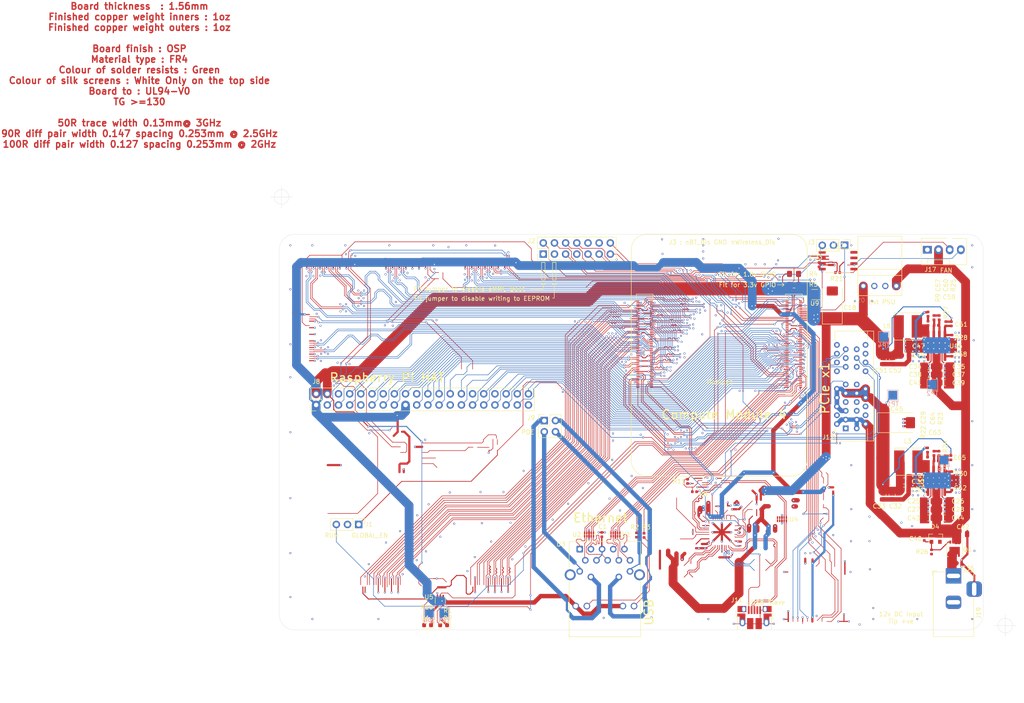
<source format=kicad_pcb>
(kicad_pcb (version 20211014) (generator pcbnew)
  (layers (0 "F.Cu" signal) (1 "In1.Cu" power) (2 "In2.Cu" power) (31 "B.Cu" signal) (34 "B.Paste" user) (35 "F.Paste" user) (36 "B.SilkS" user "B.Silkscreen") (37 "F.SilkS" user "F.Silkscreen") (38 "B.Mask" user) (39 "F.Mask" user) (44 "Edge.Cuts" user))
  (net 0 "")
  (net 1 "GND")
  (net 2 "unconnected-(Module1-Pad61)")
  (net 3 "Net-(C1-Pad1)")
  (net 4 "unconnected-(Module1-Pad62)")
  (net 5 "unconnected-(Module1-Pad63)")
  (net 6 "unconnected-(Module1-Pad67)")
  (net 7 "unconnected-(Module1-Pad69)")
  (net 8 "Net-(C29-Pad2)")
  (net 9 "Net-(C29-Pad1)")
  (net 10 "/PCIe-connector/+3.3v")
  (net 11 "/+12v")
  (net 12 "Net-(C36-Pad1)")
  (net 13 "/CM4_GPIO ( Ethernet, GPIO, SDCARD)/GLOBAL_EN")
  (net 14 "/CM4_GPIO ( Ethernet, GPIO, SDCARD)/TV_OUT")
  (net 15 "/CM4_GPIO ( Ethernet, GPIO, SDCARD)/SD_CLK")
  (net 16 "/CM4_GPIO ( Ethernet, GPIO, SDCARD)/GPIO2")
  (net 17 "/CM4_GPIO ( Ethernet, GPIO, SDCARD)/GPIO3")
  (net 18 "/CM4_GPIO ( Ethernet, GPIO, SDCARD)/GPIO4")
  (net 19 "/CM4_GPIO ( Ethernet, GPIO, SDCARD)/GPIO14")
  (net 20 "/CM4_GPIO ( Ethernet, GPIO, SDCARD)/GPIO15")
  (net 21 "/CM4_GPIO ( Ethernet, GPIO, SDCARD)/GPIO17")
  (net 22 "/CM4_GPIO ( Ethernet, GPIO, SDCARD)/GPIO18")
  (net 23 "/CM4_GPIO ( Ethernet, GPIO, SDCARD)/GPIO27")
  (net 24 "/CM4_GPIO ( Ethernet, GPIO, SDCARD)/GPIO22")
  (net 25 "/CM4_GPIO ( Ethernet, GPIO, SDCARD)/GPIO23")
  (net 26 "/CM4_GPIO ( Ethernet, GPIO, SDCARD)/GPIO24")
  (net 27 "/CM4_GPIO ( Ethernet, GPIO, SDCARD)/GPIO10")
  (net 28 "/CM4_GPIO ( Ethernet, GPIO, SDCARD)/GPIO9")
  (net 29 "/CM4_GPIO ( Ethernet, GPIO, SDCARD)/GPIO25")
  (net 30 "/CM4_GPIO ( Ethernet, GPIO, SDCARD)/GPIO11")
  (net 31 "/CM4_GPIO ( Ethernet, GPIO, SDCARD)/GPIO8")
  (net 32 "/CM4_GPIO ( Ethernet, GPIO, SDCARD)/GPIO7")
  (net 33 "/CM4_GPIO ( Ethernet, GPIO, SDCARD)/GPIO5")
  (net 34 "/CM4_GPIO ( Ethernet, GPIO, SDCARD)/GPIO6")
  (net 35 "/CM4_GPIO ( Ethernet, GPIO, SDCARD)/GPIO12")
  (net 36 "/CM4_GPIO ( Ethernet, GPIO, SDCARD)/GPIO13")
  (net 37 "/CM4_GPIO ( Ethernet, GPIO, SDCARD)/GPIO16")
  (net 38 "/CM4_GPIO ( Ethernet, GPIO, SDCARD)/GPIO26")
  (net 39 "/CM4_GPIO ( Ethernet, GPIO, SDCARD)/GPIO20")
  (net 40 "/CM4_GPIO ( Ethernet, GPIO, SDCARD)/GPIO21")
  (net 41 "/CM4_GPIO ( Ethernet, GPIO, SDCARD)/TR1_TAP")
  (net 42 "/CM4_GPIO ( Ethernet, GPIO, SDCARD)/TR0_TAP")
  (net 43 "/CM4_GPIO ( Ethernet, GPIO, SDCARD)/TR3_TAP")
  (net 44 "/CM4_GPIO ( Ethernet, GPIO, SDCARD)/TR2_TAP")
  (net 45 "Net-(J11-Pad1)")
  (net 46 "/CM4_GPIO ( Ethernet, GPIO, SDCARD)/SCL0")
  (net 47 "/CM4_GPIO ( Ethernet, GPIO, SDCARD)/SDA0")
  (net 48 "/CM4_GPIO ( Ethernet, GPIO, SDCARD)/CAM_GPIO")
  (net 49 "unconnected-(Module1-Pad115)")
  (net 50 "unconnected-(Module1-Pad117)")
  (net 51 "unconnected-(Module1-Pad121)")
  (net 52 "unconnected-(Module1-Pad123)")
  (net 53 "unconnected-(Module1-Pad127)")
  (net 54 "Net-(J17-Pad3)")
  (net 55 "Net-(J17-Pad4)")
  (net 56 "Net-(L3-Pad1)")
  (net 57 "Net-(L5-Pad1)")
  (net 58 "/CM4_GPIO ( Ethernet, GPIO, SDCARD)/TRD1_P")
  (net 59 "/CM4_GPIO ( Ethernet, GPIO, SDCARD)/TRD3_N")
  (net 60 "/CM4_GPIO ( Ethernet, GPIO, SDCARD)/TRD1_N")
  (net 61 "/CM4_GPIO ( Ethernet, GPIO, SDCARD)/TRD2_N")
  (net 62 "/CM4_GPIO ( Ethernet, GPIO, SDCARD)/TRD0_N")
  (net 63 "/CM4_GPIO ( Ethernet, GPIO, SDCARD)/TRD2_P")
  (net 64 "/CM4_GPIO ( Ethernet, GPIO, SDCARD)/TRD0_P")
  (net 65 "/CM4_GPIO ( Ethernet, GPIO, SDCARD)/ETH_LEDG")
  (net 66 "/CM4_GPIO ( Ethernet, GPIO, SDCARD)/ETH_LEDY")
  (net 67 "/CM4_GPIO ( Ethernet, GPIO, SDCARD)/ID_SC")
  (net 68 "/CM4_GPIO ( Ethernet, GPIO, SDCARD)/ID_SD")
  (net 70 "/CM4_GPIO ( Ethernet, GPIO, SDCARD)/nPWR_LED")
  (net 71 "/nEXTRST")
  (net 74 "/CM4_HighSpeed/PCIE_nRST")
  (net 75 "/CM4_HighSpeed/PCIE_CLK_P")
  (net 76 "Net-(D2-Pad1)")
  (net 77 "Net-(R2-Pad1)")
  (net 78 "Net-(R3-Pad1)")
  (net 79 "Net-(D1-Pad1)")
  (net 80 "Net-(R10-Pad2)")
  (net 81 "unconnected-(Module1-Pad128)")
  (net 82 "unconnected-(Module1-Pad129)")
  (net 83 "unconnected-(Module1-Pad130)")
  (net 84 "unconnected-(Module1-Pad133)")
  (net 85 "unconnected-(Module1-Pad134)")
  (net 86 "/CM4_HighSpeed/PCIE_CLK_N")
  (net 87 "unconnected-(Module1-Pad135)")
  (net 88 "unconnected-(Module1-Pad136)")
  (net 89 "/CM4_HighSpeed/PCIE_RX_N")
  (net 90 "/CM4_HighSpeed/PCIE_RX_P")
  (net 93 "/CM4_GPIO ( Ethernet, GPIO, SDCARD)/TRD3_P")
  (net 95 "/CM4_HighSpeed/PCIE_CLK_nREQ")
  (net 96 "/CM4_GPIO ( Ethernet, GPIO, SDCARD)/WL_nDis")
  (net 97 "/CM4_GPIO ( Ethernet, GPIO, SDCARD)/GPIO19")
  (net 98 "/+3.3v")
  (net 99 "/USB2-HUB/USBD_P")
  (net 100 "/USB2-HUB/USBD_N")
  (net 101 "unconnected-(Module1-Pad139)")
  (net 102 "unconnected-(Module1-Pad140)")
  (net 103 "/CM4_HighSpeed/PCIE_TX_N")
  (net 104 "/CM4_GPIO ( Ethernet, GPIO, SDCARD)/SD_PWR_ON")
  (net 105 "/CM4_HighSpeed/PCIE_TX_P")
  (net 106 "unconnected-(Module1-Pad141)")
  (net 108 "unconnected-(Module1-Pad142)")
  (net 109 "unconnected-(Module1-Pad143)")
  (net 110 "Net-(Module1-Pad21)")
  (net 111 "Net-(C40-Pad2)")
  (net 112 "Net-(C57-Pad2)")
  (net 113 "Net-(C57-Pad1)")
  (net 114 "Net-(C58-Pad1)")
  (net 115 "Net-(C59-Pad1)")
  (net 116 "Net-(C60-Pad1)")
  (net 117 "Net-(C61-Pad2)")
  (net 118 "Net-(C62-Pad1)")
  (net 119 "Net-(C63-Pad1)")
  (net 120 "Net-(C64-Pad1)")
  (net 121 "Net-(C65-Pad2)")
  (net 122 "unconnected-(Module1-Pad145)")
  (net 124 "Net-(U4-Pad1)")
  (net 125 "Net-(U4-Pad2)")
  (net 129 "/CM4_GPIO ( Ethernet, GPIO, SDCARD)/SYNC_OUT")
  (net 130 "/CM4_GPIO ( Ethernet, GPIO, SDCARD)/SYNC_IN")
  (net 131 "/CM4_GPIO ( Ethernet, GPIO, SDCARD)/AIN0")
  (net 132 "/CM4_GPIO ( Ethernet, GPIO, SDCARD)/AIN1")
  (net 133 "/CM4_GPIO ( Ethernet, GPIO, SDCARD)/+1.8v")
  (net 134 "/CM4_GPIO ( Ethernet, GPIO, SDCARD)/RUN_PG")
  (net 135 "Net-(J2-Pad13)")
  (net 136 "/CM4_GPIO ( Ethernet, GPIO, SDCARD)/EEPROM_nWP")
  (net 139 "unconnected-(Module1-Pad146)")
  (net 140 "unconnected-(Module1-Pad147)")
  (net 141 "/+5v")
  (net 142 "/CM4_GPIO ( Ethernet, GPIO, SDCARD)/GPIO_VREF")
  (net 143 "/CM4_GPIO ( Ethernet, GPIO, SDCARD)/nRPIBOOT")
  (net 144 "/CM4_HighSpeed/USBOTG_ID")
  (net 145 "/CM4_HighSpeed/USB2_N")
  (net 147 "/CM4_HighSpeed/USB2_P")
  (net 149 "unconnected-(Module1-Pad148)")
  (net 150 "unconnected-(Module1-Pad149)")
  (net 151 "unconnected-(Module1-Pad151)")
  (net 152 "unconnected-(Module1-Pad152)")
  (net 153 "unconnected-(Module1-Pad153)")
  (net 154 "unconnected-(Module1-Pad154)")
  (net 155 "unconnected-(Module1-Pad157)")
  (net 158 "/CM4_GPIO ( Ethernet, GPIO, SDCARD)/BT_nDis")
  (net 159 "unconnected-(Module1-Pad158)")
  (net 160 "/CM4_GPIO ( Ethernet, GPIO, SDCARD)/Reserved")
  (net 161 "unconnected-(Module1-Pad159)")
  (net 162 "unconnected-(Module1-Pad160)")
  (net 163 "unconnected-(Module1-Pad163)")
  (net 164 "unconnected-(Module1-Pad164)")
  (net 165 "unconnected-(Module1-Pad165)")
  (net 166 "unconnected-(Module1-Pad166)")
  (net 167 "unconnected-(Module1-Pad169)")
  (net 168 "unconnected-(Module1-Pad170)")
  (net 169 "unconnected-(Module1-Pad171)")
  (net 170 "unconnected-(Module1-Pad172)")
  (net 171 "unconnected-(Module1-Pad175)")
  (net 172 "unconnected-(Module1-Pad176)")
  (net 173 "unconnected-(Module1-Pad177)")
  (net 174 "unconnected-(Module1-Pad178)")
  (net 175 "unconnected-(Module1-Pad181)")
  (net 176 "unconnected-(Module1-Pad182)")
  (net 177 "unconnected-(Module1-Pad183)")
  (net 178 "unconnected-(Module1-Pad184)")
  (net 179 "unconnected-(Module1-Pad187)")
  (net 180 "unconnected-(Module1-Pad188)")
  (net 181 "unconnected-(Module1-Pad189)")
  (net 182 "unconnected-(Module1-Pad190)")
  (net 183 "unconnected-(Module1-Pad193)")
  (net 184 "unconnected-(Module1-Pad194)")
  (net 185 "unconnected-(Module1-Pad195)")
  (net 186 "unconnected-(Module1-Pad196)")
  (net 187 "unconnected-(Module1-Pad199)")
  (net 188 "unconnected-(Module1-Pad200)")
  (net 189 "/RTC , Wakeup, FAN/SDA")
  (net 190 "/RTC , Wakeup, FAN/SCL")
  (footprint "Capacitor_SMD:C_0402_1005Metric" (layer "F.Cu") (at 152.3 138.3 90)
    (fp_text reference "C1")
    (fp_text value "100n")
  )
  (footprint "Capacitor_SMD:C_0402_1005Metric" (layer "F.Cu") (at 201.7 76.9 -90)
    (fp_text reference "C23")
    (fp_text value "100n")
  )
  (footprint "Capacitor_SMD:C_0402_1005Metric" (layer "F.Cu") (at 233.6 144.8)
    (fp_text reference "C36")
    (fp_text value "100n 100v")
  )
  (footprint "Capacitor_SMD:C_0805_2012Metric" (layer "F.Cu") (at 221.2 95.4)
    (fp_text reference "C47")
    (fp_text value "10u")
  )
  (footprint "Capacitor_SMD:C_0805_2012Metric" (layer "F.Cu") (at 221.2 97.55)
    (fp_text reference "C49")
    (fp_text value "10u")
  )
  (footprint "Capacitor_SMD:C_0805_2012Metric" (layer "F.Cu") (at 216.25 98.5875 -90)
    (fp_text reference "C51")
    (fp_text value "10u")
  )
  (footprint "Capacitor_SMD:C_0805_2012Metric" (layer "F.Cu") (at 218.4 98.6 -90)
    (fp_text reference "C52")
    (fp_text value "10u")
  )
  (footprint "Connector_PinHeader_2.54mm:PinHeader_1x03_P2.54mm_Vertical" (layer "F.Cu") (at 97.04 136 -90)
    (fp_text reference "J1")
    (fp_text value "Conn_01x03")
  )
  (footprint "Resistor_SMD:R_0402_1005Metric" (layer "F.Cu") (at 113.6 156.4 90)
    (fp_text reference "R10")
    (fp_text value "1k")
  )
  (footprint "Resistor_SMD:R_0402_1005Metric" (layer "F.Cu") (at 171.8 126.2 -90)
    (fp_text reference "R11")
    (fp_text value "2.2K 1%")
  )
  (footprint "Resistor_SMD:R_0402_1005Metric" (layer "F.Cu") (at 205.9 78.7 180)
    (fp_text reference "R21")
    (fp_text value "36K 1%")
  )
  (footprint "Package_SON:USON-10_2.5x1.0mm_P0.5mm" (layer "F.Cu") (at 155.4 138.285 -90)
    (fp_text reference "U1")
    (fp_text value "TPD4EUSB30")
  )
  (footprint "Connector_PinHeader_2.54mm:PinHeader_2x20_P2.54mm_Vertical" (layer "F.Cu") (at 87.37 108.82 90)
    (fp_text reference "J8")
    (fp_text value "THD-20-R")
  )
  (footprint "LED_SMD:LED_0603_1608Metric" (layer "F.Cu") (at 116.35 158.9 180)
    (fp_text reference "D2")
    (fp_text value "LED Green")
  )
  (footprint "Package_SO:SOIC-8_5.23x5.23mm_P1.27mm" (layer "F.Cu") (at 206 76)
    (fp_text reference "U11")
    (fp_text value "EMC2301-1-ACZL-TR")
  )
  (footprint "Resistor_SMD:R_0402_1005Metric" (layer "F.Cu") (at 161.9 138.485 90)
    (fp_text reference "R3")
    (fp_text value "470R")
  )
  (footprint "Resistor_SMD:R_0402_1005Metric" (layer "F.Cu") (at 160.2 138.4 90)
    (fp_text reference "R2")
    (fp_text value "470R")
  )
  (footprint "Connector_PinHeader_2.54mm:PinHeader_2x02_P2.54mm_Vertical" (layer "F.Cu") (at 139.23 112.37)
    (fp_text reference "J9")
    (fp_text value "THD-02-R")
  )
  (footprint "CM4IO:USB_Micro-B_EDAC_UCON00686" (layer "F.Cu") (at 187 158.3)
    (fp_text reference "J11")
    (fp_text value "USB_OTG")
  )
  (footprint "LED_SMD:LED_0603_1608Metric" (layer "F.Cu") (at 112.7 158.9 180)
    (fp_text reference "D1")
    (fp_text value "LED Red")
  )
  (footprint "Resistor_SMD:R_0402_1005Metric" (layer "F.Cu") (at 115.8 156.4 90)
    (fp_text reference "R1")
    (fp_text value "1k")
  )
  (footprint "Package_TO_SOT_SMD:SOT-353_SC-70-5" (layer "F.Cu") (at 115.6 153.3 -90)
    (fp_text reference "U5")
    (fp_text value "74LVC1G07SE-7")
  )
  (footprint "Connector_BarrelJack:BarrelJack_Horizontal" (layer "F.Cu") (at 232.25 147.7 90)
    (fp_text reference "J19")
    (fp_text value "Barrel_Jack")
  )
  (footprint "CM4IO:TRJG0926HENL" (layer "F.Cu") (at 153 150.5)
    (fp_text reference "U3")
    (fp_text value "MagJack-A70-112-331N126")
  )
  (footprint "Connector:FanPinHeader_1x04_P2.54mm_Vertical" (layer "F.Cu") (at 226.3 73.5)
    (fp_text reference "J17")
    (fp_text value "Molex 470531000")
  )
  (footprint "MountingHole:MountingHole_2.7mm_M2.5" (layer "F.Cu") (at 90 152)
    (fp_text reference "H1" hide)
    (fp_text value "MountingHole")
  )
  (footprint "MountingHole:MountingHole_2.7mm_M2.5" (layer "F.Cu") (at 82.5 156.5)
    (fp_text reference "H2" hide)
    (fp_text value "MountingHole")
  )
  (footprint "MountingHole:MountingHole_2.7mm_M2.5" (layer "F.Cu") (at 82.5 107.5)
    (fp_text reference "H3" hide)
    (fp_text value "MountingHole")
  )
  (footprint "MountingHole:MountingHole_2.7mm_M2.5" (layer "F.Cu") (at 140.5 156.5)
    (fp_text reference "H4" hide)
    (fp_text value "MountingHole")
  )
  (footprint "MountingHole:MountingHole_2.7mm_M2.5" (layer "F.Cu") (at 140.5 107.5)
    (fp_text reference "H5" hide)
    (fp_text value "MountingHole")
  )
  (footprint "MountingHole:MountingHole_2.7mm_M2.5" (layer "F.Cu") (at 224 83)
    (fp_text reference "H6" hide)
    (fp_text value "MountingHole")
  )
  (footprint "MountingHole:MountingHole_2.7mm_M2.5" (layer "F.Cu") (at 90 83)
    (fp_text reference "H7" hide)
    (fp_text value "MountingHole")
  )
  (footprint "MountingHole:MountingHole_2.7mm_M2.5" (layer "F.Cu") (at 224 152)
    (fp_text reference "H8" hide)
    (fp_text value "MountingHole")
  )
  (footprint "Diode_SMD:D_SOT-23_ANK" (layer "F.Cu") (at 228.2 138.95 90)
    (fp_text reference "D4")
    (fp_text value "MMBZ5242BLT3G")
  )
  (footprint "Resistor_SMD:R_0402_1005Metric" (layer "F.Cu") (at 227.25 142.25 -90)
    (fp_text reference "R26")
    (fp_text value "12K 1%")
  )
  (footprint "Capacitor_SMD:C_0402_1005Metric" (layer "F.Cu") (at 226.45 88.15 90)
    (fp_text reference "C57")
    (fp_text value "100n")
  )
  (footprint "Capacitor_SMD:C_0402_1005Metric" (layer "F.Cu") (at 231.9 97.25 90)
    (fp_text reference "C58")
    (fp_text value "100n")
  )
  (footprint "Capacitor_SMD:C_0402_1005Metric" (layer "F.Cu") (at 228.335 90.7 180)
    (fp_text reference "C59")
    (fp_text value "nf")
  )
  (footprint "Capacitor_SMD:C_0402_1005Metric" (layer "F.Cu") (at 227.8 88.95 -90)
    (fp_text reference "C60")
    (fp_text value "1.2nF")
  )
  (footprint "Inductor_SMD:L_Bourns_SRN6045TA" (layer "F.Cu") (at 221.85 90.95 180)
    (fp_text reference "L5")
    (fp_text value "SRN6045TA-3R3Y")
  )
  (footprint "Resistor_SMD:R_0402_1005Metric" (layer "F.Cu") (at 226.45 90.25 90)
    (fp_text reference "R9")
    (fp_text value "10R")
  )
  (footprint "Resistor_SMD:R_0402_1005Metric" (layer "F.Cu") (at 230.5 90.35 -90)
    (fp_text reference "R27")
    (fp_text value "12K 1%")
  )
  (footprint "Resistor_SMD:R_0402_1005Metric" (layer "F.Cu") (at 231.9 93.4 -90)
    (fp_text reference "R28")
    (fp_text value "2.2K 1%")
  )
  (footprint "Package_SO:SOIC-8-1EP_3.9x4.9mm_P1.27mm_EP2.95x4.9mm_Mask2.71x3.4mm_ThermalVias" (layer "F.Cu") (at 228.4 95.35 90)
    (fp_text reference "U16")
    (fp_text value "AP64501SP-13")
  )
  (footprint "Capacitor_SMD:C_0402_1005Metric" (layer "F.Cu") (at 225.6 139.15 -90)
    (fp_text reference "C40")
    (fp_text value "100n")
  )
  (footprint "Resistor_SMD:R_0402_1005Metric" (layer "F.Cu") (at 229 88.95 90)
    (fp_text reference "R25")
    (fp_text value "20K 1%")
  )
  (footprint "Capacitor_SMD:C_0402_1005Metric" (layer "F.Cu") (at 231.75 90.35 -90)
    (fp_text reference "C61")
    (fp_text value "nf")
  )
  (footprint "171826-4:TE_171826-4" (layer "F.Cu") (at 215.5 77.2 180)
    (fp_text reference "J20")
    (fp_text value "AMP171826-4" hide)
  )
  (footprint "Package_SON:USON-10_2.5x1.0mm_P0.5mm" (layer "F.Cu") (at 149.4 138.285 -90)
    (fp_text reference "U2")
    (fp_text value "TPD4EUSB30")
  )
  (footprint "Package_SON:USON-10_2.5x1.0mm_P0.5mm" (layer "F.Cu") (at 193.25 134.8 90)
    (fp_text reference "U4")
    (fp_text value "TPD4EUSB30")
  )
  (footprint "Connector_PinHeader_2.54mm:PinHeader_2x07_P2.54mm_Vertical" (layer "F.Cu") (at 139 74.5 90)
    (fp_text reference "J2")
    (fp_text value "Conn_02x07_Odd_Even")
  )
  (footprint "Resistor_SMD:R_0805_2012Metric_Pad1.15x1.40mm_HandSolder" (layer "F.Cu") (at 196 79)
    (fp_text reference "R4")
    (fp_text value "nf")
  )
  (footprint "Package_TO_SOT_SMD:SOT-353_SC-70-5" (layer "F.Cu") (at 200.7 83.7 180)
    (fp_text reference "U9")
    (fp_text value "74LVC1G07SE-7")
  )
  (footprint "Resistor_SMD:R_0805_2012Metric_Pad1.15x1.40mm_HandSolder" (layer "F.Cu") (at 196 81.5)
    (fp_text reference "R5")
    (fp_text value "0R")
  )
  (footprint "Connector_PinHeader_2.54mm:PinHeader_1x03_P2.54mm_Vertical" (layer "F.Cu") (at 207.5 72.5 -90)
    (fp_text reference "J3")
    (fp_text value "Conn_01x03")
  )
  (footprint "Package_SON:Diodes_PowerDI3333-8" (layer "F.Cu") (at 232.5 141.5 -90)
    (fp_text reference "Q1")
    (fp_text value "DMP3013SFV-7")
  )
  (footprint "Capacitor_SMD:C_0402_1005Metric" (layer "F.Cu") (at 226.35 119.0625 90)
    (fp_text reference "C29")
    (fp_text value "100n")
  )
  (footprint "Capacitor_SMD:C_0805_2012Metric" (layer "F.Cu") (at 216.2 129.3625 -90)
    (fp_text reference "C33")
    (fp_text value "10u")
  )
  (footprint "Capacitor_SMD:C_0805_2012Metric" (layer "F.Cu") (at 221.1 126.1125)
    (fp_text reference "C30")
    (fp_text value "10u")
  )
  (footprint "Capacitor_SMD:C_0805_2012Metric" (layer "F.Cu") (at 218.3 129.3625 -90)
    (fp_text reference "C32")
    (fp_text value "10u")
  )
  (footprint "Capacitor_SMD:C_0805_2012Metric" (layer "F.Cu") (at 221.1 128.2125)
    (fp_text reference "C31")
    (fp_text value "10u")
  )
  (footprint "Resistor_SMD:R_0402_1005Metric" (layer "F.Cu") (at 231.85 124.4625 -90)
    (fp_text reference "R30")
    (fp_text value "15K 1%")
  )
  (footprint "Capacitor_SMD:C_0402_1005Metric" (layer "F.Cu") (at 231.85 127.6625 90)
    (fp_text reference "C62")
    (fp_text value "100n")
  )
  (footprint "Capacitor_SMD:C_0402_1005Metric" (layer "F.Cu") (at 227.8 119.8125 -90)
    (fp_text reference "C64")
    (fp_text value "1.2nF")
  )
  (footprint "Capacitor_SMD:C_0402_1005Metric" (layer "F.Cu") (at 231.65 120.8125 -90)
    (fp_text reference "C65")
    (fp_text value "nf")
  )
  (footprint "Capacitor_SMD:C_0402_1005Metric" (layer "F.Cu") (at 228.3 121.5125 180)
    (fp_text reference "C63")
    (fp_text value "nf")
  )
  (footprint "Inductor_SMD:L_Bourns_SRN6045TA" (layer "F.Cu") (at 222 121.7125 180)
    (fp_text reference "L3")
    (fp_text value "SRN6045TA-3R3Y")
  )
  (footprint "Resistor_SMD:R_0402_1005Metric" (layer "F.Cu") (at 230.35 120.8125 -90)
    (fp_text reference "R24")
    (fp_text value "47K 1%")
  )
  (footprint "Package_SO:SOIC-8-1EP_3.9x4.9mm_P1.27mm_EP2.95x4.9mm_Mask2.71x3.4mm_ThermalVias" (layer "F.Cu") (at 228.35 126.0625 90)
    (fp_text reference "U15")
    (fp_text value "AP64501SP-13")
  )
  (footprint "Resistor_SMD:R_0402_1005Metric" (layer "F.Cu") (at 226.35 121.1775 90)
    (fp_text reference "R22")
    (fp_text value "10R")
  )
  (footprint "Resistor_SMD:R_0402_1005Metric" (layer "F.Cu") (at 228.95 119.8125 90)
    (fp_text reference "R23")
    (fp_text value "12K 1%")
  )
  (footprint "CM4IO:PCIex1-36" (layer "F.Cu") (at 207.75 114.15 90)
    (fp_text reference "J12")
    (fp_text value "10018783-11200TLF")
  )
  (footprint "Resistor_SMD:R_0402_1005Metric" (layer "F.Cu") (at 173.365 128.55 180)
    (fp_text reference "R8")
    (fp_text value "2.2K 1%")
  )
  (footprint "Capacitor_SMD:C_0805_2012Metric" (layer "F.Cu") (at 226.65 100.05 180)
    (fp_text reference "C34")
    (fp_text value "10u 35v")
  )
  (footprint "Capacitor_SMD:C_0805_2012Metric" (layer "F.Cu") (at 230.2 100.05)
    (fp_text reference "C35")
    (fp_text value "10u 35v")
  )
  (footprint "Capacitor_SMD:C_0805_2012Metric" (layer "F.Cu") (at 230.2 101.9)
    (fp_text reference "C37")
    (fp_text value "10u 35v")
  )
  (footprint "Capacitor_SMD:C_0805_2012Metric" (layer "F.Cu") (at 226.65 101.9 180)
    (fp_text reference "C38")
    (fp_text value "10u 35v")
  )
  (footprint "Capacitor_SMD:C_0805_2012Metric" (layer "F.Cu") (at 230.2 103.75)
    (fp_text reference "C39")
    (fp_text value "10u 35v")
  )
  (footprint "Capacitor_SMD:C_0805_2012Metric" (layer "F.Cu") (at 226.65 103.75 180)
    (fp_text reference "C41")
    (fp_text value "10u 35v")
  )
  (footprint "Capacitor_SMD:C_0805_2012Metric" (layer "F.Cu") (at 226.6 130.7 180)
    (fp_text reference "C25")
    (fp_text value "10u 35v")
  )
  (footprint "Capacitor_SMD:C_0805_2012Metric" (layer "F.Cu") (at 230.15 130.7)
    (fp_text reference "C26")
    (fp_text value "10u 35v")
  )
  (footprint "Capacitor_SMD:C_0805_2012Metric" (layer "F.Cu") (at 226.6 132.6 180)
    (fp_text reference "C27")
    (fp_text value "10u 35v")
  )
  (footprint "Capacitor_SMD:C_0805_2012Metric" (layer "F.Cu") (at 230.15 132.6)
    (fp_text reference "C28")
    (fp_text value "10u 35v")
  )
  (footprint "Capacitor_SMD:C_0805_2012Metric" (layer "F.Cu") (at 226.6 134.5 180)
    (fp_text reference "C43")
    (fp_text value "10u 35v")
  )
  (footprint "Capacitor_SMD:C_0805_2012Metric" (layer "F.Cu") (at 230.15 134.5)
    (fp_text reference "C44")
    (fp_text value "10u 35v")
  )
  (footprint "Capacitor_SMD:C_0805_2012Metric" (layer "F.Cu") (at 234.4 138.2)
    (fp_text reference "C42")
    (fp_text value "10u 35v")
  )
  (footprint "Capacitor_Tantalum_SMD:CP_EIA-7343-31_Kemet-D" (layer "F.Cu") (at 204.7 86 90)
    (fp_text reference "C18")
    (fp_text value "100uF")
  )
  (footprint "Capacitor_Tantalum_SMD:CP_EIA-7343-31_Kemet-D" (layer "F.Cu") (at 219.35 112.85)
    (fp_text reference "C45")
    (fp_text value "100uF")
  )
  (footprint "CM4IO:Raspberry-Pi-4-Compute-Module" (layer "F.Cu") (at 195.5 73.5 180)
    (fp_text reference "Module1")
    (fp_text value "ComputeModule4")
  )
  (footprint "TestPoint:TestPoint_Pad_2.0x2.0mm" (layer "B.Cu") (at 218.45 106.6)
    (fp_text reference "TP1")
    (fp_text value "TestPoint")
  )
  (footprint "TestPoint:TestPoint_Pad_2.0x2.0mm" (layer "B.Cu") (at 227.45 104.2)
    (fp_text reference "TP2")
    (fp_text value "TestPoint")
  )
  (footprint "TestPoint:TestPoint_Pad_2.0x2.0mm" (layer "B.Cu") (at 230.1 121.35)
    (fp_text reference "TP6")
    (fp_text value "TestPoint")
  )
  (footprint "TestPoint:TestPoint_Pad_2.0x2.0mm" (layer "B.Cu") (at 216.4 93.3)
    (fp_text reference "TP4")
    (fp_text value "TestPoint")
  )
  (footprint "TestPoint:TestPoint_Pad_2.0x2.0mm" (layer "B.Cu") (at 116.411606 156.1)
    (fp_text reference "TP3")
    (fp_text value "TestPoint")
  )
  (footprint "TestPoint:TestPoint_Pad_2.0x2.0mm" (layer "B.Cu") (at 113.1 156.1)
    (fp_text reference "TP5")
    (fp_text value "TestPoint")
  )
  (gr_line (start 136.1 82.4) (end 138.5 82.4) (layer "F.SilkS") (width 0.12))
  (gr_line (start 141.5 81) (end 141.1 81.4) (layer "F.SilkS") (width 0.12))
  (gr_line (start 192.2 81.5) (end 193.7 81.5) (layer "F.SilkS") (width 0.12))
  (gr_line (start 139 81) (end 139.4 81.4) (layer "F.SilkS") (width 0.12))
  (gr_line (start 193.7 81.5) (end 193.3 81.9) (layer "F.SilkS") (width 0.12))
  (gr_line (start 193.7 81.5) (end 193.3 81.1) (layer "F.SilkS") (width 0.12))
  (gr_line (start 193.3 81.1) (end 193.7 81.5) (layer "F.SilkS") (width 0.12))
  (gr_line (start 139 82.4) (end 139 81) (layer "F.SilkS") (width 0.12))
  (gr_line (start 141.1 84.5) (end 141.5 84.5) (layer "F.SilkS") (width 0.12))
  (gr_line (start 138.5 82.4) (end 139 82.4) (layer "F.SilkS") (width 0.12))
  (gr_line (start 139 81) (end 138.6 81.4) (layer "F.SilkS") (width 0.12))
  (gr_line (start 141.5 81) (end 141.9 81.4) (layer "F.SilkS") (width 0.12))
  (gr_rect (start 138.6 76.4) (end 139.4 80.4) (layer "F.SilkS") (width 0.12) (fill none))
  (gr_line (start 141.5 84.5) (end 141.5 81) (layer "F.SilkS") (width 0.12))
  (gr_rect (start 141.1 76.4) (end 141.9 80.4) (layer "F.SilkS") (width 0.12) (fill none))
  (gr_line (start 239 156.5) (end 239 73.5) (layer "Edge.Cuts") (width 0.05))
  (gr_line (start 235.5 70) (end 82.5 70) (layer "Edge.Cuts") (width 0.05))
  (gr_line (start 79 156.5) (end 79 73.5) (layer "Edge.Cuts") (width 0.05))
  (gr_arc (start 79 73.5) (mid 80.025126 71.025126) (end 82.5 70) (layer "Edge.Cuts") (width 0.05))
  (gr_line (start 82.5 160) (end 235.5 160) (layer "Edge.Cuts") (width 0.05))
  (gr_arc (start 82.5 160) (mid 80.025126 158.974874) (end 79 156.5) (layer "Edge.Cuts") (width 0.05))
  (gr_arc (start 235.5 70) (mid 237.974874 71.025126) (end 239 73.5) (layer "Edge.Cuts") (width 0.05))
  (gr_arc (start 239 156.5) (mid 237.974874 158.974874) (end 235.5 160) (layer "Edge.Cuts") (width 0.05))
  (gr_text "Board thickness  : 1.56mm\nFinished copper weight inners : 1oz\nFinished copper weight outers : 1oz\n\nBoard finish : OSP\nMaterial type : FR4\nColour of solder resists : Green\nColour of silk screens : White Only on the top side\nBoard to : UL94-V0\nTG >=130\n\n50R trace width 0.13mm@ 3GHz\n90R diff pair width 0.147 spacing 0.253mm @ 2.5GHz\n100R diff pair width 0.127 spacing 0.253mm @ 2GHz" (at 47.2 33.8) (layer "F.Cu") (effects (font (size 1.5 1.5) (thickness 0.3))))
  (gr_text "Fit for 3.3v GPIO " (at 185.8 81.5) (layer "F.SilkS") (effects (font (size 1 1))))
  (gr_text "Fit jumper to disable writing to EEPROM" (at 109.5 84.6) (layer "F.SilkS") (effects (font (size 1 1)) (justify left)))
  (gr_text "nWireless_Dis" (at 186.7 71.8) (layer "F.SilkS") (effects (font (size 1 1))))
  (gr_text "USB Slave" (at 190.1 153.7) (layer "F.SilkS") (effects (font (size 1 1))))
  (gr_text "Raspberry Pi HAT" (at 103.5 102.6) (layer "F.SilkS") (effects (font (size 2 2) (thickness 0.3))))
  (gr_text "Fit for 1.8v GPIO" (at 185.4 79.1) (layer "F.SilkS") (effects (font (size 1 1))))
  (gr_text "RUN    GLOBAL_EN" (at 96.5 138.5) (layer "F.SilkS") (effects (font (size 1 1))))
  (gr_text "USB" (at 163 156 90) (layer "F.SilkS") (effects (font (size 2 2) (thickness 0.3))))
  (gr_text "Ethernet" (at 152 134.5) (layer "F.SilkS") (effects (font (size 2 2) (thickness 0.3))))
  (gr_text "J3 : nBT_Dis GND " (at 174.55 71.8) (layer "F.SilkS") (effects (font (size 1 1))))
  (gr_text "Ext PSU" (at 216 85.4) (layer "F.SilkS") (effects (font (size 1 1))))
  (gr_text "FAN" (at 230.6 78.2) (layer "F.SilkS") (effects (font (size 1 1))))
  (gr_text "PCIe x1" (at 203 105 90) (layer "F.SilkS") (effects (font (size 2 2) (thickness 0.3))))
  (gr_text "Fit jumper to disable eMMC Boot" (at 109.5 82.4) (layer "F.SilkS") (effects (font (size 1 1)) (justify left)))
  (gr_text "POE" (at 135.5 115) (layer "F.SilkS") (effects (font (size 1 1))))
  (gr_text "Compute Module 4" (at 180.1 111) (layer "F.SilkS") (effects (font (size 2 2) (thickness 0.3))))
  (gr_text "12v DC Input\nTip +ve" (at 220.3 157.2) (layer "F.SilkS") (effects (font (size 1 1))))
  (target plus (at 244 159) (size 5) (width 0.05) (layer "Edge.Cuts"))
  (target plus (at 79.5 61.5) (size 5) (width 0.05) (layer "Edge.Cuts"))
  (segment (start 173.521761 133.241362) (end 173.507541 133.232427) (width 0.147) (layer "F.Cu") (net 0))
  (segment (start 98 151.7) (end 99.25 152.95) (width 0.23) (layer "F.Cu") (net 0))
  (segment (start 173.875768 130.707227) (end 173.926206 130.731517) (width 0.147) (layer "F.Cu") (net 0))
  (segment (start 174.4 136.517156) (end 174.4 135.517156) (width 0.147) (layer "F.Cu") (net 0))
  (segment (start 173.548119 133.616689) (end 173.55 133.6) (width 0.147) (layer "F.Cu") (net 0))
  (segment (start 191.7 140.35) (end 191.695926 140.386151) (width 0.147) (layer "F.Cu") (net 0))
  (segment (start 191.7 144.117156) (end 190.807156 145.01) (width 0.147) (layer "F.Cu") (net 0))
  (segment (start 174.358432 130.722653) (end 174.382722 130.672215) (width 0.147) (layer "F.Cu") (net 0))
  (segment (start 183.221884 138.530011) (end 184.219989 138.530011) (width 0.13) (layer "F.Cu") (net 0))
  (segment (start 203.9 135.1) (end 202.7 136.3) (width 0.13) (layer "F.Cu") (net 0))
  (segment (start 173.491689 133.673119) (end 173.507541 133.667572) (width 0.147) (layer "F.Cu") (net 0))
  (segment (start 191.391164 140.604434) (end 191.379149 140.638772) (width 0.147) (layer "F.Cu") (net 0))
  (segment (start 187.6375 137.4) (end 187.1 137.9375) (width 0.5) (layer "F.Cu") (net 0))
  (segment (start 181.604 134.154) (end 181.604 134.146) (width 0.13) (layer "F.Cu") (net 0))
  (segment (start 181.2 142.6) (end 181.1 142.5) (width 0.147) (layer "F.Cu") (net 0))
  (segment (start 175.065538 129.749531) (end 174.995729 129.661993) (width 0.147) (layer "F.Cu") (net 0))
  (segment (start 191.695926 141.138772) (end 191.7 141.174924) (width 0.147) (layer "F.Cu") (net 0))
  (segment (start 180.05 155.1) (end 174.2 155.1) (width 2) (layer "F.Cu") (net 0))
  (segment (start 182.5415 138.268) (end 182.959873 138.268) (width 0.13) (layer "F.Cu") (net 0))
  (segment (start 174.251876 130.2081) (end 174.264333 130.153521) (width 0.147) (layer "F.Cu") (net 0))
  (segment (start 173.533637 133.646761) (end 173.542572 133.632541) (width 0.147) (layer "F.Cu") (net 0))
  (segment (start 191.217156 139.7) (end 191.7 140.182844) (width 0.147) (layer "F.Cu") (net 0))
  (segment (start 175.089828 129.965109) (end 175.102285 129.91053) (width 0.147) (layer "F.Cu") (net 0))
  (segment (start 90 111.515) (end 95.915 111.515) (width 0.13) (layer "F.Cu") (net 0))
  (segment (start 202.7 131.42) (end 202.7 132.2) (width 0.13) (layer "F.Cu") (net 0))
  (segment (start 201.7 144.82) (end 200.985 145.535) (width 0.13) (layer "F.Cu") (net 0))
  (segment (start 173.832 138.268) (end 173.6425 138.4575) (width 0.13) (layer "F.Cu") (net 0))
  (segment (start 174.2 155.1) (end 168.5 149.4) (width 2) (layer "F.Cu") (net 0))
  (segment (start 167.3875 142.8875) (end 168.5 144) (width 1) (layer "F.Cu") (net 0))
  (segment (start 189.825 138.425) (end 189.7 138.55) (width 0.5) (layer "F.Cu") (net 0))
  (segment (start 172.15 143.767156) (end 173.417156 142.5) (width 0.147) (layer "F.Cu") (net 0))
  (segment (start 174.958982 129.500994) (end 174.971439 129.446415) (width 0.147) (layer "F.Cu") (net 0))
  (segment (start 87.9 90) (end 87.15 89.25) (width 0.13) (layer "F.Cu") (net 0))
  (segment (start 174.064181 130.825616) (end 174.11876 130.838073) (width 0.147) (layer "F.Cu") (net 0))
  (segment (start 174.853172 136.818) (end 174.700844 136.818) (width 0.147) (layer "F.Cu") (net 0))
  (segment (start 191.608027 140.496373) (end 191.573689 140.508388) (width 0.147) (layer "F.Cu") (net 0))
  (segment (start 174.417876 144.664968) (end 174.417876 145.964968) (width 0.147) (layer "F.Cu") (net 0))
  (segment (start 112.75 79.15) (end 112.75 76.85) (width 0.13) (layer "F.Cu") (net 0))
  (segment (start 101.35 116.1) (end 99.8 114.55) (width 0.13) (layer "F.Cu") (net 0))
  (segment (start 113.25 78.05) (end 113.25 76.85) (width 0.13) (layer "F.Cu") (net 0))
  (segment (start 174.528295 129.987664) (end 174.582874 130.000121) (width 0.147) (layer "F.Cu") (net 0))
  (segment (start 178.449999 127) (end 179.5 127) (width 0.147) (layer "F.Cu") (net 0))
  (segment (start 191.664555 140.451293) (end 191.638831 140.477017) (width 0.147) (layer "F.Cu") (net 0))
  (segment (start 173.55 133.3) (end 173.548119 133.28331) (width 0.147) (layer "F.Cu") (net 0))
  (segment (start 113.7 80.1) (end 112.75 79.15) (width 0.13) (layer "F.Cu") (net 0))
  (segment (start 191.695926 140.386151) (end 191.683911 140.420489) (width 0.147) (layer "F.Cu") (net 0))
  (segment (start 111.475 122.155) (end 113.955 122.155) (width 0.13) (layer "F.Cu") (net 0))
  (segment (start 171.8 147.19) (end 171 147.99) (width 0.147) (layer "F.Cu") (net 0))
  (segment (start 173.507541 133.667572) (end 173.521761 133.658637) (width 0.147) (layer "F.Cu") (net 0))
  (segment (start 173.821189 130.69477) (end 173.875768 130.707227) (width 0.147) (layer "F.Cu") (net 0))
  (segment (start 183.3 134.9) (end 183.3 136.25) (width 0.13) (layer "F.Cu") (net 0))
  (segment (start 182.5415 138.768) (end 182.6665 138.893) (width 0.13) (layer "F.Cu") (net 0))
  (segment (start 176.6165 136.818) (end 175.554828 136.818) (width 0.147) (layer "F.Cu") (net 0))
  (segment (start 112.9 80.3) (end 103.52001 89.67999) (width 0.13) (layer "F.Cu") (net 0))
  (segment (start 173.45831 133.223119) (end 173.442458 133.217572) (width 0.147) (layer "F.Cu") (net 0))
  (segment (start 174.771287 130.11851) (end 174.825866 130.130967) (width 0.147) (layer "F.Cu") (net 0))
  (segment (start 173.4 133.15) (end 173.4 130.982844) (width 0.147) (layer "F.Cu") (net 0))
  (segment (start 181.35 133.9) (end 181.604 134.154) (width 0.13) (layer "F.Cu") (net 0))
  (segment (start 114.35 80.1) (end 113.7 80.1) (width 0.13) (layer "F.Cu") (net 0))
  (segment (start 175.717156 142) (end 176.717156 142) (width 0.147) (layer "F.Cu") (net 0))
  (segment (start 174.897 139.268) (end 173.725 140.44) (width 0.23) (layer "F.Cu") (net 0))
  (segment (start 185.982844 139.7) (end 191.217156 139.7) (width 0.147) (layer "F.Cu") (net 0))
  (segment (start 174.323528 130.766422) (end 174.358432 130.722653) (width 0.147) (layer "F.Cu") (net 0))
  (segment (start 182.959873 138.268) (end 183.221884 138.530011) (width 0.13) (layer "F.Cu") (net 0))
  (segment (start 174.4 135.517156) (end 173.4 134.517156) (width 0.147) (layer "F.Cu") (net 0))
  (segment (start 171.8 146.717156) (end 171.8 147.19) (width 0.147) (layer "F.Cu") (net 0))
  (segment (start 172.2 147.19) (end 173 147.99) (width 0.147) (layer "F.Cu") (net 0))
  (segment (start 185.817156 139.3) (end 191.382844 139.3) (width 0.147) (layer "F.Cu") (net 0))
  (segment (start 180.554 141.671156) (end 180.554 140.7555) (width 0.147) (layer "F.Cu") (net 0))
  (segment (start 174.958982 129.556976) (end 174.958982 129.500994) (width 0.147) (layer "F.Cu") (net 0))
  (segment (start 98.95 114.55) (end 99.8 114.55) (width 0.13) (layer "F.Cu") (net 0))
  (segment (start 175.065538 130.015547) (end 175.089828 129.965109) (width 0.147) (layer "F.Cu") (net 0))
  (segment (start 175.717156 143.6) (end 174.917156 143.6) (width 0.147) (layer "F.Cu") (net 0))
  (segment (start 200.16 157.14) (end 200.2 157.1) (width 0.5) (layer "F.Cu") (net 0))
  (segment (start 200.5 142.3) (end 201.7 143.5) (width 0.13) (layer "F.Cu") (net 0))
  (segment (start 172.122153 146.395003) (end 171.8 146.717156) (width 0.147) (layer "F.Cu") (net 0))
  (segment (start 174.858182 136.82301) (end 174.853172 136.818) (width 0.147) (layer "F.Cu") (net 0))
  (segment (start 184.417156 141.6) (end 185 141.017156) (width 0.147) (layer "F.Cu") (net 0))
  (segment (start 174.013743 130.801326) (end 174.064181 130.825616) (width 0.147) (layer "F.Cu") (net 0))
  (segment (start 173 139.285) (end 170.135 139.285) (width 0.13) (layer "F.Cu") (net 0))
  (segment (start 115.215 80.1) (end 114.35 80.1) (width 0.13) (layer "F.Cu") (net 0))
  (segment (start 184.95 135.8) (end 184.375 135.225) (width 0.13) (layer "F.Cu") (net 0))
  (segment (start 173.507541 133.232427) (end 173.491689 133.22688) (width 0.147) (layer "F.Cu") (net 0))
  (segment (start 174.986865 130.09422) (end 175.030634 130.059316) (width 0.147) (layer "F.Cu") (net 0))
  (segment (start 175.217156 142.5) (end 175.717156 142) (width 0.147) (layer "F.Cu") (net 0))
  (segment (start 90 133.485) (end 96.815 133.485) (width 0.13) (layer "F.Cu") (net 0))
  (segment (start 176.6665 137.768) (end 173.768 137.768) (width 0.13) (layer "F.Cu") (net 0))
  (segment (start 173 139.285) (end 173.6425 138.6425) (width 0.13) (layer "F.Cu") (net 0))
  (segment (start 173.926206 130.731517) (end 174.013743 130.801326) (width 0.147) (layer "F.Cu") (net 0))
  (segment (start 184.5 136.3) (end 183.25 136.3) (width 0.13) (layer "F.Cu") (net 0))
  (segment (start 183.3 136.25) (end 183.25 136.3) (width 0.13) (layer "F.Cu") (net 0))
  (segment (start 175.030634 130.059316) (end 175.065538 130.015547) (width 0.147) (layer "F.Cu") (net 0))
  (segment (start 173.521761 133.658637) (end 173.533637 133.646761) (width 0.147) (layer "F.Cu") (net 0))
  (segment (start 173.548119 133.28331) (end 173.542572 133.267458) (width 0.147) (layer "F.Cu") (net 0))
  (segment (start 122.94 98.74) (end 113.9 89.7) (width 0.13) (layer "F.Cu") (net 0))
  (segment (start 175.102285 129.91053) (end 175.102285 129.854548) (width 0.147) (layer "F.Cu") (net 0))
  (segment (start 181.917156 142) (end 184.582844 142) (width 0.147) (layer "F.Cu") (net 0))
  (segment (start 173.4 133.75) (end 173.40188 133.73331) (width 0.147) (layer "F.Cu") (net 0))
  (segment (start 176.6665 135.3875) (end 176.6665 135.768) (width 0.13) (layer "F.Cu") (net 0))
  (segment (start 191.375076 140.85) (end 191.379149 140.886151) (width 0.147) (layer "F.Cu") (net 0))
  (segment (start 124.023 118.456) (end 125.039 118.456) (width 0.13) (layer "F.Cu") (net 0))
  (segment (start 174.017876 144.49928) (end 174.017876 145.79928) (width 0.147) (layer "F.Cu") (net 0))
  (segment (start 106.315 124.1) (end 106.315 122.365) (width 0.5) (layer "F.Cu") (net 0))
  (segment (start 174.288623 130.103083) (end 174.323528 130.059316) (width 0.147) (layer "F.Cu") (net 0))
  (segment (start 184.6 138.15) (end 184.6 136.4) (width 0.13) (layer "F.Cu") (net 0))
  (segment (start 192.1 144.282844) (end 190.972844 145.41) (width 0.147) (layer "F.Cu") (net 0))
  (segment (start 185.5 132.6) (end 184.8 133.3) (width 0.13) (layer "F.Cu") (net 0))
  (segment (start 173.6425 137.6425) (end 173.6425 136.7575) (width 0.13) (layer "F.Cu") (net 0))
  (segment (start 176.882844 142.4) (end 178.054 141.228844) (width 0.147) (layer "F.Cu") (net 0))
  (segment (start 174.279759 130.801326) (end 174.323528 130.766422) (width 0.147) (layer "F.Cu") (net 0))
  (segment (start 187.6375 136.5875) (end 187.125 136.075) (width 1) (layer "F.Cu") (net 0))
  (segment (start 118.1 148.8) (end 118.1 149.7) (width 0.23) (layer "F.Cu") (net 0))
  (segment (start 172.287841 146.795003) (end 172.2 146.882844) (width 0.147) (layer "F.Cu") (net 0))
  (segment (start 178.604 134.8305) (end 178.604 133.301999) (width 0.13) (layer "F.Cu") (net 0))
  (segment (start 174.382722 130.507075) (end 174.358432 130.456637) (width 0.147) (layer "F.Cu") (net 0))
  (segment (start 113.15 119.2) (end 121.247 119.2) (width 0.13) (layer "F.Cu") (net 0))
  (segment (start 120.4 98) (end 112.4 90) (width 0.13) (layer "F.Cu") (net 0))
  (segment (start 190.807156 145.01) (end 190.61 145.01) (width 0.147) (layer "F.Cu") (net 0))
  (segment (start 191.382844 139.3) (end 192.1 140.017156) (width 0.147) (layer "F.Cu") (net 0))
  (segment (start 191.573689 140.508388) (end 191.501386 140.516535) (width 0.147) (layer "F.Cu") (net 0))
  (segment (start 176.782844 128.7) (end 178.032844 127.45) (width 0.147) (layer "F.Cu") (net 0))
  (segment (start 188.55 134.75) (end 190.2 136.4) (width 1) (layer "F.Cu") (net 0))
  (segment (start 205.25 141.65) (end 201.7 138.1) (width 0.13) (layer "F.Cu") (net 0))
  (segment (start 182.082844 141.6) (end 184.417156 141.6) (width 0.147) (layer "F.Cu") (net 0))
  (segment (start 169.3 129.95) (end 169.3 132.415) (width 0.13) (layer "F.Cu") (net 0))
  (segment (start 167.3875 141.97298) (end 167.3875 142.8875) (width 1) (layer "F.Cu") (net 0))
  (segment (start 180.604 134.046) (end 180.75 133.9) (width 0.13) (layer "F.Cu") (net 0))
  (segment (start 175.301 134.022) (end 176.6665 135.3875) (width 0.13) (layer "F.Cu") (net 0))
  (segment (start 174.720849 130.09422) (end 174.771287 130.11851) (width 0.147) (layer "F.Cu") (net 0))
  (segment (start 178.054 141.228844) (end 178.054 140.7555) (width 0.147) (layer "F.Cu") (net 0))
  (segment (start 104.575 89.875) (end 114.35 80.1) (width 0.13) (layer "F.Cu") (net 0))
  (segment (start 174.917156 143.6) (end 174.017876 144.49928) (width 0.147) (layer "F.Cu") (net 0))
  (segment (start 173.491689 133.22688) (end 173.45831 133.223119) (width 0.147) (layer "F.Cu") (net 0))
  (segment (start 101.35 128.95) (end 101.35 116.1) (width 0.13) (layer "F.Cu") (net 0))
  (segment (start 122.35 151.85) (end 121.75 151.85) (width 0.23) (layer "F.Cu") (net 0))
  (segment (start 106.525 122.155) (end 108.045 122.155) (width 0.5) (layer "F.Cu") (net 0))
  (segment (start 174.395179 130.561654) (end 174.382722 130.507075) (width 0.147) (layer "F.Cu") (net 0))
  (segment (start 200.2 144.85) (end 200.2 143.9375) (width 0.5) (layer "F.Cu") (net 0))
  (segment (start 174.6925 137.223) (end 174.6875 137.218) (width 0.147) (layer "F.Cu") (net 0))
  (segment (start 181.1 142.5) (end 180.817156 142.5) (width 0.147) (layer "F.Cu") (net 0))
  (segment (start 176.682844 143.2) (end 175.882844 144) (width 0.147) (layer "F.Cu") (net 0))
  (segment (start 175.715499 137.223001) (end 174.6925 137.223) (width 0.147) (layer "F.Cu") (net 0))
  (segment (start 173.4 134.517156) (end 173.4 133.75) (width 0.147) (layer "F.Cu") (net 0))
  (segment (start 173.442458 133.682427) (end 173.45831 133.67688) (width 0.147) (layer "F.Cu") (net 0))
  (segment (start 181.1 142.1) (end 180.982844 142.1) (width 0.147) (layer "F.Cu") (net 0))
  (segment (start 190.61 145.41) (end 189.54 146.48) (width 0.147) (layer "F.Cu") (net 0))
  (segment (start 98 150.22) (end 98 151.7) (width 0.23) (layer "F.Cu") (net 0))
  (segment (start 174.323528 130.059316) (end 174.367296 130.024411) (width 0.147) (layer "F.Cu") (net 0))
  (segment (start 191.7 141.174924) (end 191.7 144.117156) (width 0.147) (layer "F.Cu") (net 0))
  (segment (start 180.817156 142.5) (end 180.154 141.836844) (width 0.147) (layer "F.Cu") (net 0))
  (segment (start 173.542572 133.267458) (end 173.533637 133.253238) (width 0.147) (layer "F.Cu") (net 0))
  (segment (start 111.475 119.615) (end 112.735 119.615) (width 0.13) (layer "F.Cu") (net 0))
  (segment (start 112.4 152.95) (end 115.05 150.3) (width 0.23) (layer "F.Cu") (net 0))
  (segment (start 176.617156 128.3) (end 177.867156 127.05) (width 0.147) (layer "F.Cu") (net 0))
  (segment (start 174.11876 130.838073) (end 174.174742 130.838073) (width 0.147) (layer "F.Cu") (net 0))
  (segment (start 184.582844 142) (end 185.4 141.182844) (width 0.147) (layer "F.Cu") (net 0))
  (segment (start 175.102285 129.854548) (end 175.089828 129.799969) (width 0.147) (layer "F.Cu") (net 0))
  (segment (start 185.4 141.182844) (end 185.4 140.282844) (width 0.147) (layer "F.Cu") (net 0))
  (segment (start 191.436244 140.547906) (end 191.41052 140.57363) (width 0.147) (layer "F.Cu") (net 0))
  (segment (start 190.972844 145.41) (end 190.61 145.41) (width 0.147) (layer "F.Cu") (net 0))
  (segment (start 108.55 121.65) (end 108.55 116.05) (width 0.5) (layer "F.Cu") (net 0))
  (segment (start 103.52001 89.67999) (end 103.498133 89.67999) (width 0.13) (layer "F.Cu") (net 0))
  (segment (start 183.5 151.65) (end 180.05 155.1) (width 2) (layer "F.Cu") (net 0))
  (segment (start 187.1 138.4) (end 187.125 138.425) (width 0.5) (layer "F.Cu") (net 0))
  (segment (start 189.3375 131.8625) (end 188.6 132.6) (width 1) (layer "F.Cu") (net 0))
  (segment (start 173.428238 133.208637) (end 173.416362 133.196761) (width 0.147) (layer "F.Cu") (net 0))
  (segment (start 187.125 136.075) (end 188.45 134.75) (width 1) (layer "F.Cu") (net 0))
  (segment (start 180.604 134.8305) (end 180.604 134.046) (width 0.13) (layer "F.Cu") (net 0))
  (segment (start 186.7 141.4) (end 183.5 144.6) (width 1) (layer "F.Cu") (net 0))
  (segment (start 187.5 132.6) (end 187.5 134.015) (width 0.23) (layer "F.Cu") (net 0))
  (segment (start 189.3375 131.8625) (end 190.225 131.8625) (width 1) (layer "F.Cu") (net 0))
  (segment (start 182.5735 136.3) (end 183.25 136.3) (width 0.13) (layer "F.Cu") (net 0))
  (segment (start 121.5 151.6) (end 121.5 148.2) (width 0.23) (layer "F.Cu") (net 0))
  (segment (start 191.501386 141.008388) (end 191.573689 141.016535) (width 0.147) (layer "F.Cu") (net 0))
  (segment (start 175.7205 137.218) (end 175.715499 137.223001) (width 0.147) (layer "F.Cu") (net 0))
  (segment (start 181.604 134.154) (end 181.604 134.8305) (width 0.13) (layer "F.Cu") (net 0))
  (segment (start 177.482844 143.2) (end 176.682844 143.2) (width 0.147) (layer "F.Cu") (net 0))
  (segment (start 185.4 140.282844) (end 185.982844 139.7) (width 0.147) (layer "F.Cu") (net 0))
  (segment (start 204.898661 128.505987) (end 204.898661 129.398661) (width 0.5) (layer "F.Cu") (net 0))
  (segment (start 173.40188 133.73331) (end 173.407427 133.717458) (width 0.147) (layer "F.Cu") (net 0))
  (segment (start 169.2625 142.6) (end 169.2625 145.1075) (width 1) (layer "F.Cu") (net 0))
  (segment (start 175.382844 142.9) (end 175.882844 142.4) (width 0.147) (layer "F.Cu") (net 0))
  (segment (start 175.082844 144) (end 174.417876 144.664968) (width 0.147) (layer "F.Cu") (net 0))
  (segment (start 180.982844 142.1) (end 180.554 141.671156) (width 0.147) (layer "F.Cu") (net 0))
  (segment (start 191.379149 140.886151) (end 191.391164 140.920489) (width 0.147) (layer "F.Cu") (net 0))
  (segment (start 174.264333 130.153521) (end 174.288623 130.103083) (width 0.147) (layer "F.Cu") (net 0))
  (segment (start 174.6875 137.218) (end 174.535156 137.218) (width 0.147) (layer "F.Cu") (net 0))
  (segment (start 115.215 78.7) (end 114.3 78.7) (width 0.13) (layer "F.Cu") (net 0))
  (segment (start 173.416362 133.703238) (end 173.428238 133.691362) (width 0.147) (layer "F.Cu") (net 0))
  (segment (start 185 140.117156) (end 185.817156 139.3) (width 0.147) (layer "F.Cu") (net 0))
  (segment (start 114.3 78.7) (end 113.9 78.7) (width 0.13) (layer "F.Cu") (net 0))
  (segment (start 107.4 114.9) (end 106.9 114.9) (width 0.5) (layer "F.Cu") (net 0))
  (segment (start 174.995729 129.661993) (end 174.971439 129.611555) (width 0.147) (layer "F.Cu") (net 0))
  (segment (start 174.251876 130.264082) (end 174.251876 130.2081) (width 0.147) (layer "F.Cu") (net 0))
  (segment (start 178.654 140.7555) (end 178.654 141.463156) (width 0.147) (layer "F.Cu") (net 0))
  (segment (start 173.66019 130.731517) (end 173.710628 130.707227) (width 0.147) (layer "F.Cu") (net 0))
  (segment (start 172.55 144.92) (end 172.55 143.932844) (width 0.147) (layer "F.Cu") (net 0))
  (segment (start 188.95 135.15) (end 190.2 136.4) (width 0.5) (layer "F.Cu") (net 0))
  (segment (start 122.014 118.433) (end 123.03 118.433) (width 0.13) (layer "F.Cu") (net 0))
  (segment (start 181.154 141.236844) (end 181.917156 142) (width 0.147) (layer "F.Cu") (net 0))
  (segment (start 174 135.682844) (end 173 134.682844) (width 0.147) (layer "F.Cu") (net 0))
  (segment (start 173.428238 133.691362) (end 173.442458 133.682427) (width 0.147) (layer "F.Cu") (net 0))
  (segment (start 169.2625 145.1075) (end 168.5 145.87) (width 1) (layer "F.Cu") (net 0))
  (segment (start 174.936427 130.11851) (end 174.986865 130.09422) (width 0.147) (layer "F.Cu") (net 0))
  (segment (start 174.995729 129.395977) (end 175.030634 129.352209) (width 0.147) (layer "F.Cu") (net 0))
  (segment (start 117.715 150.085) (end 117 150.085) (width 0.23) (layer "F.Cu") (net 0))
  (segment (start 181.154 140.7555) (end 181.154 141.236844) (width 0.147) (layer "F.Cu") (net 0))
  (segment (start 174.472313 129.987664) (end 174.528295 129.987664) (width 0.147) (layer "F.Cu") (net 0))
  (segment (start 174.417876 145.964968) (end 173.587841 146.795003) (width 0.147) (layer "F.Cu") (net 0))
  (segment (start 181.2 142) (end 181.1 142.1) (width 0.147) (layer "F.Cu") (net 0))
  (segment (start 181.75 134) (end 182.4 134) (width 0.13) (layer "F.Cu") (net 0))
  (segment (start 113.955 122.155) (end 114.85 123.05) (width 0.13) (layer "F.Cu") (net 0))
  (segment (start 174.395179 130.617636) (end 174.395179 130.561654) (width 0.147) (layer "F.Cu") (net 0))
  (segment (start 180.104 133.537) (end 180.912 132.729) (width 0.13) (layer "F.Cu") (net 0))
  (segment (start 174.264333 130.318661) (end 174.251876 130.264082) (width 0.147) (layer "F.Cu") (net 0))
  (segment (start 173.6425 138.4575) (end 173.6425 138.6425) (width 0.13) (layer "F.Cu") (net 0))
  (segment (start 118.1 149.7) (end 117.715 150.085) (width 0.23) (layer "F.Cu") (net 0))
  (segment (start 120.4 100.66) (end 120.4 98) (width 0.13) (layer "F.Cu") (net 0))
  (segment (start 179.054 141.628844) (end 177.482844 143.2) (width 0.147) (layer "F.Cu") (net 0))
  (segment (start 174.971439 129.611555) (end 174.958982 129.556976) (width 0.147) (layer "F.Cu") (net 0))
  (segment (start 172.55 143.932844) (end 173.582844 142.9) (width 0.147) (layer "F.Cu") (net 0))
  (segment (start 172.15 144.22) (end 172.15 143.767156) (width 0.147) (layer "F.Cu") (net 0))
  (segment (start 174.358432 130.456637) (end 174.288623 130.369099) (width 0.147) (layer "F.Cu") (net 0))
  (segment (start 176.6665 139.268) (end 174.897 139.268) (width 0.23) (layer "F.Cu") (net 0))
  (segment (start 174.633312 130.024411) (end 174.720849 130.09422) (width 0.147) (layer "F.Cu") (net 0))
  (segment (start 173.768 137.768) (end 173.6425 137.6425) (width 0.13) (layer "F.Cu") (net 0))
  (segment (start 184.8 133.3) (end 184.8 134.85) (width 0.13) (layer "F.Cu") (net 0))
  (segment (start 123 151.2) (end 122.35 151.85) (width 0.23) (layer "F.Cu") (net 0))
  (segment (start 104.65 113.95) (end 104.05 114.55) (width 0.13) (layer "F.Cu") (net 0))
  (segment (start 174.825866 130.130967) (end 174.881848 130.130967) (width 0.147) (layer "F.Cu") (net 0))
  (segment (start 184.6 136.4) (end 184.5 136.3) (width 0.13) (layer "F.Cu") (net 0))
  (segment (start 123 150.22) (end 123 151.2) (width 0.23) (layer "F.Cu") (net 0))
  (segment (start 182.6665 138.893) (end 184.357 138.893) (width 0.13) (layer "F.Cu") (net 0))
  (segment (start 177.867156 127.05) (end 178.399999 127.05) (width 0.147) (layer "F.Cu") (net 0))
  (segment (start 202 135.12) (end 202.65 134.47) (width 0.13) (layer "F.Cu") (net 0))
  (segment (start 178.032844 127.45) (end 178.399999 127.45) (width 0.147) (layer "F.Cu") (net 0))
  (segment (start 173.40188 133.166689) (end 173.4 133.15) (width 0.147) (layer "F.Cu") (net 0))
  (segment (start 202.7 132.2) (end 203.3 132.2) (width 0.13) (layer "F.Cu") (net 0))
  (segment (start 173 130.817156) (end 175.517156 128.3) (width 0.147) (layer "F.Cu") (net 0))
  (segment (start 168.5 149.4) (end 168.5 148.49) (width 2) (layer "F.Cu") (net 0))
  (segment (start 174.582874 130.000121) (end 174.633312 130.024411) (width 0.147) (layer "F.Cu") (net 0))
  (segment (start 183.5 144.6) (end 183.5 151.65) (width 2) (layer "F.Cu") (net 0))
  (segment (start 191.638831 141.047906) (end 191.664555 141.07363) (width 0.147) (layer "F.Cu") (net 0))
  (segment (start 184.219989 138.530011) (end 184.6 138.15) (width 0.13) (layer "F.Cu") (net 0))
  (segment (start 184.95 138.3) (end 184.95 135.8) (width 0.13) (layer "F.Cu") (net 0))
  (segment (start 181.604 134.146) (end 181.75 134) (width 0.13) (layer "F.Cu") (net 0))
  (segment (start 173.422153 146.395003) (end 172.122153 146.395003) (width 0.147) (layer "F.Cu") (net 0))
  (segment (start 175.030634 129.352209) (end 175.682844 128.7) (width 0.147) (layer "F.Cu") (net 0))
  (segment (start 111.475 120.885) (end 114.515 120.885) (width 0.13) (layer "F.Cu") (net 0))
  (segment (start 191.573689 141.016535) (end 191.608027 141.02855) (width 0.147) (layer "F.Cu") (net 0))
  (segment (start 187.6375 137.4) (end 187.6375 136.5875) (width 1) (layer "F.Cu") (net 0))
  (segment (start 173.765207 130.69477) (end 173.821189 130.69477) (width 0.147) (layer "F.Cu") (net 0))
  (segment (start 191.379149 140.638772) (end 191.375076 140.674924) (width 0.147) (layer "F.Cu") (net 0))
  (segment (start 119.3 147.6) (end 118.1 148.8) (width 0.23) (layer "F.Cu") (net 0))
  (segment (start 178.399999 127.45) (end 178.449999 127.5) (width 0.147) (layer "F.Cu") (net 0))
  (segment (start 191.467048 140.996373) (end 191.501386 141.008388) (width 0.147) (layer "F.Cu") (net 0))
  (segment (start 176.517156 142.8) (end 175.717156 143.6) (width 0.147) (layer "F.Cu") (net 0))
  (segment (start 173.4 130.982844) (end 173.616422 130.766422) (width 0.147) (layer "F.Cu") (net 0))
  (segment (start 191.436244 140.977017) (end 191.467048 140.996373) (width 0.147) (layer "F.Cu") (net 0))
  (segment (start 173.587841 146.795003) (end 172.287841 146.795003) (width 0.147) (layer "F.Cu") (net 0))
  (segment (start 99.25 152.95) (end 112.4 152.95) (width 0.23) (layer "F.Cu") (net 0))
  (segment (start 121.247 119.2) (end 122.014 118.433) (width 0.13) (layer "F.Cu") (net 0))
  (segment (start 191.375076 140.674924) (end 191.375076 140.85) (width 0.147) (layer "F.Cu") (net 0))
  (segment (start 173.417156 142.5) (end 175.217156 142.5) (width 0.147) (layer "F.Cu") (net 0))
  (segment (start 173.582844 142.9) (end 175.382844 142.9) (width 0.147) (layer "F.Cu") (net 0))
  (segment (start 178.654 141.463156) (end 177.317156 142.8) (width 0.147) (layer "F.Cu") (net 0))
  (segment (start 177.317156 142.8) (end 176.517156 142.8) (width 0.147) (layer "F.Cu") (net 0))
  (segment (start 95.915 111.515) (end 98.95 114.55) (width 0.13) (layer "F.Cu") (net 0))
  (segment (start 168.5 148.49) (end 168.5 145.87) (width 2) (layer "F.Cu") (net 0))
  (segment (start 174.881848 130.130967) (end 174.936427 130.11851) (width 0.147) (layer "F.Cu") (net 0))
  (segment (start 174.017876 145.79928) (end 173.422153 146.395003) (width 0.147) (layer "F.Cu") (net 0))
  (segment (start 180.154 141.836844) (end 180.154 140.7555) (width 0.147) (layer "F.Cu") (net 0))
  (segment (start 174.229321 130.825616) (end 174.279759 130.801326) (width 0.147) (layer "F.Cu") (net 0))
  (segment (start 178.399999 127.05) (end 178.449999 127) (width 0.147) (layer "F.Cu") (net 0))
  (segment (start 203.3 132.2) (end 203.9 132.8) (width 0.13) (layer "F.Cu") (net 0))
  (segment (start 173.407427 133.182541) (end 173.40188 133.166689) (width 0.147) (layer "F.Cu") (net 0))
  (segment (start 179.054 140.7555) (end 179.054 141.628844) (width 0.147) (layer "F.Cu") (net 0))
  (segment (start 200.16 158.075) (end 200.16 157.14) (width 0.5) (layer "F.Cu") (net 0))
  (segment (start 189.825 137.4) (end 189.825 138.425) (width 0.5) (layer "F.Cu") (net 0))
  (segment (start 188.45 132.6) (end 188.45 134.75) (width 0.5) (layer "F.Cu") (net 0))
  (segment (start 175.682844 128.7) (end 176.782844 128.7) (width 0.147) (layer "F.Cu") (net 0))
  (segment (start 169.3 132.415) (end 173 136.115) (width 0.13) (layer "F.Cu") (net 0))
  (segment (start 115.05 150.3) (end 116.785 150.3) (width 0.5) (layer "F.Cu") (net 0))
  (segment (start 184.357 138.893) (end 184.95 138.3) (width 0.13) (layer "F.Cu") (net 0))
  (segment (start 85.85 88.75) (end 87.85 88.75) (width 0.13) (layer "F.Cu") (net 0))
  (segment (start 191.7 140.182844) (end 191.7 140.35) (width 0.147) (layer "F.Cu") (net 0))
  (segment (start 205.25 145.61) (end 205.25 141.65) (width 0.13) (layer "F.Cu") (net 0))
  (segment (start 178.449999 127.5) (end 179.5 127.5) (width 0.147) (layer "F.Cu") (net 0))
  (segment (start 188.95 132.95) (end 188.95 135.15) (width 0.5) (layer "F.Cu") (net 0))
  (segment (start 108.045 122.155) (end 108.55 121.65) (width 0.5) (layer "F.Cu") (net 0))
  (segment (start 108.55 116.05) (end 107.4 114.9) (width 0.5) (layer "F.Cu") (net 0))
  (segment (start 184.375 132.797269) (end 184.452511 132.719758) (width 0.13) (layer "F.Cu") (net 0))
  (segment (start 175.517156 128.3) (end 176.617156 128.3) (width 0.147) (layer "F.Cu") (net 0))
  (segment (start 180.75 133.9) (end 181.35 133.9) (width 0.13) (layer "F.Cu") (net 0))
  (segment (start 174.700844 136.818) (end 174.4 136.517156) (width 0.147) (layer "F.Cu") (net 0))
  (segment (start 186.55 132.6) (end 185.5 132.6) (width 0.13) (layer "F.Cu") (net 0))
  (segment (start 121.75 151.85) (end 121.5 151.6) (width 0.23) (layer "F.Cu") (net 0))
  (segment (start 173.45831 133.67688) (end 173.491689 133.673119) (width 0.147) (layer "F.Cu") (net 0))
  (segment (start 113.9 78.7) (end 113.25 78.05) (width 0.13) (layer "F.Cu") (net 0))
  (segment (start 173.710628 130.707227) (end 173.765207 130.69477) (width 0.147) (layer "F.Cu") (net 0))
  (segment (start 178.604 133.301999) (end 178.118 132.815999) (width 0.13) (layer "F.Cu") (net 0))
  (segment (start 173.616422 130.766422) (end 173.66019 130.731517) (width 0.147) (layer "F.Cu") (net 0))
  (segment (start 191.501386 140.516535) (end 191.467048 140.52855) (width 0.147) (layer "F.Cu") (net 0))
  (segment (start 179.104 133.099999) (end 179.388 132.815999) (width 0.13) (layer "F.Cu") (net 0))
  (segment (start 176.6665 138.268) (end 173.832 138.268) (width 0.13) (layer "F.Cu") (net 0))
  (segment (start 87.15 89.25) (end 85.85 89.25) (width 0.13) (layer "F.Cu") (net 0))
  (segment (start 174.971439 129.446415) (end 174.995729 129.395977) (width 0.147) (layer "F.Cu") (net 0))
  (segment (start 188.6 132.6) (end 188.95 132.95) (width 0.5) (layer "F.Cu") (net 0))
  (segment (start 190.61 145.01) (end 189.54 143.94) (width 0.147) (layer "F.Cu") (net 0))
  (segment (start 174 136.682844) (end 174 135.682844) (width 0.147) (layer "F.Cu") (net 0))
  (segment (start 191.391164 140.920489) (end 191.41052 140.951293) (width 0.147) (layer "F.Cu") (net 0))
  (segment (start 185 141.017156) (end 185 140.117156) (width 0.147) (layer "F.Cu") (net 0))
  (segment (start 175.554828 136.818) (end 175.549818 136.82301) (width 0.147) (layer "F.Cu") (net 0))
  (segment (start 175.882844 142.4) (end 176.882844 142.4) (width 0.147) (layer "F.Cu") (net 0))
  (segment (start 173 136.115) (end 173.6425 136.7575) (width 0.13) (layer "F.Cu") (net 0))
  (segment (start 201.7 143.5) (end 201.7 144.82) (width 0.13) (layer "F.Cu") (net 0))
  (segment (start 173.416362 133.196761) (end 173.407427 133.182541) (width 0.147) (layer "F.Cu") (net 0))
  (segment (start 126.668 118.472) (end 125.101 118.472) (width 0.13) (layer "F.Cu") (net 0))
  (segment (start 173.407427 133.717458) (end 173.416362 133.703238) (width 0.147) (layer "F.Cu") (net 0))
  (segment (start 87.85 88.75) (end 87.9 88.8) (width 0.13) (layer "F.Cu") (net 0))
  (segment (start 191.638831 140.477017) (end 191.608027 140.496373) (width 0.147) (layer "F.Cu") (net 0))
  (segment (start 120.9 147.6) (end 119.3 147.6) (width 0.23) (layer "F.Cu") (net 0))
  (segment (start 191.41052 140.951293) (end 191.436244 140.977017) (width 0.147) (layer "F.Cu") (net 0))
  (segment (start 184.375 135.225) (end 184.375 132.797269) (width 0.13) (layer "F.Cu") (net 0))
  (segment (start 174.535156 137.218) (end 174 136.682844) (width 0.147) (layer "F.Cu") (net 0))
  (segment (start 174.382722 130.672215) (end 174.395179 130.617636) (width 0.147) (layer "F.Cu") (net 0))
  (segment (start 172.2 146.882844) (end 172.2 147.19) (width 0.147) (layer "F.Cu") (net 0))
  (segment (start 191.683911 141.104434) (end 191.695926 141.138772) (width 0.147) (layer "F.Cu") (net 0))
  (segment (start 173 134.682844) (end 173 130.817156) (width 0.147) (layer "F.Cu") (net 0))
  (segment (start 191.467048 140.52855) (end 191.436244 140.547906) (width 0.147) (layer "F.Cu") (net 0))
  (segment (start 191.664555 141.07363) (end 191.683911 141.104434) (width 0.147) (layer "F.Cu") (net 0))
  (segment (start 96.815 133.485) (end 101.35 128.95) (width 0.13) (layer "F.Cu") (net 0))
  (segment (start 191.683911 140.420489) (end 191.664555 140.451293) (width 0.147) (layer "F.Cu") (net 0))
  (segment (start 176.6165 137.218) (end 175.7205 137.218) (width 0.147) (layer "F.Cu") (net 0))
  (segment (start 168.5 144) (end 168.5 145.87) (width 1) (layer "F.Cu") (net 0))
  (segment (start 174.288623 130.369099) (end 174.264333 130.318661) (width 0.147) (layer "F.Cu") (net 0))
  (segment (start 191.41052 140.57363) (end 191.391164 140.604434) (width 0.147) (layer "F.Cu") (net 0))
  (segment (start 184.452511 132.702489) (end 186.55 130.605) (width 0.13) (layer "F.Cu") (net 0))
  (segment (start 122.94 100.66) (end 122.94 98.74) (width 0.13) (layer "F.Cu") (net 0))
  (segment (start 175.882844 144) (end 175.082844 144) (width 0.147) (layer "F.Cu") (net 0))
  (segment (start 175.089828 129.799969) (end 175.065538 129.749531) (width 0.147) (layer "F.Cu") (net 0))
  (segment (start 175.549818 136.82301) (end 174.858182 136.82301) (width 0.147) (layer "F.Cu") (net 0))
  (segment (start 182.4 134) (end 183.3 134.9) (width 0.13) (layer "F.Cu") (net 0))
  (segment (start 180.104 134.8305) (end 180.104 133.537) (width 0.13) (layer "F.Cu") (net 0))
  (segment (start 179.104 134.8305) (end 179.104 133.099999) (width 0.13) (layer "F.Cu") (net 0))
  (segment (start 173.442458 133.217572) (end 173.428238 133.208637) (width 0.147) (layer "F.Cu") (net 0))
  (segment (start 174.367296 130.024411) (end 174.417734 130.000121) (width 0.147) (layer "F.Cu") (net 0))
  (segment (start 121.5 148.2) (end 120.9 147.6) (width 0.23) (layer "F.Cu") (net 0))
  (segment (start 112.735 119.615) (end 113.15 119.2) (width 0.13) (layer "F.Cu") (net 0))
  (segment (start 202 135.6) (end 202 135.12) (width 0.13) (layer "F.Cu") (net 0))
  (segment (start 187.1 137.9375) (end 187.1 138.4) (width 0.5) (layer "F.Cu") (net 0))
  (segment (start 184.452511 132.719758) (end 184.452511 132.702489) (width 0.13) (layer "F.Cu") (net 0))
  (segment (start 173.533637 133.253238) (end 173.521761 133.241362) (width 0.147) (layer "F.Cu") (net 0))
  (segment (start 176.717156 142) (end 177.654 141.063156) (width 0.147) (layer "F.Cu") (net 0))
  (segment (start 173.55 133.6) (end 173.55 133.3) (width 0.147) (layer "F.Cu") (net 0))
  (segment (start 181.554 141.071156) (end 182.082844 141.6) (width 0.147) (layer "F.Cu") (net 0))
  (segment (start 174.417734 130.000121) (end 174.472313 129.987664) (width 0.147) (layer "F.Cu") (net 0))
  (segment (start 171 145.37) (end 172.15 144.22) (width 0.147) (layer "F.Cu") (net 0))
  (segment (start 173.542572 133.632541) (end 173.548119 133.616689) (width 0.147) (layer "F.Cu") (net 0))
  (segment (start 188.45 134.75) (end 188.55 134.75) (width 1) (layer "F.Cu") (net 0))
  (segment (start 203.9 132.8) (end 203.9 135.1) (width 0.13) (layer "F.Cu") (net 0))
  (segment (start 192.1 140.017156) (end 192.1 144.282844) (width 0.147) (layer "F.Cu") (net 0))
  (segment (start 191.608027 141.02855) (end 191.638831 141.047906) (width 0.147) (layer "F.Cu") (net 0))
  (segment (start 174.174742 130.838073) (end 174.229321 130.825616) (width 0.147) (layer "F.Cu") (net 0))
  (via (at 200.5 142.3) (size 0.45) (drill 0.25) (layers "F.Cu" "B.Cu") (net 0))
  (via (at 190.2 136.4) (size 0.45) (drill 0.25) (layers "F.Cu" "B.Cu") (net 0))
  (via (at 189.7 138.55) (size 0.45) (drill 0.25) (layers "F.Cu" "B.Cu") (net 0))
  (via (at 112.4 90) (size 0.45) (drill 0.25) (layers "F.Cu" "B.Cu") (net 0))
  (via (at 104.05 114.55) (size 0.45) (drill 0.25) (layers "F.Cu" "B.Cu") (net 0))
  (via (at 104.575 89.875) (size 0.45) (drill 0.25) (layers "F.Cu" "B.Cu") (net 0))
  (via (at 112.9 80.3) (size 0.45) (drill 0.25) (layers "F.Cu" "B.Cu") (net 0))
  (via (at 187.125 138.425) (size 0.45) (drill 0.25) (layers "F.Cu" "B.Cu") (net 0))
  (via (at 200.2 144.85) (size 0.45) (drill 0.25) (layers "F.Cu" "B.Cu") (net 0))
  (via (at 87.9 90) (size 0.45) (drill 0.25) (layers "F.Cu" "B.Cu") (net 0))
  (via (at 202.7 136.3) (size 0.45) (drill 0.25) (layers "F.Cu" "B.Cu") (net 0))
  (via (at 183.3 134.9) (size 0.45) (drill 0.25) (layers "F.Cu" "B.Cu") (net 0))
  (via (at 87.9 88.8) (size 0.45) (drill 0.25) (layers "F.Cu" "B.Cu") (net 0))
  (via (at 200.2 157.1) (size 0.45) (drill 0.25) (layers "F.Cu" "B.Cu") (net 0))
  (via (at 181.2 142.6) (size 0.45) (drill 0.25) (layers "F.Cu" "B.Cu") (net 0))
  (via (at 202 135.6) (size 0.45) (drill 0.25) (layers "F.Cu" "B.Cu") (net 0))
  (via (at 184.8 134.85) (size 0.45) (drill 0.25) (layers "F.Cu" "B.Cu") (net 0))
  (via (at 113.9 89.7) (size 0.45) (drill 0.25) (layers "F.Cu" "B.Cu") (net 0))
  (via (at 103.498133 89.67999) (size 0.45) (drill 0.25) (layers "F.Cu" "B.Cu") (net 0))
  (via (at 187.125 136.075) (size 0.45) (drill 0.25) (layers "F.Cu" "B.Cu") (net 0))
  (via (at 99.8 114.55) (size 0.45) (drill 0.25) (layers "F.Cu" "B.Cu") (net 0))
  (via (at 201.7 138.1) (size 0.45) (drill 0.25) (layers "F.Cu" "B.Cu") (net 0))
  (via (at 204.898661 129.398661) (size 0.45) (drill 0.25) (layers "F.Cu" "B.Cu") (net 0))
  (via (at 181.2 142) (size 0.45) (drill 0.25) (layers "F.Cu" "B.Cu") (net 0))
  (via (at 114.3 78.7) (size 0.45) (drill 0.25) (layers "F.Cu" "B.Cu") (net 0))
  (segment (start 200.2 144.85) (end 200.2 157.1) (width 0.5) (layer "B.Cu") (net 0))
  (segment (start 183.658574 144.829406) (end 183.647648 144.798183) (width 0.147) (layer "B.Cu") (net 0))
  (segment (start 184.165981 144.829406) (end 184.158574 144.895149) (width 0.147) (layer "B.Cu") (net 0))
  (segment (start 184.676907 144.926372) (end 184.665981 144.895149) (width 0.147) (layer "B.Cu") (net 0))
  (segment (start 184.647648 144.798183) (end 184.630049 144.770174) (width 0.147) (layer "B.Cu") (net 0))
  (segment (start 184.07865 144.99537) (end 184.047427 145.006296) (width 0.147) (layer "B.Cu") (net 0))
  (segment (start 104.7 90) (end 104.575 89.875) (width 0.13) (layer "B.Cu") (net 0))
  (segment (start 184.245905 144.729185) (end 184.217896 144.746784) (width 0.147) (layer "B.Cu") (net 0))
  (segment (start 183.277128 144.718259) (end 183.245905 144.729185) (width 0.147) (layer "B.Cu") (net 0))
  (segment (start 184.014556 145.01) (end 183.81 145.01) (width 0.147) (layer "B.Cu") (net 0))
  (segment (start 184.514556 144.714556) (end 184.31 144.714556) (width 0.147) (layer "B.Cu") (net 0))
  (segment (start 181.1 142.5) (end 181.2 142.6) (width 0.147) (layer "B.Cu") (net 0))
  (segment (start 183.745905 144.99537) (end 183.717896 144.977771) (width 0.147) (layer "B.Cu") (net 0))
  (segment (start 183.606659 144.746784) (end 183.57865 144.729185) (width 0.147) (layer "B.Cu") (net 0))
  (segment (start 190.2 136.4) (end 190.2 138.05) (width 1) (layer "B.Cu") (net 0))
  (segment (start 183.194506 144.770174) (end 183.176907 144.798183) (width 0.147) (layer "B.Cu") (net 0))
  (segment (start 184.665981 144.895149) (end 184.658574 144.829406) (width 0.147) (layer "B.Cu") (net 0))
  (segment (start 184.694506 144.954381) (end 184.676907 144.926372) (width 0.147) (layer "B.Cu") (net 0))
  (segment (start 113.9 89.7) (end 113.654991 89.454991) (width 0.13) (layer "B.Cu") (net 0))
  (segment (start 204.898661 136.101339) (end 202.9 138.1) (width 0.5) (layer "B.Cu") (net 0))
  (segment (start 180.1 143.382844) (end 180.1 142.517156) (width 0.147) (layer "B.Cu") (net 0))
  (segment (start 180.5 143.217156) (end 180.5 142.682844) (width 0.147) (layer "B.Cu") (net 0))
  (segment (start 202.9 138.1) (end 202.9 142.15) (width 0.5) (layer "B.Cu") (net 0))
  (segment (start 184.217896 144.746784) (end 184.194506 144.770174) (width 0.147) (layer "B.Cu") (net 0))
  (segment (start 184.606659 144.746784) (end 184.57865 144.729185) (width 0.147) (layer "B.Cu") (net 0))
  (segment (start 184.658574 144.829406) (end 184.647648 144.798183) (width 0.147) (layer "B.Cu") (net 0))
  (segment (start 202.260011 140.539989) (end 200.5 142.3) (width 0.13) (layer "B.Cu") (net 0))
  (segment (start 180.517156 142.1) (end 181.1 142.1) (width 0.147) (layer "B.Cu") (net 0))
  (segment (start 183.630049 144.770174) (end 183.606659 144.746784) (width 0.147) (layer "B.Cu") (net 0))
  (segment (start 183.57865 144.729185) (end 183.547427 144.718259) (width 0.147) (layer "B.Cu") (net 0))
  (segment (start 183.514556 144.714556) (end 183.31 144.714556) (width 0.147) (layer "B.Cu") (net 0))
  (segment (start 184.8 134.85) (end 183.35 134.85) (width 0.13) (layer "B.Cu") (net 0))
  (segment (start 183.106659 144.977771) (end 183.07865 144.99537) (width 0.147) (layer "B.Cu") (net 0))
  (segment (start 183.81 145.01) (end 183.777128 145.006296) (width 0.147) (layer "B.Cu") (net 0))
  (segment (start 201.7 138.1) (end 202 137.8) (width 0.13) (layer "B.Cu") (net 0))
  (segment (start 189.54 141.4) (end 189.54 138.71) (width 1) (layer "B.Cu") (net 0))
  (segment (start 113.654991 89.454991) (end 103.723132 89.454991) (width 0.13) (layer "B.Cu") (net 0))
  (segment (start 104.575 89.875) (end 103.925 89.875) (width 0.13) (layer "B.Cu") (net 0))
  (segment (start 202.260011 136.739989) (end 202.260011 140.539989) (width 0.13) (layer "B.Cu") (net 0))
  (segment (start 184.194506 144.770174) (end 184.176907 144.798183) (width 0.147) (layer "B.Cu") (net 0))
  (segment (start 103.7 90.1) (end 88 90.1) (width 0.13) (layer "B.Cu") (net 0))
  (segment (start 183.147648 144.926372) (end 183.130049 144.954381) (width 0.147) (layer "B.Cu") (net 0))
  (segment (start 183.176907 144.798183) (end 183.165981 144.829406) (width 0.147) (layer "B.Cu") (net 0))
  (segment (start 181.2 142) (end 181.1 142.1) (width 0.147) (layer "B.Cu") (net 0))
  (segment (start 183.547427 144.718259) (end 183.514556 144.714556) (width 0.147) (layer "B.Cu") (net 0))
  (segment (start 114.3 78.9) (end 114.3 78.7) (width 0.13) (layer "B.Cu") (net 0))
  (segment (start 183.014556 145.01) (end 182.292844 145.01) (width 0.147) (layer "B.Cu") (net 0))
  (segment (start 183.047427 145.006296) (end 183.014556 145.01) (width 0.147) (layer "B.Cu") (net 0))
  (segment (start 183.717896 144.977771) (end 183.694506 144.954381) (width 0.147) (layer "B.Cu") (net 0))
  (segment (start 183.35 134.85) (end 183.3 134.9) (width 0.13) (layer "B.Cu") (net 0))
  (segment (start 180.5 142.682844) (end 180.682844 142.5) (width 0.147) (layer "B.Cu") (net 0))
  (segment (start 184.547427 144.718259) (end 184.514556 144.714556) (width 0.147) (layer "B.Cu") (net 0))
  (segment (start 103.925 89.875) (end 103.7 90.1) (width 0.13) (layer "B.Cu") (net 0))
  (segment (start 184.047427 145.006296) (end 184.014556 145.01) (width 0.147) (layer "B.Cu") (net 0))
  (segment (start 183.245905 144.729185) (end 183.217896 144.746784) (width 0.147) (layer "B.Cu") (net 0))
  (segment (start 187.125 138.425) (end 187.125 141.275) (width 1) (layer "B.Cu") (net 0))
  (segment (start 183.31 144.714556) (end 183.277128 144.718259) (width 0.147) (layer "B.Cu") (net 0))
  (segment (start 183.665981 144.895149) (end 183.658574 144.829406) (width 0.147) (layer "B.Cu") (net 0))
  (segment (start 88 90.1) (end 87.9 90) (width 0.13) (layer "B.Cu") (net 0))
  (segment (start 187.125 136.075) (end 187.125 138.425) (width 1) (layer "B.Cu") (net 0))
  (segment (start 187 143.94) (end 185.93 145.01) (width 0.147) (layer "B.Cu") (net 0))
  (segment (start 183.07865 144.99537) (end 183.047427 145.006296) (width 0.147) (layer "B.Cu") (net 0))
  (segment (start 184.147648 144.926372) (end 184.130049 144.954381) (width 0.147) (layer "B.Cu") (net 0))
  (segment (start 183.676907 144.926372) (end 183.665981 144.895149) (width 0.147) (layer "B.Cu") (net 0))
  (segment (start 183.647648 144.798183) (end 183.630049 144.770174) (width 0.147) (layer "B.Cu") (net 0))
  (segment (start 183.165981 144.829406) (end 183.158574 144.895149) (width 0.147) (layer "B.Cu") (net 0))
  (segment (start 204.898661 129.398661) (end 204.898661 136.101339) (width 0.5) (layer "B.Cu") (net 0))
  (segment (start 180.1 142.517156) (end 180.517156 142.1) (width 0.147) (layer "B.Cu") (net 0))
  (segment (start 184.130049 144.954381) (end 184.106659 144.977771) (width 0.147) (layer "B.Cu") (net 0))
  (segment (start 184.81 145.01) (end 184.777128 145.006296) (width 0.147) (layer "B.Cu") (net 0))
  (segment (start 183.158574 144.895149) (end 183.147648 144.926372) (width 0.147) (layer "B.Cu") (net 0))
  (segment (start 190.2 138.05) (end 189.7 138.55) (width 1) (layer "B.Cu") (net 0))
  (segment (start 184.277128 144.718259) (end 184.245905 144.729185) (width 0.147) (layer "B.Cu") (net 0))
  (segment (start 185.93 145.41) (end 182.127156 145.41) (width 0.147) (layer "B.Cu") (net 0))
  (segment (start 184.717896 144.977771) (end 184.694506 144.954381) (width 0.147) (layer "B.Cu") (net 0))
  (segment (start 182.292844 145.01) (end 180.5 143.217156) (width 0.147) (layer "B.Cu") (net 0))
  (segment (start 202.7 136.3) (end 202.260011 136.739989) (width 0.13) (layer "B.Cu") (net 0))
  (segment (start 183.217896 144.746784) (end 183.194506 144.770174) (width 0.147) (layer "B.Cu") (net 0))
  (segment (start 184.106659 144.977771) (end 184.07865 144.99537) (width 0.147) (layer "B.Cu") (net 0))
  (segment (start 183.130049 144.954381) (end 183.106659 144.977771) (width 0.147) (layer "B.Cu") (net 0))
  (segment (start 103.498133 89.67999) (end 88.77999 89.67999) (width 0.13) (layer "B.Cu") (net 0))
  (segment (start 184.31 144.714556) (end 184.277128 144.718259) (width 0.147) (layer "B.Cu") (net 0))
  (segment (start 202 137.8) (end 202 135.6) (width 0.13) (layer "B.Cu") (net 0))
  (segment (start 180.682844 142.5) (end 181.1 142.5) (width 0.147) (layer "B.Cu") (net 0))
  (segment (start 189.54 138.71) (end 189.7 138.55) (width 1) (layer "B.Cu") (net 0))
  (segment (start 99.8 114.55) (end 104.05 114.55) (width 0.13) (layer "B.Cu") (net 0))
  (segment (start 185.93 145.01) (end 184.81 145.01) (width 0.147) (layer "B.Cu") (net 0))
  (segment (start 184.745905 144.99537) (end 184.717896 144.977771) (width 0.147) (layer "B.Cu") (net 0))
  (segment (start 183.777128 145.006296) (end 183.745905 144.99537) (width 0.147) (layer "B.Cu") (net 0))
  (segment (start 184.630049 144.770174) (end 184.606659 144.746784) (width 0.147) (layer "B.Cu") (net 0))
  (segment (start 87.9 88.8) (end 88.77999 89.67999) (width 0.13) (layer "B.Cu") (net 0))
  (segment (start 184.777128 145.006296) (end 184.745905 144.99537) (width 0.147) (layer "B.Cu") (net 0))
  (segment (start 182.127156 145.41) (end 180.1 143.382844) (width 0.147) (layer "B.Cu") (net 0))
  (segment (start 183.694506 144.954381) (end 183.676907 144.926372) (width 0.147) (layer "B.Cu") (net 0))
  (segment (start 112.9 80.3) (end 114.3 78.9) (width 0.13) (layer "B.Cu") (net 0))
  (segment (start 184.57865 144.729185) (end 184.547427 144.718259) (width 0.147) (layer "B.Cu") (net 0))
  (segment (start 184.176907 144.798183) (end 184.165981 144.829406) (width 0.147) (layer "B.Cu") (net 0))
  (segment (start 103.723132 89.454991) (end 103.498133 89.67999) (width 0.13) (layer "B.Cu") (net 0))
  (segment (start 112.4 90) (end 104.7 90) (width 0.13) (layer "B.Cu") (net 0))
  (segment (start 184.158574 144.895149) (end 184.147648 144.926372) (width 0.147) (layer "B.Cu") (net 0))
  (segment (start 187 146.48) (end 185.93 145.41) (width 0.147) (layer "B.Cu") (net 0))
  (segment (start 202.9 142.15) (end 200.2 144.85) (width 0.5) (layer "B.Cu") (net 0))
  (segment (start 231.215 93.885) (end 231.165 93.885) (width 0.5) (layer "F.Cu") (net 1))
  (segment (start 231.235 96.765) (end 231.115 96.765) (width 0.5) (layer "F.Cu") (net 1))
  (segment (start 225.65 95.35) (end 228.4 95.35) (width 2) (layer "F.Cu") (net 1))
  (segment (start 223.05 95.35) (end 222.1875 95.35) (width 1) (layer "F.Cu") (net 1))
  (segment (start 231.085 127.1775) (end 230.765 127.1775) (width 0.5) (layer "F.Cu") (net 1))
  (segment (start 222.95 126.1125) (end 224.2 126.1125) (width 1) (layer "F.Cu") (net 1))
  (segment (start 225.45 126.0125) (end 228.3 126.0125) (width 2) (layer "F.Cu") (net 1))
  (segment (start 231.115 124.9475) (end 229.465 124.9475) (width 0.5) (layer "F.Cu") (net 1))
  (segment (start 227.815 121.5125) (end 227.815 120.3125) (width 0.5) (layer "F.Cu") (net 1))
  (segment (start 224.3 126.0125) (end 225.45 126.0125) (width 2) (layer "F.Cu") (net 1))
  (segment (start 227.715 123.5) (end 227.715 121.6125) (width 0.5) (layer "F.Cu") (net 1))
  (segment (start 231.85 124.9475) (end 231.115 124.9475) (width 0.5) (layer "F.Cu") (net 1))
  (segment (start 216.2 130.3) (end 218.3 130.3) (width 1) (layer "F.Cu") (net 1))
  (segment (start 222.0375 128.2125) (end 222.0375 126.1125) (width 1) (layer "F.Cu") (net 1))
  (segment (start 231.85 127.1775) (end 231.085 127.1775) (width 0.5) (layer "F.Cu") (net 1))
  (segment (start 227.715 123.5) (end 227.715 125.4275) (width 0.5) (layer "F.Cu") (net 1))
  (segment (start 224.2 126.1125) (end 224.3 126.0125) (width 1) (layer "F.Cu") (net 1))
  (segment (start 222.0375 126.1125) (end 222.95 126.1125) (width 1) (layer "F.Cu") (net 1))
  (segment (start 225.6625 130.7125) (end 225.6625 134.4125) (width 1) (layer "F.Cu") (net 1))
  (segment (start 231.0875 130.7125) (end 231.0875 134.4125) (width 1) (layer "F.Cu") (net 1))
  (segment (start 195.177576 98.8) (end 195.1808 98.796776) (width 0.2) (layer "F.Cu") (net 1))
  (segment (start 173 137.7) (end 173 138.315) (width 0.23) (layer "F.Cu") (net 1))
  (segment (start 195.47999 90.8) (end 196.8 90.8) (width 0.2) (layer "F.Cu") (net 1))
  (segment (start 224.25 95.35) (end 223.05 95.35) (width 1) (layer "F.Cu") (net 1))
  (segment (start 160.5 89.2) (end 159 89.2) (width 0.2) (layer "F.Cu") (net 1))
  (segment (start 195.9 130.5) (end 196.8125 130.5) (width 1) (layer "F.Cu") (net 1))
  (segment (start 194.68 158.075) (end 194.68 155.7) (width 0.3) (layer "F.Cu") (net 1))
  (segment (start 197.5 96.4) (end 198.27638 96.4) (width 0.2) (layer "F.Cu") (net 1))
  (segment (start 177.6 139.772) (end 179.604 137.768) (width 0.5) (layer "F.Cu") (net 1))
  (segment (start 109.25 76.85) (end 109.25 77.8) (width 0.23) (layer "F.Cu") (net 1))
  (segment (start 179.604 137.768) (end 177.536 135.7) (width 0.5) (layer "F.Cu") (net 1))
  (segment (start 194.42 92) (end 195.1 92) (width 0.2) (layer "F.Cu") (net 1))
  (segment (start 193.705 157.575) (end 193.68 157.55) (width 0.23) (layer "F.Cu") (net 1))
  (segment (start 179.604 137.768) (end 177.482 137.768) (width 0.5) (layer "F.Cu") (net 1))
  (segment (start 183 130.6625) (end 182.5 131.1625) (width 0.5) (layer "F.Cu") (net 1))
  (segment (start 179.388 131.845999) (end 178.968 131.845999) (width 0.23) (layer "F.Cu") (net 1))
  (segment (start 162.453939 87.3) (end 162.938528 86.815411) (width 0.2) (layer "F.Cu") (net 1))
  (segment (start 197.95 157.468198) (end 197.95 157.15) (width 0.13) (layer "F.Cu") (net 1))
  (segment (start 161.2 100) (end 162.88999 100) (width 0.23) (layer "F.Cu") (net 1))
  (segment (start 163.6 88) (end 164.28999 88) (width 0.2) (layer "F.Cu") (net 1))
  (segment (start 151.615 137.815) (end 151.6 137.8) (width 0.3) (layer "F.Cu") (net 1))
  (segment (start 194.68 157.575) (end 193.705 157.575) (width 0.23) (layer "F.Cu") (net 1))
  (segment (start 187.5 130.4) (end 187.5 129.2375) (width 0.5) (layer "F.Cu") (net 1))
  (segment (start 175.031 132.244) (end 175.4 131.875) (width 0.5) (layer "F.Cu") (net 1))
  (segment (start 230.25 130.3125) (end 230.25 130.25) (width 0.23) (layer "F.Cu") (net 1))
  (segment (start 162.909337 94) (end 162.901867 93.99253) (width 0.2) (layer "F.Cu") (net 1))
  (segment (start 160.5 98.8) (end 161.2 98.8) (width 0.2) (layer "F.Cu") (net 1))
  (segment (start 163.6 86.8) (end 162.953939 86.8) (width 0.2) (layer "F.Cu") (net 1))
  (segment (start 216.25 99.525) (end 218.3875 99.525) (width 1) (layer "F.Cu") (net 1))
  (segment (start 92.75 76.85) (end 92.75 77.8) (width 0.3) (layer "F.Cu") (net 1))
  (segment (start 227.765 92.7875) (end 227.765 94.715) (width 0.5) (layer "F.Cu") (net 1))
  (segment (start 196.3 91.4) (end 196.3 91.41137) (width 0.2) (layer "F.Cu") (net 1))
  (segment (start 160.5 100) (end 161.2 100) (width 0.2) (layer "F.Cu") (net 1))
  (segment (start 161.1 102.4) (end 161.2 102.5) (width 0.2) (layer "F.Cu") (net 1))
  (segment (start 163.6 92.8) (end 164.28999 92.8) (width 0.2) (layer "F.Cu") (net 1))
  (segment (start 104.5 151.5) (end 104.5 148.1) (width 0.23) (layer "F.Cu") (net 1))
  (segment (start 131 151.35) (end 131 148.05) (width 0.23) (layer "F.Cu") (net 1))
  (segment (start 85.25 76.85) (end 85.25 77.8) (width 0.3) (layer "F.Cu") (net 1))
  (segment (start 227.1 129.55) (end 226.5 130.15) (width 0.23) (layer "F.Cu") (net 1))
  (segment (start 163.58 91.6) (end 162.9 91.6) (width 0.2) (layer "F.Cu") (net 1))
  (segment (start 126.5 151.35) (end 126.5 148.05) (width 0.23) (layer "F.Cu") (net 1))
  (segment (start 230.3 99.65) (end 230.3 99.5) (width 0.23) (layer "F.Cu") (net 1))
  (segment (start 161.18999 97.6) (end 161.2 97.61001) (width 0.2) (layer "F.Cu") (net 1))
  (segment (start 227.15 98.85) (end 227.15 96.6) (width 0.23) (layer "F.Cu") (net 1))
  (segment (start 227.85 90.7) (end 227.85 89.485) (width 0.5) (layer "F.Cu") (net 1))
  (segment (start 196.9 102.4) (end 196.7 102.2) (width 0.2) (layer "F.Cu") (net 1))
  (segment (start 198 98.4) (end 197.5 98.4) (width 0.2) (layer "F.Cu") (net 1))
  (segment (start 175.883 135.283) (end 175.204 135.283) (width 0.23) (layer "F.Cu") (net 1))
  (segment (start 111.475 118.345) (end 109.855 118.345) (width 0.5) (layer "F.Cu") (net 1))
  (segment (start 114.1 148.3) (end 116.185 148.3) (width 0.13) (layer "F.Cu") (net 1))
  (segment (start 162.7 97.6) (end 162.9 97.6) (width 0.2) (layer "F.Cu") (net 1))
  (segment (start 222.0375 129.0625) (end 222.0375 128.2125) (width 1) (layer "F.Cu") (net 1))
  (segment (start 234.05 145.255) (end 234.05 145.55) (width 0.5) (layer "F.Cu") (net 1))
  (segment (start 222.1375 97.55) (end 222.1375 98.6625) (width 1) (layer "F.Cu") (net 1))
  (segment (start 126.668 119.122) (end 127.113 119.122) (width 0.13) (layer "F.Cu") (net 1))
  (segment (start 164.290645 102.4) (end 164.300655 102.41001) (width 0.2) (layer "F.Cu") (net 1))
  (segment (start 181.6 139.764) (end 181.6 139.8) (width 0.5) (layer "F.Cu") (net 1))
  (segment (start 180.912 131.759) (end 180.912 131.038) (width 0.3) (layer "F.Cu") (net 1))
  (segment (start 159.83001 103.6) (end 159.8 103.63001) (width 0.2) (layer "F.Cu") (net 1))
  (segment (start 198.3 98.6) (end 198.1 98.4) (width 0.2) (layer "F.Cu") (net 1))
  (segment (start 160.5 91.6) (end 162.9 91.6) (width 0.2) (layer "F.Cu") (net 1))
  (segment (start 173.725 141.41) (end 174.36 141.41) (width 0.5) (layer "F.Cu") (net 1))
  (segment (start 193.9 104.8) (end 193.7 105) (width 0.2) (layer "F.Cu") (net 1))
  (segment (start 197.5 103.6) (end 198.194979 103.6) (width 0.2) (layer "F.Cu") (net 1))
  (segment (start 87.05 89.75) (end 87.1 89.8) (width 0.23) (layer "F.Cu") (net 1))
  (segment (start 207.34 158.06) (end 208.44 158.06) (width 0.23) (layer "F.Cu") (net 1))
  (segment (start 207.35 156.4) (end 207.35 158.05) (width 0.23) (layer "F.Cu") (net 1))
  (segment (start 128 151.4) (end 128 148.05) (width 0.23) (layer "F.Cu") (net 1))
  (segment (start 85.85 89.75) (end 87.05 89.75) (width 0.23) (layer "F.Cu") (net 1))
  (segment (start 163.6 90.4) (end 164.28999 90.4) (width 0.2) (layer "F.Cu") (net 1))
  (segment (start 179.604 137.768) (end 179.604 139.846) (width 0.5) (layer "F.Cu") (net 1))
  (segment (start 193.25 134.415) (end 193.25 135.185) (width 0.2) (layer "F.Cu") (net 1))
  (segment (start 225.7125 100.05) (end 225.7125 103.75) (width 1) (layer "F.Cu") (net 1))
  (segment (start 177.6 139.8) (end 177.6 139.772) (width 0.5) (layer "F.Cu") (net 1))
  (segment (start 161.18999 85.6) (end 161.2 85.58999) (width 0.2) (layer "F.Cu") (net 1))
  (segment (start 194.42 96.8) (end 193.6 96.8) (width 0.2) (layer "F.Cu") (net 1))
  (segment (start 112.385 149.015) (end 113.1 148.3) (width 0.13) (layer "F.Cu") (net 1))
  (segment (start 198 98.4) (end 198.1 98.4) (width 0.13) (layer "F.Cu") (net 1))
  (segment (start 175.45 132.675) (end 175.4 132.625) (width 0.5) (layer "F.Cu") (net 1))
  (segment (start 221.2625 99.5375) (end 221.65 99.15) (width 1) (layer "F.Cu") (net 1))
  (segment (start 98.5 150.22) (end 98.5 151.4) (width 0.23) (layer "F.Cu") (net 1))
  (segment (start 160.5 94) (end 159.7 94) (width 0.2) (layer "F.Cu") (net 1))
  (segment (start 127.55 118.685) (end 127.55 116.603) (width 0.13) (layer "F.Cu") (net 1))
  (segment (start 104.75 76.85) (end 104.75 77.84499) (width 0.3) (layer "F.Cu") (net 1))
  (segment (start 171.1375 142.6) (end 170.581263 143.156237) (width 0.8) (layer "F.Cu") (net 1))
  (segment (start 163.6 103.6) (end 162.93001 103.6) (width 0.2) (layer "F.Cu") (net 1))
  (segment (start 174.744 132.244) (end 175.175 132.675) (width 0.5) (layer "F.Cu") (net 1))
  (segment (start 179.604 137.768) (end 179.604 135.679) (width 0.5) (layer "F.Cu") (net 1))
  (segment (start 160.5 102.4) (end 161.1 102.4) (width 0.2) (layer "F.Cu") (net 1))
  (segment (start 218.3 130.3) (end 220.8 130.3) (width 1) (layer "F.Cu") (net 1))
  (segment (start 107.285 124.1) (end 107.285 123.415) (width 0.5) (layer "F.Cu") (net 1))
  (segment (start 206.05 158.05) (end 207.33 158.05) (width 0.23) (layer "F.Cu") (net 1))
  (segment (start 194.42 100.8) (end 193.9 100.8) (width 0.2) (layer "F.Cu") (net 1))
  (segment (start 196.88863 92) (end 196.825453 91.936823) (width 0.2) (layer "F.Cu") (net 1))
  (segment (start 160.5 88) (end 161.2 88) (width 0.2) (layer "F.Cu") (net 1))
  (segment (start 194.42 96.8) (end 195.2 96.8) (width 0.2) (layer "F.Cu") (net 1))
  (segment (start 164.28999 90.4) (end 164.3 90.41001) (width 0.2) (layer "F.Cu") (net 1))
  (segment (start 234.085 145.22) (end 234.05 145.255) (width 0.5) (layer "F.Cu") (net 1))
  (segment (start 193.7 105) (end 193.6 105) (width 0.2) (layer "F.Cu") (net 1))
  (segment (start 230.3 99.5) (end 229.65 98.85) (width 0.23) (layer "F.Cu") (net 1))
  (segment (start 172.415 126.685) (end 173.1 126.685) (width 0.23) (layer "F.Cu") (net 1))
  (segment (start 116.185 148.3) (end 117 149.115) (width 0.13) (layer "F.Cu") (net 1))
  (segment (start 218.4 99.5375) (end 221.2625 99.5375) (width 1) (layer "F.Cu") (net 1))
  (segment (start 127.113 119.122) (end 127.55 118.685) (width 0.13) (layer "F.Cu") (net 1))
  (segment (start 155.4 138.67) (end 155.4 139.4) (width 0.3) (layer "F.Cu") (net 1))
  (segment (start 160.5 96.4) (end 160.65 96.4) (width 0.2) (layer "F.Cu") (net 1))
  (segment (start 106 151.5) (end 106 148.1) (width 0.23) (layer "F.Cu") (net 1))
  (segment (start 194.42 94.8) (end 193.6 94.8) (width 0.2) (layer "F.Cu") (net 1))
  (segment (start 226.55 99.65) (end 226.55 99.45) (width 0.23) (layer "F.Cu") (net 1))
  (segment (start 194.42 100.8) (end 195.019942 100.8) (width 0.2) (layer "F.Cu") (net 1))
  (segment (start 183.325 131.525) (end 183.325 130.9875) (width 0.5) (layer "F.Cu") (net 1))
  (segment (start 177.482 137.768) (end 177.475 137.775) (width 0.5) (layer "F.Cu") (net 1))
  (segment (start 197.5 100.4) (end 198.18086 100.4) (width 0.2) (layer "F.Cu") (net 1))
  (segment (start 160.65 96.4) (end 161.2 96.4) (width 0.2) (layer "F.Cu") (net 1))
  (segment (start 160.5 86.8) (end 159.9 86.8) (width 0.2) (layer "F.Cu") (net 1))
  (segment (start 122.75 76.85) (end 122.75 77.8) (width 0.3) (layer "F.Cu") (net 1))
  (segment (start 114.95 151.65) (end 114.9 151.6) (width 0.13) (layer "F.Cu") (net 1))
  (segment (start 161.5 92.4) (end 162.1 92.4) (width 0.2) (layer "F.Cu") (net 1))
  (segment (start 234.1 144.365) (end 234.1 144.05) (width 0.5) (layer "F.Cu") (net 1))
  (segment (start 161.2 90.4) (end 163.58 90.4) (width 0.2) (layer "F.Cu") (net 1))
  (segment (start 160.5 95.2) (end 161.2 95.2) (width 0.2) (layer "F.Cu") (net 1))
  (segment (start 226.55 99.45) (end 227.15 98.85) (width 0.23) (layer "F.Cu") (net 1))
  (segment (start 161.5 97.9) (end 161.7 98.1) (width 0.2) (layer "F.Cu") (net 1))
  (segment (start 186.565 134.085) (end 185.8 134.85) (width 0.23) (layer "F.Cu") (net 1))
  (segment (start 107.75 76.85) (end 107.75 77.84499) (width 0.3) (layer "F.Cu") (net 1))
  (segment (start 183.497 140.9) (end 183.2 140.9) (width 0.23) (layer "F.Cu") (net 1))
  (segment (start 161.7 98.1) (end 162.2 98.1) (width 0.2) (layer "F.Cu") (net 1))
  (segment (start 197.5 94.4) (end 196.742415 94.4) (width 0.2) (layer "F.Cu") (net 1))
  (segment (start 195.1 90.42001) (end 195.47999 90.8) (width 0.2) (layer "F.Cu") (net 1))
  (segment (start 194.42 93.2) (end 193.892998 93.2) (width 0.13) (layer "F.Cu") (net 1))
  (segment (start 159 89.2) (end 158.9 89.1) (width 0.2) (layer "F.Cu") (net 1))
  (segment (start 183.565 137.9) (end 183.4 137.9) (width 0.5) (layer "F.Cu") (net 1))
  (segment (start 175.05 141.41) (end 175.765 141.41) (width 0.5) (layer "F.Cu") (net 1))
  (segment (start 236.95 147.6) (end 236.95 150.7) (width 0.5) (layer "F.Cu") (net 1))
  (segment (start 197.96 158.075) (end 197.96 157.16) (width 0.23) (layer "F.Cu") (net 1))
  (segment (start 106.25 76.85) (end 106.25 77.79499) (width 0.3) (layer "F.Cu") (net 1))
  (segment (start 221.9 113.65) (end 220.8 113.65) (width 0.5) (layer "F.Cu") (net 1))
  (segment (start 194.42 104.8) (end 193.9 104.8) (width 0.2) (layer "F.Cu") (net 1))
  (segment (start 235.4 142.75) (end 234.1 144.05) (width 0.5) (layer "F.Cu") (net 1))
  (segment (start 179.604 137.768) (end 181.6 139.764) (width 0.5) (layer "F.Cu") (net 1))
  (segment (start 182 142.9) (end 181.6 143.3) (width 0.2) (layer "F.Cu") (net 1))
  (segment (start 198.55 144.85) (end 198.55 143.7875) (width 0.5) (layer "F.Cu") (net 1))
  (segment (start 226.5 130.15) (end 226.5 130.3125) (width 0.23) (layer "F.Cu") (net 1))
  (segment (start 161.2 88) (end 163.58 88) (width 0.2) (layer "F.Cu") (net 1))
  (segment (start 174.6405 132.244) (end 174.6405 133.164474) (width 1) (layer "F.Cu") (net 1))
  (segment (start 188.3 155.48) (end 189.215 155.48) (width 0.13) (layer "F.Cu") (net 1))
  (segment (start 85.85 98.75) (end 87.1 98.75) (width 0.23) (layer "F.Cu") (net 1))
  (segment (start 182 142.5) (end 182 142.9) (width 0.2) (layer "F.Cu") (net 1))
  (segment (start 197.5 93.2) (end 196.8 93.2) (width 0.2) (layer "F.Cu") (net 1))
  (segment (start 208.44 158.06) (end 208.45 158.05) (width 0.23) (layer "F.Cu") (net 1))
  (segment (start 113.1 148.3) (end 114.8 148.3) (width 0.13) (layer "F.Cu") (net 1))
  (segment (start 185.7625 136.371432) (end 185.7625 136.6) (width 1) (layer "F.Cu") (net 1))
  (segment (start 175.1 127.5) (end 176.3 127.5) (width 0.23) (layer "F.Cu") (net 1))
  (segment (start 175.775 141.4) (end 176.09 141.41) (width 0.5) (layer "F.Cu") (net 1))
  (segment (start 191.1455 158.6) (end 191.4 158.6) (width 0.13) (layer "F.Cu") (net 1))
  (segment (start 101.5 148.1) (end 101.5 151.45) (width 0.23) (layer "F.Cu") (net 1))
  (segment (start 162.2 98.1) (end 162.7 97.6) (width 0.2) (layer "F.Cu") (net 1))
  (segment (start 173 137.085) (end 173 137.7) (width 0.23) (layer "F.Cu") (net 1))
  (segment (start 234.085 144.8) (end 234.085 144.38) (width 0.5) (layer "F.Cu") (net 1))
  (segment (start 152.72 137.815) (end 152.735 137.8) (width 0.3) (layer "F.Cu") (net 1))
  (segment (start 125.75 76.85) (end 125.75 77.8) (width 0.3) (layer "F.Cu") (net 1))
  (segment (start 193.25 134.415) (end 193.25 133.85) (width 0.2) (layer "F.Cu") (net 1))
  (segment (start 234.085 144.38) (end 234.1 144.365) (width 0.5) (layer "F.Cu") (net 1))
  (segment (start 221.55 112.05) (end 220.8 112.05) (width 0.5) (layer "F.Cu") (net 1))
  (segment (start 195.1 91.8) (end 195.5 91.4) (width 0.2) (layer "F.Cu") (net 1))
  (segment (start 195.08499 85.6) (end 195.1 85.58499) (width 0.2) (layer "F.Cu") (net 1))
  (segment (start 197.5 96.4) (end 196.7 96.4) (width 0.2) (layer "F.Cu") (net 1))
  (segment (start 85.85 91.25) (end 87.05 91.25) (width 0.23) (layer "F.Cu") (net 1))
  (segment (start 163.6 94) (end 162.909337 94) (width 0.2) (layer "F.Cu") (net 1))
  (segment (start 193.644988 92.95199) (end 193.644988 92.8) (width 0.13) (layer "F.Cu") (net 1))
  (segment (start 94.25 76.85) (end 94.25 77.8) (width 0.3) (layer "F.Cu") (net 1))
  (segment (start 194.42 98.8) (end 195.177576 98.8) (width 0.2) (layer "F.Cu") (net 1))
  (segment (start 183.96 140.857) (end 183.54 140.857) (width 0.23) (layer "F.Cu") (net 1))
  (segment (start 164.28999 88) (end 164.3 88.01001) (width 0.2) (layer "F.Cu") (net 1))
  (segment (start 195.5 91.4) (end 196.3 91.4) (width 0.2) (layer "F.Cu") (net 1))
  (segment (start 222.1375 98.6625) (end 221.65 99.15) (width 1) (layer "F.Cu") (net 1))
  (segment (start 161.48999 97.9) (end 161.5 97.9) (width 0.2) (layer "F.Cu") (net 1))
  (segment (start 85.85 97.25) (end 87.05 97.25) (width 0.23) (layer "F.Cu") (net 1))
  (segment (start 160.5 92.8) (end 161.2 92.8) (width 0.2) (layer "F.Cu") (net 1))
  (segment (start 231.9 93.885) (end 231.215 93.885) (width 0.5) (layer "F.Cu") (net 1))
  (segment (start 179.5 125.5) (end 178.430032 125.5) (width 0.2) (layer "F.Cu") (net 1))
  (segment (start 121.25 76.85) (end 121.25 77.8) (width 0.3) (layer "F.Cu") (net 1))
  (segment (start 130.25 76.85) (end 130.25 77.8) (width 0.3) (layer "F.Cu") (net 1))
  (segment (start 176.9 140.9) (end 176.6 140.9) (width 0.13) (layer "F.Cu") (net 1))
  (segment (start 194.42 102.4) (end 195.1 102.4) (width 0.2) (layer "F.Cu") (net 1))
  (segment (start 149.4 138.67) (end 149.4 139.4) (width 0.3) (layer "F.Cu") (net 1))
  (segment (start 197.95 158.565) (end 197.95 157.468198) (width 0.13) (layer "F.Cu") (net 1))
  (segment (start 185.7625 137.4) (end 185.7625 136.6) (width 1) (layer "F.Cu") (net 1))
  (segment (start 170.581263 143.156237) (end 170.581263 143.918737) (width 0.8) (layer "F.Cu") (net 1))
  (segment (start 204.898661 127.555987) (end 203.944013 127.555987) (width 0.5) (layer "F.Cu") (net 1))
  (segment (start 112.25 76.85) (end 112.25 77.760009) (width 0.3) (layer "F.Cu") (net 1))
  (segment (start 88.25 76.85) (end 88.25 77.8) (width 0.3) (layer "F.Cu") (net 1))
  (segment (start 198.18086 100.4) (end 198.219139 100.361721) (width 0.2) (layer "F.Cu") (net 1))
  (segment (start 197.5 105.074144) (end 197.319153 105.254991) (width 0.2) (layer "F.Cu") (net 1))
  (segment (start 182.5 131.1625) (end 182.5 131.525) (width 0.5) (layer "F.Cu") (net 1))
  (segment (start 231.9 96.765) (end 231.235 96.765) (width 0.5) (layer "F.Cu") (net 1))
  (segment (start 194.6 146.81) (end 193.76 146.81) (width 0.23) (layer "F.Cu") (net 1))
  (segment (start 181.6 139.8) (end 182.7 140.9) (width 0.13) (layer "F.Cu") (net 1))
  (segment (start 193.76 146.81) (end 193.75 146.8) (width 0.23) (layer "F.Cu") (net 1))
  (segment (start 207.56 147.31) (end 207.56 144.35) (width 0.3) (layer "F.Cu") (net 1))
  (segment (start 161.2 92.7) (end 161.5 92.4) (width 0.2) (layer "F.Cu") (net 1))
  (segment (start 230.25 130.25) (end 229.65 129.65) (width 0.23) (layer "F.Cu") (net 1))
  (segment (start 178.968 131.845999) (end 178.745999 131.845999) (width 0.23) (layer "F.Cu") (net 1))
  (segment (start 231.115 96.765) (end 230.35 96) (width 0.5) (layer "F.Cu") (net 1))
  (segment (start 185.8 134.85) (end 185.8 136.3) (width 0.23) (layer "F.Cu") (net 1))
  (segment (start 163.58 101.2) (end 162.91001 101.2) (width 0.2) (layer "F.Cu") (net 1))
  (segment (start 152.3 137.815) (end 151.615 137.815) (width 0.3) (layer "F.Cu") (net 1))
  (segment (start 127.25 76.85) (end 127.25 77.8) (width 0.3) (layer "F.Cu") (net 1))
  (segment (start 160.5 86.8) (end 161.1 86.8) (width 0.2) (layer "F.Cu") (net 1))
  (segment (start 231.1375 100.05) (end 231.1375 103.75) (width 1) (layer "F.Cu") (net 1))
  (segment (start 193.892998 93.2) (end 193.644988 92.95199) (width 0.13) (layer "F.Cu") (net 1))
  (segment (start 187.768 158.6) (end 189.838 158.6) (width 0.13) (layer "F.Cu") (net 1))
  (segment (start 198.27638 96.4) (end 198.326926 96.450546) (width 0.2) (layer "F.Cu") (net 1))
  (segment (start 182.7105 158.6) (end 182.3 158.6) (width 0.13) (layer "F.Cu") (net 1))
  (segment (start 175.175 132.675) (end 175.45 132.675) (width 0.5) (layer "F.Cu") (net 1))
  (segment (start 124.25 76.85) (end 124.25 77.8) (width 0.3) (layer "F.Cu") (net 1))
  (segment (start 220.8 130.3) (end 222.0375 129.0625) (width 1) (layer "F.Cu") (net 1))
  (segment (start 194.42 85.6) (end 195.08499 85.6) (width 0.2) (layer "F.Cu") (net 1))
  (segment (start 227.765 92.7875) (end 227.765 90.785) (width 0.5) (layer "F.Cu") (net 1))
  (segment (start 194.42 94.8) (end 195.2 94.8) (width 0.2) (layer "F.Cu") (net 1))
  (segment (start 195.9 131.9) (end 196.4125 131.9) (width 1) (layer "F.Cu") (net 1))
  (segment (start 194.42 90.4) (end 195.07999 90.4) (width 0.2) (layer "F.Cu") (net 1))
  (segment (start 193.25 135.185) (end 193.25 135.75) (width 0.2) (layer "F.Cu") (net 1))
  (segment (start 103 151.45) (end 103 148.1) (width 0.23) (layer "F.Cu") (net 1))
  (segment (start 188.3 155.48) (end 188.3 158.2125) (width 0.13) (layer "F.Cu") (net 1))
  (segment (start 187.5 130.4) (end 187.5 131.4) (width 0.3) (layer "F.Cu") (net 1))
  (segment (start 91.25 76.85) (end 91.25 77.9) (width 0.3) (layer "F.Cu") (net 1))
  (segment (start 161.6 87.3) (end 162.453939 87.3) (width 0.2) (layer "F.Cu") (net 1))
  (segment (start 197.5 104.8) (end 197.5 105.074144) (width 0.2) (layer "F.Cu") (net 1))
  (segment (start 152.735 137.8) (end 153 137.8) (width 0.3) (layer "F.Cu") (net 1))
  (segment (start 180.912 131.759) (end 181.541 131.759) (width 0.3) (layer "F.Cu") (net 1))
  (segment (start 227.1 127.2625) (end 227.1 129.55) (width 0.23) (layer "F.Cu") (net 1))
  (segment (start 128.75 76.85) (end 128.75 77.8) (width 0.3) (layer "F.Cu") (net 1))
  (segment (start 159.9 86.8) (end 159.8 86.7) (width 0.2) (layer "F.Cu") (net 1))
  (segment (start 152.3 137.815) (end 152.72 137.815) (width 0.3) (layer "F.Cu") (net 1))
  (segment (start 161.1 86.8) (end 161.6 87.3) (width 0.2) (layer "F.Cu") (net 1))
  (segment (start 160.5 101.2) (end 159.874988 101.2) (width 0.2) (layer "F.Cu") (net 1))
  (segment (start 163.58 98.8) (end 162.9 98.8) (width 0.2) (layer "F.Cu") (net 1))
  (segment (start 187.768 158.6) (end 186.088 158.6) (width 0.13) (layer "F.Cu") (net 1))
  (segment (start 163.6 85.6) (end 164.28999 85.6) (width 0.2) (layer "F.Cu") (net 1))
  (segment (start 174.331 134.022) (end 174.331 132.5535) (width 0.6) (layer "F.Cu") (net 1))
  (segment (start 234.15 144.8) (end 236.95 147.6) (width 0.5) (layer "F.Cu") (net 1))
  (segment (start 164.28999 85.6) (end 164.3 85.58999) (width 0.2) (layer "F.Cu") (net 1))
  (segment (start 163.6 102.4) (end 164.290645 102.4) (width 0.2) (layer "F.Cu") (net 1))
  (segment (start 103.25 76.85) (end 103.25 77.85) (width 0.3) (layer "F.Cu") (net 1))
  (segment (start 229.65 98.85) (end 229.65 96.6) (width 0.23) (layer "F.Cu") (net 1))
  (segment (start 184.018 158.6) (end 182.7105 158.6) (width 0.13) (layer "F.Cu") (net 1))
  (segment (start 186.088 158.6) (end 184.018 158.6) (width 0.13) (layer "F.Cu") (net 1))
  (segment (start 159.874988 101.2) (end 159.774984 101.300004) (width 0.2) (layer "F.Cu") (net 1))
  (segment (start 178.745999 131.845999) (end 178.118 131.845999) (width 0.23) (layer "F.Cu") (net 1))
  (segment (start 177.2 140.6) (end 176.9 140.9) (width 0.13) (layer "F.Cu") (net 1))
  (segment (start 161.2 98.8) (end 162.9 98.8) (width 0.23) (layer "F.Cu") (net 1))
  (segment (start 179.604 137.768) (end 181.672 135.7) (width 0.5) (layer "F.Cu") (net 1))
  (segment (start 164.28999 92.8) (end 164.3 92.81001) (width 0.2) (layer "F.Cu") (net 1))
  (segment (start 160.5 85.6) (end 161.18999 85.6) (width 0.2) (layer "F.Cu") (net 1))
  (segment (start 185.8 136.333932) (end 185.7625 136.371432) (width 1) (layer "F.Cu") (net 1))
  (segment (start 110.75 76.85) (end 110.75 77.8) (width 0.3) (layer "F.Cu") (net 1))
  (segment (start 234.085 144.8) (end 234.085 145.22) (width 0.5) (layer "F.Cu") (net 1))
  (segment (start 196.742415 94.4) (end 196.732552 94.390137) (width 0.2) (layer "F.Cu") (net 1))
  (segment (start 195.07999 90.4) (end 195.1 90.42001) (width 0.2) (layer "F.Cu") (net 1))
  (segment (start 177.2 140.2) (end 177.2 140.6) (width 0.13) (layer "F.Cu") (net 1))
  (segment (start 160.5 91.6) (end 159.7 91.6) (width 0.2) (layer "F.Cu") (net 1))
  (segment (start 177.2 140.2) (end 177.6 139.8) (width 0.13) (layer "F.Cu") (net 1))
  (segment (start 196.3 91.41137) (end 196.825453 91.936823) (width 0.2) (layer "F.Cu") (net 1))
  (segment (start 174.331 134.41) (end 175.204 135.283) (width 0.2) (layer "F.Cu") (net 1))
  (segment (start 163.6 89.2) (end 162.9 89.2) (width 0.2) (layer "F.Cu") (net 1))
  (segment (start 90 122.5) (end 93 122.5) (width 0.5) (layer "F.Cu") (net 1))
  (segment (start 86.75 76.85) (end 86.75 77.8) (width 0.23) (layer "F.Cu") (net 1))
  (segment (start 179.604 137.768) (end 181.693 137.768) (width 0.5) (layer "F.Cu") (net 1))
  (segment (start 162.93001 103.6) (end 162.9 103.56999) (width 0.2) (layer "F.Cu") (net 1))
  (segment (start 162.88999 100) (end 162.9 99.98999) (width 0.23) (layer "F.Cu") (net 1))
  (segment (start 183.655 137.81) (end 183.565 137.9) (width 0.5) (layer "F.Cu") (net 1))
  (segment (start 194.42 98.8) (end 193.542722 98.8) (width 0.2) (layer "F.Cu") (net 1))
  (segment (start 176.6 140.9) (end 176.09 141.41) (width 0.13) (layer "F.Cu") (net 1))
  (segment (start 179.015 143.485) (end 181.315 143.485) (width 0.5) (layer "F.Cu") (net 1))
  (segment (start 155.4 137.9) (end 155.4 137.360453) (width 0.3) (layer "F.Cu") (net 1))
  (segment (start 175.1 127.5) (end 174 127.5) (width 0.23) (layer "F.Cu") (net 1))
  (segment (start 85.85 95.75) (end 87.05 95.75) (width 0.23) (layer "F.Cu") (net 1))
  (segment (start 171.8 126.685) (end 172.415 126.685) (width 0.23) (layer "F.Cu") (net 1))
  (segment (start 85.85 92.75) (end 87.05 92.75) (width 0.23) (layer "F.Cu") (net 1))
  (segment (start 160.5 101.2) (end 162.9 101.2) (width 0.2) (layer "F.Cu") (net 1))
  (segment (start 149.4 138.67) (end 149.4 137.2) (width 0.3) (layer "F.Cu") (net 1))
  (segment (start 181.315 143.485) (end 181.5 143.3) (width 0.2) (layer "F.Cu") (net 1))
  (segment (start 155.4 138.67) (end 155.4 137.9) (width 0.3) (layer "F.Cu") (net 1))
  (segment (start 160.5 89.2) (end 162.9 89.2) (width 0.2) (layer "F.Cu") (net 1))
  (segment (start 85.85 94.25) (end 87.05 94.25) (width 0.23) (layer "F.Cu") (net 1))
  (segment (start 160.5 103.6) (end 159.83001 103.6) (width 0.2) (layer "F.Cu") (net 1))
  (segment (start 197.5 90.8) (end 196.8 90.8) (width 0.2) (layer "F.Cu") (net 1))
  (segment (start 231.165 93.885) (end 230.35 94.7) (width 0.5) (layer "F.Cu") (net 1))
  (segment (start 195.019942 100.8) (end 195.226569 101.006627) (width 0.2) (layer "F.Cu") (net 1))
  (segment (start 197.5 102.4) (end 196.9 102.4) (width 0.2) (layer "F.Cu") (net 1))
  (segment (start 189.838 158.6) (end 191.1455 158.6) (width 0.13) (layer "F.Cu") (net 1))
  (segment (start 197.96 157.16) (end 197.95 157.15) (width 0.23) (layer "F.Cu") (net 1))
  (segment (start 187.5 129.2375) (end 186.5625 128.3) (width 0.5) (layer "F.Cu") (net 1))
  (segment (start 162.91001 101.2) (end 162.9 101.21001) (width 0.2) (layer "F.Cu") (net 1))
  (segment (start 196.6 102.1) (end 196.7 102.2) (width 0.13) (layer "F.Cu") (net 1))
  (segment (start 235.4 137.5) (end 235.4 142.75) (width 0.5) (layer "F.Cu") (net 1))
  (segment (start 129.5 151.35) (end 129.5 148.05) (width 0.23) (layer "F.Cu") (net 1))
  (segment (start 222.1375 95.4) (end 222.1375 97.55) (width 1) (layer "F.Cu") (net 1))
  (segment (start 193.542722 98.8) (end 193.516744 98.774022) (width 0.2) (layer "F.Cu") (net 1))
  (segment (start 160.5 97.6) (end 161.18999 97.6) (width 0.2) (layer "F.Cu") (net 1))
  (segment (start 114.95 152.35) (end 114.95 151.65) (width 0.13) (layer "F.Cu") (net 1))
  (segment (start 222.4625 112.85) (end 220.8 112.85) (width 0.5) (layer "F.Cu") (net 1))
  (segment (start 191.7 137.4) (end 191.7 136.4) (width 1) (layer "F.Cu") (net 1))
  (segment (start 193.9 100.8) (end 193.6 100.5) (width 0.2) (layer "F.Cu") (net 1))
  (segment (start 155.4 137.360453) (end 155.467559 137.292894) (width 0.3) (layer "F.Cu") (net 1))
  (segment (start 89.75 76.85) (end 89.75 77.8) (width 0.3) (layer "F.Cu") (net 1))
  (segment (start 165.5125 141.97298) (end 165.5125 146.0475) (width 0.5) (layer "F.Cu") (net 1))
  (segment (start 224.25 95.35) (end 225.65 95.35) (width 2) (layer "F.Cu") (net 1))
  (segment (start 162.5 92.8) (end 163.58 92.8) (width 0.2) (layer "F.Cu") (net 1))
  (segment (start 123.5 151.4) (end 123.5 148) (width 0.23) (layer "F.Cu") (net 1))
  (segment (start 111.3 149.015) (end 112.385 149.015) (width 0.13) (layer "F.Cu") (net 1))
  (segment (start 163.58999 99.98999) (end 162.9 99.98999) (width 0.2) (layer "F.Cu") (net 1))
  (segment (start 195.1 92) (end 195.1 91.8) (width 0.2) (layer "F.Cu") (net 1))
  (segment (start 160.5 90.4) (end 161.2 90.4) (width 0.2) (layer "F.Cu") (net 1))
  (segment (start 161.2 96.4) (end 161.3 96.3) (width 0.13) (layer "F.Cu") (net 1))
  (segment (start 194.42 103.6) (end 195.1 103.6) (width 0.2) (layer "F.Cu") (net 1))
  (segment (start 183.54 140.857) (end 183.497 140.9) (width 0.23) (layer "F.Cu") (net 1))
  (segment (start 161.2 92.8) (end 161.2 92.7) (width 0.2) (layer "F.Cu") (net 1))
  (segment (start 182.7 140.9) (end 183.2 140.9) (width 0.13) (layer "F.Cu") (net 1))
  (segment (start 163.6 97.6) (end 162.9 97.6) (width 0.2) (layer "F.Cu") (net 1))
  (segment (start 196.6 101.1) (end 196.6 102.1) (width 0.13) (layer "F.Cu") (net 1))
  (segment (start 161.2 97.61001) (end 161.48999 97.9) (width 0.2) (layer "F.Cu") (net 1))
  (segment (start 174.331 134.022) (end 174.331 134.41) (width 0.2) (layer "F.Cu") (net 1))
  (segment (start 162.1 92.4) (end 162.5 92.8) (width 0.2) (layer "F.Cu") (net 1))
  (segment (start 174.36 141.41) (end 175.05 141.41) (width 0.5) (layer "F.Cu") (net 1))
  (segment (start 203.944013 127.555987) (end 203.9 127.6) (width 0.5) (layer "F.Cu") (net 1))
  (segment (start 162.953939 86.8) (end 162.938528 86.815411) (width 0.2) (layer "F.Cu") (net 1))
  (segment (start 126.668 119.122) (end 126.668 119.632) (width 0.2) (layer "F.Cu") (net 1))
  (segment (start 197.5 92) (end 196.88863 92) (width 0.2) (layer "F.Cu") (net 1))
  (segment (start 229.65 129.65) (end 229.65 127.3125) (width 0.23) (layer "F.Cu") (net 1))
  (via (at 117.45 72.9) (size 0.45) (drill 0.25) (layers "F.Cu" "B.Cu") (net 1))
  (via (at 224.4 124.7625) (size 0.45) (drill 0.25) (layers "F.Cu" "B.Cu") (net 1))
  (via (at 232.8 126.7625) (size 0.45) (drill 0.25) (layers "F.Cu" "B.Cu") (net 1))
  (via (at 233.6 127.7625) (size 0.45) (drill 0.25) (layers "F.Cu" "B.Cu") (net 1))
  (via (at 232.8 125.8625) (size 0.45) (drill 0.25) (layers "F.Cu" "B.Cu") (net 1))
  (via (at 232.8 127.7625) (size 0.45) (drill 0.25) (layers "F.Cu" "B.Cu") (net 1))
  (via (at 233.6 128.7625) (size 0.45) (drill 0.25) (layers "F.Cu" "B.Cu") (net 1))
  (via (at 232.8 128.7625) (size 0.45) (drill 0.25) (layers "F.Cu" "B.Cu") (net 1))
  (via (at 223 127.1625) (size 0.45) (drill 0.25) (layers "F.Cu" "B.Cu") (net 1))
  (via (at 233.6 125.8625) (size 0.45) (drill 0.25) (layers "F.Cu" "B.Cu") (net 1))
  (via (at 232.8 124.7625) (size 0.45) (drill 0.25) (layers "F.Cu" "B.Cu") (net 1))
  (via (at 231.9 125.9625) (size 0.45) (drill 0.25) (layers "F.Cu" "B.Cu") (net 1))
  (via (at 231.1 125.9625) (size 0.45) (drill 0.25) (layers "F.Cu" "B.Cu") (net 1))
  (via (at 233.6 124.7625) (size 0.45) (drill 0.25) (layers "F.Cu" "B.Cu") (net 1))
  (via (at 233.6 123.5625) (size 0.45) (drill 0.25) (layers "F.Cu" "B.Cu") (net 1))
  (via (at 232.8 123.5625) (size 0.45) (drill 0.25) (layers "F.Cu" "B.Cu") (net 1))
  (via (at 223 125.0625) (size 0.45) (drill 0.25) (layers "F.Cu" "B.Cu") (net 1))
  (via (at 223.9 127.4625) (size 0.45) (drill 0.25) (layers "F.Cu" "B.Cu") (net 1))
  (via (at 225.5 124.7625) (size 0.45) (drill 0.25) (layers "F.Cu" "B.Cu") (net 1))
  (via (at 225.5 127.2625) (size 0.45) (drill 0.25) (layers "F.Cu" "B.Cu") (net 1))
  (via (at 222.95 126.1125) (size 0.45) (drill 0.25) (layers "F.Cu" "B.Cu") (net 1))
  (via (at 231.085 127.1775) (size 0.45) (drill 0.25) (layers "F.Cu" "B.Cu") (net 1))
  (via (at 224.45 126.0125) (size 0.45) (drill 0.25) (layers "F.Cu" "B.Cu") (net 1))
  (via (at 231.115 124.9475) (size 0.45) (drill 0.25) (layers "F.Cu" "B.Cu") (net 1))
  (via (at 233.6 126.8625) (size 0.45) (drill 0.25) (layers "F.Cu" "B.Cu") (net 1))
  (via (at 204.9 138.4) (size 0.45) (drill 0.25) (layers "F.Cu" "B.Cu") (net 1))
  (via (at 213.15 134.2) (size 0.45) (drill 0.25) (layers "F.Cu" "B.Cu") (net 1))
  (via (at 193.68 157.55) (size 0.45) (drill 0.25) (layers "F.Cu" "B.Cu") (net 1))
  (via (at 224.4 95.35) (size 0.45) (drill 0.25) (layers "F.Cu" "B.Cu") (net 1))
  (via (at 230.25 132.1625) (size 0.45) (drill 0.25) (layers "F.Cu" "B.Cu") (net 1))
  (via (at 226.5 132.9125) (size 0.45) (drill 0.25) (layers "F.Cu" "B.Cu") (net 1))
  (via (at 226.5 131.0625) (size 0.45) (drill 0.25) (layers "F.Cu" "B.Cu") (net 1))
  (via (at 230.25 131.1125) (size 0.45) (drill 0.25) (layers "F.Cu" "B.Cu") (net 1))
  (via (at 230.25 130.3125) (size 0.45) (drill 0.25) (layers "F.Cu" "B.Cu") (net 1))
  (via (at 226.5 132.2125) (size 0.45) (drill 0.25) (layers "F.Cu" "B.Cu") (net 1))
  (via (at 230.25 132.9625) (size 0.45) (drill 0.25) (layers "F.Cu" "B.Cu") (net 1))
  (via (at 226.5 130.3125) (size 0.45) (drill 0.25) (layers "F.Cu" "B.Cu") (net 1))
  (via (at 223 128.4125) (size 0.45) (drill 0.25) (layers "F.Cu" "B.Cu") (net 1))
  (via (at 167.4 118.9) (size 0.45) (drill 0.25) (layers "F.Cu" "B.Cu") (net 1))
  (via (at 169.6 95.5) (size 0.45) (drill 0.25) (layers "F.Cu" "B.Cu") (net 1))
  (via (at 175.2 115.2) (size 0.45) (drill 0.25) (layers "F.Cu" "B.Cu") (net 1))
  (via (at 193.516744 98.774022) (size 0.45) (drill 0.25) (layers "F.Cu" "B.Cu") (net 1))
  (via (at 207.35 156.4) (size 0.45) (drill 0.25) (layers "F.Cu" "B.Cu") (net 1))
  (via (at 175.4 131.875) (size 0.45) (drill 0.25) (layers "F.Cu" "B.Cu") (net 1))
  (via (at 124.25 80.5) (size 0.45) (drill 0.25) (layers "F.Cu" "B.Cu") (net 1))
  (via (at 161.2 90.4) (size 0.45) (drill 0.25) (layers "F.Cu" "B.Cu") (net 1))
  (via (at 107.75 77.84499) (size 0.45) (drill 0.25) (layers "F.Cu" "B.Cu") (net 1))
  (via (at 158.9 89.1) (size 0.45) (drill 0.25) (layers "F.Cu" "B.Cu") (net 1))
  (via (at 96.25 74.9) (size 0.45) (drill 0.25) (layers "F.Cu" "B.Cu") (net 1))
  (via (at 169.6 96.4) (size 0.45) (drill 0.25) (layers "F.Cu" "B.Cu") (net 1))
  (via (at 170.3 114.6) (size 0.45) (drill 0.25) (layers "F.Cu" "B.Cu") (net 1))
  (via (at 141.15 134.9125) (size 0.45) (drill 0.25) (layers "F.Cu" "B.Cu") (net 1))
  (via (at 159.7 94) (size 0.45) (drill 0.25) (layers "F.Cu" "B.Cu") (net 1))
  (via (at 193.25 133.85) (size 0.45) (drill 0.25) (layers "F.Cu" "B.Cu") (net 1))
  (via (at 93 122.5) (size 0.45) (drill 0.25) (layers "F.Cu" "B.Cu") (net 1))
  (via (at 129.5 151.35) (size 0.45) (drill 0.25) (layers "F.Cu" "B.Cu") (net 1))
  (via (at 224.4 94) (size 0.45) (drill 0.25) (layers "F.Cu" "B.Cu") (net 1))
  (via (at 106 151.45) (size 0.45) (drill 0.25) (layers "F.Cu" "B.Cu") (net 1))
  (via (at 88.25 77.8) (size 0.45) (drill 0.25) (layers "F.Cu" "B.Cu") (net 1))
  (via (at 169.95 78.2) (size 0.45) (drill 0.25) (layers "F.Cu" "B.Cu") (net 1))
  (via (at 122.75 80.5) (size 0.45) (drill 0.25) (layers "F.Cu" "B.Cu") (net 1))
  (via (at 130.25 77.8) (size 0.45) (drill 0.25) (layers "F.Cu" "B.Cu") (net 1))
  (via (at 187.2 105.6) (size 0.45) (drill 0.25) (layers "F.Cu" "B.Cu") (net 1))
  (via (at 192.45 71) (size 0.45) (drill 0.25) (layers "F.Cu" "B.Cu") (net 1))
  (via (at 171.7 116.1) (size 0.45) (drill 0.25) (layers "F.Cu" "B.Cu") (net 1))
  (via (at 232.6 95.5) (size 0.45) (drill 0.25) (layers "F.Cu" "B.Cu") (net 1))
  (via (at 125.75 77.8) (size 0.45) (drill 0.25) (layers "F.Cu" "B.Cu") (net 1))
  (via (at 110.35 133.9125) (size 0.45) (drill 0.25) (layers "F.Cu" "B.Cu") (net 1))
  (via (at 221.3 94.3) (size 0.45) (drill 0.25) (layers "F.Cu" "B.Cu") (net 1))
  (via (at 156.45 132.8125) (size 0.45) (drill 0.25) (layers "F.Cu" "B.Cu") (net 1))
  (via (at 178.2 79.2) (size 0.45) (drill 0.25) (layers "F.Cu" "B.Cu") (net 1))
  (via (at 220.8 112.85) (size 0.45) (drill 0.25) (layers "F.Cu" "B.Cu") (net 1))
  (via (at 103 148.1) (size 0.45) (drill 0.25) (layers "F.Cu" "B.Cu") (net 1))
  (via (at 193.75 146.8) (size 0.45) (drill 0.25) (layers "F.Cu" "B.Cu") (net 1))
  (via (at 198.194979 103.6) (size 0.45) (drill 0.25) (layers "F.Cu" "B.Cu") (net 1))
  (via (at 208.45 158.05) (size 0.45) (drill 0.25) (layers "F.Cu" "B.Cu") (net 1))
  (via (at 236.5 122.5) (size 0.45) (drill 0.25) (layers "F.Cu" "B.Cu") (net 1))
  (via (at 171.65 90.25) (size 0.45) (drill 0.25) (layers "F.Cu" "B.Cu") (net 1))
  (via (at 208.85 146.8) (size 0.45) (drill 0.25) (layers "F.Cu" "B.Cu") (net 1))
  (via (at 101.5 148.1) (size 0.45) (drill 0.25) (layers "F.Cu" "B.Cu") (net 1))
  (via (at 209.85 85.2) (size 0.45) (drill 0.25) (layers "F.Cu" "B.Cu") (net 1))
  (via (at 182.5 131.525) (size 0.45) (drill 0.25) (layers "F.Cu" "B.Cu") (net 1))
  (via (at 225.45 125.9125) (size 0.45) (drill 0.25) (layers "F.Cu" "B.Cu") (net 1))
  (via (at 98.45 147.8125) (size 0.45) (drill 0.25) (layers "F.Cu" "B.Cu") (net 1))
  (via (at 106 148.1) (size 0.45) (drill 0.25) (layers "F.Cu" "B.Cu") (net 1))
  (via (at 106.3 79.2) (size 0.45) (drill 0.25) (layers "F.Cu" "B.Cu") (net 1))
  (via (at 192.75 79.7) (size 0.45) (drill 0.25) (layers "F.Cu" "B.Cu") (net 1))
  (via (at 194.68 155.7) (size 0.45) (drill 0.25) (layers "F.Cu" "B.Cu") (net 1))
  (via (at 169.4 98.4) (size 0.45) (drill 0.25) (layers "F.Cu" "B.Cu") (net 1))
  (via (at 91.4 104.4) (size 0.45) (drill 0.25) (layers "F.Cu" "B.Cu") (net 1))
  (via (at 121.2 80.34499) (size 0.45) (drill 0.25) (layers "F.Cu" "B.Cu") (net 1))
  (via (at 112.25 79.8) (size 0.45) (drill 0.25) (layers "F.Cu" "B.Cu") (net 1))
  (via (at 123.5 151.4) (size 0.45) (drill 0.25) (layers "F.Cu" "B.Cu") (net 1))
  (via (at 223.05 98.85) (size 0.45) (drill 0.25) (layers "F.Cu" "B.Cu") (net 1))
  (via (at 177.475 137.775) (size 0.45) (drill 0.25) (layers "F.Cu" "B.Cu") (net 1))
  (via (at 179.55 92) (size 0.45) (drill 0.25) (layers "F.Cu" "B.Cu") (net 1))
  (via (at 162.938528 86.815411) (size 0.45) (drill 0.25) (layers "F.Cu" "B.Cu") (net 1))
  (via (at 172.415 126.685) (size 0.45) (drill 0.25) (layers "F.Cu" "B.Cu") (net 1))
  (via (at 101.5 157.5) (size 0.45) (drill 0.25) (layers "F.Cu" "B.Cu") (net 1))
  (via (at 97.05 84.5) (size 0.45) (drill 0.25) (layers "F.Cu" "B.Cu") (net 1))
  (via (at 94 72.5) (size 0.45) (drill 0.25) (layers "F.Cu" "B.Cu") (net 1))
  (via (at 169 117.5) (size 0.45) (drill 0.25) (layers "F.Cu" "B.Cu") (net 1))
  (via (at 179.604 139.846) (size 0.45) (drill 0.25) (layers "F.Cu" "B.Cu") (net 1))
  (via (at 191.4 158.6) (size 0.45) (drill 0.25) (layers "F.Cu" "B.Cu") (net 1))
  (via (at 204.95 115.1) (size 0.45) (drill 0.25) (layers "F.Cu" "B.Cu") (net 1))
  (via (at 176.3 125.4) (size 0.45) (drill 0.25) (layers "F.Cu" "B.Cu") (net 1))
  (via (at 190.3 95.159958) (size 0.45) (drill 0.25) (layers "F.Cu" "B.Cu") (net 1))
  (via (at 224.4 98.86001) (size 0.45) (drill 0.25) (layers "F.Cu" "B.Cu") (net 1))
  (via (at 171.75 89.45) (size 0.45) (drill 0.25) (layers "F.Cu" "B.Cu") (net 1))
  (via (at 226.65 101.4) (size 0.45) (drill 0.25) (layers "F.Cu" "B.Cu") (net 1))
  (via (at 144.65 131.3125) (size 0.45) (drill 0.25) (layers "F.Cu" "B.Cu") (net 1))
  (via (at 178.2 126.54999) (size 0.45) (drill 0.25) (layers "F.Cu" "B.Cu") (net 1))
  (via (at 195.2 96.8) (size 0.45) (drill 0.25) (layers "F.Cu" "B.Cu") (net 1))
  (via (at 166.5 101.4) (size 0.45) (drill 0.25) (layers "F.Cu" "B.Cu") (net 1))
  (via (at 85.15 79.5) (size 0.45) (drill 0.25) (layers "F.Cu" "B.Cu") (net 1))
  (via (at 159.8 103.63001) (size 0.45) (drill 0.25) (layers "F.Cu" "B.Cu") (net 1))
  (via (at 121.5 72.5) (size 0.45) (drill 0.25) (layers "F.Cu" "B.Cu") (net 1))
  (via (at 86.5 157.5) (size 0.45) (drill 0.25) (layers "F.Cu" "B.Cu") (net 1))
  (via (at 86.5 72.5) (size 0.45) (drill 0.25) (layers "F.Cu" "B.Cu") (net 1))
  (via (at 168 78.82001) (size 0.45) (drill 0.25) (layers "F.Cu" "B.Cu") (net 1))
  (via (at 173 137.7) (size 0.45) (drill 0.25) (layers "F.Cu" "B.Cu") (net 1))
  (via (at 164.300655 102.41001) (size 0.45) (drill 0.25) (layers "F.Cu" "B.Cu") (net 1))
  (via (at 226.65 99.6) (size 0.45) (drill 0.25) (layers "F.Cu" "B.Cu") (net 1))
  (via (at 103.25 77.85) (size 0.45) (drill 0.25) (layers "F.Cu" "B.Cu") (net 1))
  (via (at 181.6 143.3) (size 0.45) (drill 0.25) (layers "F.Cu" "B.Cu") (net 1))
  (via (at 167.35 117.5) (size 0.45) (drill 0.25) (layers "F.Cu" "B.Cu") (net 1))
  (via (at 180.95 131) (size 0.45) (drill 0.25) (layers "F.Cu" "B.Cu") (net 1))
  (via (at 198.3 98.6) (size 0.45) (drill 0.25) (layers "F.Cu" "B.Cu") (net 1))
  (via (at 183.5 85.7) (size 0.45) (drill 0.25) (layers "F.Cu" "B.Cu") (net 1))
  (via (at 173.75 84.4) (size 0.45) (drill 0.25) (layers "F.Cu" "B.Cu") (net 1))
  (via (at 168.95 116.1) (size 0.45) (drill 0.25) (layers "F.Cu" "B.Cu") (net 1))
  (via (at 126.15 79.9) (size 0.45) (drill 0.25) (layers "F.Cu" "B.Cu") (net 1))
  (via (at 159.7 91.6) (size 0.45) (drill 0.25) (layers "F.Cu" "B.Cu") (net 1))
  (via (at 178.2 88.4) (size 0.45) (drill 0.25) (layers "F.Cu" "B.Cu") (net 1))
  (via (at 175.883 135.283) (size 0.45) (drill 0.25) (layers "F.Cu" "B.Cu") (net 1))
  (via (at 225.6 96.6) (size 0.45) (drill 0.25) (layers "F.Cu" "B.Cu") (net 1))
  (via (at 171.1 97.1) (size 0.45) (drill 0.25) (layers "F.Cu" "B.Cu") (net 1))
  (via (at 213.15 139.8) (size 0.45) (drill 0.25) (layers "F.Cu" "B.Cu") (net 1))
  (via (at 131 148.05) (size 0.45) (drill 0.25) (layers "F.Cu" "B.Cu") (net 1))
  (via (at 231.235 96.765) (size 0.45) (drill 0.25) (layers "F.Cu" "B.Cu") (net 1))
  (via (at 175.4 132.625) (size 0.45) (drill 0.25) (layers "F.Cu" "B.Cu") (net 1))
  (via (at 193.6 100.5) (size 0.45) (drill 0.25) (layers "F.Cu" "B.Cu") (net 1))
  (via (at 223 96.6) (size 0.45) (drill 0.25) (layers "F.Cu" "B.Cu") (net 1))
  (via (at 236.5 132.5) (size 0.45) (drill 0.25) (layers "F.Cu" "B.Cu") (net 1))
  (via (at 167.25 115.5) (size 0.45) (drill 0.25) (layers "F.Cu" "B.Cu") (net 1))
  (via (at 98.25 86.3) (size 0.45) (drill 0.25) (layers "F.Cu" "B.Cu") (net 1))
  (via (at 226.65 100.4) (size 0.45) (drill 0.25) (layers "F.Cu" "B.Cu") (net 1))
  (via (at 232.6 94) (size 0.45) (drill 0.25) (layers "F.Cu" "B.Cu") (net 1))
  (via (at 236.5 77.5) (size 0.45) (drill 0.25) (layers "F.Cu" "B.Cu") (net 1))
  (via (at 190.15 79.8) (size 0.45) (drill 0.25) (layers "F.Cu" "B.Cu") (net 1))
  (via (at 81.5 72.5) (size 0.45) (drill 0.25) (layers "F.Cu" "B.Cu") (net 1))
  (via (at 94.15 87.5) (size 0.45) (drill 0.25) (layers "F.Cu" "B.Cu") (net 1))
  (via (at 214 155) (size 0.45) (drill 0.25) (layers "F.Cu" "B.Cu") (net 1))
  (via (at 131.95 143.9125) (size 0.45) (drill 0.25) (layers "F.Cu" "B.Cu") (net 1))
  (via (at 123.45 143.4125) (size 0.45) (drill 0.25) (layers "F.Cu" "B.Cu") (net 1))
  (via (at 152.75 157.25) (size 0.45) (drill 0.25) (layers "F.Cu" "B.Cu") (net 1))
  (via (at 167.9 100.21001) (size 0.45) (drill 0.25) (layers "F.Cu" "B.Cu") (net 1))
  (via (at 171.4 118.71001) (size 0.45) (drill 0.25) (layers "F.Cu" "B.Cu") (net 1))
  (via (at 181.3 79.2) (size 0.45) (drill 0.25) (layers "F.Cu" "B.Cu") (net 1))
  (via (at 209 72.5) (size 0.45) (drill 0.25) (layers "F.Cu" "B.Cu") (net 1))
  (via (at 198.55 142.55) (size 0.45) (drill 0.25) (layers "F.Cu" "B.Cu") (net 1))
  (via (at 225.6 95.35) (size 0.45) (drill 0.25) (layers "F.Cu" "B.Cu") (net 1))
  (via (at 128 151.4) (size 0.45) (drill 0.25) (layers "F.Cu" "B.Cu") (net 1))
  (via (at 81.5 152.5) (size 0.45) (drill 0.25) (layers "F.Cu" "B.Cu") (net 1))
  (via (at 123.5 148) (size 0.45) (drill 0.25) (layers "F.Cu" "B.Cu") (net 1))
  (via (at 225.6 94) (size 0.45) (drill 0.25) (layers "F.Cu" "B.Cu") (net 1))
  (via (at 197.25 105.3) (size 0.45) (drill 0.25) (layers "F.Cu" "B.Cu") (net 1))
  (via (at 109.25 77.8) (size 0.45) (drill 0.25) (layers "F.Cu" "B.Cu") (net 1))
  (via (at 156.9 99) (size 0.45) (drill 0.25) (layers "F.Cu" "B.Cu") (net 1))
  (via (at 114.9 151.6) (size 0.45) (drill 0.25) (layers "F.Cu" "B.Cu") (net 1))
  (via (at 112.25 77.760009) (size 0.45) (drill 0.25) (layers "F.Cu" "B.Cu") (net 1))
  (via (at 161.2 100) (size 0.45) (drill 0.25) (layers "F.Cu" "B.Cu") (net 1))
  (via (at 149.4 137.2) (size 0.45) (drill 0.25) (layers "F.Cu" "B.Cu") (net 1))
  (via (at 164.3 88.01001) (size 0.45) (drill 0.25) (layers "F.Cu" "B.Cu") (net 1))
  (via (at 87.1 89.8) (size 0.45) (drill 0.25) (layers "F.Cu" "B.Cu") (net 1))
  (via (at 233.5 94) (size 0.45) (drill 0.25) (layers "F.Cu" "B.Cu") (net 1))
  (via (at 161.2 98.8) (size 0.45) (drill 0.25) (layers "F.Cu" "B.Cu") (net 1))
  (via (at 162.9 98.8) (size 0.45) (drill 0.25) (layers "F.Cu" "B.Cu") (net 1))
  (via (at 121.75 146.6125) (size 0.45) (drill 0.25) (layers "F.Cu" "B.Cu") (net 1))
  (via (at 94.15 85.9) (size 0.45) (drill 0.25) (layers "F.Cu" "B.Cu") (net 1))
  (via (at 195.1 90.42001) (size 0.45) (drill 0.25) (layers "F.Cu" "B.Cu") (net 1))
  (via (at 161.2 97.61001) (size 0.45) (drill 0.25) (layers "F.Cu" "B.Cu") (net 1))
  (via (at 206.45 117.5) (size 0.45) (drill 0.25) (layers "F.Cu" "B.Cu") (net 1))
  (via (at 197.95 106.6) (size 0.45) (drill 0.25) (layers "F.Cu" "B.Cu") (net 1))
  (via (at 196.45 112.7) (size 0.45) (drill 0.25) (layers "F.Cu" "B.Cu") (net 1))
  (via (at 174.559486 133.245488) (size 0.45) (drill 0.25) (layers "F.Cu" "B.Cu") (net 1))
  (via (at 88.35 90.8) (size 0.45) (drill 0.25) (layers "F.Cu" "B.Cu") (net 1))
  (via (at 110.75 77.8) (size 0.45) (drill 0.25) (layers "F.Cu" "B.Cu") (net 1))
  (via (at 233.5 98) (size 0.45) (drill 0.25) (layers "F.Cu" "B.Cu") (net 1))
  (via (at 114.8 148.3) (size 0.45) (drill 0.25) (layers "F.Cu" "B.Cu") (net 1))
  (via (at 126.6 119.7) (size 0.45) (drill 0.25) (layers "F.Cu" "B.Cu") (net 1))
  (via (at 210.9 158.75) (size 0.45) (drill 0.25) (layers "F.Cu" "B.Cu") (net 1))
  (via (at 115.6 138.8) (size 0.45) (drill 0.25) (layers "F.Cu" "B.Cu") (net 1))
  (via (at 98.5 151.4) (size 0.45) (drill 0.25) (layers "F.Cu" "B.Cu") (net 1))
  (via (at 196.825453 91.936823) (size 0.45) (drill 0.25) (layers "F.Cu" "B.Cu") (net 1))
  (via (at 199.7 75.8) (size 0.45) (drill 0.25) (layers "F.Cu" "B.Cu") (net 1))
  (via (at 200.9 138.7) (size 0.45) (drill 0.25) (layers "F.Cu" "B.Cu") (net 1))
  (via (at 175.35 71.1) (size 0.45) (drill 0.25) (layers "F.Cu" "B.Cu") (net 1))
  (via (at 236.5 112.5) (size 0.45) (drill 0.25) (layers "F.Cu" "B.Cu") (net 1))
  (via (at 161.2 102.5) (size 0.45) (drill 0.25) (layers "F.Cu" "B.Cu") (net 1))
  (via (at 87.05 97.25) (size 0.45) (drill 0.25) (layers "F.Cu" "B.Cu") (net 1))
  (via (at 180.9 87.8) (size 0.45) (drill 0.25) (layers "F.Cu" "B.Cu") (net 1))
  (via (at 203.9 127.6) (size 0.45) (drill 0.25) (layers "F.Cu" "B.Cu") (net 1))
  (via (at 174.6 87.85) (size 0.45) (drill 0.25) (layers "F.Cu" "B.Cu") (net 1))
  (via (at 107.285 123.415) (size 0.45) (drill 0.25) (layers "F.Cu" "B.Cu") (net 1))
  (via (at 198.219139 100.361721) (size 0.45) (drill 0.25) (layers "F.Cu" "B.Cu") (net 1))
  (via (at 194.35 113.3) (size 0.45) (drill 0.25) (layers "F.Cu" "B.Cu") (net 1))
  (via (at 171.65 114.6) (size 0.45) (drill 0.25) (layers "F.Cu" "B.Cu") (net 1))
  (via (at 166 71.15) (size 0.45) (drill 0.25) (layers "F.Cu" "B.Cu") (net 1))
  (via (at 196.7 96.4) (size 0.45) (drill 0.25) (layers "F.Cu" "B.Cu") (net 1))
  (via (at 178.4 125.530032) (size 0.45) (drill 0.25) (layers "F.Cu" "B.Cu") (net 1))
  (via (at 112.35 142.1125) (size 0.45) (drill 0.25) (layers "F.Cu" "B.Cu") (net 1))
  (via (at 220.8 113.65) (size 0.45) (drill 0.25) (layers "F.Cu" "B.Cu") (net 1))
  (via (at 173.35 89.2) (size 0.45) (drill 0.25) (layers "F.Cu" "B.Cu") (net 1))
  (via (at 174.6 87.15) (size 0.45) (drill 0.25) (layers "F.Cu" "B.Cu") (net 1))
  (via (at 209 132.5) (size 0.45) (drill 0.25) (layers "F.Cu" "B.Cu") (net 1))
  (via (at 90.05 97.2) (size 0.45) (drill 0.25) (layers "F.Cu" "B.Cu") (net 1))
  (via (at 131 151.35) (size 0.45) (drill 0.25) (layers "F.Cu" "B.Cu") (net 1))
  (via (at 90.05 95.7) (size 0.45) (drill 0.25) (layers "F.Cu" "B.Cu") (net 1))
  (via (at 162.901867 93.99253) (size 0.45) (drill 0.25) (layers "F.Cu" "B.Cu") (net 1))
  (via (at 124.25 77.8) (size 0.45) (drill 0.25) (layers "F.Cu" "B.Cu") (net 1))
  (via (at 193.95 108.3) (size 0.45) (drill 0.25) (layers "F.Cu" "B.Cu") (net 1))
  (via (at 182.8 86.5) (size 0.45) (drill 0.25) (layers "F.Cu" "B.Cu") (net 1))
  (via (at 89.75 77.8) (size 0.45) (drill 0.25) (layers "F.Cu" "B.Cu") (net 1))
  (via (at 223.9 128.41001) (size 0.45) (drill 0.25) (layers "F.Cu" "B.Cu") (net 1))
  (via (at 94.25 77.8) (size 0.45) (drill 0.25) (layers "F.Cu" "B.Cu") (net 1))
  (via (at 92.25 99.2) (size 0.45) (drill 0.25) (layers "F.Cu" "B.Cu") (net 1))
  (via (at 191.95 76.8) (size 0.45) (drill 0.25) (layers "F.Cu" "B.Cu") (net 1))
  (via (at 225.6 98.86001) (size 0.45) (drill 0.25) (layers "F.Cu" "B.Cu") (net 1))
  (via (at 173.6 118.7) (size 0.45) (drill 0.25) (layers "F.Cu" "B.Cu") (net 1))
  (via (at 125.75 79.1) (size 0.45) (drill 0.25) (layers "F.Cu" "B.Cu") (net 1))
  (via (at 164.3 90.41001) (size 0.45) (drill 0.25) (layers "F.Cu" "B.Cu") (net 1))
  (via (at 81.5 130) (size 0.45) (drill 0.25) (layers "F.Cu" "B.Cu") (net 1))
  (via (at 129.5 148.05) (size 0.45) (drill 0.25) (layers "F.Cu" "B.Cu") (net 1))
  (via (at 104 72.5) (size 0.45) (drill 0.25) (layers "F.Cu" "B.Cu") (net 1))
  (via (at 173.2 88.15) (size 0.45) (drill 0.25) (layers "F.Cu" "B.Cu") (net 1))
  (via (at 232.6 98) (size 0.45) (drill 0.25) (layers "F.Cu" "B.Cu") (net 1))
  (via (at 151.6 137.8) (size 0.45) (drill 0.25) (layers "F.Cu" "B.Cu") (net 1))
  (via (at 173.1 91.4) (size 0.45) (drill 0.25) (layers "F.Cu" "B.Cu") (net 1))
  (via (at 183.4 137.9) (size 0.45) (drill 0.25) (layers "F.Cu" "B.Cu") (net 1))
  (via (at 237 142) (size 0.45) (drill 0.25) (layers "F.Cu" "B.Cu") (net 1))
  (via (at 106.45 137.5125) (size 0.45) (drill 0.25) (layers "F.Cu" "B.Cu") (net 1))
  (via (at 196.7 102.2) (size 0.45) (drill 0.25) (layers "F.Cu" "B.Cu") (net 1))
  (via (at 154.65 121.3125) (size 0.45) (drill 0.25) (layers "F.Cu" "B.Cu") (net 1))
  (via (at 200.65 80.3) (size 0.45) (drill 0.25) (layers "F.Cu" "B.Cu") (net 1))
  (via (at 162.9 103.56999) (size 0.45) (drill 0.25) (layers "F.Cu" "B.Cu") (net 1))
  (via (at 224.4 96.6) (size 0.45) (drill 0.25) (layers "F.Cu" "B.Cu") (net 1))
  (via (at 175.35 72.5) (size 0.45) (drill 0.25) (layers "F.Cu" "B.Cu") (net 1))
  (via (at 161.2 95.2) (size 0.45) (drill 0.25) (layers "F.Cu" "B.Cu") (net 1))
  (via (at 162.9 91.6) (size 0.45) (drill 0.25) (layers "F.Cu" "B.Cu") (net 1))
  (via (at 176.5 157.5) (size 0.45) (drill 0.25) (layers "F.Cu" "B.Cu") (net 1))
  (via (at 185.8 136.3) (size 0.45) (drill 0.25) (layers "F.Cu" "B.Cu") (net 1))
  (via (at 233.5 99) (size 0.45) (drill 0.25) (layers "F.Cu" "B.Cu") (net 1))
  (via (at 208.95 139.8) (size 0.45) (drill 0.25) (layers "F.Cu" "B.Cu") (net 1))
  (via (at 174.36 141.41) (size 0.45) (drill 0.25) (layers "F.Cu" "B.Cu") (net 1))
  (via (at 231.215 93.885) (size 0.45) (drill 0.25) (layers "F.Cu" "B.Cu") (net 1))
  (via (at 112.95 131.4125) (size 0.45) (drill 0.25) (layers "F.Cu" "B.Cu") (net 1))
  (via (at 214 157.5) (size 0.45) (drill 0.25) (layers "F.Cu" "B.Cu") (net 1))
  (via (at 193.25 135.75) (size 0.45) (drill 0.25) (layers "F.Cu" "B.Cu") (net 1))
  (via (at 161.65 127.7125) (size 0.45) (drill 0.25) (layers "F.Cu" "B.Cu") (net 1))
  (via (at 127.25 77.8) (size 0.45) (drill 0.25) (layers "F.Cu" "B.Cu") (net 1))
  (via (at 106.35 80.5) (size 0.45) (drill 0.25) (layers "F.Cu" "B.Cu") (net 1))
  (via (at 104.75 79.2) (size 0.45) (drill 0.25) (layers "F.Cu" "B.Cu") (net 1))
  (via (at 161.15 115.6) (size 0.45) (drill 0.25) (layers "F.Cu" "B.Cu") (net 1))
  (via (at 196.732552 94.390137) (size 0.45) (drill 0.25) (layers "F.Cu" "B.Cu") (net 1))
  (via (at 85.25 77.8) (size 0.45) (drill 0.25) (layers "F.Cu" "B.Cu") (net 1))
  (via (at 173.8 85.25) (size 0.45) (drill 0.25) (layers "F.Cu" "B.Cu") (net 1))
  (via (at 236.5 157.5) (size 0.45) (drill 0.25) (layers "F.Cu" "B.Cu") (net 1))
  (via (at 81.5 102.5) (size 0.45) (drill 0.25) (layers "F.Cu" "B.Cu") (net 1))
  (via (at 92.9 87.5) (size 0.45) (drill 0.25) (layers "F.Cu" "B.Cu") (net 1))
  (via (at 169.3 99.3) (size 0.45) (drill 0.25) (layers "F.Cu" "B.Cu") (net 1))
  (via (at 183.65 105.6) (size 0.45) (drill 0.25) (layers "F.Cu" "B.Cu") (net 1))
  (via (at 88.5 97.2) (size 0.45) (drill 0.25) (layers "F.Cu" "B.Cu") (net 1))
  (via (at 127.15 139.9125) (size 0.45) (drill 0.25) (layers "F.Cu" "B.Cu") (net 1))
  (via (at 234.05 145.55) (size 0.45) (drill 0.25) (layers "F.Cu" "B.Cu") (net 1))
  (via (at 87.1 98.75) (size 0.45) (drill 0.25) (layers "F.Cu" "B.Cu") (net 1))
  (via (at 193.644988 92.8) (size 0.45) (drill 0.25) (layers "F.Cu" "B.Cu") (net 1))
  (via (at 104.75 80.6) (size 0.45) (drill 0.25) (layers "F.Cu" "B.Cu") (net 1))
  (via (at 94.95 99.5) (size 0.45) (drill 0.25) (layers "F.Cu" "B.Cu") (net 1))
  (via (at 233.5 95.5) (size 0.45) (drill 0.25) (layers "F.Cu" "B.Cu") (net 1))
  (via (at 99.35 145.0125) (size 0.45) (drill 0.25) (layers "F.Cu" "B.Cu") (net 1))
  (via (at 176.3 127.5) (size 0.45) (drill 0.25) (layers "F.Cu" "B.Cu") (net 1))
  (via (at 159.1 124.9625) (size 0.45) (drill 0.25) (layers "F.Cu" "B.Cu") (net 1))
  (via (at 122.75 77.8) (size 0.45) (drill 0.25) (layers "F.Cu" "B.Cu") (net 1))
  (via (at 129.95 128.6125) (size 0.45) (drill 0.25) (layers "F.Cu" "B.Cu") (net 1))
  (via (at 161.3 96.3) (size 0.45) (drill 0.25) (layers "F.Cu" "B.Cu") (net 1))
  (via (at 183.325 131.525) (size 0.45) (drill 0.25) (layers "F.Cu" "B.Cu") (net 1))
  (via (at 173.05 90.5) (size 0.45) (drill 0.25) (layers "F.Cu" "B.Cu") (net 1))
  (via (at 88.45 94.1) (size 0.45) (drill 0.25) (layers "F.Cu" "B.Cu") (net 1))
  (via (at 222.85 136.4) (size 0.45) (drill 0.25) (layers "F.Cu" "B.Cu") (net 1))
  (via (at 179.45 86.1) (size 0.45) (drill 0.25) (layers "F.Cu" "B.Cu") (net 1))
  (via (at 114 72.5) (size 0.45) (drill 0.25) (layers "F.Cu" "B.Cu") (net 1))
  (via (at 175.35 73.9) (size 0.45) (drill 0.25) (layers "F.Cu" "B.Cu") (net 1))
  (via (at 154.05 130.1125) (size 0.45) (drill 0.25) (layers "F.Cu" "B.Cu") (net 1))
  (via (at 157.5 85.6) (size 0.45) (drill 0.25) (layers "F.Cu" "B.Cu") (net 1))
  (via (at 134.95 141.0125) (size 0.45) (drill 0.25) (layers "F.Cu" "B.Cu") (net 1))
  (via (at 230.25 99.5) (size 0.45) (drill 0.25) (layers "F.Cu" "B.Cu") (net 1))
  (via (at 121.25 77.8) (size 0.45) (drill 0.25) (layers "F.Cu" "B.Cu") (net 1))
  (via (at 193.6 105) (size 0.45) (drill 0.25) (layers "F.Cu" "B.Cu") (net 1))
  (via (at 171.6 92.6) (size 0.45) (drill 0.25) (layers "F.Cu" "B.Cu") (net 1))
  (via (at 183.2 140.9) (size 0.45) (drill 0.25) (layers "F.Cu" "B.Cu") (net 1))
  (via (at 154.85 115.3125) (size 0.45) (drill 0.25) (layers "F.Cu" "B.Cu") (net 1))
  (via (at 187.5 131.4) (size 0.45) (drill 0.25) (layers "F.Cu" "B.Cu") (net 1))
  (via (at 88.45 98.8) (size 0.45) (drill 0.25) (layers "F.Cu" "B.Cu") (net 1))
  (via (at 181.6 131.7) (size 0.45) (drill 0.25) (layers "F.Cu" "B.Cu") (net 1))
  (via (at 172.5 78.2) (size 0.45) (drill 0.25) (layers "F.Cu" "B.Cu") (net 1))
  (via (at 81.5 95) (size 0.45) (drill 0.25) (layers "F.Cu" "B.Cu") (net 1))
  (via (at 112.15 116.71001) (size 0.45) (drill 0.25) (layers "F.Cu" "B.Cu") (net 1))
  (via (at 195.35 112.1) (size 0.45) (drill 0.25) (layers "F.Cu" "B.Cu") (net 1))
  (via (at 81.5 142.5) (size 0.45) (drill 0.25) (layers "F.Cu" "B.Cu") (net 1))
  (via (at 146.2 89.8) (size 0.45) (drill 0.25) (layers "F.Cu" "B.Cu") (net 1))
  (via (at 232.6 99) (size 0.45) (drill 0.25) (layers "F.Cu" "B.Cu") (net 1))
  (via (at 213.75 85.2) (size 0.45) (drill 0.25) (layers "F.Cu" "B.Cu") (net 1))
  (via (at 104.8 90.8) (size 0.45) (drill 0.25) (layers "F.Cu" "B.Cu") (net 1))
  (via (at 225.6 129.46001) (size 0.45) (drill 0.25) (layers "F.Cu" "B.Cu") (net 1))
  (via (at 117.75 128.7125) (size 0.45) (drill 0.25) (layers "F.Cu" "B.Cu") (net 1))
  (via (at 224 157.5) (size 0.45) (drill 0.25) (layers "F.Cu" "B.Cu") (net 1))
  (via (at 107.05 147.3125) (size 0.45) (drill 0.25) (layers "F.Cu" "B.Cu") (net 1))
  (via (at 182 142.5) (size 0.45) (drill 0.25) (layers "F.Cu" "B.Cu") (net 1))
  (via (at 87.5 88.1) (size 0.45) (drill 0.25) (layers "F.Cu" "B.Cu") (net 1))
  (via (at 171.6 91.8) (size 0.45) (drill 0.25) (layers "F.Cu" "B.Cu") (net 1))
  (via (at 236.85 94.1) (size 0.45) (drill 0.25) (layers "F.Cu" "B.Cu") (net 1))
  (via (at 200.2 140.1) (size 0.45) (drill 0.25) (layers "F.Cu" "B.Cu") (net 1))
  (via (at 182.1 84.9) (size 0.45) (drill 0.25) (layers "F.Cu" "B.Cu") (net 1))
  (via (at 195.9 131.9) (size 0.45) (drill 0.25) (layers "F.Cu" "B.Cu") (net 1))
  (via (at 196.8 93.2) (size 0.45) (drill 0.25) (layers "F.Cu" "B.Cu") (net 1))
  (via (at 195.2 94.8) (size 0.45) (drill 0.25) (layers "F.Cu" "B.Cu") (net 1))
  (via (at 104.75 77.84499) (size 0.45) (drill 0.25) (layers "F.Cu" "B.Cu") (net 1))
  (via (at 179.2 90.3) (size 0.45) (drill 0.25) (layers "F.Cu" "B.Cu") (net 1))
  (via (at 126.5 151.35) (size 0.45) (drill 0.25) (layers "F.Cu" "B.Cu") (net 1))
  (via (at 197.95 157.15) (size 0.45) (drill 0.25) (layers "F.Cu" "B.Cu") (net 1))
  (via (at 149.25 126.6125) (size 0.45) (drill 0.25) (layers "F.Cu" "B.Cu") (net 1))
  (via (at 199.7 142.5) (size 0.45) (drill 0.25) (layers "F.Cu" "B.Cu") (net 1))
  (via (at 131.55 135.6125) (size 0.45) (drill 0.25) (layers "F.Cu" "B.Cu") (net 1))
  (via (at 162.9 101.21001) (size 0.45) (drill 0.25) (layers "F.Cu" "B.Cu") (net 1))
  (via (at 155.658314 75.74499) (size 0.45) (drill 0.25) (layers "F.Cu" "B.Cu") (net 1))
  (via (at 187.5 129.2375) (size 0.45) (drill 0.25) (layers "F.Cu" "B.Cu") (net 1))
  (via (at 182.7 119) (size 0.45) (drill 0.25) (layers "F.Cu" "B.Cu") (net 1))
  (via (at 223.05 97.66001) (size 0.45) (drill 0.25) (layers "F.Cu" "B.Cu") (net 1))
  (via (at 178.745999 131.845999) (size 0.45) (drill 0.25) (layers "F.Cu" "B.Cu") (net 1))
  (via (at 155.467559 137.292894) (size 0.45) (drill 0.25) (layers "F.Cu" "B.Cu") (net 1))
  (via (at 122.75 79.1) (size 0.45) (drill 0.25) (layers "F.Cu" "B.Cu") (net 1))
  (via (at 177.6 139.8) (size 0.45) (drill 0.25) (layers "F.Cu" "B.Cu") (net 1))
  (via (at 206.05 158.05) (size 0.45) (drill 0.25) (layers "F.Cu" "B.Cu") (net 1))
  (via (at 124.75 128.6125) (size 0.45) (drill 0.25) (layers "F.Cu" "B.Cu") (net 1))
  (via (at 155.4 139.4) (size 0.45) (drill 0.25) (layers "F.Cu" "B.Cu") (net 1))
  (via (at 166.5 102.21001) (size 0.45) (drill 0.25) (layers "F.Cu" "B.Cu") (net 1))
  (via (at 170.45 94.45) (size 0.45) (drill 0.25) (layers "F.Cu" "B.Cu") (net 1))
  (via (at 184.95 76.8) (size 0.45) (drill 0.25) (layers "F.Cu" "B.Cu") (net 1))
  (via (at 167.9 101) (size 0.45) (drill 0.25) (layers "F.Cu" "B.Cu") (net 1))
  (via (at 114.75 89.5) (size 0.45) (drill 0.25) (layers "F.Cu" "B.Cu") (net 1))
  (via (at 131.05 74.1) (size 0.45) (drill 0.25) (layers "F.Cu" "B.Cu") (net 1))
  (via (at 230.25 101.5) (size 0.45) (drill 0.25) (layers "F.Cu" "B.Cu") (net 1))
  (via (at 118.75 135.8125) (size 0.45) (drill 0.25) (layers "F.Cu" "B.Cu") (net 1))
  (via (at 195.1 103.6) (size 0.45) (drill 0.25) (layers "F.Cu" "B.Cu") (net 1))
  (via (at 170.3 93.1) (size 0.45) (drill 0.25) (layers "F.Cu" "B.Cu") (net 1))
  (via (at 182.3 158.6) (size 0.45) (drill 0.25) (layers "F.Cu" "B.Cu") (net 1))
  (via (at 103 90.7) (size 0.45) (drill 0.25) (layers "F.Cu" "B.Cu") (net 1))
  (via (at 198.326926 96.450546) (size 0.45) (drill 0.25) (layers "F.Cu" "B.Cu") (net 1))
  (via (at 164.3 85.58999) (size 0.45) (drill 0.25) (layers "F.Cu" "B.Cu") (net 1))
  (via (at 230.25 102.3) (size 0.45) (drill 0.25) (layers "F.Cu" "B.Cu") (net 1))
  (via (at 192.133781 95.193358) (size 0.45) (drill 0.25) (layers "F.Cu" "B.Cu") (net 1))
  (via (at 187.25 76.8) (size 0.45) (drill 0.25) (layers "F.Cu" "B.Cu") (net 1))
  (via (at 154.7 92.55) (size 0.45) (drill 0.25) (layers "F.Cu" "B.Cu") (net 1))
  (via (at 230.25 100.4) (size 0.45) (drill 0.25) (layers "F.Cu" "B.Cu") (net 1))
  (via (at 174.45 85.35) (size 0.45) (drill 0.25) (layers "F.Cu" "B.Cu") (net 1))
  (via (at 148.6 89.91001) (size 0.45) (drill 0.25) (layers "F.Cu" "B.Cu") (net 1))
  (via (at 88.3 79.4) (size 0.45) (drill 0.25) (layers "F.Cu" "B.Cu") (net 1))
  (via (at 213.25 146.2) (size 0.45) (drill 0.25) (layers "F.Cu" "B.Cu") (net 1))
  (via (at 221.3 96.5) (size 0.45) (drill 0.25) (layers "F.Cu" "B.Cu") (net 1))
  (via (at 207.56 144.35) (size 0.45) (drill 0.25) (layers "F.Cu" "B.Cu") (net 1))
  (via (at 154.85 116.9125) (size 0.45) (drill 0.25) (layers "F.Cu" "B.Cu") (net 1))
  (via (at 103.15 79.1) (size 0.45) (drill 0.25) (layers "F.Cu" "B.Cu") (net 1))
  (via (at 149.4 139.4) (size 0.45) (drill 0.25) (layers "F.Cu" "B.Cu") (net 1))
  (via (at 86.75 77.8) (size 0.45) (drill 0.25) (layers "F.Cu" "B.Cu") (net 1))
  (via (at 201.15 156.8) (size 0.45) (drill 0.25) (layers "F.Cu" "B.Cu") (net 1))
  (via (at 174.5 79.2) (size 0.45) (drill 0.25) (layers "F.Cu" "B.Cu") (net 1))
  (via (at 103 151.45) (size 0.45) (drill 0.25) (layers "F.Cu" "B.Cu") (net 1))
  (via (at 170.3 116.1) (size 0.45) (drill 0.25) (layers "F.Cu" "B.Cu") (net 1))
  (via (at 162.9 99.98999) (size 0.45) (drill 0.25) (layers "F.Cu" "B.Cu") (net 1))
  (via (at 226.65 102.3) (size 0.45) (drill 0.25) (layers "F.Cu" "B.Cu") (net 1))
  (via (at 114.25 77.9) (size 0.45) (drill 0.25) (layers "F.Cu" "B.Cu") (net 1))
  (via (at 175.8 87.35) (size 0.45) (drill 0.25) (layers "F.Cu" "B.Cu") (net 1))
  (via (at 189.29968 96.599671) (size 0.45) (drill 0.25) (layers "F.Cu" "B.Cu") (net 1))
  (via (at 96.95 82.8) (size 0.45) (drill 0.25) (layers "F.Cu" "B.Cu") (net 1))
  (via (at 181.693 137.768) (size 0.45) (drill 0.25) (layers "F.Cu" "B.Cu") (net 1))
  (via (at 236.5 72.5) (size 0.45) (drill 0.25) (layers "F.Cu" "B.Cu") (net 1))
  (via (at 231.2 95.4) (size 0.45) (drill 0.25) (layers "F.Cu" "B.Cu") (net 1))
  (via (at 201.4 137.2) (size 0.45) (drill 0.25) (layers "F.Cu" "B.Cu") (net 1))
  (via (at 161.2 88) (size 0.45) (drill 0.25) (layers "F.Cu" "B.Cu") (net 1))
  (via (at 166.1 74.4625) (size 0.45) (drill 0.25) (layers "F.Cu" "B.Cu") (net 1))
  (via (at 159 97.31001) (size 0.45) (drill 0.25) (layers "F.Cu" "B.Cu") (net 1))
  (via (at 181.672 135.7) (size 0.45) (drill 0.25) (layers "F.Cu" "B.Cu") (net 1))
  (via (at 162.9 89.2) (size 0.45) (drill 0.25) (layers "F.Cu" "B.Cu") (net 1))
  (via (at 128.75 77.8) (size 0.45) (drill 0.25) (layers "F.Cu" "B.Cu") (net 1))
  (via (at 195.1 85.58499) (size 0.45) (drill 0.25) (layers "F.Cu" "B.Cu") (net 1))
  (via (at 233.5 92.4) (size 0.45) (drill 0.25) (layers "F.Cu" "B.Cu") (net 1))
  (via (at 221.3 95.3) (size 0.45) (drill 0.25) (layers "F.Cu" "B.Cu") (net 1))
  (via (at 87.05 91.25) (size 0.45) (drill 0.25) (layers "F.Cu" "B.Cu") (net 1))
  (via (at 134.55 123.8125) (size 0.45) (drill 0.25) (layers "F.Cu" "B.Cu") (net 1))
  (via (at 94.15 74.5) (size 0.45) (drill 0.25) (layers "F.Cu" "B.Cu") (net 1))
  (via (at 81.5 82.5) (size 0.45) (drill 0.25) (layers "F.Cu" "B.Cu") (net 1))
  (via (at 104.5 148.1) (size 0.45) (drill 0.25) (layers "F.Cu" "B.Cu") (net 1))
  (via (at 110.25 144.1125) (size 0.45) (drill 0.25) (layers "F.Cu" "B.Cu") (net 1))
  (via (at 223.05 95.35) (size 0.45) (drill 0.25) (layers "F.Cu" "B.Cu") (net 1))
  (via (at 99.45 115.25) (size 0.45) (drill 0.25) (layers "F.Cu" "B.Cu") (net 1))
  (via (at 159.8 86.7) (size 0.45) (drill 0.25) (layers "F.Cu" "B.Cu") (net 1))
  (via (at 87.1 94.3) (size 0.45) (drill 0.25) (layers "F.Cu" "B.Cu") (net 1))
  (via (at 92.85 85.9) (size 0.45) (drill 0.25) (layers "F.Cu" "B.Cu") (net 1))
  (via (at 101.5 151.45) (size 0.45) (drill 0.25) (layers "F.Cu" "B.Cu") (net 1))
  (via (at 109.855 118.345) (size 0.45) (drill 0.25) (layers "F.Cu" "B.Cu") (net 1))
  (via (at 125.05 135.7125) (size 0.45) (drill 0.25) (layers "F.Cu" "B.Cu") (net 1))
  (via (at 233.5 96.7) (size 0.45) (drill 0.25) (layers "F.Cu" "B.Cu") (net 1))
  (via (at 192 92) (size 0.45) (drill 0.25) (layers "F.Cu" "B.Cu") (net 1))
  (via (at 232.7 92.4) (size 0.45) (drill 0.25) (layers "F.Cu" "B.Cu") (net 1))
  (via (at 161.2 85.58999) (size 0.45) (drill 0.25) (layers "F.Cu" "B.Cu") (net 1))
  (via (at 108.15 78.8) (size 0.45) (drill 0.25) (layers "F.Cu" "B.Cu") (net 1))
  (via (at 223 129.36001) (size 0.45) (drill 0.25) (layers "F.Cu" "B.Cu") (net 1))
  (via (at 171.1 98) (size 0.45) (drill 0.25) (layers "F.Cu" "B.Cu") (net 1))
  (via (at 196.65 114.9) (size 0.45) (drill 0.25) (layers "F.Cu" "B.Cu") (net 1))
  (via (at 103.25 140.1) (size 0.45) (drill 0.25) (layers "F.Cu" "B.Cu") (net 1))
  (via (at 177.536 135.7) (size 0.45) (drill 0.25) (layers "F.Cu" "B.Cu") (net 1))
  (via (at 175.119153 92.754991) (size 0.45) (drill 0.25) (layers "F.Cu" "B.Cu") (net 1))
  (via (at 170.581263 143.918737) (size 0.45) (drill 0.25) (layers "F.Cu" "B.Cu") (net 1))
  (via (at 162.9 97.6) (size 0.45) (drill 0.25) (layers "F.Cu" "B.Cu") (net 1))
  (via (at 232.6 96.7) (size 0.45) (drill 0.25) (layers "F.Cu" "B.Cu") (net 1))
  (via (at 81.5 115) (size 0.45) (drill 0.25) (layers "F.Cu" "B.Cu") (net 1))
  (via (at 193.6 96.8) (size 0.45) (drill 0.25) (layers "F.Cu" "B.Cu") (net 1))
  (via (at 92.75 77.8) (size 0.45) (drill 0.25) (layers "F.Cu" "B.Cu") (net 1))
  (via (at 128 148.05) (size 0.45) (drill 0.25) (layers "F.Cu" "B.Cu") (net 1))
  (via (at 155.5 92.6) (size 0.45) (drill 0.25) (layers "F.Cu" "B.Cu") (net 1))
  (via (at 234.1 144.05) (size 0.45) (drill 0.25) (layers "F.Cu" "B.Cu") (net 1))
  (via (at 220.8 112.05) (size 0.45) (drill 0.25) (layers "F.Cu" "B.Cu") (net 1))
  (via (at 163.6 157.15) (size 0.45) (drill 0.25) (layers "F.Cu" "B.Cu") (net 1))
  (via (at 86.75 79.5) (size 0.45) (drill 0.25) (layers "F.Cu" "B.Cu") (net 1))
  (via (at 161.2 92.8) (size 0.45) (drill 0.25) (layers "F.Cu" "B.Cu") (net 1))
  (via (at 126.5 148.05) (size 0.45) (drill 0.25) (layers "F.Cu" "B.Cu") (net 1))
  (via (at 128.05 72.55) (size 0.45) (drill 0.25) (layers "F.Cu" "B.Cu") (net 1))
  (via (at 164.3 92.81001) (size 0.45) (drill 0.25) (layers "F.Cu" "B.Cu") (net 1))
  (via (at 191.7 136.4) (size 0.45) (drill 0.25) (layers "F.Cu" "B.Cu") (net 1))
  (via (at 98.25 82.8) (size 0.45) (drill 0.25) (layers "F.Cu" "B.Cu") (net 1))
  (via (at 87.1 95.7) (size 0.45) (drill 0.25) (layers "F.Cu" "B.Cu") (net 1))
  (via (at 157.8 101) (size 0.45) (drill 0.25) (layers "F.Cu" "B.Cu") (net 1))
  (via (at 189.35 76.8) (size 0.45) (drill 0.25) (layers "F.Cu" "B.Cu") (net 1))
  (via (at 124.25 79.15) (size 0.45) (drill 0.25) (layers "F.Cu" "B.Cu") (net 1))
  (via (at 91.25 77.9) (size 0.45) (drill 0.25) (layers "F.Cu" "B.Cu") (net 1))
  (via (at 198.87999 95.313931) (size 0.45) (drill 0.25) (layers "F.Cu" "B.Cu") (net 1))
  (via (at 170.3 117.5) (size 0.45) (drill 0.25) (layers "F.Cu" "B.Cu") (net 1))
  (via (at 191.2 100.4) (size 0.45) (drill 0.25) (layers "F.Cu" "B.Cu") (net 1))
  (via (at 175.35 75.5) (size 0.45) (drill 0.25) (layers "F.Cu" "B.Cu") (net 1))
  (via (at 153.85 92.55) (size 0.45) (drill 0.25) (layers "F.Cu" "B.Cu") (net 1))
  (via (at 195.226569 101.006627) (size 0.45) (drill 0.25) (layers "F.Cu" "B.Cu") (net 1))
  (via (at 175.775 141.4) (size 0.45) (drill 0.25) (layers "F.Cu" "B.Cu") (net 1))
  (via (at 104.5 151.45) (size 0.45) (drill 0.25) (layers "F.Cu" "B.Cu") (net 1))
  (via (at 88.45 95.8) (size 0.45) (drill 0.25) (layers "F.Cu" "B.Cu") (net 1))
  (via (at 143.45 105.85) (size 0.45) (drill 0.25) (layers "F.Cu" "B.Cu") (net 1))
  (via (at 98.15 84.5) (size 0.45) (drill 0.25) (layers "F.Cu" "B.Cu") (net 1))
  (via (at 193.6 94.8) (size 0.45) (drill 0.25) (layers "F.Cu" "B.Cu") (net 1))
  (via (at 174 127.5) (size 0.45) (drill 0.25) (layers "F.Cu" "B.Cu") (net 1))
  (via (at 159.774984 101.300004) (size 0.45) (drill 0.25) (layers "F.Cu" "B.Cu") (net 1))
  (via (at 196.8 90.8) (size 0.45) (drill 0.25) (layers "F.Cu" "B.Cu") (net 1))
  (via (at 209 122.5) (size 0.45) (drill 0.25) (layers "F.Cu" "B.Cu") (net 1))
  (via (at 223 94.2) (size 0.45) (drill 0.25) (layers "F.Cu" "B.Cu") (net 1))
  (via (at 179.604 135.679) (size 0.45) (drill 0.25) (layers "F.Cu" "B.Cu") (net 1))
  (via (at 190.650063 97.600882) (size 0.45) (drill 0.25) (layers "F.Cu" "B.Cu") (net 1))
  (via (at 168.601867 118.97999) (size 0.45) (drill 0.25) (layers "F.Cu" "B.Cu") (net 1))
  (via (at 195.1 92) (size 0.45) (drill 0.25) (layers "F.Cu" "B.Cu") (net 1))
  (via (at 121.15 79.1) (size 0.45) (drill 0.25) (layers "F.Cu" "B.Cu") (net 1))
  (via (at 220.4 135.6) (size 0.45) (drill 0.25) (layers "F.Cu" "B.Cu") (net 1))
  (via (at 198.55 144.85) (size 0.45) (drill 0.25) (layers "F.Cu" "B.Cu") (net 1))
  (via (at 195.1808 98.796776) (size 0.45) (drill 0.25) (layers "F.Cu" "B.Cu") (net 1))
  (via (at 189.1 111.4) (size 0.45) (drill 0.25) (layers "F.Cu" "B.Cu") (net 1))
  (via (at 224.2 129.36001) (size 0.45) (drill 0.25) (layers "F.Cu" "B.Cu") (net 1))
  (via (at 153 137.8) (size 0.45) (drill 0.25) (layers "F.Cu" "B.Cu") (net 1))
  (via (at 105.5 85.4) (size 0.45) (drill 0.25) (layers "F.Cu" "B.Cu") (net 1))
  (via (at 196.6 101.1) (size 0.45) (drill 0.25) (layers "F.Cu" "B.Cu") (net 1))
  (via (at 192.35 75.9) (size 0.45) (drill 0.25) (layers "F.Cu" "B.Cu") (net 1))
  (via (at 157.75 98.96001) (size 0.45) (drill 0.25) (layers "F.Cu" "B.Cu") (net 1))
  (via (at 87.1 92.7) (size 0.45) (drill 0.25) (layers "F.Cu" "B.Cu") (net 1))
  (via (at 106.3 77.84499) (size 0.45) (drill 0.25) (layers "F.Cu" "B.Cu") (net 1))
  (via (at 96.95 86.3) (size 0.45) (drill 0.25) (layers "F.Cu" "B.Cu") (net 1))
  (via (at 127.6 79) (size 0.45) (drill 0.25) (layers "F.Cu" "B.Cu") (net 1))
  (via (at 195.15 102.4) (size 0.45) (drill 0.25) (layers "F.Cu" "B.Cu") (net 1))
  (via (at 181.6 139.8) (size 0.45) (drill 0.25) (layers "F.Cu" "B.Cu") (net 1))
  (via (at 195.9 130.51001) (size 0.45) (drill 0.25) (layers "F.Cu" "B.Cu") (net 1))
  (segment (start 182.5 131.525) (end 183.325 131.525) (width 0.5) (layer "B.Cu") (net 1))
  (segment (start 175.4 131.875) (end 175.4 132.625) (width 0.5) (layer "B.Cu") (net 1))
  (segment (start 202.6 157.1) (end 204.7 157.1) (width 0.13) (layer "F.Cu") (net 2))
  (segment (start 204.7 157.1) (end 206 155.8) (width 0.13) (layer "F.Cu") (net 2))
  (segment (start 200.15 95.05) (end 197.9 92.8) (width 0.13) (layer "F.Cu") (net 2))
  (segment (start 202.36 158.075) (end 202.36 157.34) (width 0.13) (layer "F.Cu") (net 2))
  (segment (start 202.36 157.34) (end 202.6 157.1) (width 0.13) (layer "F.Cu") (net 2))
  (segment (start 204.15 144.25) (end 204.15 142.75) (width 0.13) (layer "F.Cu") (net 2))
  (segment (start 204.5 147.2) (end 204.5 144.6) (width 0.13) (layer "F.Cu") (net 2))
  (segment (start 204.5 147.2) (end 206 148.7) (width 0.13) (layer "F.Cu") (net 2))
  (segment (start 197.9 92.8) (end 197.5 92.8) (width 0.13) (layer "F.Cu") (net 2))
  (segment (start 204.15 142.75) (end 200.15 138.75) (width 0.13) (layer "F.Cu") (net 2))
  (segment (start 204.5 144.6) (end 204.15 144.25) (width 0.13) (layer "F.Cu") (net 2))
  (segment (start 200.15 138.75) (end 200.15 95.05) (width 0.13) (layer "F.Cu") (net 2))
  (segment (start 206 155.8) (end 206 148.7) (width 0.13) (layer "F.Cu") (net 2))
  (segment (start 152.3 138.785) (end 152.3 141.545) (width 0.3) (layer "F.Cu") (net 3))
  (segment (start 152.365 142.88) (end 151.095 144.15) (width 0.23) (layer "B.Cu") (net 3))
  (segment (start 152.365 141.61) (end 152.365 142.88) (width 0.23) (layer "B.Cu") (net 3))
  (segment (start 203.1 144) (end 199.35 140.25) (width 0.13) (layer "F.Cu") (net 4))
  (segment (start 203.1 146.4) (end 203.1 144) (width 0.13) (layer "F.Cu") (net 4))
  (segment (start 194.42 92.8) (end 195.281918 92.8) (width 0.13) (layer "F.Cu") (net 4))
  (segment (start 199.35 106.95) (end 198.5 106.1) (width 0.13) (layer "F.Cu") (net 4))
  (segment (start 199.35 140.25) (end 199.35 106.95) (width 0.13) (layer "F.Cu") (net 4))
  (segment (start 201.26 157.875) (end 202.5175 156.6175) (width 0.13) (layer "F.Cu") (net 4))
  (segment (start 195.281918 92.8) (end 196.001924 92.079994) (width 0.13) (layer "F.Cu") (net 4))
  (segment (start 205.3 155.8) (end 205.3 148.6) (width 0.13) (layer "F.Cu") (net 4))
  (segment (start 202.5175 156.6175) (end 204.4825 156.6175) (width 0.13) (layer "F.Cu") (net 4))
  (segment (start 205.3 148.6) (end 203.1 146.4) (width 0.13) (layer "F.Cu") (net 4))
  (segment (start 204.4825 156.6175) (end 205.3 155.8) (width 0.13) (layer "F.Cu") (net 4))
  (via (at 196.001924 92.079994) (size 0.45) (drill 0.25) (layers "F.Cu" "B.Cu") (net 4))
  (via (at 198.5 106.1) (size 0.45) (drill 0.25) (layers "F.Cu" "B.Cu") (net 4))
  (segment (start 198.5 106.1) (end 199.66001 104.93999) (width 0.13) (layer "B.Cu") (net 4))
  (segment (start 197.1077 92.439989) (end 196.361919 92.439989) (width 0.13) (layer "B.Cu") (net 4))
  (segment (start 196.361919 92.439989) (end 196.001924 92.079994) (width 0.13) (layer "B.Cu") (net 4))
  (segment (start 199.66001 94.992299) (end 197.1077 92.439989) (width 0.13) (layer "B.Cu") (net 4))
  (segment (start 199.66001 104.93999) (end 199.66001 94.992299) (width 0.13) (layer "B.Cu") (net 4))
  (segment (start 200.6 138.07001) (end 200.57001 138.1) (width 0.13) (layer "F.Cu") (net 5))
  (segment (start 198.2 92.4) (end 200.6 94.8) (width 0.13) (layer "F.Cu") (net 5))
  (segment (start 196.86 157.16) (end 196.85 157.15) (width 0.13) (layer "F.Cu") (net 5))
  (segment (start 197.5 92.4) (end 198.2 92.4) (width 0.13) (layer "F.Cu") (net 5))
  (segment (start 200.6 94.8) (end 200.6 138.07001) (width 0.13) (layer "F.Cu") (net 5))
  (segment (start 196.86 158.075) (end 196.86 157.16) (width 0.13) (layer "F.Cu") (net 5))
  (via (at 200.57001 138.1) (size 0.45) (drill 0.25) (layers "F.Cu" "B.Cu") (net 5))
  (via (at 196.85 157.15) (size 0.45) (drill 0.25) (layers "F.Cu" "B.Cu") (net 5))
  (segment (start 196.85 141.25) (end 200 138.1) (width 0.13) (layer "B.Cu") (net 5))
  (segment (start 200 138.1) (end 200.57001 138.1) (width 0.13) (layer "B.Cu") (net 5))
  (segment (start 196.85 157.15) (end 196.85 141.25) (width 0.13) (layer "B.Cu") (net 5))
  (segment (start 201.02001 94.62001) (end 201.02001 136.7) (width 0.13) (layer "F.Cu") (net 6))
  (segment (start 195.76 158.075) (end 195.76 157.15) (width 0.13) (layer "F.Cu") (net 6))
  (segment (start 198 91.6) (end 201.02001 94.62001) (width 0.13) (layer "F.Cu") (net 6))
  (segment (start 197.5 91.6) (end 198 91.6) (width 0.13) (layer "F.Cu") (net 6))
  (via (at 201.02001 136.7) (size 0.45) (drill 0.25) (layers "F.Cu" "B.Cu") (net 6))
  (via (at 195.76 157.15) (size 0.45) (drill 0.25) (layers "F.Cu" "B.Cu") (net 6))
  (segment (start 195.76 141.96001) (end 201.02001 136.7) (width 0.13) (layer "B.Cu") (net 6))
  (segment (start 195.76 157.15) (end 195.76 141.96001) (width 0.13) (layer "B.Cu") (net 6))
  (segment (start 203.46 158.075) (end 204.475 158.075) (width 0.13) (layer "F.Cu") (net 7))
  (segment (start 206.7 155.85) (end 206.7 141.5) (width 0.13) (layer "F.Cu") (net 7))
  (segment (start 201.45 136.25) (end 201.45 94.45) (width 0.13) (layer "F.Cu") (net 7))
  (segment (start 204.475 158.075) (end 206.7 155.85) (width 0.13) (layer "F.Cu") (net 7))
  (segment (start 201.45 94.45) (end 198.2 91.2) (width 0.13) (layer "F.Cu") (net 7))
  (segment (start 206.7 141.5) (end 201.45 136.25) (width 0.13) (layer "F.Cu") (net 7))
  (segment (start 198.2 91.2) (end 197.5 91.2) (width 0.13) (layer "F.Cu") (net 7))
  (segment (start 226.445 128.625) (end 225.8125 128.625) (width 0.5) (layer "F.Cu") (net 8))
  (segment (start 226.35 118.5775) (end 225.715 118.5775) (width 0.5) (layer "F.Cu") (net 8))
  (segment (start 225.715 118.5775) (end 225.7 118.5625) (width 0.5) (layer "F.Cu") (net 8))
  (via (at 225.7 118.5625) (size 0.45) (drill 0.25) (layers "F.Cu" "B.Cu") (net 8))
  (via (at 225.8125 128.625) (size 0.45) (drill 0.25) (layers "F.Cu" "B.Cu") (net 8))
  (segment (start 223.7 120.6) (end 223.7 126.3) (width 0.5) (layer "B.Cu") (net 8))
  (segment (start 223.7 126.3) (end 224.7 127.3) (width 0.5) (layer "B.Cu") (net 8))
  (segment (start 224.7 127.55) (end 225.8125 128.6625) (width 0.5) (layer "B.Cu") (net 8))
  (segment (start 225.7 118.6) (end 223.7 120.6) (width 0.5) (layer "B.Cu") (net 8))
  (segment (start 224.7 127.3) (end 224.7 127.55) (width 0.5) (layer "B.Cu") (net 8))
  (segment (start 226.35 120.6925) (end 226.35 119.5475) (width 0.5) (layer "F.Cu") (net 9))
  (segment (start 220.1625 128.2125) (end 220.1625 126.1125) (width 2) (layer "F.Cu") (net 10))
  (segment (start 216.2 128.425) (end 219.95 128.425) (width 2) (layer "F.Cu") (net 10))
  (segment (start 220.1625 126.1125) (end 220.1625 121.95) (width 2) (layer "F.Cu") (net 10))
  (segment (start 230.35 120.3275) (end 231.65 120.3275) (width 0.5) (layer "F.Cu") (net 10))
  (segment (start 206.75 105.15) (end 207.75 106.15) (width 1) (layer "F.Cu") (net 10))
  (segment (start 231.65 120.3275) (end 231.65 119.55) (width 0.23) (layer "F.Cu") (net 10))
  (segment (start 212.25 105.15) (end 212.25 107.15) (width 2) (layer "F.Cu") (net 10))
  (segment (start 207.75 110.15) (end 206.75 110.15) (width 1) (layer "F.Cu") (net 10))
  (segment (start 211.25 106.15) (end 212.25 105.15) (width 2) (layer "F.Cu") (net 10))
  (segment (start 216.2 110) (end 213.35 107.15) (width 2) (layer "F.Cu") (net 10))
  (segment (start 216.2 126.9) (end 216.2 128.425) (width 2) (layer "F.Cu") (net 10))
  (segment (start 217 108.3) (end 217 109.2) (width 0.23) (layer "F.Cu") (net 10))
  (segment (start 216.2 120.9) (end 216.2 126.9) (width 3) (layer "F.Cu") (net 10))
  (segment (start 205.75 109.15) (end 205.75 107.15) (width 1) (layer "F.Cu") (net 10))
  (segment (start 213.35 107.15) (end 213.169238 107.15) (width 2) (layer "F.Cu") (net 10))
  (segment (start 210.25 106.15) (end 211.25 106.15) (width 2) (layer "F.Cu") (net 10))
  (segment (start 216.2 110) (end 216.2 120.843262) (width 3) (layer "F.Cu") (net 10))
  (segment (start 206.75 110.15) (end 205.75 109.15) (width 1) (layer "F.Cu") (net 10))
  (segment (start 207.75 106.15) (end 210.25 106.15) (width 2) (layer "F.Cu") (net 10))
  (segment (start 217 109.2) (end 216.2 110) (width 0.23) (layer "F.Cu") (net 10))
  (segment (start 205.75 105.15) (end 206.75 105.15) (width 1) (layer "F.Cu") (net 10))
  (segment (start 205.75 107.15) (end 205.75 105.15) (width 1) (layer "F.Cu") (net 10))
  (via (at 216.2 126.9) (size 0.45) (drill 0.25) (layers "F.Cu" "B.Cu") (net 10))
  (via (at 217 108.3) (size 0.45) (drill 0.25) (layers "F.Cu" "B.Cu") (net 10))
  (via (at 231.65 119.55) (size 0.45) (drill 0.25) (layers "F.Cu" "B.Cu") (net 10))
  (segment (start 206.75 110.15) (end 205.75 109.15) (width 1) (layer "B.Cu") (net 10))
  (segment (start 231.65 118.75) (end 229.4 116.5) (width 0.23) (layer "B.Cu") (net 10))
  (segment (start 206.75 105.15) (end 207.75 106.15) (width 1) (layer "B.Cu") (net 10))
  (segment (start 229.4 116.5) (end 224.3 116.5) (width 0.23) (layer "B.Cu") (net 10))
  (segment (start 212.25 107.15) (end 212.25 105.15) (width 1) (layer "B.Cu") (net 10))
  (segment (start 211.25 106.15) (end 212.25 105.15) (width 1) (layer "B.Cu") (net 10))
  (segment (start 216.2 126.7) (end 216.2 126.9) (width 0.23) (layer "B.Cu") (net 10))
  (segment (start 217.5 107.8) (end 217 108.3) (width 0.23) (layer "B.Cu") (net 10))
  (segment (start 219.9 120.9) (end 219.9 123) (width 0.23) (layer "B.Cu") (net 10))
  (segment (start 217.5 107.5) (end 217.5 107.8) (width 0.23) (layer "B.Cu") (net 10))
  (segment (start 205.75 109.15) (end 205.75 105.15) (width 1) (layer "B.Cu") (net 10))
  (segment (start 224.3 116.5) (end 219.9 120.9) (width 0.23) (layer "B.Cu") (net 10))
  (segment (start 231.65 119.55) (end 231.65 118.75) (width 0.23) (layer "B.Cu") (net 10))
  (segment (start 210.25 106.15) (end 211.25 106.15) (width 1) (layer "B.Cu") (net 10))
  (segment (start 219.9 123) (end 216.2 126.7) (width 0.23) (layer "B.Cu") (net 10))
  (segment (start 207.75 106.15) (end 210.25 106.15) (width 1) (layer "B.Cu") (net 10))
  (segment (start 205.75 105.15) (end 206.75 105.15) (width 1) (layer "B.Cu") (net 10))
  (segment (start 207.75 110.15) (end 206.75 110.15) (width 1) (layer "B.Cu") (net 10))
  (segment (start 227.715 128.575) (end 227.715 130.8275) (width 0.5) (layer "F.Cu") (net 11))
  (segment (start 228.985 128.575) (end 228.985 130.0775) (width 0.5) (layer "F.Cu") (net 11))
  (segment (start 229.2125 132.5125) (end 229.2125 130.7125) (width 0.5) (layer "F.Cu") (net 11))
  (segment (start 227.5375 132.5625) (end 227.5375 130.7125) (width 0.5) (layer "F.Cu") (net 11))
  (segment (start 229.2125 130.7125) (end 227.5375 130.7125) (width 0.5) (layer "F.Cu") (net 11))
  (segment (start 229.2125 134.3625) (end 227.5875 134.3625) (width 0.5) (layer "F.Cu") (net 11))
  (segment (start 229.2125 134.3625) (end 229.2125 132.5125) (width 0.5) (layer "F.Cu") (net 11))
  (segment (start 229.2125 132.5125) (end 227.5875 132.5125) (width 0.5) (layer "F.Cu") (net 11))
  (segment (start 227.5375 134.4125) (end 227.5375 132.5625) (width 0.5) (layer "F.Cu") (net 11))
  (segment (start 219.25 81.75) (end 219.25 80.5) (width 2) (layer "F.Cu") (net 11))
  (segment (start 229.2625 103.7) (end 229.2625 101.85) (width 0.5) (layer "F.Cu") (net 11))
  (segment (start 227.485 138.665) (end 228.2 137.95) (width 0.23) (layer "F.Cu") (net 11))
  (segment (start 232.05 77.85) (end 228.95 77.85) (width 2) (layer "F.Cu") (net 11))
  (segment (start 235 80.8) (end 232.05 77.85) (width 2) (layer "F.Cu") (net 11))
  (segment (start 227.5875 103.75) (end 227.5875 101.9) (width 0.5) (layer "F.Cu") (net 11))
  (segment (start 229.035 97.9125) (end 229.035 99.415) (width 0.5) (layer "F.Cu") (net 11))
  (segment (start 235 109) (end 235 134.3) (width 2) (layer "F.Cu") (net 11))
  (segment (start 216.000001 133.850001) (end 220.1 137.95) (width 2) (layer "F.Cu") (net 11))
  (segment (start 235 109) (end 235 80.8) (width 2) (layer "F.Cu") (net 11))
  (segment (start 232.175 140) (end 232.175 137.925) (width 0.5) (layer "F.Cu") (net 11))
  (segment (start 233.475 140) (end 233.475 138.375) (width 1) (layer "F.Cu") (net 11))
  (segment (start 228.2 137.95) (end 228.65 137.5) (width 2) (layer "F.Cu") (net 11))
  (segment (start 228.84 77.74) (end 228.95 77.85) (width 1) (layer "F.Cu") (net 11))
  (segment (start 215.937501 133.850001) (end 216.000001 133.850001) (width 2) (layer "F.Cu") (net 11))
  (segment (start 232 109) (end 235 109) (width 2) (layer "F.Cu") (net 11))
  (segment (start 225.6 138.665) (end 227.485 138.665) (width 0.23) (layer "F.Cu") (net 11))
  (segment (start 229.2625 100.05) (end 227.5875 100.05) (width 0.5) (layer "F.Cu") (net 11))
  (segment (start 232.175 137.925) (end 232.6 137.5) (width 0.5) (layer "F.Cu") (net 11))
  (segment (start 228.45 105.45) (end 232 109) (width 2) (layer "F.Cu") (net 11))
  (segment (start 229.2625 103.7) (end 227.6375 103.7) (width 0.5) (layer "F.Cu") (net 11))
  (segment (start 212.35 113.15) (end 213.3 114.1) (width 2) (layer "F.Cu") (net 11))
  (segment (start 219.25 80.5) (end 221.9 77.85) (width 2) (layer "F.Cu") (net 11))
  (segment (start 232.6 137.5) (end 233.475 138.375) (width 1) (layer "F.Cu") (net 11))
  (segment (start 232.6 136.7) (end 232.6 137.5) (width 2) (layer "F.Cu") (net 11))
  (segment (start 228.4 133.4125) (end 228.4 137.75) (width 2) (layer "F.Cu") (net 11))
  (segment (start 220.1 137.95) (end 228.2 137.95) (width 2) (layer "F.Cu") (net 11))
  (segment (start 213.3 114.1) (end 213.3 131.2125) (width 2) (layer "F.Cu") (net 11))
  (segment (start 235 134.3) (end 232.6 136.7) (width 2) (layer "F.Cu") (net 11))
  (segment (start 229.2625 101.85) (end 229.2625 100.05) (width 0.5) (layer "F.Cu") (net 11))
  (segment (start 227.765 97.9125) (end 227.765 100.165) (width 0.5) (layer "F.Cu") (net 11))
  (segment (start 227.5875 101.9) (end 227.5875 100.05) (width 0.5) (layer "F.Cu") (net 11))
  (segment (start 213.3 131.2125) (end 215.937501 133.850001) (width 2) (layer "F.Cu") (net 11))
  (segment (start 221.9 77.85) (end 228.95 77.85) (width 2) (layer "F.Cu") (net 11))
  (segment (start 232.6 137.5) (end 228.65 137.5) (width 3) (layer "F.Cu") (net 11))
  (segment (start 228.84 73.5) (end 228.84 77.74) (width 2) (layer "F.Cu") (net 11))
  (segment (start 229.2625 101.85) (end 227.6375 101.85) (width 0.5) (layer "F.Cu") (net 11))
  (segment (start 232.825 140) (end 232.825 137.725) (width 1) (layer "F.Cu") (net 11))
  (segment (start 228.45 102.75) (end 228.45 105.45) (width 2) (layer "F.Cu") (net 11))
  (via (at 228.45 102.75) (size 0.45) (drill 0.25) (layers "F.Cu" "B.Cu") (net 11))
  (segment (start 205.75 113.15) (end 206.75 112.15) (width 1) (layer "B.Cu") (net 11))
  (segment (start 210.25 112.15) (end 211.25 112.15) (width 1) (layer "B.Cu") (net 11))
  (segment (start 207.75 112.15) (end 210.25 112.15) (width 1) (layer "B.Cu") (net 11))
  (segment (start 210.25 114.15) (end 210.25 112.15) (width 1) (layer "B.Cu") (net 11))
  (segment (start 228.45 102.75) (end 228.45 103.2) (width 0.23) (layer "B.Cu") (net 11))
  (segment (start 211.25 112.15) (end 212.25 113.15) (width 1) (layer "B.Cu") (net 11))
  (segment (start 206.75 112.15) (end 207.75 112.15) (width 1) (layer "B.Cu") (net 11))
  (segment (start 232.5 144.4) (end 232.9 144.8) (width 1) (layer "F.Cu") (net 12))
  (segment (start 232.9 144.8) (end 232.45 145.25) (width 1) (layer "F.Cu") (net 12))
  (segment (start 232.45 145.25) (end 232.45 147.7) (width 1) (layer "F.Cu") (net 12))
  (segment (start 231.8 146.8) (end 231.8 142.9) (width 2) (layer "F.Cu") (net 12))
  (segment (start 232.25 147.7) (end 232.25 147.25) (width 2) (layer "F.Cu") (net 12))
  (segment (start 232.25 147.25) (end 231.8 146.8) (width 2) (layer "F.Cu") (net 12))
  (segment (start 231.8 142.9) (end 231.8 142.655) (width 1) (layer "F.Cu") (net 12))
  (segment (start 232.5 141.955) (end 232.5 144.4) (width 1) (layer "F.Cu") (net 12))
  (segment (start 231.8 142.655) (end 232.5 141.955) (width 1) (layer "F.Cu") (net 12))
  (segment (start 158.98 76.7) (end 179.7 76.7) (width 0.13) (layer "F.Cu") (net 13))
  (segment (start 173.5 119.4) (end 177.9 115) (width 0.13) (layer "F.Cu") (net 13))
  (segment (start 106.8 126.2) (end 122.6 126.2) (width 0.17) (layer "F.Cu") (net 13))
  (segment (start 134.4 113.415) (end 134.4 104.5) (width 0.13) (layer "F.Cu") (net 13))
  (segment (start 128.693 119.122) (end 134.4 113.415) (width 0.13) (layer "F.Cu") (net 13))
  (segment (start 179.7 76.7) (end 182.2 79.2) (width 0.13) (layer "F.Cu") (net 13))
  (segment (start 135.3 103.6) (end 141.9 103.6) (width 0.13) (layer "F.Cu") (net 13))
  (segment (start 97.04 135.96) (end 106.8 126.2) (width 0.17) (layer "F.Cu") (net 13))
  (segment (start 177.9 91.85) (end 178.65 91.1) (width 0.13) (layer "F.Cu") (net 13))
  (segment (start 134.4 104.5) (end 135.3 103.6) (width 0.13) (layer "F.Cu") (net 13))
  (segment (start 161.7 116.2) (end 163.6 116.2) (width 0.13) (layer "F.Cu") (net 13))
  (segment (start 128.568 120.232) (end 128.568 119.122) (width 0.17) (layer "F.Cu") (net 13))
  (segment (start 141.9 103.6) (end 143.4 105.1) (width 0.13) (layer "F.Cu") (net 13))
  (segment (start 177.9 115) (end 177.9 91.85) (width 0.13) (layer "F.Cu") (net 13))
  (segment (start 197.5 85.2) (end 197.02001 84.72001) (width 0.13) (layer "F.Cu") (net 13))
  (segment (start 166.8 119.4) (end 173.5 119.4) (width 0.13) (layer "F.Cu") (net 13))
  (segment (start 197.02001 84.72001) (end 196.6 84.72001) (width 0.13) (layer "F.Cu") (net 13))
  (segment (start 154.24 71.96) (end 158.98 76.7) (width 0.13) (layer "F.Cu") (net 13))
  (segment (start 122.6 126.2) (end 128.568 120.232) (width 0.17) (layer "F.Cu") (net 13))
  (segment (start 163.6 116.2) (end 166.8 119.4) (width 0.13) (layer "F.Cu") (net 13))
  (via (at 161.7 116.2) (size 0.45) (drill 0.25) (layers "F.Cu" "B.Cu") (net 13))
  (via (at 182.2 79.2) (size 0.45) (drill 0.25) (layers "F.Cu" "B.Cu") (net 13))
  (via (at 196.6 84.72001) (size 0.45) (drill 0.25) (layers "F.Cu" "B.Cu") (net 13))
  (via (at 143.4 105.1) (size 0.45) (drill 0.25) (layers "F.Cu" "B.Cu") (net 13))
  (via (at 178.65 91.1) (size 0.45) (drill 0.25) (layers "F.Cu" "B.Cu") (net 13))
  (segment (start 184.9 81.9) (end 182.2 79.2) (width 0.13) (layer "B.Cu") (net 13))
  (segment (start 154.5 116.2) (end 161.7 116.2) (width 0.13) (layer "B.Cu") (net 13))
  (segment (start 196.6 84.72001) (end 196.435011 84.884999) (width 0.13) (layer "B.Cu") (net 13))
  (segment (start 184.9 86.9) (end 186.4 88.4) (width 0.13) (layer "B.Cu") (net 13))
  (segment (start 179.368198 91.1) (end 178.65 91.1) (width 0.13) (layer "B.Cu") (net 13))
  (segment (start 143.4 105.1) (end 154.5 116.2) (width 0.13) (layer "B.Cu") (net 13))
  (segment (start 189.915001 84.884999) (end 186.4 88.4) (width 0.13) (layer "B.Cu") (net 13))
  (segment (start 184.3 90.5) (end 179.968198 90.5) (width 0.13) (layer "B.Cu") (net 13))
  (segment (start 184.9 86.9) (end 184.9 81.9) (width 0.13) (layer "B.Cu") (net 13))
  (segment (start 179.968198 90.5) (end 179.368198 91.1) (width 0.13) (layer "B.Cu") (net 13))
  (segment (start 196.435011 84.884999) (end 189.915001 84.884999) (width 0.13) (layer "B.Cu") (net 13))
  (segment (start 186.4 88.4) (end 184.3 90.5) (width 0.13) (layer "B.Cu") (net 13))
  (segment (start 176.9 93.3) (end 176.9 84.9) (width 0.1) (layer "F.Cu") (net 14))
  (segment (start 163.595012 102.815012) (end 167.384988 102.815012) (width 0.1) (layer "F.Cu") (net 14))
  (segment (start 154.894978 77.694978) (end 170.294978 77.694978) (width 0.1) (layer "F.Cu") (net 14))
  (segment (start 167.384988 102.815012) (end 176.9 93.3) (width 0.1) (layer "F.Cu") (net 14))
  (segment (start 151.7 74.5) (end 154.894978 77.694978) (width 0.1) (layer "F.Cu") (net 14))
  (segment (start 176.9 84.9) (end 176.85 84.85) (width 0.1) (layer "F.Cu") (net 14))
  (segment (start 170.294978 77.694978) (end 170.8 78.2) (width 0.1) (layer "F.Cu") (net 14))
  (via (at 170.8 78.2) (size 0.45) (drill 0.25) (layers "F.Cu" "B.Cu") (net 14))
  (via (at 176.85 84.85) (size 0.45) (drill 0.25) (layers "F.Cu" "B.Cu") (net 14))
  (segment (start 170.8 78.2) (end 170.8 78.8) (width 0.1) (layer "B.Cu") (net 14))
  (segment (start 170.8 78.8) (end 176.85 84.85) (width 0.1) (layer "B.Cu") (net 14))
  (segment (start 197.5 93.6) (end 197.97 93.6) (width 0.13) (layer "F.Cu") (net 15))
  (segment (start 199.06 158.075) (end 199.06 157.16) (width 0.13) (layer "F.Cu") (net 15))
  (segment (start 197.97 93.6) (end 199.75 95.38) (width 0.13) (layer "F.Cu") (net 15))
  (segment (start 199.75 139.35) (end 199.8 139.4) (width 0.13) (layer "F.Cu") (net 15))
  (segment (start 199.75 95.38) (end 199.75 139.35) (width 0.13) (layer "F.Cu") (net 15))
  (segment (start 199.06 157.16) (end 199.05 157.15) (width 0.13) (layer "F.Cu") (net 15))
  (via (at 199.05 157.15) (size 0.45) (drill 0.25) (layers "F.Cu" "B.Cu") (net 15))
  (via (at 199.8 139.4) (size 0.45) (drill 0.25) (layers "F.Cu" "B.Cu") (net 15))
  (segment (start 197.3 155.4) (end 199.05 157.15) (width 0.13) (layer "B.Cu") (net 15))
  (segment (start 197.3 155.4) (end 197.3 141.9) (width 0.13) (layer "B.Cu") (net 15))
  (segment (start 197.3 141.9) (end 199.8 139.4) (width 0.13) (layer "B.Cu") (net 15))
  (segment (start 192.95 92.830216) (end 192.95 91.95) (width 0.13) (layer "F.Cu") (net 16))
  (segment (start 193.719784 93.6) (end 192.95 92.830216) (width 0.13) (layer "F.Cu") (net 16))
  (segment (start 194.42 93.6) (end 193.719784 93.6) (width 0.13) (layer "F.Cu") (net 16))
  (via (at 192.95 91.95) (size 0.45) (drill 0.25) (layers "F.Cu" "B.Cu") (net 16))
  (segment (start 89.91 108.87) (end 91.15 107.63) (width 0.13) (layer "B.Cu") (net 16))
  (segment (start 167.262584 103.2) (end 177.112584 93.35) (width 0.13) (layer "B.Cu") (net 16))
  (segment (start 177.112584 93.35) (end 184.05 93.35) (width 0.13) (layer "B.Cu") (net 16))
  (segment (start 164.3 103.2) (end 167.262584 103.2) (width 0.13) (layer "B.Cu") (net 16))
  (segment (start 186.024999 91.375001) (end 192.375001 91.375001) (width 0.13) (layer "B.Cu") (net 16))
  (segment (start 91.15 105.6) (end 96.35 100.4) (width 0.13) (layer "B.Cu") (net 16))
  (segment (start 163.1 102) (end 164.3 103.2) (width 0.13) (layer "B.Cu") (net 16))
  (segment (start 148.8 92.9) (end 157.9 102) (width 0.13) (layer "B.Cu") (net 16))
  (segment (start 108.65 100.4) (end 116.15 92.9) (width 0.13) (layer "B.Cu") (net 16))
  (segment (start 157.9 102) (end 163.1 102) (width 0.13) (layer "B.Cu") (net 16))
  (segment (start 96.35 100.4) (end 108.65 100.4) (width 0.13) (layer "B.Cu") (net 16))
  (segment (start 192.375001 91.375001) (end 192.95 91.95) (width 0.13) (layer "B.Cu") (net 16))
  (segment (start 184.05 93.35) (end 186.024999 91.375001) (width 0.13) (layer "B.Cu") (net 16))
  (segment (start 91.15 107.63) (end 91.15 105.6) (width 0.13) (layer "B.Cu") (net 16))
  (segment (start 116.15 92.9) (end 148.8 92.9) (width 0.13) (layer "B.Cu") (net 16))
  (segment (start 193.5 94) (end 192.1 92.6) (width 0.13) (layer "F.Cu") (net 17))
  (segment (start 194.42 94) (end 193.5 94) (width 0.13) (layer "F.Cu") (net 17))
  (segment (start 191.8 92.6) (end 191.1 91.9) (width 0.13) (layer "F.Cu") (net 17))
  (segment (start 192.1 92.6) (end 191.8 92.6) (width 0.13) (layer "F.Cu") (net 17))
  (via (at 191.1 91.9) (size 0.45) (drill 0.25) (layers "F.Cu" "B.Cu") (net 17))
  (segment (start 163.9 103.6) (end 167.5 103.6) (width 0.13) (layer "B.Cu") (net 17))
  (segment (start 93.7 107.62) (end 93.7 105.2) (width 0.13) (layer "B.Cu") (net 17))
  (segment (start 108.85 100.85) (end 116.4 93.3) (width 0.13) (layer "B.Cu") (net 17))
  (segment (start 184.2 93.8) (end 186.1 91.9) (width 0.13) (layer "B.Cu") (net 17))
  (segment (start 177.3 93.8) (end 184.2 93.8) (width 0.13) (layer "B.Cu") (net 17))
  (segment (start 116.4 93.3) (end 148.5 93.3) (width 0.13) (layer "B.Cu") (net 17))
  (segment (start 148.5 93.3) (end 158.2 103) (width 0.13) (layer "B.Cu") (net 17))
  (segment (start 163.3 103) (end 163.9 103.6) (width 0.13) (layer "B.Cu") (net 17))
  (segment (start 158.2 103) (end 163.3 103) (width 0.13) (layer "B.Cu") (net 17))
  (segment (start 93.7 105.2) (end 98.05 100.85) (width 0.13) (layer "B.Cu") (net 17))
  (segment (start 98.05 100.85) (end 108.85 100.85) (width 0.13) (layer "B.Cu") (net 17))
  (segment (start 186.1 91.9) (end 191.1 91.9) (width 0.13) (layer "B.Cu") (net 17))
  (segment (start 92.45 108.87) (end 93.7 107.62) (width 0.13) (layer "B.Cu") (net 17))
  (segment (start 167.5 103.6) (end 177.3 93.8) (width 0.13) (layer "B.Cu") (net 17))
  (segment (start 194.42 94.4) (end 193.925202 94.4) (width 0.13) (layer "F.Cu") (net 18))
  (segment (start 193.835201 94.309999) (end 192.81702 94.309999) (width 0.13) (layer "F.Cu") (net 18))
  (segment (start 193.925202 94.4) (end 193.835201 94.309999) (width 0.13) (layer "F.Cu") (net 18))
  (segment (start 192.81702 94.309999) (end 192.060347 93.553326) (width 0.13) (layer "F.Cu") (net 18))
  (via (at 192.060347 93.553326) (size 0.45) (drill 0.25) (layers "F.Cu" "B.Cu") (net 18))
  (segment (start 177.6 94.7) (end 184.7 94.7) (width 0.13) (layer "B.Cu") (net 18))
  (segment (start 109.25 101.75) (end 116.8 94.2) (width 0.13) (layer "B.Cu") (net 18))
  (segment (start 96.3 107.56) (end 96.3 105.7) (width 0.13) (layer "B.Cu") (net 18))
  (segment (start 191.856938 93.349917) (end 192.060347 93.553326) (width 0.13) (layer "B.Cu") (net 18))
  (segment (start 186.6 92.8) (end 190.300166 92.8) (width 0.13) (layer "B.Cu") (net 18))
  (segment (start 116.8 94.2) (end 148 94.2) (width 0.13) (layer "B.Cu") (net 18))
  (segment (start 190.300166 92.8) (end 190.850083 93.349917) (width 0.13) (layer "B.Cu") (net 18))
  (segment (start 94.99 108.87) (end 96.3 107.56) (width 0.13) (layer "B.Cu") (net 18))
  (segment (start 184.7 94.7) (end 186.6 92.8) (width 0.13) (layer "B.Cu") (net 18))
  (segment (start 96.3 105.7) (end 100.25 101.75) (width 0.13) (layer "B.Cu") (net 18))
  (segment (start 158.4 104.6) (end 167.7 104.6) (width 0.13) (layer "B.Cu") (net 18))
  (segment (start 167.7 104.6) (end 177.6 94.7) (width 0.13) (layer "B.Cu") (net 18))
  (segment (start 190.850083 93.349917) (end 191.856938 93.349917) (width 0.13) (layer "B.Cu") (net 18))
  (segment (start 148 94.2) (end 158.4 104.6) (width 0.13) (layer "B.Cu") (net 18))
  (segment (start 100.25 101.75) (end 109.25 101.75) (width 0.13) (layer "B.Cu") (net 18))
  (segment (start 196.481918 93.7) (end 195.801924 93.020006) (width 0.13) (layer "F.Cu") (net 19))
  (segment (start 197.5 94) (end 197.02 94) (width 0.13) (layer "F.Cu") (net 19))
  (segment (start 196.72 93.7) (end 196.481918 93.7) (width 0.13) (layer "F.Cu") (net 19))
  (segment (start 197.02 94) (end 196.72 93.7) (width 0.13) (layer "F.Cu") (net 19))
  (via (at 195.801924 93.020006) (size 0.45) (drill 0.25) (layers "F.Cu" "B.Cu") (net 19))
  (segment (start 186.4 92.3) (end 190.5 92.3) (width 0.13) (layer "B.Cu") (net 19))
  (segment (start 158.640001 104.140001) (end 167.559999 104.140001) (width 0.13) (layer "B.Cu") (net 19))
  (segment (start 195.576925 93.245005) (end 195.801924 93.020006) (width 0.13) (layer "B.Cu") (net 19))
  (segment (start 192.8 92.7) (end 193.345005 93.245005) (width 0.13) (layer "B.Cu") (net 19))
  (segment (start 167.559999 104.140001) (end 177.45 94.25) (width 0.13) (layer "B.Cu") (net 19))
  (segment (start 190.5 92.3) (end 190.9 92.7) (width 0.13) (layer "B.Cu") (net 19))
  (segment (start 177.45 94.25) (end 184.45 94.25) (width 0.13) (layer "B.Cu") (net 19))
  (segment (start 193.345005 93.245005) (end 195.576925 93.245005) (width 0.13) (layer "B.Cu") (net 19))
  (segment (start 109.05 101.3) (end 116.55 93.8) (width 0.13) (layer "B.Cu") (net 19))
  (segment (start 190.9 92.7) (end 192.8 92.7) (width 0.13) (layer "B.Cu") (net 19))
  (segment (start 116.55 93.8) (end 148.3 93.8) (width 0.13) (layer "B.Cu") (net 19))
  (segment (start 184.45 94.25) (end 186.4 92.3) (width 0.13) (layer "B.Cu") (net 19))
  (segment (start 100.02 101.3) (end 109.05 101.3) (width 0.13) (layer "B.Cu") (net 19))
  (segment (start 148.3 93.8) (end 158.640001 104.140001) (width 0.13) (layer "B.Cu") (net 19))
  (segment (start 94.99 106.33) (end 100.02 101.3) (width 0.13) (layer "B.Cu") (net 19))
  (segment (start 197.5 94.8) (end 197.02 94.8) (width 0.13) (layer "F.Cu") (net 20))
  (segment (start 197.02 94.8) (end 196.915013 94.904987) (width 0.13) (layer "F.Cu") (net 20))
  (segment (start 196.915013 94.904987) (end 196.304987 94.904987) (width 0.13) (layer "F.Cu") (net 20))
  (segment (start 196.304987 94.904987) (end 195.9 94.5) (width 0.13) (layer "F.Cu") (net 20))
  (via (at 195.9 94.5) (size 0.45) (drill 0.25) (layers "F.Cu" "B.Cu") (net 20))
  (segment (start 101.66 102.2) (end 109.5 102.2) (width 0.13) (layer "B.Cu") (net 20))
  (segment (start 158.2 105) (end 167.9 105) (width 0.13) (layer "B.Cu") (net 20))
  (segment (start 186.7 93.3) (end 190.140146 93.3) (width 0.13) (layer "B.Cu") (net 20))
  (segment (start 97.53 106.33) (end 101.66 102.2) (width 0.13) (layer "B.Cu") (net 20))
  (segment (start 191.461746 93.679927) (end 191.825146 94.043327) (width 0.13) (layer "B.Cu") (net 20))
  (segment (start 109.5 102.2) (end 117.1 94.6) (width 0.13) (layer "B.Cu") (net 20))
  (segment (start 184.85 95.15) (end 186.7 93.3) (width 0.13) (layer "B.Cu") (net 20))
  (segment (start 190.520073 93.679927) (end 191.461746 93.679927) (width 0.13) (layer "B.Cu") (net 20))
  (segment (start 195.443327 94.043327) (end 195.9 94.5) (width 0.13) (layer "B.Cu") (net 20))
  (segment (start 117.1 94.6) (end 147.8 94.6) (width 0.13) (layer "B.Cu") (net 20))
  (segment (start 190.140146 93.3) (end 190.520073 93.679927) (width 0.13) (layer "B.Cu") (net 20))
  (segment (start 177.75 95.15) (end 184.85 95.15) (width 0.13) (layer "B.Cu") (net 20))
  (segment (start 147.8 94.6) (end 158.2 105) (width 0.13) (layer "B.Cu") (net 20))
  (segment (start 167.9 105) (end 177.75 95.15) (width 0.13) (layer "B.Cu") (net 20))
  (segment (start 191.825146 94.043327) (end 195.443327 94.043327) (width 0.13) (layer "B.Cu") (net 20))
  (segment (start 193.925202 95.2) (end 193.835201 95.290001) (width 0.13) (layer "F.Cu") (net 21))
  (segment (start 194.42 95.2) (end 193.925202 95.2) (width 0.13) (layer "F.Cu") (net 21))
  (segment (start 193.290001 95.290001) (end 192.9 94.9) (width 0.13) (layer "F.Cu") (net 21))
  (segment (start 193.835201 95.290001) (end 193.290001 95.290001) (width 0.13) (layer "F.Cu") (net 21))
  (via (at 192.9 94.9) (size 0.45) (drill 0.25) (layers "F.Cu" "B.Cu") (net 21))
  (segment (start 117.45 95.5) (end 109.9 103.05) (width 0.13) (layer "B.Cu") (net 21))
  (segment (start 104 103.05) (end 101.4 105.65) (width 0.13) (layer "B.Cu") (net 21))
  (segment (start 178.05 96.05) (end 185.15 96.05) (width 0.13) (layer "B.Cu") (net 21))
  (segment (start 101.4 105.65) (end 101.4 107.54) (width 0.13) (layer "B.Cu") (net 21))
  (segment (start 117.6 95.4) (end 147.4 95.4) (width 0.13) (layer "B.Cu") (net 21))
  (segment (start 189.7 94.1) (end 189.939947 94.339947) (width 0.13) (layer "B.Cu") (net 21))
  (segment (start 117.45 95.5) (end 117.5 95.5) (width 0.13) (layer "B.Cu") (net 21))
  (segment (start 157.8 105.8) (end 168.3 105.8) (width 0.13) (layer "B.Cu") (net 21))
  (segment (start 187.1 94.1) (end 189.7 94.1) (width 0.13) (layer "B.Cu") (net 21))
  (segment (start 109.9 103.05) (end 104 103.05) (width 0.13) (layer "B.Cu") (net 21))
  (segment (start 168.3 105.8) (end 178.05 96.05) (width 0.13) (layer "B.Cu") (net 21))
  (segment (start 101.4 107.54) (end 100.07 108.87) (width 0.13) (layer "B.Cu") (net 21))
  (segment (start 185.15 96.05) (end 187.1 94.1) (width 0.13) (layer "B.Cu") (net 21))
  (segment (start 191.188356 94.339947) (end 191.551757 94.703348) (width 0.13) (layer "B.Cu") (net 21))
  (segment (start 191.551757 94.703348) (end 192.703346 94.703346) (width 0.13) (layer "B.Cu") (net 21))
  (segment (start 117.5 95.5) (end 117.6 95.4) (width 0.13) (layer "B.Cu") (net 21))
  (segment (start 189.939947 94.339947) (end 191.188356 94.339947) (width 0.13) (layer "B.Cu") (net 21))
  (segment (start 192.703346 94.703346) (end 192.9 94.9) (width 0.13) (layer "B.Cu") (net 21))
  (segment (start 147.4 95.4) (end 157.8 105.8) (width 0.13) (layer "B.Cu") (net 21))
  (segment (start 198.118198 95.2) (end 198.275038 95.04316) (width 0.13) (layer "F.Cu") (net 22))
  (segment (start 198.275038 95.04316) (end 198.275038 94.9) (width 0.13) (layer "F.Cu") (net 22))
  (segment (start 197.5 95.2) (end 198.118198 95.2) (width 0.13) (layer "F.Cu") (net 22))
  (via (at 198.275038 94.9) (size 0.45) (drill 0.25) (layers "F.Cu" "B.Cu") (net 22))
  (segment (start 185 95.6) (end 186.9 93.7) (width 0.13) (layer "B.Cu") (net 22))
  (segment (start 193.929997 94.309999) (end 194.909999 95.290001) (width 0.13) (layer "B.Cu") (net 22))
  (segment (start 186.9 93.7) (end 189.880126 93.7) (width 0.13) (layer "B.Cu") (net 22))
  (segment (start 195.968285 95.290001) (end 196.358286 94.9) (width 0.13) (layer "B.Cu") (net 22))
  (segment (start 190.190063 94.009937) (end 191.32505 94.009937) (width 0.13) (layer "B.Cu") (net 22))
  (segment (start 191.32505 94.009937) (end 191.625112 94.309999) (width 0.13) (layer "B.Cu") (net 22))
  (segment (start 168.1 105.4) (end 177.9 95.6) (width 0.13) (layer "B.Cu") (net 22))
  (segment (start 100.07 106.33) (end 103.75 102.65) (width 0.13) (layer "B.Cu") (net 22))
  (segment (start 177.9 95.6) (end 185 95.6) (width 0.13) (layer "B.Cu") (net 22))
  (segment (start 189.880126 93.7) (end 190.190063 94.009937) (width 0.13) (layer "B.Cu") (net 22))
  (segment (start 147.6 95) (end 158 105.4) (width 0.13) (layer "B.Cu") (net 22))
  (segment (start 103.75 102.65) (end 109.7 102.65) (width 0.13) (layer "B.Cu") (net 22))
  (segment (start 158 105.4) (end 168.1 105.4) (width 0.13) (layer "B.Cu") (net 22))
  (segment (start 191.625112 94.309999) (end 193.929997 94.309999) (width 0.13) (layer "B.Cu") (net 22))
  (segment (start 109.7 102.65) (end 117.35 95) (width 0.13) (layer "B.Cu") (net 22))
  (segment (start 196.358286 94.9) (end 198.275038 94.9) (width 0.13) (layer "B.Cu") (net 22))
  (segment (start 194.909999 95.290001) (end 195.968285 95.290001) (width 0.13) (layer "B.Cu") (net 22))
  (segment (start 117.35 95) (end 147.6 95) (width 0.13) (layer "B.Cu") (net 22))
  (segment (start 192.427342 95.624999) (end 192.368982 95.683359) (width 0.13) (layer "F.Cu") (net 23))
  (segment (start 192.368982 95.683359) (end 191.823392 95.683359) (width 0.13) (layer "F.Cu") (net 23))
  (segment (start 191.823392 95.683359) (end 191.3 95.159967) (width 0.13) (layer "F.Cu") (net 23))
  (segment (start 194.395001 95.624999) (end 192.427342 95.624999) (width 0.13) (layer "F.Cu") (net 23))
  (via (at 191.3 95.159967) (size 0.45) (drill 0.25) (layers "F.Cu" "B.Cu") (net 23))
  (segment (start 178.2 96.5) (end 185.3 96.5) (width 0.13) (layer "B.Cu") (net 23))
  (segment (start 105.95 103.45) (end 110.1 103.45) (width 0.13) (layer "B.Cu") (net 23))
  (segment (start 190.80999 94.669957) (end 191.3 95.159967) (width 0.13) (layer "B.Cu") (net 23))
  (segment (start 102.61 108.87) (end 103.9 107.58) (width 0.13) (layer "B.Cu") (net 23))
  (segment (start 103.9 105.5) (end 105.95 103.45) (width 0.13) (layer "B.Cu") (net 23))
  (segment (start 110.1 103.45) (end 117.75 95.8) (width 0.13) (layer "B.Cu") (net 23))
  (segment (start 103.9 107.58) (end 103.9 105.5) (width 0.13) (layer "B.Cu") (net 23))
  (segment (start 147.2 95.8) (end 157.65 106.25) (width 0.13) (layer "B.Cu") (net 23))
  (segment (start 157.65 106.25) (end 168.45 106.25) (width 0.13) (layer "B.Cu") (net 23))
  (segment (start 187.130043 94.669957) (end 190.80999 94.669957) (width 0.13) (layer "B.Cu") (net 23))
  (segment (start 185.3 96.5) (end 187.130043 94.669957) (width 0.13) (layer "B.Cu") (net 23))
  (segment (start 117.75 95.8) (end 147.2 95.8) (width 0.13) (layer "B.Cu") (net 23))
  (segment (start 168.45 106.25) (end 178.2 96.5) (width 0.13) (layer "B.Cu") (net 23))
  (segment (start 192.539058 95.979989) (end 192.505677 96.01337) (width 0.13) (layer "F.Cu") (net 24))
  (segment (start 189.518198 95.519989) (end 189.2 95.519989) (width 0.13) (layer "F.Cu") (net 24))
  (segment (start 192.505677 96.01337) (end 190.011575 96.013366) (width 0.13) (layer "F.Cu") (net 24))
  (segment (start 190.011575 96.013366) (end 189.518198 95.519989) (width 0.13) (layer "F.Cu") (net 24))
  (segment (start 194.399989 95.979989) (end 192.539058 95.979989) (width 0.13) (layer "F.Cu") (net 24))
  (via (at 189.2 95.519989) (size 0.45) (drill 0.25) (layers "F.Cu" "B.Cu") (net 24))
  (segment (start 106.4 107.62) (end 106.4 105.7) (width 0.13) (layer "B.Cu") (net 24))
  (segment (start 168.8 107.1) (end 178.6 97.3) (width 0.13) (layer "B.Cu") (net 24))
  (segment (start 178.6 97.3) (end 185.7 97.3) (width 0.13) (layer "B.Cu") (net 24))
  (segment (start 185.7 97.3) (end 187.480011 95.519989) (width 0.13) (layer "B.Cu") (net 24))
  (segment (start 118.4 96.6) (end 146.8 96.6) (width 0.13) (layer "B.Cu") (net 24))
  (segment (start 146.8 96.6) (end 157.3 107.1) (width 0.13) (layer "B.Cu") (net 24))
  (segment (start 110.725 104.275) (end 118.4 96.6) (width 0.13) (layer "B.Cu") (net 24))
  (segment (start 157.3 107.1) (end 168.8 107.1) (width 0.13) (layer "B.Cu") (net 24))
  (segment (start 106.4 105.7) (end 107.825 104.275) (width 0.13) (layer "B.Cu") (net 24))
  (segment (start 187.480011 95.519989) (end 189.2 95.519989) (width 0.13) (layer "B.Cu") (net 24))
  (segment (start 105.15 108.87) (end 106.4 107.62) (width 0.13) (layer "B.Cu") (net 24))
  (segment (start 107.825 104.275) (end 110.725 104.275) (width 0.13) (layer "B.Cu") (net 24))
  (segment (start 197.174161 95.6) (end 197.139162 95.565001) (width 0.13) (layer "F.Cu") (net 25))
  (segment (start 196.937999 95.565001) (end 196.882988 95.50999) (width 0.13) (layer "F.Cu") (net 25))
  (segment (start 196.882988 95.50999) (end 196.668818 95.50999) (width 0.13) (layer "F.Cu") (net 25))
  (segment (start 196.668818 95.50999) (end 196.571159 95.412331) (width 0.13) (layer "F.Cu") (net 25))
  (segment (start 197.139162 95.565001) (end 196.937999 95.565001) (width 0.13) (layer "F.Cu") (net 25))
  (via (at 196.571159 95.412331) (size 0.45) (drill 0.25) (layers "F.Cu" "B.Cu") (net 25))
  (segment (start 118.1 96.2) (end 147 96.2) (width 0.13) (layer "B.Cu") (net 25))
  (segment (start 107.63 103.85) (end 110.45 103.85) (width 0.13) (layer "B.Cu") (net 25))
  (segment (start 178.4 96.9) (end 185.5 96.9) (width 0.13) (layer "B.Cu") (net 25))
  (segment (start 187.390003 95.009997) (end 189.409997 95.009997) (width 0.13) (layer "B.Cu") (net 25))
  (segment (start 168.6 106.7) (end 178.4 96.9) (width 0.13) (layer "B.Cu") (net 25))
  (segment (start 105.15 106.33) (end 107.63 103.85) (width 0.13) (layer "B.Cu") (net 25))
  (segment (start 190.03733 95.63733) (end 196.34616 95.63733) (width 0.13) (layer "B.Cu") (net 25))
  (segment (start 185.5 96.9) (end 187.390003 95.009997) (width 0.13) (layer "B.Cu") (net 25))
  (segment (start 189.409997 95.009997) (end 190.03733 95.63733) (width 0.13) (layer "B.Cu") (net 25))
  (segment (start 147 96.2) (end 157.5 106.7) (width 0.13) (layer "B.Cu") (net 25))
  (segment (start 157.5 106.7) (end 168.6 106.7) (width 0.13) (layer "B.Cu") (net 25))
  (segment (start 196.34616 95.63733) (end 196.571159 95.412331) (width 0.13) (layer "B.Cu") (net 25))
  (segment (start 110.45 103.85) (end 118.1 96.2) (width 0.13) (layer "B.Cu") (net 25))
  (segment (start 198.1 96) (end 198.3 95.8) (width 0.13) (layer "F.Cu") (net 26))
  (segment (start 197.5 96) (end 198.1 96) (width 0.13) (layer "F.Cu") (net 26))
  (via (at 198.3 95.8) (size 0.45) (drill 0.25) (layers "F.Cu" "B.Cu") (net 26))
  (segment (start 178.8 97.7) (end 185.9 97.7) (width 0.13) (layer "B.Cu") (net 26))
  (segment (start 169 107.5) (end 178.8 97.7) (width 0.13) (layer "B.Cu") (net 26))
  (segment (start 198.120013 95.979987) (end 198.3 95.8) (width 0.13) (layer "B.Cu") (net 26))
  (segment (start 118.7 97) (end 146.6 97) (width 0.13) (layer "B.Cu") (net 26))
  (segment (start 146.6 97) (end 157.1 107.5) (width 0.13) (layer "B.Cu") (net 26))
  (segment (start 187.620013 95.979987) (end 198.120013 95.979987) (width 0.13) (layer "B.Cu") (net 26))
  (segment (start 110.84 104.86) (end 118.7 97) (width 0.13) (layer "B.Cu") (net 26))
  (segment (start 157.1 107.5) (end 169 107.5) (width 0.13) (layer "B.Cu") (net 26))
  (segment (start 109.16 104.86) (end 110.84 104.86) (width 0.13) (layer "B.Cu") (net 26))
  (segment (start 107.69 106.33) (end 109.16 104.86) (width 0.13) (layer "B.Cu") (net 26))
  (segment (start 185.9 97.7) (end 187.620013 95.979987) (width 0.13) (layer "B.Cu") (net 26))
  (segment (start 192.664799 96.309999) (end 192.574798 96.4) (width 0.13) (layer "F.Cu") (net 27))
  (segment (start 192.574798 96.4) (end 189.925202 96.4) (width 0.13) (layer "F.Cu") (net 27))
  (segment (start 194.42 96.4) (end 193.925202 96.4) (width 0.13) (layer "F.Cu") (net 27))
  (segment (start 193.925202 96.4) (end 193.835201 96.309999) (width 0.13) (layer "F.Cu") (net 27))
  (segment (start 189.925202 96.4) (end 189.625202 96.1) (width 0.13) (layer "F.Cu") (net 27))
  (segment (start 188.7 96.1) (end 188.2 96.6) (width 0.13) (layer "F.Cu") (net 27))
  (segment (start 193.835201 96.309999) (end 192.664799 96.309999) (width 0.13) (layer "F.Cu") (net 27))
  (segment (start 189.625202 96.1) (end 188.7 96.1) (width 0.13) (layer "F.Cu") (net 27))
  (via (at 188.2 96.6) (size 0.45) (drill 0.25) (layers "F.Cu" "B.Cu") (net 27))
  (segment (start 111.5 107.6) (end 111.5 104.9) (width 0.13) (layer "B.Cu") (net 27))
  (segment (start 187.6 96.6) (end 188.2 96.6) (width 0.13) (layer "B.Cu") (net 27))
  (segment (start 156.9 107.9) (end 169.2 107.9) (width 0.13) (layer "B.Cu") (net 27))
  (segment (start 186.1 98.1) (end 187.6 96.6) (width 0.13) (layer "B.Cu") (net 27))
  (segment (start 169.2 107.9) (end 179 98.1) (width 0.13) (layer "B.Cu") (net 27))
  (segment (start 146.4 97.4) (end 156.9 107.9) (width 0.13) (layer "B.Cu") (net 27))
  (segment (start 110.23 108.87) (end 111.5 107.6) (width 0.13) (layer "B.Cu") (net 27))
  (segment (start 179 98.1) (end 186.1 98.1) (width 0.13) (layer "B.Cu") (net 27))
  (segment (start 111.5 104.9) (end 119 97.4) (width 0.13) (layer "B.Cu") (net 27))
  (segment (start 119 97.4) (end 146.4 97.4) (width 0.13) (layer "B.Cu") (net 27))
  (segment (start 193.925204 97.2) (end 193.835202 97.290002) (width 0.13) (layer "F.Cu") (net 28))
  (segment (start 193.390002 97.290002) (end 192.9 96.8) (width 0.13) (layer "F.Cu") (net 28))
  (segment (start 194.42 97.2) (end 193.925204 97.2) (width 0.13) (layer "F.Cu") (net 28))
  (segment (start 193.835202 97.290002) (end 193.390002 97.290002) (width 0.13) (layer "F.Cu") (net 28))
  (via (at 192.9 96.8) (size 0.45) (drill 0.25) (layers "F.Cu" "B.Cu") (net 28))
  (segment (start 146 98.2) (end 156.5 108.7) (width 0.13) (layer "B.Cu") (net 28))
  (segment (start 179.3 99) (end 186.4 99) (width 0.13) (layer "B.Cu") (net 28))
  (segment (start 114.1 103.7) (end 119.6 98.2) (width 0.13) (layer "B.Cu") (net 28))
  (segment (start 187.96931 97.43069) (end 189.628347 97.43069) (width 0.13) (layer "B.Cu") (net 28))
  (segment (start 189.628347 97.43069) (end 190.259037 96.8) (width 0.13) (layer "B.Cu") (net 28))
  (segment (start 119.6 98.2) (end 146 98.2) (width 0.13) (layer "B.Cu") (net 28))
  (segment (start 112.77 108.87) (end 114.1 107.54) (width 0.13) (layer "B.Cu") (net 28))
  (segment (start 114.1 107.54) (end 114.1 103.7) (width 0.13) (layer "B.Cu") (net 28))
  (segment (start 190.259037 96.8) (end 192.9 96.8) (width 0.13) (layer "B.Cu") (net 28))
  (segment (start 169.6 108.7) (end 179.3 99) (width 0.13) (layer "B.Cu") (net 28))
  (segment (start 156.5 108.7) (end 169.6 108.7) (width 0.13) (layer "B.Cu") (net 28))
  (segment (start 186.4 99) (end 187.96931 97.43069) (width 0.13) (layer "B.Cu") (net 28))
  (segment (start 196.921604 96.8) (end 196.796605 96.924999) (width 0.13) (layer "F.Cu") (net 29))
  (segment (start 196.124999 96.924999) (end 195.9 96.7) (width 0.13) (layer "F.Cu") (net 29))
  (segment (start 196.796605 96.924999) (end 196.124999 96.924999) (width 0.13) (layer "F.Cu") (net 29))
  (segment (start 197.5 96.8) (end 196.921604 96.8) (width 0.13) (layer "F.Cu") (net 29))
  (via (at 195.9 96.7) (size 0.45) (drill 0.25) (layers "F.Cu" "B.Cu") (net 29))
  (segment (start 187.709999 97.090001) (end 189.50233 97.090001) (width 0.13) (layer "B.Cu") (net 29))
  (segment (start 189.50233 97.090001) (end 190.282333 96.309998) (width 0.13) (layer "B.Cu") (net 29))
  (segment (start 119.3 97.8) (end 146.2 97.8) (width 0.13) (layer "B.Cu") (net 29))
  (segment (start 146.2 97.8) (end 156.7 108.3) (width 0.13) (layer "B.Cu") (net 29))
  (segment (start 186.25 98.55) (end 187.709999 97.090001) (width 0.13) (layer "B.Cu") (net 29))
  (segment (start 179.15 98.55) (end 186.25 98.55) (width 0.13) (layer "B.Cu") (net 29))
  (segment (start 112.77 106.33) (end 112.77 104.33) (width 0.13) (layer "B.Cu") (net 29))
  (segment (start 169.4 108.3) (end 179.15 98.55) (width 0.13) (layer "B.Cu") (net 29))
  (segment (start 190.282333 96.309998) (end 195.509998 96.309998) (width 0.13) (layer "B.Cu") (net 29))
  (segment (start 112.77 104.33) (end 119.3 97.8) (width 0.13) (layer "B.Cu") (net 29))
  (segment (start 195.509998 96.309998) (end 195.9 96.7) (width 0.13) (layer "B.Cu") (net 29))
  (segment (start 156.7 108.3) (end 169.4 108.3) (width 0.13) (layer "B.Cu") (net 29))
  (segment (start 191.333016 97.624) (end 191.3 97.590984) (width 0.13) (layer "F.Cu") (net 30))
  (segment (start 194.42 97.6) (end 193.99191 97.6) (width 0.13) (layer "F.Cu") (net 30))
  (segment (start 193.99191 97.6) (end 193.96791 97.624) (width 0.13) (layer "F.Cu") (net 30))
  (segment (start 193.96791 97.624) (end 191.333016 97.624) (width 0.13) (layer "F.Cu") (net 30))
  (via (at 191.3 97.590984) (size 0.45) (drill 0.25) (layers "F.Cu" "B.Cu") (net 30))
  (segment (start 190.800101 98.090883) (end 191.3 97.590984) (width 0.13) (layer "B.Cu") (net 30))
  (segment (start 186.9 99.8) (end 188.609117 98.090883) (width 0.13) (layer "B.Cu") (net 30))
  (segment (start 116.55 102.6) (end 120.15 99) (width 0.13) (layer "B.Cu") (net 30))
  (segment (start 156.1 109.5) (end 170 109.5) (width 0.13) (layer "B.Cu") (net 30))
  (segment (start 170 109.5) (end 179.7 99.8) (width 0.13) (layer "B.Cu") (net 30))
  (segment (start 145.6 99) (end 156.1 109.5) (width 0.13) (layer "B.Cu") (net 30))
  (segment (start 179.7 99.8) (end 186.9 99.8) (width 0.13) (layer "B.Cu") (net 30))
  (segment (start 115.31 108.87) (end 116.55 107.63) (width 0.13) (layer "B.Cu") (net 30))
  (segment (start 188.609117 98.090883) (end 190.800101 98.090883) (width 0.13) (layer "B.Cu") (net 30))
  (segment (start 120.15 99) (end 145.6 99) (width 0.13) (layer "B.Cu") (net 30))
  (segment (start 116.55 107.63) (end 116.55 102.6) (width 0.13) (layer "B.Cu") (net 30))
  (segment (start 197.5 97.2) (end 198.4 97.2) (width 0.13) (layer "F.Cu") (net 31))
  (via (at 198.4 97.2) (size 0.45) (drill 0.25) (layers "F.Cu" "B.Cu") (net 31))
  (segment (start 198.275001 97.324999) (end 198.4 97.2) (width 0.13) (layer "B.Cu") (net 31))
  (segment (start 115.31 106.33) (end 115.31 103.19) (width 0.13) (layer "B.Cu") (net 31))
  (segment (start 145.8 98.6) (end 156.3 109.1) (width 0.13) (layer "B.Cu") (net 31))
  (segment (start 179.5 99.4) (end 186.6 99.4) (width 0.13) (layer "B.Cu") (net 31))
  (segment (start 192.524999 97.324999) (end 198.275001 97.324999) (width 0.13) (layer "B.Cu") (net 31))
  (segment (start 115.31 103.19) (end 119.9 98.6) (width 0.13) (layer "B.Cu") (net 31))
  (segment (start 119.9 98.6) (end 145.8 98.6) (width 0.13) (layer "B.Cu") (net 31))
  (segment (start 189.765042 97.760701) (end 190.424761 97.100982) (width 0.13) (layer "B.Cu") (net 31))
  (segment (start 186.6 99.4) (end 188.239299 97.760701) (width 0.13) (layer "B.Cu") (net 31))
  (segment (start 156.3 109.1) (end 169.8 109.1) (width 0.13) (layer "B.Cu") (net 31))
  (segment (start 192.300982 97.100982) (end 192.524999 97.324999) (width 0.13) (layer "B.Cu") (net 31))
  (segment (start 188.239299 97.760701) (end 189.765042 97.760701) (width 0.13) (layer "B.Cu") (net 31))
  (segment (start 169.8 109.1) (end 179.5 99.4) (width 0.13) (layer "B.Cu") (net 31))
  (segment (start 190.424761 97.100982) (end 192.300982 97.100982) (width 0.13) (layer "B.Cu") (net 31))
  (segment (start 198.275001 97.675001) (end 198.5 97.9) (width 0.13) (layer "F.Cu") (net 32))
  (segment (start 198.149797 97.675001) (end 198.275001 97.675001) (width 0.13) (layer "F.Cu") (net 32))
  (segment (start 197.5 97.6) (end 198.074796 97.6) (width 0.13) (layer "F.Cu") (net 32))
  (segment (start 198.074796 97.6) (end 198.149797 97.675001) (width 0.13) (layer "F.Cu") (net 32))
  (via (at 198.5 97.9) (size 0.45) (drill 0.25) (layers "F.Cu" "B.Cu") (net 32))
  (segment (start 191.34789 98.444018) (end 192.116907 97.675001) (width 0.13) (layer "B.Cu") (net 32))
  (segment (start 170.2 109.9) (end 179.85 100.25) (width 0.13) (layer "B.Cu") (net 32))
  (segment (start 155.8 109.9) (end 170.2 109.9) (width 0.13) (layer "B.Cu") (net 32))
  (segment (start 120.9 101.9) (end 121.65 101.15) (width 0.13) (layer "B.Cu") (net 32))
  (segment (start 121.65 100.2) (end 122.430011 99.419989) (width 0.13) (layer "B.Cu") (net 32))
  (segment (start 192.116907 97.675001) (end 198.275001 97.675001) (width 0.13) (layer "B.Cu") (net 32))
  (segment (start 145.319989 99.419989) (end 155.8 109.9) (width 0.13) (layer "B.Cu") (net 32))
  (segment (start 179.85 100.25) (end 187.05 100.25) (width 0.13) (layer "B.Cu") (net 32))
  (segment (start 117.85 103.2) (end 119.15 101.9) (width 0.13) (layer "B.Cu") (net 32))
  (segment (start 188.855982 98.444018) (end 191.34789 98.444018) (width 0.13) (layer "B.Cu") (net 32))
  (segment (start 122.430011 99.419989) (end 145.319989 99.419989) (width 0.13) (layer "B.Cu") (net 32))
  (segment (start 119.15 101.9) (end 120.9 101.9) (width 0.13) (layer "B.Cu") (net 32))
  (segment (start 198.275001 97.675001) (end 198.5 97.9) (width 0.13) (layer "B.Cu") (net 32))
  (segment (start 117.85 106.28) (end 117.85 103.2) (width 0.13) (layer "B.Cu") (net 32))
  (segment (start 187.05 100.25) (end 188.855982 98.444018) (width 0.13) (layer "B.Cu") (net 32))
  (segment (start 121.65 101.15) (end 121.65 100.2) (width 0.13) (layer "B.Cu") (net 32))
  (segment (start 194.42 98.4) (end 193.867926 98.4) (width 0.13) (layer "F.Cu") (net 33))
  (segment (start 193.867926 98.4) (end 193.751946 98.28402) (width 0.13) (layer "F.Cu") (net 33))
  (segment (start 193.039649 98.604923) (end 192.81465 98.829922) (width 0.13) (layer "F.Cu") (net 33))
  (segment (start 193.039649 98.525913) (end 193.039649 98.604923) (width 0.13) (layer "F.Cu") (net 33))
  (segment (start 193.751946 98.28402) (end 193.281542 98.28402) (width 0.13) (layer "F.Cu") (net 33))
  (segment (start 193.281542 98.28402) (end 193.039649 98.525913) (width 0.13) (layer "F.Cu") (net 33))
  (via (at 192.81465 98.829922) (size 0.45) (drill 0.25) (layers "F.Cu" "B.Cu") (net 33))
  (segment (start 129.31481 100.660022) (end 144.76002 100.66002) (width 0.13) (layer "B.Cu") (net 33))
  (segment (start 170.8 111.1) (end 180.35 101.55) (width 0.13) (layer "B.Cu") (net 33))
  (segment (start 189.765948 99.434052) (end 192.21052 99.434052) (width 0.13) (layer "B.Cu") (net 33))
  (segment (start 155.2 111.1) (end 170.8 111.1) (width 0.13) (layer "B.Cu") (net 33))
  (segment (start 180.35 101.55) (end 187.65 101.55) (width 0.13) (layer "B.Cu") (net 33))
  (segment (start 124.15 107.65) (end 124.15 105.824832) (width 0.13) (layer "B.Cu") (net 33))
  (segment (start 144.76002 100.66002) (end 155.2 111.1) (width 0.13) (layer "B.Cu") (net 33))
  (segment (start 187.65 101.55) (end 189.765948 99.434052) (width 0.13) (layer "B.Cu") (net 33))
  (segment (start 192.21052 99.434052) (end 192.81465 98.829922) (width 0.13) (layer "B.Cu") (net 33))
  (segment (start 122.93 108.87) (end 124.15 107.65) (width 0.13) (layer "B.Cu") (net 33))
  (segment (start 124.15 105.824832) (end 129.31481 100.660022) (width 0.13) (layer "B.Cu") (net 33))
  (segment (start 193.595469 99.337825) (end 192.435782 99.337827) (width 0.13) (layer "F.Cu") (net 34))
  (segment (start 193.730011 99.269989) (end 193.663304 99.26999) (width 0.13) (layer "F.Cu") (net 34))
  (segment (start 192.032845 99.740764) (end 190.959236 99.740764) (width 0.13) (layer "F.Cu") (net 34))
  (segment (start 193.663304 99.26999) (end 193.595469 99.337825) (width 0.13) (layer "F.Cu") (net 34))
  (segment (start 193.8 99.2) (end 193.730011 99.269989) (width 0.13) (layer "F.Cu") (net 34))
  (segment (start 190.959236 99.740764) (end 190.4 100.3) (width 0.13) (layer "F.Cu") (net 34))
  (segment (start 192.435782 99.337827) (end 192.032845 99.740764) (width 0.13) (layer "F.Cu") (net 34))
  (segment (start 194.42 99.2) (end 193.8 99.2) (width 0.13) (layer "F.Cu") (net 34))
  (via (at 190.4 100.3) (size 0.45) (drill 0.25) (layers "F.Cu" "B.Cu") (net 34))
  (segment (start 180.7 102.4) (end 188.3 102.4) (width 0.13) (layer "B.Cu") (net 34))
  (segment (start 125.47 108.87) (end 126.75 107.59) (width 0.13) (layer "B.Cu") (net 34))
  (segment (start 171.2 111.9) (end 180.7 102.4) (width 0.13) (layer "B.Cu") (net 34))
  (segment (start 126.75 107.59) (end 126.75 105.599664) (width 0.13) (layer "B.Cu") (net 34))
  (segment (start 188.3 102.4) (end 190.4 100.3) (width 0.13) (layer "B.Cu") (net 34))
  (segment (start 154.8 111.9) (end 171.2 111.9) (width 0.13) (layer "B.Cu") (net 34))
  (segment (start 144.320042 101.420042) (end 154.8 111.9) (width 0.13) (layer "B.Cu") (net 34))
  (segment (start 126.75 105.599664) (end 130.929622 101.420042) (width 0.13) (layer "B.Cu") (net 34))
  (segment (start 130.929622 101.420042) (end 144.320042 101.420042) (width 0.13) (layer "B.Cu") (net 34))
  (segment (start 196.5 98.8) (end 196.3 98.6) (width 0.13) (layer "F.Cu") (net 35))
  (segment (start 197.5 98.8) (end 196.5 98.8) (width 0.13) (layer "F.Cu") (net 35))
  (via (at 196.3 98.6) (size 0.45) (drill 0.25) (layers "F.Cu" "B.Cu") (net 35))
  (segment (start 130.709969 101.040031) (end 144.540031 101.040031) (width 0.13) (layer "B.Cu") (net 35))
  (segment (start 187.8 102) (end 190.035941 99.764059) (width 0.13) (layer "B.Cu") (net 35))
  (segment (start 125.47 106.28) (end 130.709969 101.040031) (width 0.13) (layer "B.Cu") (net 35))
  (segment (start 180.5 102) (end 187.8 102) (width 0.13) (layer "B.Cu") (net 35))
  (segment (start 155 111.5) (end 171 111.5) (width 0.13) (layer "B.Cu") (net 35))
  (segment (start 195.295025 99.286777) (end 195.981802 98.6) (width 0.13) (layer "B.Cu") (net 35))
  (segment (start 171 111.5) (end 180.5 102) (width 0.13) (layer "B.Cu") (net 35))
  (segment (start 190.035941 99.764059) (end 192.669235 99.764059) (width 0.13) (layer "B.Cu") (net 35))
  (segment (start 192.669235 99.764059) (end 193.146517 99.286777) (width 0.13) (layer "B.Cu") (net 35))
  (segment (start 144.540031 101.040031) (end 155 111.5) (width 0.13) (layer "B.Cu") (net 35))
  (segment (start 193.146517 99.286777) (end 195.295025 99.286777) (width 0.13) (layer "B.Cu") (net 35))
  (segment (start 195.981802 98.6) (end 196.3 98.6) (width 0.13) (layer "B.Cu") (net 35))
  (segment (start 192 100.5) (end 192.832165 99.667835) (width 0.13) (layer "F.Cu") (net 36))
  (segment (start 193.732165 99.667835) (end 192.832165 99.667835) (width 0.13) (layer "F.Cu") (net 36))
  (segment (start 194.42 99.6) (end 193.8 99.6) (width 0.13) (layer "F.Cu") (net 36))
  (segment (start 193.8 99.6) (end 193.732165 99.667835) (width 0.13) (layer "F.Cu") (net 36))
  (via (at 192 100.5) (size 0.45) (drill 0.25) (layers "F.Cu" "B.Cu") (net 36))
  (segment (start 180.85 102.85) (end 189.55 102.85) (width 0.13) (layer "B.Cu") (net 36))
  (segment (start 171.4 112.3) (end 180.85 102.85) (width 0.13) (layer "B.Cu") (net 36))
  (segment (start 154.6 112.3) (end 171.4 112.3) (width 0.13) (layer "B.Cu") (net 36))
  (segment (start 191.9 100.5) (end 192 100.5) (width 0.13) (layer "B.Cu") (net 36))
  (segment (start 129.3 107.58) (end 129.3 105.78708) (width 0.13) (layer "B.Cu") (net 36))
  (segment (start 144.100052 101.800052) (end 154.6 112.3) (width 0.13) (layer "B.Cu") (net 36))
  (segment (start 133.287028 101.800052) (end 144.100052 101.800052) (width 0.13) (layer "B.Cu") (net 36))
  (segment (start 128.01 108.87) (end 129.3 107.58) (width 0.13) (layer "B.Cu") (net 36))
  (segment (start 189.55 102.85) (end 191.9 100.5) (width 0.13) (layer "B.Cu") (net 36))
  (segment (start 129.3 105.78708) (end 133.287028 101.800052) (width 0.13) (layer "B.Cu") (net 36))
  (segment (start 197.975018 99.2) (end 198.275018 99.5) (width 0.13) (layer "F.Cu") (net 37))
  (segment (start 197.5 99.2) (end 197.975018 99.2) (width 0.13) (layer "F.Cu") (net 37))
  (via (at 198.275018 99.5) (size 0.45) (drill 0.25) (layers "F.Cu" "B.Cu") (net 37))
  (segment (start 130.55 106.28) (end 134.63 102.2) (width 0.13) (layer "B.Cu") (net 37))
  (segment (start 189.85 103.25) (end 193.483214 99.616786) (width 0.13) (layer "B.Cu") (net 37))
  (segment (start 181.05 103.25) (end 189.85 103.25) (width 0.13) (layer "B.Cu") (net 37))
  (segment (start 171.6 112.7) (end 181.05 103.25) (width 0.13) (layer "B.Cu") (net 37))
  (segment (start 154.4 112.7) (end 171.6 112.7) (width 0.13) (layer "B.Cu") (net 37))
  (segment (start 143.9 102.2) (end 154.4 112.7) (width 0.13) (layer "B.Cu") (net 37))
  (segment (start 193.483214 99.616786) (end 195.568 99.616786) (width 0.13) (layer "B.Cu") (net 37))
  (segment (start 195.684786 99.5) (end 198.275018 99.5) (width 0.13) (layer "B.Cu") (net 37))
  (segment (start 134.63 102.2) (end 143.9 102.2) (width 0.13) (layer "B.Cu") (net 37))
  (segment (start 195.568 99.616786) (end 195.684786 99.5) (width 0.13) (layer "B.Cu") (net 37))
  (segment (start 195.8 100.773455) (end 195.8 101.7) (width 0.13) (layer "F.Cu") (net 38))
  (segment (start 194.42 100.4) (end 195.426545 100.4) (width 0.13) (layer "F.Cu") (net 38))
  (segment (start 195.426545 100.4) (end 195.8 100.773455) (width 0.13) (layer "F.Cu") (net 38))
  (via (at 195.8 101.7) (size 0.45) (drill 0.25) (layers "F.Cu" "B.Cu") (net 38))
  (segment (start 136.2 107.5) (end 136.8 106.9) (width 0.13) (layer "B.Cu") (net 38))
  (segment (start 169.5 114.5) (end 169.920001 114.079999) (width 0.13) (layer "B.Cu") (net 38))
  (segment (start 172.820001 114.079999) (end 181.9 105) (width 0.13) (layer "B.Cu") (net 38))
  (segment (start 192.7 105) (end 194.7 103) (width 0.13) (layer "B.Cu") (net 38))
  (segment (start 138.2 103.8) (end 143.2 103.8) (width 0.13) (layer "B.Cu") (net 38))
  (segment (start 134.46 107.5) (end 136.2 107.5) (width 0.13) (layer "B.Cu") (net 38))
  (segment (start 153.9 114.5) (end 169.5 114.5) (width 0.13) (layer "B.Cu") (net 38))
  (segment (start 195.4 103) (end 195.8 102.6) (width 0.13) (layer "B.Cu") (net 38))
  (segment (start 133.09 108.87) (end 134.46 107.5) (width 0.13) (layer "B.Cu") (net 38))
  (segment (start 194.7 103) (end 195.4 103) (width 0.13) (layer "B.Cu") (net 38))
  (segment (start 143.2 103.8) (end 153.9 114.5) (width 0.13) (layer "B.Cu") (net 38))
  (segment (start 169.920001 114.079999) (end 172.820001 114.079999) (width 0.13) (layer "B.Cu") (net 38))
  (segment (start 136.8 105.2) (end 138.2 103.8) (width 0.13) (layer "B.Cu") (net 38))
  (segment (start 136.8 106.9) (end 136.8 105.2) (width 0.13) (layer "B.Cu") (net 38))
  (segment (start 181.9 105) (end 192.7 105) (width 0.13) (layer "B.Cu") (net 38))
  (segment (start 195.8 102.6) (end 195.8 101.7) (width 0.13) (layer "B.Cu") (net 38))
  (segment (start 196.30999 99.6) (end 195.9 100.00999) (width 0.13) (layer "F.Cu") (net 39))
  (segment (start 197.5 99.6) (end 196.30999 99.6) (width 0.13) (layer "F.Cu") (net 39))
  (via (at 195.9 100.00999) (size 0.45) (drill 0.25) (layers "F.Cu" "B.Cu") (net 39))
  (segment (start 136.42 103) (end 143.562584 103) (width 0.13) (layer "B.Cu") (net 39))
  (segment (start 181.35 104.15) (end 191.45 104.15) (width 0.13) (layer "B.Cu") (net 39))
  (segment (start 154.081292 113.518708) (end 171.981292 113.518708) (width 0.13) (layer "B.Cu") (net 39))
  (segment (start 133.09 106.33) (end 136.42 103) (width 0.13) (layer "B.Cu") (net 39))
  (segment (start 143.562584 103) (end 154.081292 113.518708) (width 0.13) (layer "B.Cu") (net 39))
  (segment (start 191.45 104.15) (end 195.59001 100.00999) (width 0.13) (layer "B.Cu") (net 39))
  (segment (start 171.981292 113.518708) (end 181.35 104.15) (width 0.13) (layer "B.Cu") (net 39))
  (segment (start 195.59001 100.00999) (end 195.9 100.00999) (width 0.13) (layer "B.Cu") (net 39))
  (segment (start 196.6 100.4) (end 197 100) (width 0.13) (layer "F.Cu") (net 40))
  (segment (start 197 100) (end 197.5 100) (width 0.13) (layer "F.Cu") (net 40))
  (via (at 196.6 100.4) (size 0.45) (drill 0.25) (layers "F.Cu" "B.Cu") (net 40))
  (segment (start 196.5 100.4) (end 196.6 100.4) (width 0.13) (layer "B.Cu") (net 40))
  (segment (start 135.63 105.127919) (end 137.357919 103.4) (width 0.13) (layer "B.Cu") (net 40))
  (segment (start 169.139976 114.1) (end 169.419988 113.819988) (width 0.13) (layer "B.Cu") (net 40))
  (segment (start 137.357919 103.4) (end 143.4 103.4) (width 0.13) (layer "B.Cu") (net 40))
  (segment (start 172.280012 113.819988) (end 181.567711 104.532289) (width 0.13) (layer "B.Cu") (net 40))
  (segment (start 154.1 114.1) (end 169.139976 114.1) (width 0.13) (layer "B.Cu") (net 40))
  (segment (start 135.63 106.33) (end 135.63 105.127919) (width 0.13) (layer "B.Cu") (net 40))
  (segment (start 143.4 103.4) (end 154.1 114.1) (width 0.13) (layer "B.Cu") (net 40))
  (segment (start 169.419988 113.819988) (end 172.280012 113.819988) (width 0.13) (layer "B.Cu") (net 40))
  (segment (start 181.567711 104.532289) (end 192.367711 104.532289) (width 0.13) (layer "B.Cu") (net 40))
  (segment (start 192.367711 104.532289) (end 196.5 100.4) (width 0.13) (layer "B.Cu") (net 40))
  (segment (start 144.2 153.1) (end 136.8 145.7) (width 1) (layer "B.Cu") (net 41))
  (segment (start 144.369999 155.469999) (end 145.3 156.4) (width 0.5) (layer "B.Cu") (net 41))
  (segment (start 150.05 148.1) (end 151.65 149.7) (width 1) (layer "B.Cu") (net 41))
  (segment (start 144.369999 153.269999) (end 144.2 153.1) (width 0.5) (layer "B.Cu") (net 41))
  (segment (start 151.65 149.7) (end 151.65 155.75) (width 1) (layer "B.Cu") (net 41))
  (segment (start 151.65 155.75) (end 150.1 157.3) (width 1) (layer "B.Cu") (net 41))
  (segment (start 138.13 112.37) (end 139.23 112.37) (width 1) (layer "B.Cu") (net 41))
  (segment (start 150.1 157.3) (end 145.75 157.3) (width 1) (layer "B.Cu") (net 41))
  (segment (start 144.369999 153.269999) (end 144.369999 155.469999) (width 0.5) (layer "B.Cu") (net 41))
  (segment (start 145.3 156.4) (end 145.3 156.85) (width 0.5) (layer "B.Cu") (net 41))
  (segment (start 136.8 145.7) (end 136.8 113.7) (width 1) (layer "B.Cu") (net 41))
  (segment (start 136.8 113.7) (end 138.13 112.37) (width 1) (layer "B.Cu") (net 41))
  (segment (start 145.75 157.3) (end 145.3 156.85) (width 1) (layer "B.Cu") (net 41))
  (segment (start 139.2 137.75) (end 139.2 114.94) (width 1) (layer "B.Cu") (net 42))
  (segment (start 146.1 144.65) (end 139.2 137.75) (width 1) (layer "B.Cu") (net 42))
  (segment (start 146.1 144.65) (end 146.15 144.65) (width 0.23) (layer "B.Cu") (net 42))
  (segment (start 146.15 144.65) (end 147.490001 145.990001) (width 0.23) (layer "B.Cu") (net 42))
  (segment (start 160.9 142.45) (end 160.9 144.949999) (width 0.5) (layer "B.Cu") (net 43))
  (segment (start 159.05 145.95) (end 158.715 146.67) (width 0.23) (layer "B.Cu") (net 43))
  (segment (start 160.9 134) (end 160.9 142.45) (width 1) (layer "B.Cu") (net 43))
  (segment (start 141.81 114.91) (end 160.9 134) (width 1) (layer "B.Cu") (net 43))
  (segment (start 160.9 144.949999) (end 159.05 145.95) (width 0.23) (layer "B.Cu") (net 43))
  (segment (start 163.483999 148.416001) (end 163.483999 147.866001) (width 0.5) (layer "B.Cu") (net 44))
  (segment (start 162.529999 145.229999) (end 162.4 145.1) (width 0.23) (layer "B.Cu") (net 44))
  (segment (start 154.9 156.9) (end 161.35 156.9) (width 1) (layer "B.Cu") (net 44))
  (segment (start 163.2 142.7) (end 162.4 143.5) (width 0.5) (layer "B.Cu") (net 44))
  (segment (start 162.2 153.2) (end 162.05 153.05) (width 1) (layer "B.Cu") (net 44))
  (segment (start 162.05 150.25) (end 162.05 149.85) (width 0.5) (layer "B.Cu") (net 44))
  (segment (start 162.2 156.05) (end 162.2 153.2) (width 1) (layer "B.Cu") (net 44))
  (segment (start 142.97 112.37) (end 163.2 132.6) (width 1) (layer "B.Cu") (net 44))
  (segment (start 162.05 149.85) (end 163.483999 148.416001) (width 0.5) (layer "B.Cu") (net 44))
  (segment (start 154.2 150.1) (end 154.2 156.2) (width 1) (layer "B.Cu") (net 44))
  (segment (start 163.2 132.6) (end 163.2 142.5) (width 1) (layer "B.Cu") (net 44))
  (segment (start 154.2 156.2) (end 154.9 156.9) (width 1) (layer "B.Cu") (net 44))
  (segment (start 162.529999 145.5) (end 162.529999 145.229999) (width 0.23) (layer "B.Cu") (net 44))
  (segment (start 155.89 148.41) (end 154.2 150.1) (width 1) (layer "B.Cu") (net 44))
  (segment (start 161.35 156.9) (end 162.2 156.05) (width 1) (layer "B.Cu") (net 44))
  (segment (start 162.529999 145.5) (end 163.483999 147.866001) (width 0.23) (layer "B.Cu") (net 44))
  (segment (start 162.4 143.5) (end 162.4 145.1) (width 0.5) (layer "B.Cu") (net 44))
  (segment (start 161.3 156.9) (end 161.35 156.9) (width 0.5) (layer "B.Cu") (net 44))
  (segment (start 141.77 112.37) (end 142.97 112.37) (width 1) (layer "B.Cu") (net 44))
  (segment (start 154.9 156.9) (end 161.3 156.9) (width 0.7) (layer "B.Cu") (net 44))
  (segment (start 162.05 153.05) (end 162.05 150.25) (width 1) (layer "B.Cu") (net 44))
  (segment (start 185.7 155.48) (end 185.7 150.8) (width 0.13) (layer "F.Cu") (net 45))
  (segment (start 173.85 128.55) (end 174.25 128.55) (width 0.13) (layer "F.Cu") (net 45))
  (segment (start 188.2 149.9) (end 188.2 142.9) (width 0.13) (layer "F.Cu") (net 45))
  (segment (start 185.7 150.8) (end 186.2 150.3) (width 0.13) (layer "F.Cu") (net 45))
  (segment (start 187.8 150.3) (end 188.2 149.9) (width 0.13) (layer "F.Cu") (net 45))
  (segment (start 186.2 150.3) (end 187.8 150.3) (width 0.13) (layer "F.Cu") (net 45))
  (segment (start 174.25 128.55) (end 174.5 128.3) (width 0.13) (layer "F.Cu") (net 45))
  (via (at 174.5 128.3) (size 0.45) (drill 0.25) (layers "F.Cu" "B.Cu") (net 45))
  (via (at 188.2 142.9) (size 0.45) (drill 0.25) (layers "F.Cu" "B.Cu") (net 45))
  (segment (start 182.6 135.1) (end 176.7 135.1) (width 0.13) (layer "B.Cu") (net 45))
  (segment (start 175.84501 134.24501) (end 175.84501 129.64501) (width 0.13) (layer "B.Cu") (net 45))
  (segment (start 188.2 142.9) (end 188 142.7) (width 0.13) (layer "B.Cu") (net 45))
  (segment (start 176.7 135.1) (end 175.84501 134.24501) (width 0.13) (layer "B.Cu") (net 45))
  (segment (start 175.84501 129.64501) (end 174.5 128.3) (width 0.13) (layer "B.Cu") (net 45))
  (segment (start 185.3 137.8) (end 182.6 135.1) (width 0.13) (layer "B.Cu") (net 45))
  (segment (start 185.3 142.7) (end 185.3 137.8) (width 0.13) (layer "B.Cu") (net 45))
  (segment (start 188 142.7) (end 185.3 142.7) (width 0.13) (layer "B.Cu") (net 45))
  (segment (start 184.6 89.2) (end 181.9 86.5) (width 0.13) (layer "F.Cu") (net 46))
  (segment (start 93.7 104.6) (end 95.85 104.6) (width 0.13) (layer "F.Cu") (net 46))
  (segment (start 177.275001 79.675001) (end 177.5 79.9) (width 0.13) (layer "F.Cu") (net 46))
  (segment (start 194.42 89.2) (end 184.6 89.2) (width 0.13) (layer "F.Cu") (net 46))
  (segment (start 183.718779 86.740611) (end 185.873179 88.895011) (width 0.13) (layer "F.Cu") (net 46))
  (segment (start 107.5 117.3) (end 107.95 117.75) (width 0.13) (layer "F.Cu") (net 46))
  (segment (start 94.75 78.05) (end 94.75 76.85) (width 0.13) (layer "F.Cu") (net 46))
  (segment (start 190.7 80.5) (end 191 80.2) (width 0.13) (layer "F.Cu") (net 46))
  (segment (start 187.3 79.6) (end 189.2 79.6) (width 0.13) (layer "F.Cu") (net 46))
  (segment (start 175.691144 79.675001) (end 177.275001 79.675001) (width 0.13) (layer "F.Cu") (net 46))
  (segment (start 94.75 76.85) (end 94.75 74.05) (width 0.13) (layer "F.Cu") (net 46))
  (segment (start 177.5 79.9) (end 177.724999 80.124999) (width 0.13) (layer "F.Cu") (net 46))
  (segment (start 94.75 74.05) (end 95.2 73.6) (width 0.13) (layer "F.Cu") (net 46))
  (segment (start 177.2 80.5) (end 190.7 80.5) (width 0.13) (layer "F.Cu") (net 46))
  (segment (start 200.8 75.7) (end 200.825 75.675) (width 0.23) (layer "F.Cu") (net 46))
  (segment (start 91.9 103.9) (end 93 103.9) (width 0.13) (layer "F.Cu") (net 46))
  (segment (start 193.482893 88.8) (end 193.387882 88.895011) (width 0.13) (layer "F.Cu") (net 46))
  (segment (start 186.775001 80.124999) (end 187.3 79.6) (width 0.13) (layer "F.Cu") (net 46))
  (segment (start 131.25 76.85) (end 131.25 74.910051) (width 0.13) (layer "F.Cu") (net 46))
  (segment (start 131.25 74.910051) (end 131.189949 74.85) (width 0.13) (layer "F.Cu") (net 46))
  (segment (start 131.25 77.63) (end 133.689803 80.069803) (width 0.13) (layer "F.Cu") (net 46))
  (segment (start 107.95 117.75) (end 107.95 119.35) (width 0.13) (layer "F.Cu") (net 46))
  (segment (start 104.545 118.345) (end 106.525 118.345) (width 0.13) (layer "F.Cu") (net 46))
  (segment (start 93 103.9) (end 93.7 104.6) (width 0.13) (layer "F.Cu") (net 46))
  (segment (start 96.25 105) (end 96.25 110.05) (width 0.13) (layer "F.Cu") (net 46))
  (segment (start 131.25 76.85) (end 131.25 77.63) (width 0.13) (layer "F.Cu") (net 46))
  (segment (start 95.25 76.85) (end 95.25 77.85) (width 0.13) (layer "F.Cu") (net 46))
  (segment (start 99.7 93.9) (end 94.2 99.4) (width 0.13) (layer "F.Cu") (net 46))
  (segment (start 175.296342 80.069803) (end 175.691144 79.675001) (width 0.13) (layer "F.Cu") (net 46))
  (segment (start 130.75 74.7) (end 130.45 74.4) (width 0.13) (layer "F.Cu") (net 46))
  (segment (start 99.7 82.3) (end 99.7 93.9) (width 0.13) (layer "F.Cu") (net 46))
  (segment (start 91.4 103.4) (end 96.85 103.4) (width 0.13) (layer "F.Cu") (net 46))
  (segment (start 95.25 74.85) (end 95.25 76.85) (width 0.13) (layer "F.Cu") (net 46))
  (segment (start 200.825 75.675) (end 203.8875 75.675) (width 0.23) (layer "F.Cu") (net 46))
  (segment (start 203.8375 74.975) (end 199.425 74.975) (width 0.23) (layer "F.Cu") (net 46))
  (segment (start 130.75 76.85) (end 130.75 77.65) (width 0.13) (layer "F.Cu") (net 46))
  (segment (start 176.755977 80.055977) (end 177.2 80.5) (width 0.13) (layer "F.Cu") (net 46))
  (segment (start 193.387882 88.895011) (end 185.873179 88.895011) (width 0.13) (layer "F.Cu") (net 46))
  (segment (start 93 99.3) (end 99.1 93.2) (width 0.13) (layer "F.Cu") (net 46))
  (segment (start 99.1 82.4) (end 94.75 78.05) (width 0.13) (layer "F.Cu") (net 46))
  (segment (start 130.75 76.85) (end 130.75 74.7) (width 0.13) (layer "F.Cu") (net 46))
  (segment (start 96.25 110.05) (end 104.545 118.345) (width 0.13) (layer "F.Cu") (net 46))
  (segment (start 95.5 74.6) (end 95.25 74.85) (width 0.13) (layer "F.Cu") (net 46))
  (segment (start 175.564784 80.335216) (end 175.844023 80.055977) (width 0.13) (layer "F.Cu") (net 46))
  (segment (start 194.42 88.8) (end 193.482893 88.8) (width 0.13) (layer "F.Cu") (net 46))
  (segment (start 99.1 93.2) (end 99.1 82.4) (width 0.13) (layer "F.Cu") (net 46))
  (segment (start 96.85 103.4) (end 98.8 105.35) (width 0.13) (layer "F.Cu") (net 46))
  (segment (start 107.95 119.35) (end 107.685 119.615) (width 0.13) (layer "F.Cu") (net 46))
  (segment (start 98.8 111.35) (end 104.75 117.3) (width 0.13) (layer "F.Cu") (net 46))
  (segment (start 107.685 119.615) (end 106.525 119.615) (width 0.13) (layer "F.Cu") (net 46))
  (segment (start 104.75 117.3) (end 107.5 117.3) (width 0.13) (layer "F.Cu") (net 46))
  (segment (start 95.25 77.85) (end 99.7 82.3) (width 0.13) (layer "F.Cu") (net 46))
  (segment (start 175.844023 80.055977) (end 176.755977 80.055977) (width 0.13) (layer "F.Cu") (net 46))
  (segment (start 130.75 77.65) (end 133.435216 80.335216) (width 0.13) (layer "F.Cu") (net 46))
  (segment (start 177.724999 80.124999) (end 186.775001 80.124999) (width 0.13) (layer "F.Cu") (net 46))
  (segment (start 133.689803 80.069803) (end 175.296342 80.069803) (width 0.13) (layer "F.Cu") (net 46))
  (segment (start 133.435216 80.335216) (end 175.564784 80.335216) (width 0.13) (layer "F.Cu") (net 46))
  (segment (start 98.8 105.35) (end 98.8 111.35) (width 0.13) (layer "F.Cu") (net 46))
  (segment (start 95.85 104.6) (end 96.25 105) (width 0.13) (layer "F.Cu") (net 46))
  (via (at 177.5 79.9) (size 0.45) (drill 0.25) (layers "F.Cu" "B.Cu") (net 46))
  (via (at 189.2 79.6) (size 0.45) (drill 0.25) (layers "F.Cu" "B.Cu") (net 46))
  (via (at 94.2 99.4) (size 0.45) (drill 0.25) (layers "F.Cu" "B.Cu") (net 46))
  (via (at 93 99.3) (size 0.45) (drill 0.25) (layers "F.Cu" "B.Cu") (net 46))
  (via (at 95.5 74.6) (size 0.45) (drill 0.25) (layers "F.Cu" "B.Cu") (net 46))
  (via (at 199.425 74.975) (size 0.45) (drill 0.25) (layers "F.Cu" "B.Cu") (net 46))
  (via (at 91.4 103.4) (size 0.45) (drill 0.25) (layers "F.Cu" "B.Cu") (net 46))
  (via (at 131.189949 74.85) (size 0.45) (drill 0.25) (layers "F.Cu" "B.Cu") (net 46))
  (via (at 191 80.2) (size 0.45) (drill 0.25) (layers "F.Cu" "B.Cu") (net 46))
  (via (at 177.2 80.5) (size 0.45) (drill 0.25) (layers "F.Cu" "B.Cu") (net 46))
  (via (at 95.2 73.6) (size 0.45) (drill 0.25) (layers "F.Cu" "B.Cu") (net 46))
  (via (at 183.718779 86.740611) (size 0.45) (drill 0.25) (layers "F.Cu" "B.Cu") (net 46))
  (via (at 200.8 75.7) (size 0.45) (drill 0.25) (layers "F.Cu" "B.Cu") (net 46))
  (via (at 181.9 86.5) (size 0.45) (drill 0.25) (layers "F.Cu" "B.Cu") (net 46))
  (via (at 130.45 74.4) (size 0.45) (drill 0.25) (layers "F.Cu" "B.Cu") (net 46))
  (via (at 91.9 103.9) (size 0.45) (drill 0.25) (layers "F.Cu" "B.Cu") (net 46))
  (segment (start 177.5 79.9) (end 177.724999 80.124999) (width 0.13) (layer "B.Cu") (net 46))
  (segment (start 177.724999 80.124999) (end 177.724999 81.624999) (width 0.13) (layer "B.Cu") (net 46))
  (segment (start 94.2 99.4) (end 94.2 101.6) (width 0.13) (layer "B.Cu") (net 46))
  (segment (start 191 80.2) (end 192.1 79.1) (width 0.13) (layer "B.Cu") (net 46))
  (segment (start 177.2 80.5) (end 177.2 81.8) (width 0.13) (layer "B.Cu") (net 46))
  (segment (start 182 85.9) (end 182.878168 85.9) (width 0.13) (layer "B.Cu") (net 46))
  (segment (start 191.3 77.5) (end 189.2 79.6) (width 0.13) (layer "B.Cu") (net 46))
  (segment (start 131.139949 74.9) (end 131.189949 74.85) (width 0.13) (layer "B.Cu") (net 46))
  (segment (start 94.2 101.6) (end 91.9 103.9) (width 0.13) (layer "B.Cu") (net 46))
  (segment (start 192.1 79.1) (end 197.4 79.1) (width 0.13) (layer "B.Cu") (net 46))
  (segment (start 197.4 79.1) (end 200.8 75.7) (width 0.13) (layer "B.Cu") (net 46))
  (segment (start 95.2 73.6) (end 129.65 73.6) (width 0.13) (layer "B.Cu") (net 46))
  (segment (start 199.425 74.975) (end 196.9 77.5) (width 0.13) (layer "B.Cu") (net 46))
  (segment (start 196.9 77.5) (end 191.3 77.5) (width 0.13) (layer "B.Cu") (net 46))
  (segment (start 182.878168 85.9) (end 183.718779 86.740611) (width 0.13) (layer "B.Cu") (net 46))
  (segment (start 129.575845 74.251144) (end 130.224701 74.9) (width 0.13) (layer "B.Cu") (net 46))
  (segment (start 129.65 73.6) (end 130.45 74.4) (width 0.13) (layer "B.Cu") (net 46))
  (segment (start 95.848856 74.251144) (end 95.5 74.6) (width 0.13) (layer "B.Cu") (net 46))
  (segment (start 177.724999 81.624999) (end 182 85.9) (width 0.13) (layer "B.Cu") (net 46))
  (segment (start 130.224701 74.9) (end 131.139949 74.9) (width 0.13) (layer "B.Cu") (net 46))
  (segment (start 177.2 81.8) (end 181.9 86.5) (width 0.13) (layer "B.Cu") (net 46))
  (segment (start 91.4 103.4) (end 93 101.8) (width 0.13) (layer "B.Cu") (net 46))
  (segment (start 95.848856 74.251144) (end 129.575845 74.251144) (width 0.13) (layer "B.Cu") (net 46))
  (segment (start 93 101.8) (end 93 99.3) (width 0.13) (layer "B.Cu") (net 46))
  (segment (start 84.2 76.5) (end 85.939989 74.760011) (width 0.13) (layer "F.Cu") (net 48))
  (segment (start 174.76974 79.78517) (end 175.25491 79.3) (width 0.13) (layer "F.Cu") (net 48))
  (segment (start 198 85.6) (end 197.5 85.6) (width 0.13) (layer "F.Cu") (net 48))
  (segment (start 96.2 71.7) (end 134.7 71.7) (width 0.13) (layer "F.Cu") (net 48))
  (segment (start 198.2 84.7) (end 198.2 85.4) (width 0.13) (layer "F.Cu") (net 48))
  (segment (start 181.5 84.4) (end 181.4 84.3) (width 0.13) (layer "F.Cu") (net 48))
  (segment (start 136.3 75.8) (end 140.28517 79.78517) (width 0.13) (layer "F.Cu") (net 48))
  (segment (start 194.8 84.4) (end 181.5 84.4) (width 0.13) (layer "F.Cu") (net 48))
  (segment (start 140.28517 79.78517) (end 174.76974 79.78517) (width 0.13) (layer "F.Cu") (net 48))
  (segment (start 93.25 74.760011) (end 93.25 74.65) (width 0.13) (layer "F.Cu") (net 48))
  (segment (start 198.2 85.4) (end 198 85.6) (width 0.13) (layer "F.Cu") (net 48))
  (segment (start 136.3 73.3) (end 136.3 75.8) (width 0.13) (layer "F.Cu") (net 48))
  (segment (start 84.2 90) (end 84.2 76.5) (width 0.13) (layer "F.Cu") (net 48))
  (segment (start 93.25 74.760011) (end 93.25 76.85) (width 0.13) (layer "F.Cu") (net 48))
  (segment (start 84.95 90.75) (end 84.2 90) (width 0.13) (layer "F.Cu") (net 48))
  (segment (start 85.939989 74.760011) (end 93.25 74.760011) (width 0.13) (layer "F.Cu") (net 48))
  (segment (start 93.25 74.65) (end 96.2 71.7) (width 0.13) (layer "F.Cu") (net 48))
  (segment (start 198 84.5) (end 198.2 84.7) (width 0.13) (layer "F.Cu") (net 48))
  (segment (start 85.85 90.75) (end 84.95 90.75) (width 0.13) (layer "F.Cu") (net 48))
  (segment (start 134.7 71.7) (end 136.3 73.3) (width 0.13) (layer "F.Cu") (net 48))
  (via (at 194.8 84.4) (size 0.45) (drill 0.25) (layers "F.Cu" "B.Cu") (net 48))
  (via (at 181.4 84.3) (size 0.45) (drill 0.25) (layers "F.Cu" "B.Cu") (net 48))
  (via (at 198 84.5) (size 0.45) (drill 0.25) (layers "F.Cu" "B.Cu") (net 48))
  (via (at 175.25491 79.3) (size 0.45) (drill 0.25) (layers "F.Cu" "B.Cu") (net 48))
  (segment (start 195.6 84.4) (end 195.7 84.3) (width 0.13) (layer "B.Cu") (net 48))
  (segment (start 195.7 84.3) (end 197.8 84.3) (width 0.13) (layer "B.Cu") (net 48))
  (segment (start 178.1 81) (end 181.4 84.3) (width 0.13) (layer "B.Cu") (net 48))
  (segment (start 177.521602 79.3) (end 178.1 79.878398) (width 0.13) (layer "B.Cu") (net 48))
  (segment (start 197.8 84.3) (end 198 84.5) (width 0.13) (layer "B.Cu") (net 48))
  (segment (start 194.8 84.4) (end 195.6 84.4) (width 0.13) (layer "B.Cu") (net 48))
  (segment (start 175.25491 79.3) (end 177.521602 79.3) (width 0.13) (layer "B.Cu") (net 48))
  (segment (start 178.1 79.878398) (end 178.1 81) (width 0.13) (layer "B.Cu") (net 48))
  (segment (start 85.75 76.85) (end 85.75 77.825001) (width 0.127) (layer "F.Cu") (net 49))
  (segment (start 85.81 78.34) (end 85.65 78.5) (width 0.127) (layer "F.Cu") (net 49))
  (segment (start 165.64 101.99) (end 165.8 102.15) (width 0.127) (layer "F.Cu") (net 49))
  (segment (start 85.75 77.825001) (end 85.81 77.885001) (width 0.127) (layer "F.Cu") (net 49))
  (segment (start 163.58 102) (end 164.105001 102) (width 0.127) (layer "F.Cu") (net 49))
  (segment (start 85.81 77.885001) (end 85.81 78.34) (width 0.127) (layer "F.Cu") (net 49))
  (segment (start 164.115001 101.99) (end 165.64 101.99) (width 0.127) (layer "F.Cu") (net 49))
  (segment (start 164.105001 102) (end 164.115001 101.99) (width 0.127) (layer "F.Cu") (net 49))
  (via (at 165.8 102.15) (size 0.45) (drill 0.25) (layers "F.Cu" "B.Cu") (net 49))
  (via (at 85.65 78.5) (size 0.45) (drill 0.25) (layers "F.Cu" "B.Cu") (net 49))
  (segment (start 85.11 85.478702) (end 86.921298 87.29) (width 0.127) (layer "B.Cu") (net 49))
  (segment (start 163.56 99.171298) (end 163.56 101.028702) (width 0.127) (layer "B.Cu") (net 49))
  (segment (start 160.878702 92.19) (end 161.921298 92.19) (width 0.127) (layer "B.Cu") (net 49))
  (segment (start 163.91 96.921298) (end 163.91 98.821298) (width 0.127) (layer "B.Cu") (net 49))
  (segment (start 163.56 101.028702) (end 164.521298 101.99) (width 0.127) (layer "B.Cu") (net 49))
  (segment (start 157.421298 92.59) (end 160.478702 92.59) (width 0.127) (layer "B.Cu") (net 49))
  (segment (start 88.171298 87.29) (end 89.771298 88.89) (width 0.127) (layer "B.Cu") (net 49))
  (segment (start 161.921298 92.19) (end 164.81 95.078702) (width 0.127) (layer "B.Cu") (net 49))
  (segment (start 164.521298 101.99) (end 165.64 101.99) (width 0.127) (layer "B.Cu") (net 49))
  (segment (start 165.64 101.99) (end 165.8 102.15) (width 0.127) (layer "B.Cu") (net 49))
  (segment (start 85.65 78.5) (end 85.81 78.66) (width 0.127) (layer "B.Cu") (net 49))
  (segment (start 153.721298 88.89) (end 157.421298 92.59) (width 0.127) (layer "B.Cu") (net 49))
  (segment (start 86.921298 87.29) (end 88.171298 87.29) (width 0.127) (layer "B.Cu") (net 49))
  (segment (start 160.478702 92.59) (end 160.878702 92.19) (width 0.127) (layer "B.Cu") (net 49))
  (segment (start 164.81 96.021298) (end 163.91 96.921298) (width 0.127) (layer "B.Cu") (net 49))
  (segment (start 89.771298 88.89) (end 153.721298 88.89) (width 0.127) (layer "B.Cu") (net 49))
  (segment (start 163.91 98.821298) (end 163.56 99.171298) (width 0.127) (layer "B.Cu") (net 49))
  (segment (start 85.81 78.66) (end 85.81 79.871298) (width 0.127) (layer "B.Cu") (net 49))
  (segment (start 85.11 80.571298) (end 85.11 85.478702) (width 0.127) (layer "B.Cu") (net 49))
  (segment (start 164.81 95.078702) (end 164.81 96.021298) (width 0.127) (layer "B.Cu") (net 49))
  (segment (start 85.81 79.871298) (end 85.11 80.571298) (width 0.127) (layer "B.Cu") (net 49))
  (segment (start 86.19 78.34) (end 86.35 78.5) (width 0.127) (layer "F.Cu") (net 50))
  (segment (start 86.19 77.885001) (end 86.19 78.34) (width 0.127) (layer "F.Cu") (net 50))
  (segment (start 86.25 77.825001) (end 86.19 77.885001) (width 0.127) (layer "F.Cu") (net 50))
  (segment (start 86.25 76.85) (end 86.25 77.825001) (width 0.127) (layer "F.Cu") (net 50))
  (segment (start 164.105001 101.6) (end 164.115001 101.61) (width 0.127) (layer "F.Cu") (net 50))
  (segment (start 165.64 101.61) (end 165.8 101.45) (width 0.127) (layer "F.Cu") (net 50))
  (segment (start 164.115001 101.61) (end 165.64 101.61) (width 0.127) (layer "F.Cu") (net 50))
  (segment (start 163.58 101.6) (end 164.105001 101.6) (width 0.127) (layer "F.Cu") (net 50))
  (via (at 165.8 101.45) (size 0.45) (drill 0.25) (layers "F.Cu" "B.Cu") (net 50))
  (via (at 86.35 78.5) (size 0.45) (drill 0.25) (layers "F.Cu" "B.Cu") (net 50))
  (segment (start 164.9064 94.288576) (end 164.928284 94.306028) (width 0.127) (layer "B.Cu") (net 50))
  (segment (start 85.49 85.321298) (end 87.078702 86.91) (width 0.127) (layer "B.Cu") (net 50))
  (segment (start 164.773392 94.288576) (end 164.798611 94.276431) (width 0.127) (layer "B.Cu") (net 50))
  (segment (start 160.321298 92.21) (end 160.721298 91.81) (width 0.127) (layer "B.Cu") (net 50))
  (segment (start 85.49 80.728702) (end 85.49 85.321298) (width 0.127) (layer "B.Cu") (net 50))
  (segment (start 164.50449 93.920802) (end 164.50449 93.948793) (width 0.127) (layer "B.Cu") (net 50))
  (segment (start 87.078702 86.91) (end 88.328702 86.91) (width 0.127) (layer "B.Cu") (net 50))
  (segment (start 164.596615 94.32348) (end 164.621834 94.335625) (width 0.127) (layer "B.Cu") (net 50))
  (segment (start 164.729623 94.32348) (end 164.773392 94.288576) (width 0.127) (layer "B.Cu") (net 50))
  (segment (start 164.315495 93.710745) (end 164.340714 93.72289) (width 0.127) (layer "B.Cu") (net 50))
  (segment (start 165.063948 94.459198) (end 165.070176 94.486488) (width 0.127) (layer "B.Cu") (net 50))
  (segment (start 88.328702 86.91) (end 89.928702 88.51) (width 0.127) (layer "B.Cu") (net 50))
  (segment (start 164.649124 94.341853) (end 164.677115 94.341853) (width 0.127) (layer "B.Cu") (net 50))
  (segment (start 165.016898 94.743764) (end 165.034351 94.765649) (width 0.127) (layer "B.Cu") (net 50))
  (segment (start 164.998525 94.663265) (end 164.998525 94.691256) (width 0.127) (layer "B.Cu") (net 50))
  (segment (start 164.798611 94.276431) (end 164.825901 94.270203) (width 0.127) (layer "B.Cu") (net 50))
  (segment (start 164.451212 94.04507) (end 164.439067 94.070289) (width 0.127) (layer "B.Cu") (net 50))
  (segment (start 86.35 78.5) (end 86.19 78.66) (width 0.127) (layer "B.Cu") (net 50))
  (segment (start 164.853892 94.270203) (end 164.881181 94.276431) (width 0.127) (layer "B.Cu") (net 50))
  (segment (start 165.063948 94.541768) (end 165.051803 94.566987) (width 0.127) (layer "B.Cu") (net 50))
  (segment (start 164.704404 94.335625) (end 164.729623 94.32348) (width 0.127) (layer "B.Cu") (net 50))
  (segment (start 164.574731 94.306028) (end 164.596615 94.32348) (width 0.127) (layer "B.Cu") (net 50))
  (segment (start 164.486117 93.868293) (end 164.498262 93.893512) (width 0.127) (layer "B.Cu") (net 50))
  (segment (start 164.030929 93.757794) (end 164.056148 93.769939) (width 0.127) (layer "B.Cu") (net 50))
  (segment (start 164.439067 94.152859) (end 164.451212 94.178078) (width 0.127) (layer "B.Cu") (net 50))
  (segment (start 163.94 100.871298) (end 164.678702 101.61) (width 0.127) (layer "B.Cu") (net 50))
  (segment (start 165.004753 94.718545) (end 165.016898 94.743764) (width 0.127) (layer "B.Cu") (net 50))
  (segment (start 165.19 94.921298) (end 165.19 96.178702) (width 0.127) (layer "B.Cu") (net 50))
  (segment (start 165.64 101.61) (end 165.8 101.45) (width 0.127) (layer "B.Cu") (net 50))
  (segment (start 165.051803 94.566987) (end 165.016898 94.610756) (width 0.127) (layer "B.Cu") (net 50))
  (segment (start 164.498262 93.976082) (end 164.486117 94.001301) (width 0.127) (layer "B.Cu") (net 50))
  (segment (start 160.721298 91.81) (end 162.078702 91.81) (width 0.127) (layer "B.Cu") (net 50))
  (segment (start 164.50449 93.948793) (end 164.498262 93.976082) (width 0.127) (layer "B.Cu") (net 50))
  (segment (start 164.340714 93.72289) (end 164.362598 93.740342) (width 0.127) (layer "B.Cu") (net 50))
  (segment (start 165.070176 94.486488) (end 165.070176 94.514479) (width 0.127) (layer "B.Cu") (net 50))
  (segment (start 86.19 78.66) (end 86.19 80.028702) (width 0.127) (layer "B.Cu") (net 50))
  (segment (start 164.881181 94.276431) (end 164.9064 94.288576) (width 0.127) (layer "B.Cu") (net 50))
  (segment (start 164.678702 101.61) (end 165.64 101.61) (width 0.127) (layer "B.Cu") (net 50))
  (segment (start 164.825901 94.270203) (end 164.853892 94.270203) (width 0.127) (layer "B.Cu") (net 50))
  (segment (start 153.878702 88.51) (end 157.578702 92.21) (width 0.127) (layer "B.Cu") (net 50))
  (segment (start 165.051803 94.433979) (end 165.063948 94.459198) (width 0.127) (layer "B.Cu") (net 50))
  (segment (start 164.432839 94.097579) (end 164.432839 94.12557) (width 0.127) (layer "B.Cu") (net 50))
  (segment (start 164.621834 94.335625) (end 164.649124 94.341853) (width 0.127) (layer "B.Cu") (net 50))
  (segment (start 164.29 97.078702) (end 164.29 98.978702) (width 0.127) (layer "B.Cu") (net 50))
  (segment (start 165.004753 94.635975) (end 164.998525 94.663265) (width 0.127) (layer "B.Cu") (net 50))
  (segment (start 89.928702 88.51) (end 153.878702 88.51) (width 0.127) (layer "B.Cu") (net 50))
  (segment (start 164.439067 94.070289) (end 164.432839 94.097579) (width 0.127) (layer "B.Cu") (net 50))
  (segment (start 164.260215 93.704517) (end 164.288206 93.704517) (width 0.127) (layer "B.Cu") (net 50))
  (segment (start 164.451212 94.178078) (end 164.468665 94.199963) (width 0.127) (layer "B.Cu") (net 50))
  (segment (start 164.29 98.978702) (end 163.94 99.328702) (width 0.127) (layer "B.Cu") (net 50))
  (segment (start 164.362598 93.740342) (end 164.468665 93.846409) (width 0.127) (layer "B.Cu") (net 50))
  (segment (start 164.998525 94.691256) (end 165.004753 94.718545) (width 0.127) (layer "B.Cu") (net 50))
  (segment (start 164.207706 93.72289) (end 164.232925 93.710745) (width 0.127) (layer "B.Cu") (net 50))
  (segment (start 164.468665 94.199963) (end 164.574731 94.306028) (width 0.127) (layer "B.Cu") (net 50))
  (segment (start 163.94 99.328702) (end 163.94 100.871298) (width 0.127) (layer "B.Cu") (net 50))
  (segment (start 164.468665 93.846409) (end 164.486117 93.868293) (width 0.127) (layer "B.Cu") (net 50))
  (segment (start 164.009045 93.740342) (end 164.030929 93.757794) (width 0.127) (layer "B.Cu") (net 50))
  (segment (start 164.111429 93.776167) (end 164.138718 93.769939) (width 0.127) (layer "B.Cu") (net 50))
  (segment (start 164.163937 93.757794) (end 164.207706 93.72289) (width 0.127) (layer "B.Cu") (net 50))
  (segment (start 165.034351 94.412095) (end 165.051803 94.433979) (width 0.127) (layer "B.Cu") (net 50))
  (segment (start 157.578702 92.21) (end 160.321298 92.21) (width 0.127) (layer "B.Cu") (net 50))
  (segment (start 164.928284 94.306028) (end 165.034351 94.412095) (width 0.127) (layer "B.Cu") (net 50))
  (segment (start 164.677115 94.341853) (end 164.704404 94.335625) (width 0.127) (layer "B.Cu") (net 50))
  (segment (start 164.083438 93.776167) (end 164.111429 93.776167) (width 0.127) (layer "B.Cu") (net 50))
  (segment (start 165.070176 94.514479) (end 165.063948 94.541768) (width 0.127) (layer "B.Cu") (net 50))
  (segment (start 164.056148 93.769939) (end 164.083438 93.776167) (width 0.127) (layer "B.Cu") (net 50))
  (segment (start 162.078702 91.81) (end 164.009045 93.740342) (width 0.127) (layer "B.Cu") (net 50))
  (segment (start 164.232925 93.710745) (end 164.260215 93.704517) (width 0.127) (layer "B.Cu") (net 50))
  (segment (start 164.498262 93.893512) (end 164.50449 93.920802) (width 0.127) (layer "B.Cu") (net 50))
  (segment (start 86.19 80.028702) (end 85.49 80.728702) (width 0.127) (layer "B.Cu") (net 50))
  (segment (start 164.486117 94.001301) (end 164.451212 94.04507) (width 0.127) (layer "B.Cu") (net 50))
  (segment (start 164.432839 94.12557) (end 164.439067 94.152859) (width 0.127) (layer "B.Cu") (net 50))
  (segment (start 164.288206 93.704517) (end 164.315495 93.710745) (width 0.127) (layer "B.Cu") (net 50))
  (segment (start 165.016898 94.610756) (end 165.004753 94.635975) (width 0.127) (layer "B.Cu") (net 50))
  (segment (start 165.034351 94.765649) (end 165.19 94.921298) (width 0.127) (layer "B.Cu") (net 50))
  (segment (start 164.138718 93.769939) (end 164.163937 93.757794) (width 0.127) (layer "B.Cu") (net 50))
  (segment (start 165.19 96.178702) (end 164.29 97.078702) (width 0.127) (layer "B.Cu") (net 50))
  (segment (start 86.11 81.121298) (end 86.11 84.578702) (width 0.127) (layer "F.Cu") (net 51))
  (segment (start 88.421298 86.89) (end 93.34 86.89) (width 0.127) (layer "F.Cu") (net 51))
  (segment (start 167.04 100.79) (end 167.2 100.95) (width 0.127) (layer "F.Cu") (net 51))
  (segment (start 86.11 84.578702) (end 88.421298 86.89) (width 0.127) (layer "F.Cu") (net 51))
  (segment (start 164.115001 100.79) (end 167.04 100.79) (width 0.127) (layer "F.Cu") (net 51))
  (segment (start 93.34 86.89) (end 93.5 87.05) (width 0.127) (layer "F.Cu") (net 51))
  (segment (start 164.105001 100.8) (end 164.115001 100.79) (width 0.127) (layer "F.Cu") (net 51))
  (segment (start 87.25 76.85) (end 87.25 77.825001) (width 0.127) (layer "F.Cu") (net 51))
  (segment (start 87.25 77.825001) (end 87.31 77.885001) (width 0.127) (layer "F.Cu") (net 51))
  (segment (start 87.31 77.885001) (end 87.31 79.921298) (width 0.127) (layer "F.Cu") (net 51))
  (segment (start 87.31 79.921298) (end 86.11 81.121298) (width 0.127) (layer "F.Cu") (net 51))
  (segment (start 163.58 100.8) (end 164.105001 100.8) (width 0.127) (layer "F.Cu") (net 51))
  (via (at 167.2 100.95) (size 0.45) (drill 0.25) (layers "F.Cu" "B.Cu") (net 51))
  (via (at 93.5 87.05) (size 0.45) (drill 0.25) (layers "F.Cu" "B.Cu") (net 51))
  (segment (start 167.2 100.95) (end 167.04 100.79) (width 0.127) (layer "B.Cu") (net 51))
  (segment (start 160.621298 91.39) (end 160.221298 90.99) (width 0.127) (layer "B.Cu") (net 51))
  (segment (start 93.66 86.89) (end 93.5 87.05) (width 0.127) (layer "B.Cu") (net 51))
  (segment (start 167.04 100.79) (end 166.421298 100.79) (width 0.127) (layer "B.Cu") (net 51))
  (segment (start 163.321298 90.99) (end 162.678702 90.99) (width 0.127) (layer "B.Cu") (net 51))
  (segment (start 165.61 93.278702) (end 163.321298 90.99) (width 0.127) (layer "B.Cu") (net 51))
  (segment (start 94.421298 86.89) (end 93.66 86.89) (width 0.127) (layer "B.Cu") (net 51))
  (segment (start 165.61 99.978702) (end 165.61 93.278702) (width 0.127) (layer "B.Cu") (net 51))
  (segment (start 154.021298 88.09) (end 95.621298 88.09) (width 0.127) (layer "B.Cu") (net 51))
  (segment (start 162.278702 91.39) (end 160.621298 91.39) (width 0.127) (layer "B.Cu") (net 51))
  (segment (start 95.621298 88.09) (end 94.421298 86.89) (width 0.127) (layer "B.Cu") (net 51))
  (segment (start 156.921298 90.99) (end 154.021298 88.09) (width 0.127) (layer "B.Cu") (net 51))
  (segment (start 160.221298 90.99) (end 156.921298 90.99) (width 0.127) (layer "B.Cu") (net 51))
  (segment (start 162.678702 90.99) (end 162.278702 91.39) (width 0.127) (layer "B.Cu") (net 51))
  (segment (start 166.421298 100.79) (end 165.61 99.978702) (width 0.127) (layer "B.Cu") (net 51))
  (segment (start 164.987936 100.187272) (end 165.007728 100.207064) (width 0.127) (layer "F.Cu") (net 52))
  (segment (start 164.71 100.16) (end 164.91 100.16) (width 0.127) (layer "F.Cu") (net 52))
  (segment (start 165.038134 100.312816) (end 165.047378 100.339236) (width 0.127) (layer "F.Cu") (net 52))
  (segment (start 86.49 81.278702) (end 86.49 84.421298) (width 0.127) (layer "F.Cu") (net 52))
  (segment (start 164.557728 100.362937) (end 164.572621 100.339236) (width 0.127) (layer "F.Cu") (net 52))
  (segment (start 164.487815 100.406866) (end 164.514235 100.397622) (width 0.127) (layer "F.Cu") (net 52))
  (segment (start 88.578702 86.51) (end 93.34 86.51) (width 0.127) (layer "F.Cu") (net 52))
  (segment (start 165.947378 100.339236) (end 165.962271 100.362937) (width 0.127) (layer "F.Cu") (net 52))
  (segment (start 165.931865 100.257185) (end 165.938134 100.312816) (width 0.127) (layer "F.Cu") (net 52))
  (segment (start 164.572621 100.339236) (end 164.581865 100.312816) (width 0.127) (layer "F.Cu") (net 52))
  (segment (start 165.907728 100.207064) (end 165.922621 100.230765) (width 0.127) (layer "F.Cu") (net 52))
  (segment (start 164.91 100.16) (end 164.937815 100.163135) (width 0.127) (layer "F.Cu") (net 52))
  (segment (start 164.937815 100.163135) (end 164.964235 100.172379) (width 0.127) (layer "F.Cu") (net 52))
  (segment (start 87.75 77.825001) (end 87.69 77.885001) (width 0.127) (layer "F.Cu") (net 52))
  (segment (start 165.532063 100.187272) (end 165.555764 100.172379) (width 0.127) (layer "F.Cu") (net 52))
  (segment (start 165.864235 100.172379) (end 165.887936 100.187272) (width 0.127) (layer "F.Cu") (net 52))
  (segment (start 165.81 100.16) (end 165.837815 100.163135) (width 0.127) (layer "F.Cu") (net 52))
  (segment (start 165.36 100.41) (end 165.387815 100.406866) (width 0.127) (layer "F.Cu") (net 52))
  (segment (start 164.682184 100.163135) (end 164.71 100.16) (width 0.127) (layer "F.Cu") (net 52))
  (segment (start 165.047378 100.339236) (end 165.062271 100.362937) (width 0.127) (layer "F.Cu") (net 52))
  (segment (start 165.497378 100.230765) (end 165.512271 100.207064) (width 0.127) (layer "F.Cu") (net 52))
  (segment (start 164.115001 100.41) (end 164.46 100.41) (width 0.127) (layer "F.Cu") (net 52))
  (segment (start 164.964235 100.172379) (end 164.987936 100.187272) (width 0.127) (layer "F.Cu") (net 52))
  (segment (start 165.387815 100.406866) (end 165.414235 100.397622) (width 0.127) (layer "F.Cu") (net 52))
  (segment (start 165.031865 100.257185) (end 165.038134 100.312816) (width 0.127) (layer "F.Cu") (net 52))
  (segment (start 164.581865 100.312816) (end 164.588134 100.257185) (width 0.127) (layer "F.Cu") (net 52))
  (segment (start 165.982063 100.382729) (end 166.005764 100.397622) (width 0.127) (layer "F.Cu") (net 52))
  (segment (start 165.922621 100.230765) (end 165.931865 100.257185) (width 0.127) (layer "F.Cu") (net 52))
  (segment (start 166.005764 100.397622) (end 166.032184 100.406866) (width 0.127) (layer "F.Cu") (net 52))
  (segment (start 164.655764 100.172379) (end 164.682184 100.163135) (width 0.127) (layer "F.Cu") (net 52))
  (segment (start 167.04 100.41) (end 167.2 100.25) (width 0.127) (layer "F.Cu") (net 52))
  (segment (start 165.007728 100.207064) (end 165.022621 100.230765) (width 0.127) (layer "F.Cu") (net 52))
  (segment (start 165.512271 100.207064) (end 165.532063 100.187272) (width 0.127) (layer "F.Cu") (net 52))
  (segment (start 164.537936 100.382729) (end 164.557728 100.362937) (width 0.127) (layer "F.Cu") (net 52))
  (segment (start 165.481865 100.312816) (end 165.488134 100.257185) (width 0.127) (layer "F.Cu") (net 52))
  (segment (start 165.555764 100.172379) (end 165.582184 100.163135) (width 0.127) (layer "F.Cu") (net 52))
  (segment (start 165.022621 100.230765) (end 165.031865 100.257185) (width 0.127) (layer "F.Cu") (net 52))
  (segment (start 87.69 80.078702) (end 86.49 81.278702) (width 0.127) (layer "F.Cu") (net 52))
  (segment (start 165.938134 100.312816) (end 165.947378 100.339236) (width 0.127) (layer "F.Cu") (net 52))
  (segment (start 164.597378 100.230765) (end 164.612271 100.207064) (width 0.127) (layer "F.Cu") (net 52))
  (segment (start 165.887936 100.187272) (end 165.907728 100.207064) (width 0.127) (layer "F.Cu") (net 52))
  (segment (start 86.49 84.421298) (end 88.578702 86.51) (width 0.127) (layer "F.Cu") (net 52))
  (segment (start 163.58 100.4) (end 164.105001 100.4) (width 0.127) (layer "F.Cu") (net 52))
  (segment (start 165.16 100.41) (end 165.36 100.41) (width 0.127) (layer "F.Cu") (net 52))
  (segment (start 93.34 86.51) (end 93.5 86.35) (width 0.127) (layer "F.Cu") (net 52))
  (segment (start 165.414235 100.397622) (end 165.437936 100.382729) (width 0.127) (layer "F.Cu") (net 52))
  (segment (start 165.132184 100.406866) (end 165.16 100.41) (width 0.127) (layer "F.Cu") (net 52))
  (segment (start 164.588134 100.257185) (end 164.597378 100.230765) (width 0.127) (layer "F.Cu") (net 52))
  (segment (start 165.582184 100.163135) (end 165.61 100.16) (width 0.127) (layer "F.Cu") (net 52))
  (segment (start 165.437936 100.382729) (end 165.457728 100.362937) (width 0.127) (layer "F.Cu") (net 52))
  (segment (start 165.488134 100.257185) (end 165.497378 100.230765) (width 0.127) (layer "F.Cu") (net 52))
  (segment (start 164.514235 100.397622) (end 164.537936 100.382729) (width 0.127) (layer "F.Cu") (net 52))
  (segment (start 165.61 100.16) (end 165.81 100.16) (width 0.127) (layer "F.Cu") (net 52))
  (segment (start 87.75 76.85) (end 87.75 77.825001) (width 0.127) (layer "F.Cu") (net 52))
  (segment (start 165.062271 100.362937) (end 165.082063 100.382729) (width 0.127) (layer "F.Cu") (net 52))
  (segment (start 166.032184 100.406866) (end 166.06 100.41) (width 0.127) (layer "F.Cu") (net 52))
  (segment (start 164.632063 100.187272) (end 164.655764 100.172379) (width 0.127) (layer "F.Cu") (net 52))
  (segment (start 87.69 77.885001) (end 87.69 80.078702) (width 0.127) (layer "F.Cu") (net 52))
  (segment (start 165.962271 100.362937) (end 165.982063 100.382729) (width 0.127) (layer "F.Cu") (net 52))
  (segment (start 165.105764 100.397622) (end 165.132184 100.406866) (width 0.127) (layer "F.Cu") (net 52))
  (segment (start 165.472621 100.339236) (end 165.481865 100.312816) (width 0.127) (layer "F.Cu") (net 52))
  (segment (start 166.06 100.41) (end 167.04 100.41) (width 0.127) (layer "F.Cu") (net 52))
  (segment (start 164.105001 100.4) (end 164.115001 100.41) (width 0.127) (layer "F.Cu") (net 52))
  (segment (start 165.082063 100.382729) (end 165.105764 100.397622) (width 0.127) (layer "F.Cu") (net 52))
  (segment (start 164.612271 100.207064) (end 164.632063 100.187272) (width 0.127) (layer "F.Cu") (net 52))
  (segment (start 165.837815 100.163135) (end 165.864235 100.172379) (width 0.127) (layer "F.Cu") (net 52))
  (segment (start 164.46 100.41) (end 164.487815 100.406866) (width 0.127) (layer "F.Cu") (net 52))
  (segment (start 165.457728 100.362937) (end 165.472621 100.339236) (width 0.127) (layer "F.Cu") (net 52))
  (via (at 167.2 100.25) (size 0.45) (drill 0.25) (layers "F.Cu" "B.Cu") (net 52))
  (via (at 93.5 86.35) (size 0.45) (drill 0.25) (layers "F.Cu" "B.Cu") (net 52))
  (segment (start 167.2 100.25) (end 167.04 100.41) (width 0.127) (layer "B.Cu") (net 52))
  (segment (start 157.078702 90.61) (end 154.178702 87.71) (width 0.127) (layer "B.Cu") (net 52))
  (segment (start 94.578702 86.51) (end 93.66 86.51) (width 0.127) (layer "B.Cu") (net 52))
  (segment (start 162.521298 90.61) (end 162.121298 91.01) (width 0.127) (layer "B.Cu") (net 52))
  (segment (start 162.121298 91.01) (end 160.778702 91.01) (width 0.127) (layer "B.Cu") (net 52))
  (segment (start 167.04 100.41) (end 166.578702 100.41) (width 0.127) (layer "B.Cu") (net 52))
  (segment (start 160.778702 91.01) (end 160.378702 90.61) (width 0.127) (layer "B.Cu") (net 52))
  (segment (start 160.378702 90.61) (end 157.078702 90.61) (width 0.127) (layer "B.Cu") (net 52))
  (segment (start 95.778702 87.71) (end 94.578702 86.51) (width 0.127) (layer "B.Cu") (net 52))
  (segment (start 163.478702 90.61) (end 162.521298 90.61) (width 0.127) (layer "B.Cu") (net 52))
  (segment (start 93.66 86.51) (end 93.5 86.35) (width 0.127) (layer "B.Cu") (net 52))
  (segment (start 166.578702 100.41) (end 165.99 99.821298) (width 0.127) (layer "B.Cu") (net 52))
  (segment (start 165.99 99.821298) (end 165.99 93.121298) (width 0.127) (layer "B.Cu") (net 52))
  (segment (start 154.178702 87.71) (end 95.778702 87.71) (width 0.127) (layer "B.Cu") (net 52))
  (segment (start 165.99 93.121298) (end 163.478702 90.61) (width 0.127) (layer "B.Cu") (net 52))
  (segment (start 164.105001 99.6) (end 164.115001 99.59) (width 0.127) (layer "F.Cu") (net 53))
  (segment (start 88.81 77.885001) (end 88.81 78.44) (width 0.127) (layer "F.Cu") (net 53))
  (segment (start 88.75 76.85) (end 88.75 77.825001) (width 0.127) (layer "F.Cu") (net 53))
  (segment (start 88.81 78.44) (end 88.65 78.6) (width 0.127) (layer "F.Cu") (net 53))
  (segment (start 165.378702 99.09) (end 168.44 99.09) (width 0.127) (layer "F.Cu") (net 53))
  (segment (start 88.75 77.825001) (end 88.81 77.885001) (width 0.127) (layer "F.Cu") (net 53))
  (segment (start 164.115001 99.59) (end 164.878702 99.59) (width 0.127) (layer "F.Cu") (net 53))
  (segment (start 163.58 99.6) (end 164.105001 99.6) (width 0.127) (layer "F.Cu") (net 53))
  (segment (start 168.44 99.09) (end 168.6 99.25) (width 0.127) (layer "F.Cu") (net 53))
  (segment (start 164.878702 99.59) (end 165.378702 99.09) (width 0.127) (layer "F.Cu") (net 53))
  (via (at 88.65 78.6) (size 0.45) (drill 0.25) (layers "F.Cu" "B.Cu") (net 53))
  (via (at 168.6 99.25) (size 0.45) (drill 0.25) (layers "F.Cu" "B.Cu") (net 53))
  (segment (start 164.96 91.428702) (end 164.96 90.228702) (width 0.127) (layer "B.Cu") (net 53))
  (segment (start 164.96 90.228702) (end 164.521298 89.79) (width 0.127) (layer "B.Cu") (net 53))
  (segment (start 88.81 79.278702) (end 88.81 78.76) (width 0.127) (layer "B.Cu") (net 53))
  (segment (start 161.621298 89.79) (end 160.778702 89.79) (width 0.127) (layer "B.Cu") (net 53))
  (segment (start 95.66 82.121298) (end 95.66 80.578702) (width 0.127) (layer "B.Cu") (net 53))
  (segment (start 163.878702 89.79) (end 163.478702 90.19) (width 0.127) (layer "B.Cu") (net 53))
  (segment (start 94.61 84.528702) (end 94.61 83.171298) (width 0.127) (layer "B.Cu") (net 53))
  (segment (start 88.81 78.76) (end 88.65 78.6) (width 0.127) (layer "B.Cu") (net 53))
  (segment (start 166.41 97.478702) (end 166.41 92.878702) (width 0.127) (layer "B.Cu") (net 53))
  (segment (start 164.521298 89.79) (end 163.878702 89.79) (width 0.127) (layer "B.Cu") (net 53))
  (segment (start 168.6 99.25) (end 168.44 99.09) (width 0.127) (layer "B.Cu") (net 53))
  (segment (start 94.61 83.171298) (end 95.66 82.121298) (width 0.127) (layer "B.Cu") (net 53))
  (segment (start 154.321298 87.29) (end 96.571298 87.29) (width 0.127) (layer "B.Cu") (net 53))
  (segment (start 168.44 99.09) (end 168.021298 99.09) (width 0.127) (layer "B.Cu") (net 53))
  (segment (start 95.61 86.328702) (end 95.61 85.528702) (width 0.127) (layer "B.Cu") (net 53))
  (segment (start 160.778702 89.79) (end 160.378702 90.19) (width 0.127) (layer "B.Cu") (net 53))
  (segment (start 160.378702 90.19) (end 157.221298 90.19) (width 0.127) (layer "B.Cu") (net 53))
  (segment (start 96.571298 87.29) (end 95.61 86.328702) (width 0.127) (layer "B.Cu") (net 53))
  (segment (start 162.021298 90.19) (end 161.621298 89.79) (width 0.127) (layer "B.Cu") (net 53))
  (segment (start 95.61 85.528702) (end 94.61 84.528702) (width 0.127) (layer "B.Cu") (net 53))
  (segment (start 94.671298 79.59) (end 89.121298 79.59) (width 0.127) (layer "B.Cu") (net 53))
  (segment (start 95.66 80.578702) (end 94.671298 79.59) (width 0.127) (layer "B.Cu") (net 53))
  (segment (start 168.021298 99.09) (end 166.41 97.478702) (width 0.127) (layer "B.Cu") (net 53))
  (segment (start 166.41 92.878702) (end 164.96 91.428702) (width 0.127) (layer "B.Cu") (net 53))
  (segment (start 163.478702 90.19) (end 162.021298 90.19) (width 0.127) (layer "B.Cu") (net 53))
  (segment (start 157.221298 90.19) (end 154.321298 87.29) (width 0.127) (layer "B.Cu") (net 53))
  (segment (start 89.121298 79.59) (end 88.81 79.278702) (width 0.127) (layer "B.Cu") (net 53))
  (segment (start 209.675 76.975) (end 209.7 77) (width 0.13) (layer "F.Cu") (net 54))
  (segment (start 209.425 78.7) (end 216.325 71.8) (width 0.13) (layer "F.Cu") (net 54))
  (segment (start 231.38 73.28) (end 229.9 71.8) (width 0.13) (layer "F.Cu") (net 54))
  (segment (start 207.225 76.4) (end 207.2 76.4) (width 0.23) (layer "F.Cu") (net 54))
  (segment (start 209.425 78.7) (end 206.385 78.7) (width 0.13) (layer "F.Cu") (net 54))
  (segment (start 207.3 76.325) (end 207.225 76.4) (width 0.23) (layer "F.Cu") (net 54))
  (segment (start 208.1125 76.975) (end 209.675 76.975) (width 0.13) (layer "F.Cu") (net 54))
  (segment (start 207.2 76.4) (end 206.385 77.215) (width 0.23) (layer "F.Cu") (net 54))
  (segment (start 206.385 77.215) (end 206.385 78.7) (width 0.23) (layer "F.Cu") (net 54))
  (segment (start 229.9 71.8) (end 216.325 71.8) (width 0.13) (layer "F.Cu") (net 54))
  (via (at 209.7 77) (size 0.45) (drill 0.25) (layers "F.Cu" "B.Cu") (net 54))
  (segment (start 231.9 75.5) (end 211.2 75.5) (width 0.13) (layer "B.Cu") (net 54))
  (segment (start 211.2 75.5) (end 209.7 77) (width 0.13) (layer "B.Cu") (net 54))
  (segment (start 233.9 73.5) (end 231.9 75.5) (width 0.13) (layer "B.Cu") (net 54))
  (segment (start 226.445 123.5) (end 226.445 121.7575) (width 0.5) (layer "F.Cu") (net 56))
  (segment (start 225.8625 123.5) (end 224.075 121.7125) (width 0.5) (layer "F.Cu") (net 56))
  (segment (start 226.445 123.5) (end 225.8625 123.5) (width 0.5) (layer "F.Cu") (net 56))
  (segment (start 226.45 90.735) (end 224.14 90.735) (width 0.5) (layer "F.Cu") (net 57))
  (segment (start 226.45 90.735) (end 226.45 92.7425) (width 0.5) (layer "F.Cu") (net 57))
  (segment (start 151.2 139.75) (end 151.35 139.75) (width 0.127) (layer "F.Cu") (net 58))
  (segment (start 150.34 139.142501) (end 150.34 139.49) (width 0.127) (layer "F.Cu") (net 58))
  (segment (start 174.978702 121.89) (end 192.478702 104.39) (width 0.127) (layer "F.Cu") (net 58))
  (segment (start 193.884999 104.39) (end 193.894999 104.4) (width 0.127) (layer "F.Cu") (net 58))
  (segment (start 168.578702 121.89) (end 174.978702 121.89) (width 0.127) (layer "F.Cu") (net 58))
  (segment (start 151.2 138.45) (end 151.55 138.45) (width 0.127) (layer "F.Cu") (net 58))
  (segment (start 192.478702 104.39) (end 193.884999 104.39) (width 0.127) (layer "F.Cu") (net 58))
  (segment (start 150.34 138.085) (end 150.34 138.197499) (width 0.127) (layer "F.Cu") (net 58))
  (segment (start 151.65 140.4) (end 151.7 140.4) (width 0.127) (layer "F.Cu") (net 58))
  (segment (start 160.478702 126.49) (end 163.978702 126.49) (width 0.127) (layer "F.Cu") (net 58))
  (segment (start 150.45 139.6) (end 150.75 139.6) (width 0.127) (layer "F.Cu") (net 58))
  (segment (start 151.05 139.9) (end 151.2 139.75) (width 0.127) (layer "F.Cu") (net 58))
  (segment (start 150.8 140.6) (end 151 140.6) (width 0.127) (layer "F.Cu") (net 58))
  (segment (start 150.4 137.487499) (end 150.34 137.427499) (width 0.127) (layer "F.Cu") (net 58))
  (segment (start 150.34 138.197499) (end 150.4 138.257499) (width 0.127) (layer "F.Cu") (net 58))
  (segment (start 151.55 138.45) (end 151.65 138.55) (width 0.127) (layer "F.Cu") (net 58))
  (segment (start 193.894999 104.4) (end 194.42 104.4) (width 0.127) (layer "F.Cu") (net 58))
  (segment (start 150.75 139.6) (end 151.1 139.25) (width 0.127) (layer "F.Cu") (net 58))
  (segment (start 150.4 138.67) (end 150.4 139.082501) (width 0.127) (layer "F.Cu") (net 58))
  (segment (start 150.34 136.628702) (end 160.478702 126.49) (width 0.127) (layer "F.Cu") (net 58))
  (segment (start 151.1 138.55) (end 151.2 138.45) (width 0.127) (layer "F.Cu") (net 58))
  (segment (start 151.65 138.55) (end 151.65 139.15) (width 0.127) (layer "F.Cu") (net 58))
  (segment (start 150.25 140.2) (end 149.825 140.625) (width 0.127) (layer "F.Cu") (net 58))
  (segment (start 151.5 140.4) (end 151.65 140.4) (width 0.127) (layer "F.Cu") (net 58))
  (segment (start 151.65 139.15) (end 151.75 139.25) (width 0.127) (layer "F.Cu") (net 58))
  (segment (start 150.4 138.257499) (end 150.4 138.67) (width 0.127) (layer "F.Cu") (net 58))
  (segment (start 150.25 140.2) (end 150.4 140.2) (width 0.127) (layer "F.Cu") (net 58))
  (segment (start 151 140.6) (end 151.05 140.55) (width 0.127) (layer "F.Cu") (net 58))
  (segment (start 150.4 140.2) (end 150.8 140.6) (width 0.127) (layer "F.Cu") (net 58))
  (segment (start 151.7 140.4) (end 151.75 140.35) (width 0.127) (layer "F.Cu") (net 58))
  (segment (start 149.825 140.625) (end 149.825 141.61) (width 0.127) (layer "F.Cu") (net 58))
  (segment (start 150.34 137.427499) (end 150.34 136.628702) (width 0.127) (layer "F.Cu") (net 58))
  (segment (start 151.1 139.25) (end 151.1 138.55) (width 0.127) (layer "F.Cu") (net 58))
  (segment (start 150.4 137.9) (end 150.4 137.487499) (width 0.127) (layer "F.Cu") (net 58))
  (segment (start 151.35 139.75) (end 151.45 139.85) (width 0.127) (layer "F.Cu") (net 58))
  (segment (start 150.4 139.082501) (end 150.34 139.142501) (width 0.127) (layer "F.Cu") (net 58))
  (segment (start 151.75 140.35) (end 151.75 139.25) (width 0.127) (layer "F.Cu") (net 58))
  (segment (start 151.05 140.55) (end 151.05 139.9) (width 0.127) (layer "F.Cu") (net 58))
  (segment (start 151.45 140.35) (end 151.5 140.4) (width 0.127) (layer "F.Cu") (net 58))
  (segment (start 163.978702 126.49) (end 168.578702 121.89) (width 0.127) (layer "F.Cu") (net 58))
  (segment (start 151.45 139.85) (end 151.45 140.35) (width 0.127) (layer "F.Cu") (net 58))
  (segment (start 150.34 139.49) (end 150.45 139.6) (width 0.127) (layer "F.Cu") (net 58))
  (segment (start 155.96 137.427499) (end 155.96 136.471298) (width 0.127) (layer "F.Cu") (net 59))
  (segment (start 155.9 137.9) (end 155.9 137.487499) (width 0.127) (layer "F.Cu") (net 59))
  (segment (start 155.9 138.67) (end 155.9 139.4) (width 0.127) (layer "F.Cu") (net 59))
  (segment (start 196.731298 104) (end 196.21 104.521298) (width 0.127) (layer "F.Cu") (net 59))
  (segment (start 195.421298 106.41) (end 196.21 105.621298) (width 0.127) (layer "F.Cu") (net 59))
  (segment (start 196.21 105.621298) (end 196.21 104.521298) (width 0.127) (layer "F.Cu") (net 59))
  (segment (start 156.4 139.9) (end 156.4 141.963602) (width 0.127) (layer "F.Cu") (net 59))
  (segment (start 169.221298 123.21) (end 175.621298 123.21) (width 0.127) (layer "F.Cu") (net 59))
  (segment (start 155.9 137.487499) (end 155.96 137.427499) (width 0.127) (layer "F.Cu") (net 59))
  (segment (start 155.9 139.4) (end 156.4 139.9) (width 0.127) (layer "F.Cu") (net 59))
  (segment (start 155.9 138.257499) (end 155.9 138.67) (width 0.127) (layer "F.Cu") (net 59))
  (segment (start 155.96 136.471298) (end 169.221298 123.21) (width 0.127) (layer "F.Cu") (net 59))
  (segment (start 192.421298 106.41) (end 195.421298 106.41) (width 0.127) (layer "F.Cu") (net 59))
  (segment (start 155.96 138.085) (end 155.96 138.197499) (width 0.127) (layer "F.Cu") (net 59))
  (segment (start 175.621298 123.21) (end 192.421298 106.41) (width 0.127) (layer "F.Cu") (net 59))
  (segment (start 156.4 141.963602) (end 158.586398 144.15) (width 0.127) (layer "F.Cu") (net 59))
  (segment (start 197.5 104) (end 196.731298 104) (width 0.127) (layer "F.Cu") (net 59))
  (segment (start 155.96 138.197499) (end 155.9 138.257499) (width 0.127) (layer "F.Cu") (net 59))
  (segment (start 149.9 139.082501) (end 149.96 139.142501) (width 0.127) (layer "F.Cu") (net 60))
  (segment (start 160.321298 126.11) (end 163.821298 126.11) (width 0.127) (layer "F.Cu") (net 60))
  (segment (start 149.96 138.085) (end 149.96 138.197499) (width 0.127) (layer "F.Cu") (net 60))
  (segment (start 149.96 139.94) (end 148.8 141.1) (width 0.127) (layer "F.Cu") (net 60))
  (segment (start 152.285 142.8) (end 153.635 144.15) (width 0.127) (layer "F.Cu") (net 60))
  (segment (start 193.894999 104) (end 194.42 104) (width 0.127) (layer "F.Cu") (net 60))
  (segment (start 149.96 138.197499) (end 149.9 138.257499) (width 0.127) (layer "F.Cu") (net 60))
  (segment (start 148.8 141.1) (end 148.8 142.3) (width 0.127) (layer "F.Cu") (net 60))
  (segment (start 149.96 137.427499) (end 149.96 136.471298) (width 0.127) (layer "F.Cu") (net 60))
  (segment (start 149.9 138.257499) (end 149.9 138.67) (width 0.127) (layer "F.Cu") (net 60))
  (segment (start 168.421298 121.51) (end 174.821298 121.51) (width 0.127) (layer "F.Cu") (net 60))
  (segment (start 149.96 136.471298) (end 160.321298 126.11) (width 0.127) (layer "F.Cu") (net 60))
  (segment (start 149.3 142.8) (end 152.285 142.8) (width 0.127) (layer "F.Cu") (net 60))
  (segment (start 174.821298 121.51) (end 192.321298 104.01) (width 0.127) (layer "F.Cu") (net 60))
  (segment (start 149.9 137.9) (end 149.9 137.487499) (width 0.127) (layer "F.Cu") (net 60))
  (segment (start 149.9 137.487499) (end 149.96 137.427499) (width 0.127) (layer "F.Cu") (net 60))
  (segment (start 149.9 138.67) (end 149.9 139.082501) (width 0.127) (layer "F.Cu") (net 60))
  (segment (start 148.8 142.3) (end 149.3 142.8) (width 0.127) (layer "F.Cu") (net 60))
  (segment (start 163.821298 126.11) (end 168.421298 121.51) (width 0.127) (layer "F.Cu") (net 60))
  (segment (start 192.321298 104.01) (end 193.884999 104.01) (width 0.127) (layer "F.Cu") (net 60))
  (segment (start 149.96 139.142501) (end 149.96 139.94) (width 0.127) (layer "F.Cu") (net 60))
  (segment (start 193.884999 104.01) (end 193.894999 104) (width 0.127) (layer "F.Cu") (net 60))
  (segment (start 154.84 136.928702) (end 168.978702 122.79) (width 0.127) (layer "F.Cu") (net 61))
  (segment (start 195.69 104.178702) (end 196.678702 103.19) (width 0.127) (layer "F.Cu") (net 61))
  (segment (start 154.84 138.085) (end 154.84 138.197499) (width 0.127) (layer "F.Cu") (net 61))
  (segment (start 155.6 140.2) (end 156 140.6) (width 0.127) (layer "F.Cu") (net 61))
  (segment (start 195.69 105.378702) (end 195.69 104.178702) (width 0.127) (layer "F.Cu") (net 61))
  (segment (start 196.964999 103.19) (end 196.974999 103.2) (width 0.127) (layer "F.Cu") (net 61))
  (segment (start 155.3 140.2) (end 155.6 140.2) (width 0.127) (layer "F.Cu") (net 61))
  (segment (start 154.84 137.427499) (end 154.84 136.928702) (width 0.127) (layer "F.Cu") (net 61))
  (segment (start 154.9 139.8) (end 155.3 140.2) (width 0.127) (layer "F.Cu") (net 61))
  (segment (start 154.84 138.197499) (end 154.9 138.257499) (width 0.127) (layer "F.Cu") (net 61))
  (segment (start 154.9 138.67) (end 154.9 139.8) (width 0.127) (layer "F.Cu") (net 61))
  (segment (start 154.9 137.487499) (end 154.84 137.427499) (width 0.127) (layer "F.Cu") (net 61))
  (segment (start 196.678702 103.19) (end 196.964999 103.19) (width 0.127) (layer "F.Cu") (net 61))
  (segment (start 192.278702 105.89) (end 195.178702 105.89) (width 0.127) (layer "F.Cu") (net 61))
  (segment (start 154.9 137.9) (end 154.9 137.487499) (width 0.127) (layer "F.Cu") (net 61))
  (segment (start 175.378702 122.79) (end 192.278702 105.89) (width 0.127) (layer "F.Cu") (net 61))
  (segment (start 168.978702 122.79) (end 175.378702 122.79) (width 0.127) (layer "F.Cu") (net 61))
  (segment (start 156 140.6) (end 156 143.975) (width 0.127) (layer "F.Cu") (net 61))
  (segment (start 196.974999 103.2) (end 197.5 103.2) (width 0.127) (layer "F.Cu") (net 61))
  (segment (start 154.9 138.257499) (end 154.9 138.67) (width 0.127) (layer "F.Cu") (net 61))
  (segment (start 195.178702 105.89) (end 195.69 105.378702) (width 0.127) (layer "F.Cu") (net 61))
  (segment (start 193.884999 103.19) (end 193.894999 103.2) (width 0.127) (layer "F.Cu") (net 62))
  (segment (start 163.678702 125.59) (end 168.178702 121.09) (width 0.127) (layer "F.Cu") (net 62))
  (segment (start 168.178702 121.09) (end 174.578702 121.09) (width 0.127) (layer "F.Cu") (net 62))
  (segment (start 148.9 137.9) (end 148.9 137.487499) (width 0.127) (layer "F.Cu") (net 62))
  (segment (start 174.578702 121.09) (end 192.478702 103.19) (width 0.127) (layer "F.Cu") (net 62))
  (segment (start 193.894999 103.2) (end 194.42 103.2) (width 0.127) (layer "F.Cu") (net 62))
  (segment (start 148.4 143.995) (end 148.4 140.3) (width 0.127) (layer "F.Cu") (net 62))
  (segment (start 148.9 138.257499) (end 148.9 138.67) (width 0.127) (layer "F.Cu") (net 62))
  (segment (start 148.84 138.085) (end 148.84 138.197499) (width 0.127) (layer "F.Cu") (net 62))
  (segment (start 148.4 140.3) (end 148.84 139.86) (width 0.127) (layer "F.Cu") (net 62))
  (segment (start 148.9 137.487499) (end 148.84 137.427499) (width 0.127) (layer "F.Cu") (net 62))
  (segment (start 148.84 138.197499) (end 148.9 138.257499) (width 0.127) (layer "F.Cu") (net 62))
  (segment (start 148.84 137.427499) (end 148.84 136.928702) (width 0.127) (layer "F.Cu") (net 62))
  (segment (start 160.178702 125.59) (end 163.678702 125.59) (width 0.127) (layer "F.Cu") (net 62))
  (segment (start 192.478702 103.19) (end 193.884999 103.19) (width 0.127) (layer "F.Cu") (net 62))
  (segment (start 148.9 139.082501) (end 148.9 138.67) (width 0.127) (layer "F.Cu") (net 62))
  (segment (start 148.84 139.86) (end 148.84 139.142501) (width 0.127) (layer "F.Cu") (net 62))
  (segment (start 148.84 136.928702) (end 160.178702 125.59) (width 0.127) (layer "F.Cu") (net 62))
  (segment (start 148.84 139.142501) (end 148.9 139.082501) (width 0.127) (layer "F.Cu") (net 62))
  (segment (start 154.4 138.67) (end 154.4 139.3) (width 0.127) (layer "F.Cu") (net 63))
  (segment (start 154.46 137.427499) (end 154.46 136.771298) (width 0.127) (layer "F.Cu") (net 63))
  (segment (start 192.121298 105.51) (end 195.021298 105.51) (width 0.127) (layer "F.Cu") (net 63))
  (segment (start 155.7 140.8) (end 155.7 140.815) (width 0.127) (layer "F.Cu") (net 63))
  (segment (start 195.021298 105.51) (end 195.31 105.221298) (width 0.127) (layer "F.Cu") (net 63))
  (segment (start 153.65 139.4) (end 153.45 139.6) (width 0.127) (layer "F.Cu") (net 63))
  (segment (start 155 140.5) (end 155.4 140.5) (width 0.127) (layer "F.Cu") (net 63))
  (segment (start 175.221298 122.41) (end 192.121298 105.51) (width 0.127) (layer "F.Cu") (net 63))
  (segment (start 155.4 140.5) (end 155.7 140.8) (width 0.127) (layer "F.Cu") (net 63))
  (segment (start 153.65 140.25) (end 154.75 140.25) (width 0.127) (layer "F.Cu") (net 63))
  (segment (start 154.4 138.257499) (end 154.4 138.67) (width 0.127) (layer "F.Cu") (net 63))
  (segment (start 154.75 140.25) (end 155 140.5) (width 0.127) (layer "F.Cu") (net 63))
  (segment (start 168.821298 122.41) (end 175.221298 122.41) (width 0.127) (layer "F.Cu") (net 63))
  (segment (start 154.46 138.197499) (end 154.4 138.257499) (width 0.127) (layer "F.Cu") (net 63))
  (segment (start 195.31 105.221298) (end 195.31 104.021298) (width 0.127) (layer "F.Cu") (net 63))
  (segment (start 196.521298 102.81) (end 196.964999 102.81) (width 0.127) (layer "F.Cu") (net 63))
  (segment (start 154.46 138.085) (end 154.46 138.197499) (width 0.127) (layer "F.Cu") (net 63))
  (segment (start 154.4 139.3) (end 154.3 139.4) (width 0.127) (layer "F.Cu") (net 63))
  (segment (start 155.7 140.815) (end 154.905 141.61) (width 0.127) (layer "F.Cu") (net 63))
  (segment (start 196.974999 102.8) (end 197.5 102.8) (width 0.127) (layer "F.Cu") (net 63))
  (segment (start 195.31 104.021298) (end 196.521298 102.81) (width 0.127) (layer "F.Cu") (net 63))
  (segment (start 153.45 140.05) (end 153.65 140.25) (width 0.127) (layer "F.Cu") (net 63))
  (segment (start 154.4 137.9) (end 154.4 137.487499) (width 0.127) (layer "F.Cu") (net 63))
  (segment (start 154.46 136.771298) (end 168.821298 122.41) (width 0.127) (layer "F.Cu") (net 63))
  (segment (start 154.3 139.4) (end 153.65 139.4) (width 0.127) (layer "F.Cu") (net 63))
  (segment (start 153.45 139.6) (end 153.45 140.05) (width 0.127) (layer "F.Cu") (net 63))
  (segment (start 154.4 137.487499) (end 154.46 137.427499) (width 0.127) (layer "F.Cu") (net 63))
  (segment (start 196.964999 102.81) (end 196.974999 102.8) (width 0.127) (layer "F.Cu") (net 63))
  (segment (start 148.46 139.59) (end 148.35 139.7) (width 0.127) (layer "F.Cu") (net 64))
  (segment (start 148.4 139.082501) (end 148.46 139.142501) (width 0.127) (layer "F.Cu") (net 64))
  (segment (start 146.8 140.25) (end 146.5 139.95) (width 0.127) (layer "F.Cu") (net 64))
  (segment (start 146.5 139.95) (end 146.5 139.55) (width 0.127) (layer "F.Cu") (net 64))
  (segment (start 146.5 139.55) (end 146.7 139.35) (width 0.127) (layer "F.Cu") (net 64))
  (segment (start 174.421298 120.71) (end 192.321298 102.81) (width 0.127) (layer "F.Cu") (net 64))
  (segment (start 146.7 139.35) (end 147.5 139.35) (width 0.127) (layer "F.Cu") (net 64))
  (segment (start 192.321298 102.81) (end 193.884999 102.81) (width 0.127) (layer "F.Cu") (net 64))
  (segment (start 148.46 138.085) (end 148.46 138.197499) (width 0.127) (layer "F.Cu") (net 64))
  (segment (start 148.4 138.67) (end 148.4 139.082501) (width 0.127) (layer "F.Cu") (net 64))
  (segment (start 148.46 136.771298) (end 160.021298 125.21) (width 0.127) (layer "F.Cu") (net 64))
  (segment (start 146.82 140.25) (end 146.8 140.25) (width 0.127) (layer "F.Cu") (net 64))
  (segment (start 163.521298 125.21) (end 168.021298 120.71) (width 0.127) (layer "F.Cu") (net 64))
  (segment (start 146.82 140.25) (end 147.285 140.715) (width 0.127) (layer "F.Cu") (net 64))
  (segment (start 148.4 138.257499) (end 148.4 138.67) (width 0.127) (layer "F.Cu") (net 64))
  (segment (start 148.46 139.54) (end 148.46 139.142501) (width 0.127) (layer "F.Cu") (net 64))
  (segment (start 193.894999 102.8) (end 194.42 102.8) (width 0.127) (layer "F.Cu") (net 64))
  (segment (start 148.4 137.9) (end 148.4 137.487499) (width 0.127) (layer "F.Cu") (net 64))
  (segment (start 147.5 139.35) (end 147.85 139.7) (width 0.127) (layer "F.Cu") (net 64))
  (segment (start 148.46 139.54) (end 148.46 139.59) (width 0.127) (layer "F.Cu") (net 64))
  (segment (start 147.285 141.61) (end 147.285 140.715) (width 0.127) (layer "F.Cu") (net 64))
  (segment (start 168.021298 120.71) (end 174.421298 120.71) (width 0.127) (layer "F.Cu") (net 64))
  (segment (start 160.021298 125.21) (end 163.521298 125.21) (width 0.127) (layer "F.Cu") (net 64))
  (segment (start 148.4 137.487499) (end 148.46 137.427499) (width 0.127) (layer "F.Cu") (net 64))
  (segment (start 193.884999 102.81) (end 193.894999 102.8) (width 0.127) (layer "F.Cu") (net 64))
  (segment (start 148.46 138.197499) (end 148.4 138.257499) (width 0.127) (layer "F.Cu") (net 64))
  (segment (start 148.46 137.427499) (end 148.46 136.771298) (width 0.127) (layer "F.Cu") (net 64))
  (segment (start 147.85 139.7) (end 148.35 139.7) (width 0.127) (layer "F.Cu") (net 64))
  (segment (start 178.6 124) (end 193.7 108.9) (width 0.13) (layer "F.Cu") (net 65))
  (segment (start 193.7 108.9) (end 194.921606 108.9) (width 0.13) (layer "F.Cu") (net 65))
  (segment (start 199 102.517802) (end 198.082198 101.6) (width 0.13) (layer "F.Cu") (net 65))
  (segment (start 199 104.821606) (end 199 102.517802) (width 0.13) (layer "F.Cu") (net 65))
  (segment (start 198.082198 101.6) (end 197.5 101.6) (width 0.13) (layer "F.Cu") (net 65))
  (segment (start 194.921606 108.9) (end 199 104.821606) (width 0.13) (layer "F.Cu") (net 65))
  (segment (start 160.2 137.915) (end 160.2 133.5) (width 0.13) (layer "F.Cu") (net 65))
  (segment (start 160.2 133.5) (end 169.7 124) (width 0.13) (layer "F.Cu") (net 65))
  (segment (start 169.7 124) (end 178.6 124) (width 0.13) (layer "F.Cu") (net 65))
  (segment (start 170.1 124.4) (end 179 124.4) (width 0.13) (layer "F.Cu") (net 66))
  (segment (start 179 124.4) (end 193.9 109.5) (width 0.13) (layer "F.Cu") (net 66))
  (segment (start 197.5 102) (end 198.029635 102) (width 0.13) (layer "F.Cu") (net 66))
  (segment (start 195.2 108) (end 198.679989 104.520011) (width 0.13) (layer "F.Cu") (net 66))
  (segment (start 198.029635 102) (end 198.679989 102.650354) (width 0.13) (layer "F.Cu") (net 66))
  (segment (start 161.9 138) (end 161.9 132.6) (width 0.13) (layer "F.Cu") (net 66))
  (segment (start 161.9 132.6) (end 170.1 124.4) (width 0.13) (layer "F.Cu") (net 66))
  (segment (start 198.679989 102.650354) (end 198.679989 104.520011) (width 0.13) (layer "F.Cu") (net 66))
  (via (at 195.2 108) (size 0.45) (drill 0.25) (layers "F.Cu" "B.Cu") (net 66))
  (via (at 193.9 109.5) (size 0.45) (drill 0.25) (layers "F.Cu" "B.Cu") (net 66))
  (segment (start 193.9 109.3) (end 193.9 109.5) (width 0.13) (layer "B.Cu") (net 66))
  (segment (start 195.2 108) (end 193.9 109.3) (width 0.13) (layer "B.Cu") (net 66))
  (segment (start 195.9 98) (end 195.6 98.3) (width 0.13) (layer "F.Cu") (net 67))
  (segment (start 197.5 98) (end 195.9 98) (width 0.13) (layer "F.Cu") (net 67))
  (via (at 195.6 98.3) (size 0.45) (drill 0.25) (layers "F.Cu" "B.Cu") (net 67))
  (segment (start 120.4 103.2) (end 120.4 106.27) (width 0.13) (layer "B.Cu") (net 67))
  (segment (start 191.484586 98.774028) (end 191.958614 98.3) (width 0.13) (layer "B.Cu") (net 67))
  (segment (start 121.64 101.96) (end 126.44 101.96) (width 0.13) (layer "B.Cu") (net 67))
  (segment (start 145.2 99.9) (end 155.6 110.3) (width 0.13) (layer "B.Cu") (net 67))
  (segment (start 170.4 110.3) (end 180 100.7) (width 0.13) (layer "B.Cu") (net 67))
  (segment (start 126.44 101.96) (end 128.5 99.9) (width 0.13) (layer "B.Cu") (net 67))
  (segment (start 120.4 103.2) (end 121.64 101.96) (width 0.13) (layer "B.Cu") (net 67))
  (segment (start 189.125972 98.774028) (end 191.484586 98.774028) (width 0.13) (layer "B.Cu") (net 67))
  (segment (start 187.2 100.7) (end 189.125972 98.774028) (width 0.13) (layer "B.Cu") (net 67))
  (segment (start 128.5 99.9) (end 145.2 99.9) (width 0.13) (layer "B.Cu") (net 67))
  (segment (start 155.6 110.3) (end 170.4 110.3) (width 0.13) (layer "B.Cu") (net 67))
  (segment (start 180 100.7) (end 187.2 100.7) (width 0.13) (layer "B.Cu") (net 67))
  (segment (start 191.958614 98.3) (end 195.6 98.3) (width 0.13) (layer "B.Cu") (net 67))
  (segment (start 193.888641 97.954009) (end 192.997584 97.954009) (width 0.13) (layer "F.Cu") (net 68))
  (segment (start 192.997584 97.954009) (end 192.046881 98.904712) (width 0.13) (layer "F.Cu") (net 68))
  (segment (start 194.42 98) (end 193.934632 98) (width 0.13) (layer "F.Cu") (net 68))
  (segment (start 193.934632 98) (end 193.888641 97.954009) (width 0.13) (layer "F.Cu") (net 68))
  (via (at 192.046881 98.904712) (size 0.45) (drill 0.25) (layers "F.Cu" "B.Cu") (net 68))
  (segment (start 189.395959 99.104041) (end 191.847552 99.104041) (width 0.13) (layer "B.Cu") (net 68))
  (segment (start 187.4 101.1) (end 189.395959 99.104041) (width 0.13) (layer "B.Cu") (net 68))
  (segment (start 129.157405 100.280011) (end 144.980011 100.280011) (width 0.13) (layer "B.Cu") (net 68))
  (segment (start 144.980011 100.280011) (end 155.4 110.7) (width 0.13) (layer "B.Cu") (net 68))
  (segment (start 122.94 103.2) (end 121.65 104.49) (width 0.13) (layer "B.Cu") (net 68))
  (segment (start 155.4 110.7) (end 170.6 110.7) (width 0.13) (layer "B.Cu") (net 68))
  (segment (start 191.847552 99.104041) (end 192.046881 98.904712) (width 0.13) (layer "B.Cu") (net 68))
  (segment (start 121.65 107.61) (end 120.39 108.87) (width 0.13) (layer "B.Cu") (net 68))
  (segment (start 126.237416 103.2) (end 129.157405 100.280011) (width 0.13) (layer "B.Cu") (net 68))
  (segment (start 170.6 110.7) (end 180.2 101.1) (width 0.13) (layer "B.Cu") (net 68))
  (segment (start 180.2 101.1) (end 187.4 101.1) (width 0.13) (layer "B.Cu") (net 68))
  (segment (start 121.65 104.49) (end 121.65 107.61) (width 0.13) (layer "B.Cu") (net 68))
  (segment (start 122.94 103.2) (end 126.237416 103.2) (width 0.13) (layer "B.Cu") (net 68))
  (segment (start 118.4 152.7) (end 132 152.7) (width 0.13) (layer "F.Cu") (net 70))
  (segment (start 115.6 151.895) (end 115.895 151.6) (width 0.13) (layer "F.Cu") (net 70))
  (segment (start 132.6 152.1) (end 132.6 145.3) (width 0.13) (layer "F.Cu") (net 70))
  (segment (start 160.3 117.6) (end 163.964578 117.6) (width 0.13) (layer "F.Cu") (net 70))
  (segment (start 173.779978 119.920022) (end 180.4 113.3) (width 0.13) (layer "F.Cu") (net 70))
  (segment (start 115.6 152.35) (end 115.6 151.895) (width 0.13) (layer "F.Cu") (net 70))
  (segment (start 117.3 151.6) (end 118.4 152.7) (width 0.13) (layer "F.Cu") (net 70))
  (segment (start 115.895 151.6) (end 117.3 151.6) (width 0.13) (layer "F.Cu") (net 70))
  (segment (start 132.6 145.3) (end 160.3 117.6) (width 0.13) (layer "F.Cu") (net 70))
  (segment (start 132 152.7) (end 132.6 152.1) (width 0.13) (layer "F.Cu") (net 70))
  (segment (start 196.5 86) (end 197.5 86) (width 0.13) (layer "F.Cu") (net 70))
  (segment (start 166.2846 119.920022) (end 173.779978 119.920022) (width 0.13) (layer "F.Cu") (net 70))
  (segment (start 180.4 113.3) (end 180.4 92.05) (width 0.13) (layer "F.Cu") (net 70))
  (segment (start 163.964578 117.6) (end 166.2846 119.920022) (width 0.13) (layer "F.Cu") (net 70))
  (via (at 180.4 92.05) (size 0.45) (drill 0.25) (layers "F.Cu" "B.Cu") (net 70))
  (via (at 196.5 86) (size 0.45) (drill 0.25) (layers "F.Cu" "B.Cu") (net 70))
  (segment (start 196.5 86) (end 196.275001 86.224999) (width 0.13) (layer "B.Cu") (net 70))
  (segment (start 196.275001 86.224999) (end 189.875001 86.224999) (width 0.13) (layer "B.Cu") (net 70))
  (segment (start 180.4 92.05) (end 184.05 92.05) (width 0.13) (layer "B.Cu") (net 70))
  (segment (start 189.875001 86.224999) (end 184.05 92.05) (width 0.13) (layer "B.Cu") (net 70))
  (segment (start 188.3 112.7) (end 181.7 119.3) (width 0.13) (layer "F.Cu") (net 71))
  (segment (start 188.3 112) (end 188.3 112.7) (width 0.13) (layer "F.Cu") (net 71))
  (segment (start 177.4 133.614) (end 177.4 129.1) (width 0.13) (layer "F.Cu") (net 71))
  (segment (start 180.2 91) (end 184.4 95.2) (width 0.13) (layer "F.Cu") (net 71))
  (segment (start 178.104 134.8305) (end 178.104 134.318) (width 0.13) (layer "F.Cu") (net 71))
  (segment (start 184.4 95.2) (end 184.4 105.6) (width 0.13) (layer "F.Cu") (net 71))
  (segment (start 194.42 85.2) (end 193.605009 85.2) (width 0.13) (layer "F.Cu") (net 71))
  (segment (start 193.605009 85.2) (end 193.5 85.305009) (width 0.13) (layer "F.Cu") (net 71))
  (segment (start 178.104 134.318) (end 177.4 133.614) (width 0.13) (layer "F.Cu") (net 71))
  (via (at 181.7 119.3) (size 0.45) (drill 0.25) (layers "F.Cu" "B.Cu") (net 71))
  (via (at 177.4 129.1) (size 0.45) (drill 0.25) (layers "F.Cu" "B.Cu") (net 71))
  (via (at 193.5 85.305009) (size 0.45) (drill 0.25) (layers "F.Cu" "B.Cu") (net 71))
  (via (at 188.3 112) (size 0.45) (drill 0.25) (layers "F.Cu" "B.Cu") (net 71))
  (via (at 184.4 105.6) (size 0.45) (drill 0.25) (layers "F.Cu" "B.Cu") (net 71))
  (via (at 180.2 91) (size 0.45) (drill 0.25) (layers "F.Cu" "B.Cu") (net 71))
  (segment (start 177.4 129.1) (end 181.7 124.8) (width 0.13) (layer "B.Cu") (net 71))
  (segment (start 180.2 91) (end 184.5 91) (width 0.13) (layer "B.Cu") (net 71))
  (segment (start 181.7 124.8) (end 181.7 119.3) (width 0.13) (layer "B.Cu") (net 71))
  (segment (start 184.5 91) (end 190.194991 85.305009) (width 0.13) (layer "B.Cu") (net 71))
  (segment (start 184.4 105.6) (end 184.4 108.1) (width 0.13) (layer "B.Cu") (net 71))
  (segment (start 190.194991 85.305009) (end 193.5 85.305009) (width 0.13) (layer "B.Cu") (net 71))
  (segment (start 184.4 108.1) (end 188.3 112) (width 0.13) (layer "B.Cu") (net 71))
  (segment (start 165.3 103.2) (end 176.2 114.1) (width 0.13) (layer "F.Cu") (net 74))
  (segment (start 193.3 114.2) (end 194.6 115.5) (width 0.13) (layer "F.Cu") (net 74))
  (segment (start 197.4 115.5) (end 197.5 115.4) (width 0.13) (layer "F.Cu") (net 74))
  (segment (start 194.6 115.5) (end 197.4 115.5) (width 0.13) (layer "F.Cu") (net 74))
  (segment (start 163.58 103.2) (end 165.3 103.2) (width 0.13) (layer "F.Cu") (net 74))
  (via (at 197.5 115.4) (size 0.45) (drill 0.25) (layers "F.Cu" "B.Cu") (net 74))
  (via (at 193.3 114.2) (size 0.45) (drill 0.25) (layers "F.Cu" "B.Cu") (net 74))
  (via (at 176.2 114.1) (size 0.45) (drill 0.25) (layers "F.Cu" "B.Cu") (net 74))
  (segment (start 204.9 103.4) (end 204.4 103.9) (width 0.13) (layer "B.Cu") (net 74))
  (segment (start 193.2 114.1) (end 193.3 114.2) (width 0.13) (layer "B.Cu") (net 74))
  (segment (start 207.75 104.15) (end 207 103.4) (width 0.13) (layer "B.Cu") (net 74))
  (segment (start 207 103.4) (end 204.9 103.4) (width 0.13) (layer "B.Cu") (net 74))
  (segment (start 176.2 114.1) (end 193.2 114.1) (width 0.13) (layer "B.Cu") (net 74))
  (segment (start 197.5 115.4) (end 204.4 108.5) (width 0.13) (layer "B.Cu") (net 74))
  (segment (start 204.4 103.9) (end 204.4 108.5) (width 0.13) (layer "B.Cu") (net 74))
  (segment (start 158.9 108.517156) (end 158.9 103.482844) (width 0.147) (layer "F.Cu") (net 75))
  (segment (start 169.45 116.6) (end 166.982844 116.6) (width 0.147) (layer "F.Cu") (net 75))
  (segment (start 195.417156 114) (end 196.55 114) (width 0.147) (layer "F.Cu") (net 75))
  (segment (start 195.1 113.682844) (end 195.417156 114) (width 0.147) (layer "F.Cu") (net 75))
  (segment (start 194.95 112.8) (end 195.1 112.95) (width 0.147) (layer "F.Cu") (net 75))
  (segment (start 195.1 112.95) (end 195.1 113.682844) (width 0.147) (layer "F.Cu") (net 75))
  (segment (start 158.9 103.482844) (end 159.182844 103.2) (width 0.147) (layer "F.Cu") (net 75))
  (segment (start 166.982844 116.6) (end 158.9 108.517156) (width 0.147) (layer "F.Cu") (net 75))
  (segment (start 196.55 114) (end 196.7 114.15) (width 0.147) (layer "F.Cu") (net 75))
  (segment (start 159.182844 103.2) (end 160.5 103.2) (width 0.147) (layer "F.Cu") (net 75))
  (segment (start 169.6 116.45) (end 169.45 116.6) (width 0.147) (layer "F.Cu") (net 75))
  (via (at 196.7 114.15) (size 0.45) (drill 0.25) (layers "F.Cu" "B.Cu") (net 75))
  (via (at 169.6 116.45) (size 0.45) (drill 0.25) (layers "F.Cu" "B.Cu") (net 75))
  (via (at 194.95 112.8) (size 0.45) (drill 0.25) (layers "F.Cu" "B.Cu") (net 75))
  (segment (start 194.317156 115.3) (end 195.1 114.517156) (width 0.147) (layer "B.Cu") (net 75))
  (segment (start 176.317156 115.3) (end 194.317156 115.3) (width 0.147) (layer "B.Cu") (net 75))
  (segment (start 195.1 114.517156) (end 195.1 112.95) (width 0.147) (layer "B.Cu") (net 75))
  (segment (start 169.6 116.45) (end 169.75 116.6) (width 0.147) (layer "B.Cu") (net 75))
  (segment (start 196.7 114.15) (end 196.85 114) (width 0.147) (layer "B.Cu") (net 75))
  (segment (start 174.017156 116.1) (end 175.517156 116.1) (width 0.147) (layer "B.Cu") (net 75))
  (segment (start 196.85 114) (end 197.582844 114) (width 0.147) (layer "B.Cu") (net 75))
  (segment (start 197.582844 114) (end 203.3 108.282844) (width 0.147) (layer "B.Cu") (net 75))
  (segment (start 195.1 112.95) (end 194.95 112.8) (width 0.147) (layer "B.Cu") (net 75))
  (segment (start 203.3 100.882844) (end 204.032844 100.15) (width 0.147) (layer "B.Cu") (net 75))
  (segment (start 203.3 108.282844) (end 203.3 100.882844) (width 0.147) (layer "B.Cu") (net 75))
  (segment (start 173.517156 116.6) (end 174.017156 116.1) (width 0.147) (layer "B.Cu") (net 75))
  (segment (start 175.517156 116.1) (end 176.317156 115.3) (width 0.147) (layer "B.Cu") (net 75))
  (segment (start 204.032844 100.15) (end 207.75 100.15) (width 0.147) (layer "B.Cu") (net 75))
  (segment (start 169.75 116.6) (end 173.517156 116.6) (width 0.147) (layer "B.Cu") (net 75))
  (segment (start 115.8 157.5625) (end 117.1375 158.9) (width 0.5) (layer "F.Cu") (net 76))
  (segment (start 115.8 156.885) (end 115.8 157.5625) (width 0.5) (layer "F.Cu") (net 76))
  (via (at 115.8 157.5625) (size 0.45) (drill 0.25) (layers "F.Cu" "B.Cu") (net 76))
  (segment (start 115.8 157.5625) (end 115.8 156.711606) (width 0.23) (layer "B.Cu") (net 76))
  (segment (start 159.9 153.2) (end 162.7 150.4) (width 0.13) (layer "F.Cu") (net 77))
  (segment (start 148.91 154.56) (end 150.27 153.2) (width 0.13) (layer "F.Cu") (net 77))
  (segment (start 162.7 141.385) (end 160.2 138.885) (width 0.13) (layer "F.Cu") (net 77))
  (segment (start 162.7 150.4) (end 162.7 141.385) (width 0.13) (layer "F.Cu") (net 77))
  (segment (start 150.27 153.2) (end 159.9 153.2) (width 0.13) (layer "F.Cu") (net 77))
  (segment (start 163.1 140.17) (end 161.9 138.97) (width 0.13) (layer "F.Cu") (net 78))
  (segment (start 163.1 151.09) (end 163.1 140.17) (width 0.13) (layer "F.Cu") (net 78))
  (segment (start 159.63 154.56) (end 163.1 151.09) (width 0.13) (layer "F.Cu") (net 78))
  (segment (start 113.6 157.7) (end 113.6 158.7875) (width 0.5) (layer "F.Cu") (net 79))
  (segment (start 113.6 156.885) (end 113.6 157.7) (width 0.5) (layer "F.Cu") (net 79))
  (via (at 113.6 157.7) (size 0.45) (drill 0.25) (layers "F.Cu" "B.Cu") (net 79))
  (segment (start 113.6 157.7) (end 113.6 156.6) (width 0.23) (layer "B.Cu") (net 79))
  (segment (start 114.95 154.565) (end 113.6 155.915) (width 0.5) (layer "F.Cu") (net 80))
  (segment (start 159.178702 99.59) (end 159.964999 99.59) (width 0.127) (layer "F.Cu") (net 81))
  (segment (start 85.85 98.25) (end 86.825001 98.25) (width 0.127) (layer "F.Cu") (net 81))
  (segment (start 159.974999 99.6) (end 160.5 99.6) (width 0.127) (layer "F.Cu") (net 81))
  (segment (start 157.56 100.19) (end 158.578702 100.19) (width 0.127) (layer "F.Cu") (net 81))
  (segment (start 86.825001 98.25) (end 86.885001 98.19) (width 0.127) (layer "F.Cu") (net 81))
  (segment (start 158.578702 100.19) (end 159.178702 99.59) (width 0.127) (layer "F.Cu") (net 81))
  (segment (start 86.885001 98.19) (end 87.54 98.19) (width 0.127) (layer "F.Cu") (net 81))
  (segment (start 87.54 98.19) (end 87.7 98.35) (width 0.127) (layer "F.Cu") (net 81))
  (segment (start 157.4 100.35) (end 157.56 100.19) (width 0.127) (layer "F.Cu") (net 81))
  (segment (start 159.964999 99.59) (end 159.974999 99.6) (width 0.127) (layer "F.Cu") (net 81))
  (via (at 157.4 100.35) (size 0.45) (drill 0.25) (layers "F.Cu" "B.Cu") (net 81))
  (via (at 87.7 98.35) (size 0.45) (drill 0.25) (layers "F.Cu" "B.Cu") (net 81))
  (segment (start 156.721298 100.19) (end 157.24 100.19) (width 0.127) (layer "B.Cu") (net 81))
  (segment (start 105.978702 98.19) (end 109.09 95.078702) (width 0.127) (layer "B.Cu") (net 81))
  (segment (start 149.021298 92.49) (end 156.721298 100.19) (width 0.127) (layer "B.Cu") (net 81))
  (segment (start 109.378702 92.49) (end 149.021298 92.49) (width 0.127) (layer "B.Cu") (net 81))
  (segment (start 87.7 98.35) (end 87.86 98.19) (width 0.127) (layer "B.Cu") (net 81))
  (segment (start 157.24 100.19) (end 157.4 100.35) (width 0.127) (layer "B.Cu") (net 81))
  (segment (start 87.86 98.19) (end 105.978702 98.19) (width 0.127) (layer "B.Cu") (net 81))
  (segment (start 109.09 95.078702) (end 109.09 92.778702) (width 0.127) (layer "B.Cu") (net 81))
  (segment (start 109.09 92.778702) (end 109.378702 92.49) (width 0.127) (layer "B.Cu") (net 81))
  (segment (start 167.311865 98.612815) (end 167.302621 98.639235) (width 0.127) (layer "F.Cu") (net 82))
  (segment (start 166.69 98.46) (end 166.44 98.46) (width 0.127) (layer "F.Cu") (net 82))
  (segment (start 164.115001 99.21) (end 164.105001 99.2) (width 0.127) (layer "F.Cu") (net 82))
  (segment (start 167.802621 98.530764) (end 167.787728 98.507063) (width 0.127) (layer "F.Cu") (net 82))
  (segment (start 165.221298 98.71) (end 164.721298 99.21) (width 0.127) (layer "F.Cu") (net 82))
  (segment (start 167.302621 98.639235) (end 167.287728 98.662936) (width 0.127) (layer "F.Cu") (net 82))
  (segment (start 164.105001 99.2) (end 163.58 99.2) (width 0.127) (layer "F.Cu") (net 82))
  (segment (start 167.94 98.71) (end 167.912184 98.706865) (width 0.127) (layer "F.Cu") (net 82))
  (segment (start 166.862063 98.682728) (end 166.842271 98.662936) (width 0.127) (layer "F.Cu") (net 82))
  (segment (start 167.19 98.71) (end 166.94 98.71) (width 0.127) (layer "F.Cu") (net 82))
  (segment (start 89.25 76.85) (end 89.25 77.825001) (width 0.127) (layer "F.Cu") (net 82))
  (segment (start 166.802621 98.530764) (end 166.787728 98.507063) (width 0.127) (layer "F.Cu") (net 82))
  (segment (start 166.44 98.46) (end 166.412184 98.463134) (width 0.127) (layer "F.Cu") (net 82))
  (segment (start 166.818134 98.612815) (end 166.811865 98.557184) (width 0.127) (layer "F.Cu") (net 82))
  (segment (start 167.342271 98.507063) (end 167.327378 98.530764) (width 0.127) (layer "F.Cu") (net 82))
  (segment (start 166.811865 98.557184) (end 166.802621 98.530764) (width 0.127) (layer "F.Cu") (net 82))
  (segment (start 167.318134 98.557184) (end 167.311865 98.612815) (width 0.127) (layer "F.Cu") (net 82))
  (segment (start 166.842271 98.662936) (end 166.827378 98.639235) (width 0.127) (layer "F.Cu") (net 82))
  (segment (start 166.311865 98.612815) (end 166.302621 98.639235) (width 0.127) (layer "F.Cu") (net 82))
  (segment (start 167.787728 98.507063) (end 167.767936 98.487271) (width 0.127) (layer "F.Cu") (net 82))
  (segment (start 166.267936 98.682728) (end 166.244235 98.697621) (width 0.127) (layer "F.Cu") (net 82))
  (segment (start 167.885764 98.697621) (end 167.862063 98.682728) (width 0.127) (layer "F.Cu") (net 82))
  (segment (start 166.912184 98.706865) (end 166.885764 98.697621) (width 0.127) (layer "F.Cu") (net 82))
  (segment (start 167.767936 98.487271) (end 167.744235 98.472378) (width 0.127) (layer "F.Cu") (net 82))
  (segment (start 167.744235 98.472378) (end 167.717815 98.463134) (width 0.127) (layer "F.Cu") (net 82))
  (segment (start 166.744235 98.472378) (end 166.717815 98.463134) (width 0.127) (layer "F.Cu") (net 82))
  (segment (start 167.862063 98.682728) (end 167.842271 98.662936) (width 0.127) (layer "F.Cu") (net 82))
  (segment (start 166.827378 98.639235) (end 166.818134 98.612815) (width 0.127) (layer "F.Cu") (net 82))
  (segment (start 166.217815 98.706865) (end 166.19 98.71) (width 0.127) (layer "F.Cu") (net 82))
  (segment (start 166.385764 98.472378) (end 166.362063 98.487271) (width 0.127) (layer "F.Cu") (net 82))
  (segment (start 167.717815 98.463134) (end 167.69 98.46) (width 0.127) (layer "F.Cu") (net 82))
  (segment (start 167.811865 98.557184) (end 167.802621 98.530764) (width 0.127) (layer "F.Cu") (net 82))
  (segment (start 166.717815 98.463134) (end 166.69 98.46) (width 0.127) (layer "F.Cu") (net 82))
  (segment (start 89.25 77.825001) (end 89.19 77.885001) (width 0.127) (layer "F.Cu") (net 82))
  (segment (start 166.302621 98.639235) (end 166.287728 98.662936) (width 0.127) (layer "F.Cu") (net 82))
  (segment (start 167.244235 98.697621) (end 167.217815 98.706865) (width 0.127) (layer "F.Cu") (net 82))
  (segment (start 166.19 98.71) (end 165.221298 98.71) (width 0.127) (layer "F.Cu") (net 82))
  (segment (start 167.827378 98.639235) (end 167.818134 98.612815) (width 0.127) (layer "F.Cu") (net 82))
  (segment (start 166.318134 98.557184) (end 166.311865 98.612815) (width 0.127) (layer "F.Cu") (net 82))
  (segment (start 167.842271 98.662936) (end 167.827378 98.639235) (width 0.127) (layer "F.Cu") (net 82))
  (segment (start 167.69 98.46) (end 167.44 98.46) (width 0.127) (layer "F.Cu") (net 82))
  (segment (start 167.912184 98.706865) (end 167.885764 98.697621) (width 0.127) (layer "F.Cu") (net 82))
  (segment (start 89.19 78.44) (end 89.35 78.6) (width 0.127) (layer "F.Cu") (net 82))
  (segment (start 167.287728 98.662936) (end 167.267936 98.682728) (width 0.127) (layer "F.Cu") (net 82))
  (segment (start 166.244235 98.697621) (end 166.217815 98.706865) (width 0.127) (layer "F.Cu") (net 82))
  (segment (start 166.362063 98.487271) (end 166.342271 98.507063) (width 0.127) (layer "F.Cu") (net 82))
  (segment (start 168.6 98.55) (end 168.44 98.71) (width 0.127) (layer "F.Cu") (net 82))
  (segment (start 167.412184 98.463134) (end 167.385764 98.472378) (width 0.127) (layer "F.Cu") (net 82))
  (segment (start 166.885764 98.697621) (end 166.862063 98.682728) (width 0.127) (layer "F.Cu") (net 82))
  (segment (start 166.412184 98.463134) (end 166.385764 98.472378) (width 0.127) (layer "F.Cu") (net 82))
  (segment (start 167.362063 98.487271) (end 167.342271 98.507063) (width 0.127) (layer "F.Cu") (net 82))
  (segment (start 164.721298 99.21) (end 164.115001 99.21) (width 0.127) (layer "F.Cu") (net 82))
  (segment (start 166.287728 98.662936) (end 166.267936 98.682728) (width 0.127) (layer "F.Cu") (net 82))
  (segment (start 167.267936 98.682728) (end 167.244235 98.697621) (width 0.127) (layer "F.Cu") (net 82))
  (segment (start 167.818134 98.612815) (end 167.811865 98.557184) (width 0.127) (layer "F.Cu") (net 82))
  (segment (start 166.342271 98.507063) (end 166.327378 98.530764) (width 0.127) (layer "F.Cu") (net 82))
  (segment (start 167.327378 98.530764) (end 167.318134 98.557184) (width 0.127) (layer "F.Cu") (net 82))
  (segment (start 166.327378 98.530764) (end 166.318134 98.557184) (width 0.127) (layer "F.Cu") (net 82))
  (segment (start 166.787728 98.507063) (end 166.767936 98.487271) (width 0.127) (layer "F.Cu") (net 82))
  (segment (start 166.94 98.71) (end 166.912184 98.706865) (width 0.127) (layer "F.Cu") (net 82))
  (segment (start 167.44 98.46) (end 167.412184 98.463134) (width 0.127) (layer "F.Cu") (net 82))
  (segment (start 89.19 77.885001) (end 89.19 78.44) (width 0.127) (layer "F.Cu") (net 82))
  (segment (start 168.44 98.71) (end 167.94 98.71) (width 0.127) (layer "F.Cu") (net 82))
  (segment (start 167.385764 98.472378) (end 167.362063 98.487271) (width 0.127) (layer "F.Cu") (net 82))
  (segment (start 166.767936 98.487271) (end 166.744235 98.472378) (width 0.127) (layer "F.Cu") (net 82))
  (segment (start 167.217815 98.706865) (end 167.19 98.71) (width 0.127) (layer "F.Cu") (net 82))
  (via (at 89.35 78.6) (size 0.45) (drill 0.25) (layers "F.Cu" "B.Cu") (net 82))
  (via (at 168.6 98.55) (size 0.45) (drill 0.25) (layers "F.Cu" "B.Cu") (net 82))
  (segment (start 166.79 97.321298) (end 166.79 92.721298) (width 0.127) (layer "B.Cu") (net 82))
  (segment (start 94.99 84.371298) (end 94.99 83.328702) (width 0.127) (layer "B.Cu") (net 82))
  (segment (start 168.44 98.71) (end 168.178702 98.71) (width 0.127) (layer "B.Cu") (net 82))
  (segment (start 168.178702 98.71) (end 166.79 97.321298) (width 0.127) (layer "B.Cu") (net 82))
  (segment (start 162.178702 89.81) (end 161.778702 89.41) (width 0.127) (layer "B.Cu") (net 82))
  (segment (start 96.04 82.278702) (end 96.04 80.421298) (width 0.127) (layer "B.Cu") (net 82))
  (segment (start 157.378702 89.81) (end 154.478702 86.91) (width 0.127) (layer "B.Cu") (net 82))
  (segment (start 168.6 98.55) (end 168.44 98.71) (width 0.127) (layer "B.Cu") (net 82))
  (segment (start 160.221298 89.81) (end 157.378702 89.81) (width 0.127) (layer "B.Cu") (net 82))
  (segment (start 96.728702 86.91) (end 95.99 86.171298) (width 0.127) (layer "B.Cu") (net 82))
  (segment (start 95.99 86.171298) (end 95.99 85.371298) (width 0.127) (layer "B.Cu") (net 82))
  (segment (start 161.778702 89.41) (end 160.621298 89.41) (width 0.127) (layer "B.Cu") (net 82))
  (segment (start 164.678702 89.41) (end 163.721298 89.41) (width 0.127) (layer "B.Cu") (net 82))
  (segment (start 163.321298 89.81) (end 162.178702 89.81) (width 0.127) (layer "B.Cu") (net 82))
  (segment (start 89.19 79.121298) (end 89.19 78.76) (width 0.127) (layer "B.Cu") (net 82))
  (segment (start 166.79 92.721298) (end 165.34 91.271298) (width 0.127) (layer "B.Cu") (net 82))
  (segment (start 154.478702 86.91) (end 96.728702 86.91) (width 0.127) (layer "B.Cu") (net 82))
  (segment (start 165.34 91.271298) (end 165.34 90.071298) (width 0.127) (layer "B.Cu") (net 82))
  (segment (start 89.278702 79.21) (end 89.19 79.121298) (width 0.127) (layer "B.Cu") (net 82))
  (segment (start 94.99 83.328702) (end 96.04 82.278702) (width 0.127) (layer "B.Cu") (net 82))
  (segment (start 163.721298 89.41) (end 163.321298 89.81) (width 0.127) (layer "B.Cu") (net 82))
  (segment (start 95.99 85.371298) (end 94.99 84.371298) (width 0.127) (layer "B.Cu") (net 82))
  (segment (start 165.34 90.071298) (end 164.678702 89.41) (width 0.127) (layer "B.Cu") (net 82))
  (segment (start 160.621298 89.41) (end 160.221298 89.81) (width 0.127) (layer "B.Cu") (net 82))
  (segment (start 96.04 80.421298) (end 94.828702 79.21) (width 0.127) (layer "B.Cu") (net 82))
  (segment (start 94.828702 79.21) (end 89.278702 79.21) (width 0.127) (layer "B.Cu") (net 82))
  (segment (start 89.19 78.76) (end 89.35 78.6) (width 0.127) (layer "B.Cu") (net 82))
  (segment (start 85.85 97.75) (end 86.825001 97.75) (width 0.127) (layer "F.Cu") (net 83))
  (segment (start 158.421298 99.81) (end 159.021298 99.21) (width 0.127) (layer "F.Cu") (net 83))
  (segment (start 86.885001 97.81) (end 87.54 97.81) (width 0.127) (layer "F.Cu") (net 83))
  (segment (start 159.964999 99.21) (end 159.974999 99.2) (width 0.127) (layer "F.Cu") (net 83))
  (segment (start 87.54 97.81) (end 87.7 97.65) (width 0.127) (layer "F.Cu") (net 83))
  (segment (start 157.4 99.65) (end 157.56 99.81) (width 0.127) (layer "F.Cu") (net 83))
  (segment (start 159.021298 99.21) (end 159.964999 99.21) (width 0.127) (layer "F.Cu") (net 83))
  (segment (start 157.56 99.81) (end 158.421298 99.81) (width 0.127) (layer "F.Cu") (net 83))
  (segment (start 159.974999 99.2) (end 160.5 99.2) (width 0.127) (layer "F.Cu") (net 83))
  (segment (start 86.825001 97.75) (end 86.885001 97.81) (width 0.127) (layer "F.Cu") (net 83))
  (via (at 87.7 97.65) (size 0.45) (drill 0.25) (layers "F.Cu" "B.Cu") (net 83))
  (via (at 157.4 99.65) (size 0.45) (drill 0.25) (layers "F.Cu" "B.Cu") (net 83))
  (segment (start 108.71 92.621298) (end 109.221298 92.11) (width 0.127) (layer "B.Cu") (net 83))
  (segment (start 109.221298 92.11) (end 149.178702 92.11) (width 0.127) (layer "B.Cu") (net 83))
  (segment (start 105.821298 97.81) (end 108.71 94.921298) (width 0.127) (layer "B.Cu") (net 83))
  (segment (start 149.178702 92.11) (end 156.878702 99.81) (width 0.127) (layer "B.Cu") (net 83))
  (segment (start 87.7 97.65) (end 87.86 97.81) (width 0.127) (layer "B.Cu") (net 83))
  (segment (start 157.24 99.81) (end 157.4 99.65) (width 0.127) (layer "B.Cu") (net 83))
  (segment (start 87.86 97.81) (end 105.821298 97.81) (width 0.127) (layer "B.Cu") (net 83))
  (segment (start 108.71 94.921298) (end 108.71 92.621298) (width 0.127) (layer "B.Cu") (net 83))
  (segment (start 156.878702 99.81) (end 157.24 99.81) (width 0.127) (layer "B.Cu") (net 83))
  (segment (start 163.58 98.4) (end 164.105001 98.4) (width 0.127) (layer "F.Cu") (net 84))
  (segment (start 164.115001 98.39) (end 164.778702 98.39) (width 0.127) (layer "F.Cu") (net 84))
  (segment (start 97.44 85.69) (end 97.6 85.85) (width 0.127) (layer "F.Cu") (net 84))
  (segment (start 95.621298 85.69) (end 97.44 85.69) (width 0.127) (layer "F.Cu") (net 84))
  (segment (start 169.94 97.79) (end 170.1 97.95) (width 0.127) (layer "F.Cu") (net 84))
  (segment (start 90.31 78.378702) (end 93.81 81.878702) (width 0.127) (layer "F.Cu") (net 84))
  (segment (start 164.105001 98.4) (end 164.115001 98.39) (width 0.127) (layer "F.Cu") (net 84))
  (segment (start 164.778702 98.39) (end 165.378702 97.79) (width 0.127) (layer "F.Cu") (net 84))
  (segment (start 93.81 81.878702) (end 93.81 83.878702) (width 0.127) (layer "F.Cu") (net 84))
  (segment (start 90.31 77.885001) (end 90.31 78.378702) (width 0.127) (layer "F.Cu") (net 84))
  (segment (start 93.81 83.878702) (end 95.621298 85.69) (width 0.127) (layer "F.Cu") (net 84))
  (segment (start 90.25 76.85) (end 90.25 77.825001) (width 0.127) (layer "F.Cu") (net 84))
  (segment (start 90.25 77.825001) (end 90.31 77.885001) (width 0.127) (layer "F.Cu") (net 84))
  (segment (start 165.378702 97.79) (end 169.94 97.79) (width 0.127) (layer "F.Cu") (net 84))
  (via (at 97.6 85.85) (size 0.45) (drill 0.25) (layers "F.Cu" "B.Cu") (net 84))
  (via (at 170.1 97.95) (size 0.45) (drill 0.25) (layers "F.Cu" "B.Cu") (net 84))
  (segment (start 170.1 97.95) (end 169.94 97.79) (width 0.127) (layer "B.Cu") (net 84))
  (segment (start 97.76 85.69) (end 97.6 85.85) (width 0.127) (layer "B.Cu") (net 84))
  (segment (start 104.971298 86.49) (end 104.16 85.678702) (width 0.127) (layer "B.Cu") (net 84))
  (segment (start 104.16 85.678702) (end 104.16 84.478702) (width 0.127) (layer "B.Cu") (net 84))
  (segment (start 156.721298 88.59) (end 154.621298 86.49) (width 0.127) (layer "B.Cu") (net 84))
  (segment (start 163.821298 88.99) (end 163.421298 88.59) (width 0.127) (layer "B.Cu") (net 84))
  (segment (start 167.21 92.528702) (end 165.76 91.078702) (width 0.127) (layer "B.Cu") (net 84))
  (segment (start 168.721298 97.79) (end 167.21 96.278702) (width 0.127) (layer "B.Cu") (net 84))
  (segment (start 165.76 91.078702) (end 165.76 89.828702) (width 0.127) (layer "B.Cu") (net 84))
  (segment (start 161.778702 88.99) (end 160.621298 88.99) (width 0.127) (layer "B.Cu") (net 84))
  (segment (start 101.04 84.478702) (end 99.828702 85.69) (width 0.127) (layer "B.Cu") (net 84))
  (segment (start 101.04 83.478702) (end 101.04 84.478702) (width 0.127) (layer "B.Cu") (net 84))
  (segment (start 104.16 84.478702) (end 102.571298 82.89) (width 0.127) (layer "B.Cu") (net 84))
  (segment (start 102.571298 82.89) (end 101.628702 82.89) (width 0.127) (layer "B.Cu") (net 84))
  (segment (start 154.621298 86.49) (end 104.971298 86.49) (width 0.127) (layer "B.Cu") (net 84))
  (segment (start 167.21 96.278702) (end 167.21 92.528702) (width 0.127) (layer "B.Cu") (net 84))
  (segment (start 162.178702 88.59) (end 161.778702 88.99) (width 0.127) (layer "B.Cu") (net 84))
  (segment (start 160.621298 88.99) (end 160.221298 88.59) (width 0.127) (layer "B.Cu") (net 84))
  (segment (start 165.76 89.828702) (end 164.921298 88.99) (width 0.127) (layer "B.Cu") (net 84))
  (segment (start 99.828702 85.69) (end 97.76 85.69) (width 0.127) (layer "B.Cu") (net 84))
  (segment (start 160.221298 88.59) (end 156.721298 88.59) (width 0.127) (layer "B.Cu") (net 84))
  (segment (start 164.921298 88.99) (end 163.821298 88.99) (width 0.127) (layer "B.Cu") (net 84))
  (segment (start 163.421298 88.59) (end 162.178702 88.59) (width 0.127) (layer "B.Cu") (net 84))
  (segment (start 101.628702 82.89) (end 101.04 83.478702) (width 0.127) (layer "B.Cu") (net 84))
  (segment (start 169.94 97.79) (end 168.721298 97.79) (width 0.127) (layer "B.Cu") (net 84))
  (segment (start 158.56 98.39) (end 159.964999 98.39) (width 0.127) (layer "F.Cu") (net 85))
  (segment (start 86.825001 96.75) (end 86.885001 96.69) (width 0.127) (layer "F.Cu") (net 85))
  (segment (start 158.4 98.55) (end 158.56 98.39) (width 0.127) (layer "F.Cu") (net 85))
  (segment (start 159.974999 98.4) (end 159.964999 98.39) (width 0.127) (layer "F.Cu") (net 85))
  (segment (start 160.5 98.4) (end 159.974999 98.4) (width 0.127) (layer "F.Cu") (net 85))
  (segment (start 89.24 96.69) (end 89.4 96.85) (width 0.127) (layer "F.Cu") (net 85))
  (segment (start 85.85 96.75) (end 86.825001 96.75) (width 0.127) (layer "F.Cu") (net 85))
  (segment (start 86.885001 96.69) (end 89.24 96.69) (width 0.127) (layer "F.Cu") (net 85))
  (via (at 89.4 96.85) (size 0.45) (drill 0.25) (layers "F.Cu" "B.Cu") (net 85))
  (via (at 158.4 98.55) (size 0.45) (drill 0.25) (layers "F.Cu" "B.Cu") (net 85))
  (segment (start 95.521298 93.29) (end 94.828702 93.29) (width 0.127) (layer "B.Cu") (net 85))
  (segment (start 149.321298 91.69) (end 107.428702 91.69) (width 0.127) (layer "B.Cu") (net 85))
  (segment (start 107.428702 91.69) (end 104.928702 94.19) (width 0.127) (layer "B.Cu") (net 85))
  (segment (start 158.24 98.39) (end 156.021298 98.39) (width 0.127) (layer "B.Cu") (net 85))
  (segment (start 98.078702 94.99) (end 97.221298 94.99) (width 0.127) (layer "B.Cu") (net 85))
  (segment (start 104.928702 94.19) (end 102.321298 94.19) (width 0.127) (layer "B.Cu") (net 85))
  (segment (start 89.56 96.69) (end 89.4 96.85) (width 0.127) (layer "B.Cu") (net 85))
  (segment (start 94.828702 93.29) (end 91.428702 96.69) (width 0.127) (layer "B.Cu") (net 85))
  (segment (start 101.221298 93.09) (end 99.978702 93.09) (width 0.127) (layer "B.Cu") (net 85))
  (segment (start 99.978702 93.09) (end 98.078702 94.99) (width 0.127) (layer "B.Cu") (net 85))
  (segment (start 97.221298 94.99) (end 95.521298 93.29) (width 0.127) (layer "B.Cu") (net 85))
  (segment (start 102.321298 94.19) (end 101.221298 93.09) (width 0.127) (layer "B.Cu") (net 85))
  (segment (start 156.021298 98.39) (end 149.321298 91.69) (width 0.127) (layer "B.Cu") (net 85))
  (segment (start 158.4 98.55) (end 158.24 98.39) (width 0.127) (layer "B.Cu") (net 85))
  (segment (start 91.428702 96.69) (end 89.56 96.69) (width 0.127) (layer "B.Cu") (net 85))
  (segment (start 159.017156 102.8) (end 160.5 102.8) (width 0.147) (layer "F.Cu") (net 86))
  (segment (start 195.582844 113.6) (end 196.55 113.6) (width 0.147) (layer "F.Cu") (net 86))
  (segment (start 195.5 112.95) (end 195.5 113.517156) (width 0.147) (layer "F.Cu") (net 86))
  (segment (start 196.55 113.6) (end 196.7 113.45) (width 0.147) (layer "F.Cu") (net 86))
  (segment (start 166.817156 117) (end 158.5 108.682844) (width 0.147) (layer "F.Cu") (net 86))
  (segment (start 169.45 117) (end 166.817156 117) (width 0.147) (layer "F.Cu") (net 86))
  (segment (start 169.6 117.15) (end 169.45 117) (width 0.147) (layer "F.Cu") (net 86))
  (segment (start 195.65 112.8) (end 195.5 112.95) (width 0.147) (layer "F.Cu") (net 86))
  (segment (start 158.5 108.682844) (end 158.5 103.317156) (width 0.147) (layer "F.Cu") (net 86))
  (segment (start 195.5 113.517156) (end 195.582844 113.6) (width 0.147) (layer "F.Cu") (net 86))
  (segment (start 158.5 103.317156) (end 159.017156 102.8) (width 0.147) (layer "F.Cu") (net 86))
  (via (at 196.7 113.45) (size 0.45) (drill 0.25) (layers "F.Cu" "B.Cu") (net 86))
  (via (at 169.6 117.15) (size 0.45) (drill 0.25) (layers "F.Cu" "B.Cu") (net 86))
  (via (at 195.65 112.8) (size 0.45) (drill 0.25) (layers "F.Cu" "B.Cu") (net 86))
  (segment (start 205.75 99.15) (end 205.15 99.75) (width 0.147) (layer "B.Cu") (net 86))
  (segment (start 201.806968 109.017769) (end 201.82397 109.053075) (width 0.147) (layer "B.Cu") (net 86))
  (segment (start 197.417156 113.6) (end 196.85 113.6) (width 0.147) (layer "B.Cu") (net 86))
  (segment (start 201.758102 108.770282) (end 201.7411 108.805588) (width 0.147) (layer "B.Cu") (net 86))
  (segment (start 195.5 112.95) (end 195.65 112.8) (width 0.147) (layer "B.Cu") (net 86))
  (segment (start 202.070145 108.592142) (end 202.03194 108.583422) (width 0.147) (layer "B.Cu") (net 86))
  (segment (start 202.105451 108.609144) (end 202.070145 108.592142) (width 0.147) (layer "B.Cu") (net 86))
  (segment (start 201.83269 109.09128) (end 201.83269 109.130468) (width 0.147) (layer "B.Cu") (net 86))
  (segment (start 203.867156 99.75) (end 202.9 100.717156) (width 0.147) (layer "B.Cu") (net 86))
  (segment (start 201.7411 108.805588) (end 201.73238 108.843793) (width 0.147) (layer "B.Cu") (net 86))
  (segment (start 194.482844 115.7) (end 195.5 114.682844) (width 0.147) (layer "B.Cu") (net 86))
  (segment (start 201.73238 108.882981) (end 201.7411 108.921186) (width 0.147) (layer "B.Cu") (net 86))
  (segment (start 173.682844 117) (end 174.182844 116.5) (width 0.147) (layer "B.Cu") (net 86))
  (segment (start 202.166728 108.658011) (end 202.105451 108.609144) (width 0.147) (layer "B.Cu") (net 86))
  (segment (start 202.24024 108.683733) (end 202.202035 108.675013) (width 0.147) (layer "B.Cu") (net 86))
  (segment (start 169.6 117.15) (end 169.75 117) (width 0.147) (layer "B.Cu") (net 86))
  (segment (start 202.317633 108.675013) (end 202.279428 108.683733) (width 0.147) (layer "B.Cu") (net 86))
  (segment (start 201.91924 108.609144) (end 201.888602 108.633578) (width 0.147) (layer "B.Cu") (net 86))
  (segment (start 201.82397 109.168673) (end 201.806968 109.20398) (width 0.147) (layer "B.Cu") (net 86))
  (segment (start 174.182844 116.5) (end 175.682844 116.5) (width 0.147) (layer "B.Cu") (net 86))
  (segment (start 175.682844 116.5) (end 176.482844 115.7) (width 0.147) (layer "B.Cu") (net 86))
  (segment (start 202.352939 108.658011) (end 202.317633 108.675013) (width 0.147) (layer "B.Cu") (net 86))
  (segment (start 202.202035 108.675013) (end 202.166728 108.658011) (width 0.147) (layer "B.Cu") (net 86))
  (segment (start 201.73238 108.843793) (end 201.73238 108.882981) (width 0.147) (layer "B.Cu") (net 86))
  (segment (start 201.954547 108.592142) (end 201.91924 108.609144) (width 0.147) (layer "B.Cu") (net 86))
  (segment (start 201.83269 109.130468) (end 201.82397 109.168673) (width 0.147) (layer "B.Cu") (net 86))
  (segment (start 202.279428 108.683733) (end 202.24024 108.683733) (width 0.147) (layer "B.Cu") (net 86))
  (segment (start 201.782535 109.234618) (end 201.499697 109.517459) (width 0.147) (layer "B.Cu") (net 86))
  (segment (start 176.482844 115.7) (end 194.482844 115.7) (width 0.147) (layer "B.Cu") (net 86))
  (segment (start 201.806968 109.20398) (end 201.782535 109.234618) (width 0.147) (layer "B.Cu") (net 86))
  (segment (start 202.03194 108.583422) (end 201.992752 108.583422) (width 0.147) (layer "B.Cu") (net 86))
  (segment (start 201.82397 109.053075) (end 201.83269 109.09128) (width 0.147) (layer "B.Cu") (net 86))
  (segment (start 201.758102 108.956493) (end 201.806968 109.017769) (width 0.147) (layer "B.Cu") (net 86))
  (segment (start 201.782535 108.739644) (end 201.758102 108.770282) (width 0.147) (layer "B.Cu") (net 86))
  (segment (start 201.7411 108.921186) (end 201.758102 108.956493) (width 0.147) (layer "B.Cu") (net 86))
  (segment (start 205.15 99.75) (end 203.867156 99.75) (width 0.147) (layer "B.Cu") (net 86))
  (segment (start 202.9 108.117156) (end 202.383578 108.633578) (width 0.147) (layer "B.Cu") (net 86))
  (segment (start 202.383578 108.633578) (end 202.352939 108.658011) (width 0.147) (layer "B.Cu") (net 86))
  (segment (start 169.75 117) (end 173.682844 117) (width 0.147) (layer "B.Cu") (net 86))
  (segment (start 201.499697 109.517459) (end 197.417156 113.6) (width 0.147) (layer "B.Cu") (net 86))
  (segment (start 202.9 100.717156) (end 202.9 108.117156) (width 0.147) (layer "B.Cu") (net 86))
  (segment (start 201.888602 108.633578) (end 201.782535 108.739644) (width 0.147) (layer "B.Cu") (net 86))
  (segment (start 195.5 114.682844) (end 195.5 112.95) (width 0.147) (layer "B.Cu") (net 86))
  (segment (start 201.992752 108.583422) (end 201.954547 108.592142) (width 0.147) (layer "B.Cu") (net 86))
  (segment (start 196.85 113.6) (end 196.7 113.45) (width 0.147) (layer "B.Cu") (net 86))
  (segment (start 167.211865 97.312816) (end 167.218134 97.257185) (width 0.127) (layer "F.Cu") (net 87))
  (segment (start 168.762063 97.382729) (end 168.785764 97.397622) (width 0.127) (layer "F.Cu") (net 87))
  (segment (start 168.59 97.16) (end 168.617815 97.163135) (width 0.127) (layer "F.Cu") (net 87))
  (segment (start 164.105001 98) (end 164.115001 98.01) (width 0.127) (layer "F.Cu") (net 87))
  (segment (start 90.69 78.221298) (end 94.19 81.721298) (width 0.127) (layer "F.Cu") (net 87))
  (segment (start 168.312184 97.163135) (end 168.34 97.16) (width 0.127) (layer "F.Cu") (net 87))
  (segment (start 168.644235 97.172379) (end 168.667936 97.187272) (width 0.127) (layer "F.Cu") (net 87))
  (segment (start 167.762063 97.382729) (end 167.785764 97.397622) (width 0.127) (layer "F.Cu") (net 87))
  (segment (start 167.718134 97.312816) (end 167.727378 97.339236) (width 0.127) (layer "F.Cu") (net 87))
  (segment (start 94.19 83.721298) (end 95.778702 85.31) (width 0.127) (layer "F.Cu") (net 87))
  (segment (start 167.144235 97.397622) (end 167.167936 97.382729) (width 0.127) (layer "F.Cu") (net 87))
  (segment (start 168.742271 97.362937) (end 168.762063 97.382729) (width 0.127) (layer "F.Cu") (net 87))
  (segment (start 167.812184 97.406866) (end 167.84 97.41) (width 0.127) (layer "F.Cu") (net 87))
  (segment (start 167.84 97.41) (end 168.09 97.41) (width 0.127) (layer "F.Cu") (net 87))
  (segment (start 167.227378 97.230765) (end 167.242271 97.207064) (width 0.127) (layer "F.Cu") (net 87))
  (segment (start 168.202621 97.339236) (end 168.211865 97.312816) (width 0.127) (layer "F.Cu") (net 87))
  (segment (start 167.202621 97.339236) (end 167.211865 97.312816) (width 0.127) (layer "F.Cu") (net 87))
  (segment (start 168.218134 97.257185) (end 168.227378 97.230765) (width 0.127) (layer "F.Cu") (net 87))
  (segment (start 163.58 98) (end 164.105001 98) (width 0.127) (layer "F.Cu") (net 87))
  (segment (start 168.617815 97.163135) (end 168.644235 97.172379) (width 0.127) (layer "F.Cu") (net 87))
  (segment (start 168.687728 97.207064) (end 168.702621 97.230765) (width 0.127) (layer "F.Cu") (net 87))
  (segment (start 168.285764 97.172379) (end 168.312184 97.163135) (width 0.127) (layer "F.Cu") (net 87))
  (segment (start 167.117815 97.406866) (end 167.144235 97.397622) (width 0.127) (layer "F.Cu") (net 87))
  (segment (start 167.644235 97.172379) (end 167.667936 97.187272) (width 0.127) (layer "F.Cu") (net 87))
  (segment (start 168.227378 97.230765) (end 168.242271 97.207064) (width 0.127) (layer "F.Cu") (net 87))
  (segment (start 168.262063 97.187272) (end 168.285764 97.172379) (width 0.127) (layer "F.Cu") (net 87))
  (segment (start 168.785764 97.397622) (end 168.812184 97.406866) (width 0.127) (layer "F.Cu") (net 87))
  (segment (start 90.75 77.825001) (end 90.69 77.885001) (width 0.127) (layer "F.Cu") (net 87))
  (segment (start 167.242271 97.207064) (end 167.262063 97.187272) (width 0.127) (layer "F.Cu") (net 87))
  (segment (start 167.742271 97.362937) (end 167.762063 97.382729) (width 0.127) (layer "F.Cu") (net 87))
  (segment (start 167.702621 97.230765) (end 167.711865 97.257185) (width 0.127) (layer "F.Cu") (net 87))
  (segment (start 168.167936 97.382729) (end 168.187728 97.362937) (width 0.127) (layer "F.Cu") (net 87))
  (segment (start 168.34 97.16) (end 168.59 97.16) (width 0.127) (layer "F.Cu") (net 87))
  (segment (start 167.262063 97.187272) (end 167.285764 97.172379) (width 0.127) (layer "F.Cu") (net 87))
  (segment (start 168.144235 97.397622) (end 168.167936 97.382729) (width 0.127) (layer "F.Cu") (net 87))
  (segment (start 168.117815 97.406866) (end 168.144235 97.397622) (width 0.127) (layer "F.Cu") (net 87))
  (segment (start 168.09 97.41) (end 168.117815 97.406866) (width 0.127) (layer "F.Cu") (net 87))
  (segment (start 90.69 77.885001) (end 90.69 78.221298) (width 0.127) (layer "F.Cu") (net 87))
  (segment (start 164.115001 98.01) (end 164.621298 98.01) (width 0.127) (layer "F.Cu") (net 87))
  (segment (start 168.187728 97.362937) (end 168.202621 97.339236) (width 0.127) (layer "F.Cu") (net 87))
  (segment (start 90.75 76.85) (end 90.75 77.825001) (width 0.127) (layer "F.Cu") (net 87))
  (segment (start 169.94 97.41) (end 170.1 97.25) (width 0.127) (layer "F.Cu") (net 87))
  (segment (start 168.667936 97.187272) (end 168.687728 97.207064) (width 0.127) (layer "F.Cu") (net 87))
  (segment (start 168.711865 97.257185) (end 168.718134 97.312816) (width 0.127) (layer "F.Cu") (net 87))
  (segment (start 168.718134 97.312816) (end 168.727378 97.339236) (width 0.127) (layer "F.Cu") (net 87))
  (segment (start 165.221298 97.41) (end 167.09 97.41) (width 0.127) (layer "F.Cu") (net 87))
  (segment (start 168.702621 97.230765) (end 168.711865 97.257185) (width 0.127) (layer "F.Cu") (net 87))
  (segment (start 167.617815 97.163135) (end 167.644235 97.172379) (width 0.127) (layer "F.Cu") (net 87))
  (segment (start 167.187728 97.362937) (end 167.202621 97.339236) (width 0.127) (layer "F.Cu") (net 87))
  (segment (start 167.59 97.16) (end 167.617815 97.163135) (width 0.127) (layer "F.Cu") (net 87))
  (segment (start 167.667936 97.187272) (end 167.687728 97.207064) (width 0.127) (layer "F.Cu") (net 87))
  (segment (start 168.242271 97.207064) (end 168.262063 97.187272) (width 0.127) (layer "F.Cu") (net 87))
  (segment (start 167.312184 97.163135) (end 167.34 97.16) (width 0.127) (layer "F.Cu") (net 87))
  (segment (start 167.218134 97.257185) (end 167.227378 97.230765) (width 0.127) (layer "F.Cu") (net 87))
  (segment (start 167.727378 97.339236) (end 167.742271 97.362937) (width 0.127) (layer "F.Cu") (net 87))
  (segment (start 95.778702 85.31) (end 97.44 85.31) (width 0.127) (layer "F.Cu") (net 87))
  (segment (start 167.785764 97.397622) (end 167.812184 97.406866) (width 0.127) (layer "F.Cu") (net 87))
  (segment (start 168.812184 97.406866) (end 168.84 97.41) (width 0.127) (layer "F.Cu") (net 87))
  (segment (start 167.167936 97.382729) (end 167.187728 97.362937) (width 0.127) (layer "F.Cu") (net 87))
  (segment (start 167.687728 97.207064) (end 167.702621 97.230765) (width 0.127) (layer "F.Cu") (net 87))
  (segment (start 167.34 97.16) (end 167.59 97.16) (width 0.127) (layer "F.Cu") (net 87))
  (segment (start 94.19 81.721298) (end 94.19 83.721298) (width 0.127) (layer "F.Cu") (net 87))
  (segment (start 167.711865 97.257185) (end 167.718134 97.312816) (width 0.127) (layer "F.Cu") (net 87))
  (segment (start 168.211865 97.312816) (end 168.218134 97.257185) (width 0.127) (layer "F.Cu") (net 87))
  (segment (start 168.727378 97.339236) (end 168.742271 97.362937) (width 0.127) (layer "F.Cu") (net 87))
  (segment (start 164.621298 98.01) (end 165.221298 97.41) (width 0.127) (layer "F.Cu") (net 87))
  (segment (start 167.09 97.41) (end 167.117815 97.406866) (width 0.127) (layer "F.Cu") (net 87))
  (segment (start 97.44 85.31) (end 97.6 85.15) (width 0.127) (layer "F.Cu") (net 87))
  (segment (start 167.285764 97.172379) (end 167.312184 97.163135) (width 0.127) (layer "F.Cu") (net 87))
  (segment (start 168.84 97.41) (end 169.94 97.41) (width 0.127) (layer "F.Cu") (net 87))
  (via (at 170.1 97.25) (size 0.45) (drill 0.25) (layers "F.Cu" "B.Cu") (net 87))
  (via (at 97.6 85.15) (size 0.45) (drill 0.25) (layers "F.Cu" "B.Cu") (net 87))
  (segment (start 100.66 83.321298) (end 100.66 84.321298) (width 0.127) (layer "B.Cu") (net 87))
  (segment (start 166.14 89.671298) (end 165.078702 88.61) (width 0.127) (layer "B.Cu") (net 87))
  (segment (start 104.54 85.521298) (end 104.54 84.321298) (width 0.127) (layer "B.Cu") (net 87))
  (segment (start 165.078702 88.61) (end 163.978702 88.61) (width 0.127) (layer "B.Cu") (net 87))
  (segment (start 167.59 92.371298) (end 166.14 90.921298) (width 0.127) (layer "B.Cu") (net 87))
  (segment (start 167.59 96.121298) (end 167.59 92.371298) (width 0.127) (layer "B.Cu") (net 87))
  (segment (start 154.778702 86.11) (end 105.128702 86.11) (width 0.127) (layer "B.Cu") (net 87))
  (segment (start 101.471298 82.51) (end 100.66 83.321298) (width 0.127) (layer "B.Cu") (net 87))
  (segment (start 169.94 97.41) (end 168.878702 97.41) (width 0.127) (layer "B.Cu") (net 87))
  (segment (start 168.878702 97.41) (end 167.59 96.121298) (width 0.127) (layer "B.Cu") (net 87))
  (segment (start 105.128702 86.11) (end 104.54 85.521298) (width 0.127) (layer "B.Cu") (net 87))
  (segment (start 156.878702 88.21) (end 154.778702 86.11) (width 0.127) (layer "B.Cu") (net 87))
  (segment (start 161.621298 88.61) (end 160.778702 88.61) (width 0.127) (layer "B.Cu") (net 87))
  (segment (start 99.671298 85.31) (end 97.76 85.31) (width 0.127) (layer "B.Cu") (net 87))
  (segment (start 160.378702 88.21) (end 156.878702 88.21) (width 0.127) (layer "B.Cu") (net 87))
  (segment (start 163.978702 88.61) (end 163.578702 88.21) (width 0.127) (layer "B.Cu") (net 87))
  (segment (start 97.76 85.31) (end 97.6 85.15) (width 0.127) (layer "B.Cu") (net 87))
  (segment (start 162.021298 88.21) (end 161.621298 88.61) (width 0.127) (layer "B.Cu") (net 87))
  (segment (start 102.728702 82.51) (end 101.471298 82.51) (width 0.127) (layer "B.Cu") (net 87))
  (segment (start 163.578702 88.21) (end 162.021298 88.21) (width 0.127) (layer "B.Cu") (net 87))
  (segment (start 100.66 84.321298) (end 99.671298 85.31) (width 0.127) (layer "B.Cu") (net 87))
  (segment (start 166.14 90.921298) (end 166.14 89.671298) (width 0.127) (layer "B.Cu") (net 87))
  (segment (start 104.54 84.321298) (end 102.728702 82.51) (width 0.127) (layer "B.Cu") (net 87))
  (segment (start 160.778702 88.61) (end 160.378702 88.21) (width 0.127) (layer "B.Cu") (net 87))
  (segment (start 170.1 97.25) (end 169.94 97.41) (width 0.127) (layer "B.Cu") (net 87))
  (segment (start 86.825001 96.25) (end 86.885001 96.31) (width 0.127) (layer "F.Cu") (net 88))
  (segment (start 159.974999 98) (end 159.964999 98.01) (width 0.127) (layer "F.Cu") (net 88))
  (segment (start 158.4 97.85) (end 158.56 98.01) (width 0.127) (layer "F.Cu") (net 88))
  (segment (start 85.85 96.25) (end 86.825001 96.25) (width 0.127) (layer "F.Cu") (net 88))
  (segment (start 158.56 98.01) (end 159.964999 98.01) (width 0.127) (layer "F.Cu") (net 88))
  (segment (start 86.885001 96.31) (end 89.24 96.31) (width 0.127) (layer "F.Cu") (net 88))
  (segment (start 160.5 98) (end 159.974999 98) (width 0.127) (layer "F.Cu") (net 88))
  (segment (start 89.24 96.31) (end 89.4 96.15) (width 0.127) (layer "F.Cu") (net 88))
  (via (at 158.4 97.85) (size 0.45) (drill 0.25) (layers "F.Cu" "B.Cu") (net 88))
  (via (at 89.4 96.15) (size 0.45) (drill 0.25) (layers "F.Cu" "B.Cu") (net 88))
  (segment (start 158.4 97.85) (end 158.24 98.01) (width 0.127) (layer "B.Cu") (net 88))
  (segment (start 102.478702 93.81) (end 101.378702 92.71) (width 0.127) (layer "B.Cu") (net 88))
  (segment (start 97.921298 94.61) (end 97.378702 94.61) (width 0.127) (layer "B.Cu") (net 88))
  (segment (start 97.378702 94.61) (end 95.678702 92.91) (width 0.127) (layer "B.Cu") (net 88))
  (segment (start 156.178702 98.01) (end 149.478702 91.31) (width 0.127) (layer "B.Cu") (net 88))
  (segment (start 89.56 96.31) (end 89.4 96.15) (width 0.127) (layer "B.Cu") (net 88))
  (segment (start 107.271298 91.31) (end 104.771298 93.81) (width 0.127) (layer "B.Cu") (net 88))
  (segment (start 149.478702 91.31) (end 107.271298 91.31) (width 0.127) (layer "B.Cu") (net 88))
  (segment (start 158.24 98.01) (end 156.178702 98.01) (width 0.127) (layer "B.Cu") (net 88))
  (segment (start 91.271298 96.31) (end 89.56 96.31) (width 0.127) (layer "B.Cu") (net 88))
  (segment (start 104.771298 93.81) (end 102.478702 93.81) (width 0.127) (layer "B.Cu") (net 88))
  (segment (start 99.821298 92.71) (end 97.921298 94.61) (width 0.127) (layer "B.Cu") (net 88))
  (segment (start 101.378702 92.71) (end 99.821298 92.71) (width 0.127) (layer "B.Cu") (net 88))
  (segment (start 94.671298 92.91) (end 91.271298 96.31) (width 0.127) (layer "B.Cu") (net 88))
  (segment (start 95.678702 92.91) (end 94.671298 92.91) (width 0.127) (layer "B.Cu") (net 88))
  (segment (start 168.882844 115.1) (end 170.85 115.1) (width 0.147) (layer "F.Cu") (net 89))
  (segment (start 161.7 107.917156) (end 168.882844 115.1) (width 0.147) (layer "F.Cu") (net 89))
  (segment (start 161.7 103.382844) (end 161.7 107.917156) (width 0.147) (layer "F.Cu") (net 89))
  (segment (start 162.2 102.217156) (end 162.2 102.882844) (width 0.147) (layer "F.Cu") (net 89))
  (segment (start 161.582844 101.6) (end 162.2 102.217156) (width 0.147) (layer "F.Cu") (net 89))
  (segment (start 160.5 101.6) (end 161.582844 101.6) (width 0.147) (layer "F.Cu") (net 89))
  (segment (start 170.85 115.1) (end 171 114.95) (width 0.147) (layer "F.Cu") (net 89))
  (segment (start 162.2 102.882844) (end 161.7 103.382844) (width 0.147) (layer "F.Cu") (net 89))
  (via (at 171 114.95) (size 0.45) (drill 0.25) (layers "F.Cu" "B.Cu") (net 89))
  (segment (start 192.567274 110.743523) (end 192.543523 110.767274) (width 0.147) (layer "B.Cu") (net 89))
  (segment (start 193.043523 110.532725) (end 193.015082 110.514854) (width 0.147) (layer "B.Cu") (net 89))
  (segment (start 192.45 110.8) (end 191.017156 110.8) (width 0.147) (layer "B.Cu") (net 89))
  (segment (start 187.022252 112.802507) (end 187 112.8) (width 0.147) (layer "B.Cu") (net 89))
  (segment (start 203.448121 98.791898) (end 203.435664 98.846477) (width 0.147) (layer "B.Cu") (net 89))
  (segment (start 191.017156 110.8) (end 188.817156 113) (width 0.147) (layer "B.Cu") (net 89))
  (segment (start 186.590096 112.943388) (end 186.578183 112.962348) (width 0.147) (layer "B.Cu") (net 89))
  (segment (start 192.614854 110.584917) (end 192.60376 110.616621) (width 0.147) (layer "B.Cu") (net 89))
  (segment (start 193.515082 110.785145) (end 193.483378 110.796239) (width 0.147) (layer "B.Cu") (net 89))
  (segment (start 193.132725 110.743523) (end 193.114854 110.715082) (width 0.147) (layer "B.Cu") (net 89))
  (segment (start 195.614854 110.584917) (end 195.60376 110.616621) (width 0.147) (layer "B.Cu") (net 89))
  (segment (start 194.95 110.5) (end 194.75 110.5) (width 0.147) (layer "B.Cu") (net 89))
  (segment (start 193.95 110.5) (end 193.75 110.5) (width 0.147) (layer "B.Cu") (net 89))
  (segment (start 194.043523 110.532725) (end 194.015082 110.514854) (width 0.147) (layer "B.Cu") (net 89))
  (segment (start 195.216621 110.796239) (end 195.184917 110.785145) (width 0.147) (layer "B.Cu") (net 89))
  (segment (start 186.602507 112.877747) (end 186.597492 112.922252) (width 0.147) (layer "B.Cu") (net 89))
  (segment (start 186.522252 112.997492) (end 186.5 113) (width 0.147) (layer "B.Cu") (net 89))
  (segment (start 203.066687 98.975588) (end 202.979149 98.905779) (width 0.147) (layer "B.Cu") (net 89))
  (segment (start 193.10376 110.683378) (end 193.096239 110.616621) (width 0.147) (layer "B.Cu") (net 89))
  (segment (start 192.656476 110.532725) (end 192.632725 110.556476) (width 0.147) (layer "B.Cu") (net 89))
  (segment (start 193.983378 110.50376) (end 193.95 110.5) (width 0.147) (layer "B.Cu") (net 89))
  (segment (start 194.067274 110.556476) (end 194.043523 110.532725) (width 0.147) (layer "B.Cu") (net 89))
  (segment (start 193.60376 110.616621) (end 193.596239 110.683378) (width 0.147) (layer "B.Cu") (net 89))
  (segment (start 195.632725 110.556476) (end 195.614854 110.584917) (width 0.147) (layer "B.Cu") (net 89))
  (segment (start 196.184917 110.785145) (end 196.156476 110.767274) (width 0.147) (layer "B.Cu") (net 89))
  (segment (start 194.096239 110.616621) (end 194.085145 110.584917) (width 0.147) (layer "B.Cu") (net 89))
  (segment (start 195.114854 110.715082) (end 195.10376 110.683378) (width 0.147) (layer "B.Cu") (net 89))
  (segment (start 203.525256 98.161926) (end 203.470677 98.174383) (width 0.147) (layer "B.Cu") (net 89))
  (segment (start 187.078183 112.837651) (end 187.062348 112.821816) (width 0.147) (layer "B.Cu") (net 89))
  (segment (start 192.75 110.5) (end 192.716621 110.50376) (width 0.147) (layer "B.Cu") (net 89))
  (segment (start 192.60376 110.616621) (end 192.596239 110.683378) (width 0.147) (layer "B.Cu") (net 89))
  (segment (start 193.184917 110.785145) (end 193.156476 110.767274) (width 0.147) (layer "B.Cu") (net 89))
  (segment (start 202.597712 99.089469) (end 202.597712 99.145451) (width 0.147) (layer "B.Cu") (net 89))
  (segment (start 192.543523 110.767274) (end 192.515082 110.785145) (width 0.147) (layer "B.Cu") (net 89))
  (segment (start 196.015082 110.514854) (end 195.983378 110.50376) (width 0.147) (layer "B.Cu") (net 89))
  (segment (start 193.483378 110.796239) (end 193.45 110.8) (width 0.147) (layer "B.Cu") (net 89))
  (segment (start 194.45 110.8) (end 194.25 110.8) (width 0.147) (layer "B.Cu") (net 89))
  (segment (start 203.304818 98.438345) (end 203.317275 98.492924) (width 0.147) (layer "B.Cu") (net 89))
  (segment (start 193.096239 110.616621) (end 193.085145 110.584917) (width 0.147) (layer "B.Cu") (net 89))
  (segment (start 203.376472 98.940684) (end 203.332703 98.975588) (width 0.147) (layer "B.Cu") (net 89))
  (segment (start 203.411374 98.896915) (end 203.376472 98.940684) (width 0.147) (layer "B.Cu") (net 89))
  (segment (start 205.634314 97.7) (end 204.617156 97.7) (width 0.147) (layer "B.Cu") (net 89))
  (segment (start 203.117125 98.999878) (end 203.066687 98.975588) (width 0.147) (layer "B.Cu") (net 89))
  (segment (start 202.928711 98.881489) (end 202.874132 98.869032) (width 0.147) (layer "B.Cu") (net 89))
  (segment (start 187 112.8) (end 186.7 112.8) (width 0.147) (layer "B.Cu") (net 89))
  (segment (start 195.25 110.8) (end 195.216621 110.796239) (width 0.147) (layer "B.Cu") (net 89))
  (segment (start 204.039809 98.268482) (end 203.989371 98.292772) (width 0.147) (layer "B.Cu") (net 89))
  (segment (start 201.7 100.617156) (end 202.669365 99.64779) (width 0.147) (layer "B.Cu") (net 89))
  (segment (start 202.728558 99.553583) (end 202.704268 99.604021) (width 0.147) (layer "B.Cu") (net 89))
  (segment (start 187.043388 112.809903) (end 187.022252 112.802507) (width 0.147) (layer "B.Cu") (net 89))
  (segment (start 187.156611 112.990096) (end 187.137651 112.978183) (width 0.147) (layer "B.Cu") (net 89))
  (segment (start 203.934792 98.305229) (end 203.87881 98.305229) (width 0.147) (layer "B.Cu") (net 89))
  (segment (start 195.043523 110.532725) (end 195.015082 110.514854) (width 0.147) (layer "B.Cu") (net 89))
  (segment (start 186.5 113) (end 174.917156 113) (width 0.147) (layer "B.Cu") (net 89))
  (segment (start 203.282265 98.999878) (end 203.227686 99.012335) (width 0.147) (layer "B.Cu") (net 89))
  (segment (start 196.717156 110.8) (end 196.25 110.8) (width 0.147) (layer "B.Cu") (net 89))
  (segment (start 193.585145 110.715082) (end 193.567274 110.743523) (width 0.147) (layer "B.Cu") (net 89))
  (segment (start 203.773793 98.268482) (end 203.686255 98.198673) (width 0.147) (layer "B.Cu") (net 89))
  (segment (start 195.95 110.5) (end 195.75 110.5) (width 0.147) (layer "B.Cu") (net 89))
  (segment (start 195.483378 110.796239) (end 195.45 110.8) (width 0.147) (layer "B.Cu") (net 89))
  (segment (start 187.121816 112.962348) (end 187.109903 112.943388) (width 0.147) (layer "B.Cu") (net 89))
  (segment (start 195.515082 110.785145) (end 195.483378 110.796239) (width 0.147) (layer "B.Cu") (net 89))
  (segment (start 202.741015 99.443022) (end 202.741015 99.499004) (width 0.147) (layer "B.Cu") (net 89))
  (segment (start 196.043523 110.532725) (end 196.015082 110.514854) (width 0.147) (layer "B.Cu") (net 89))
  (segment (start 186.621816 112.837651) (end 186.609903 112.856611) (width 0.147) (layer "B.Cu") (net 89))
  (segment (start 203.304818 98.382363) (end 203.304818 98.438345) (width 0.147) (layer "B.Cu") (net 89))
  (segment (start 195.184917 110.785145) (end 195.156476 110.767274) (width 0.147) (layer "B.Cu") (net 89))
  (segment (start 194.483378 110.796239) (end 194.45 110.8) (width 0.147) (layer "B.Cu") (net 89))
  (segment (start 202.81815 98.869032) (end 202.763571 98.881489) (width 0.147) (layer "B.Cu") (net 89))
  (segment (start 187.102507 112.922252) (end 187.097492 112.877747) (width 0.147) (layer "B.Cu") (net 89))
  (segment (start 195.096239 110.616621) (end 195.085145 110.584917) (width 0.147) (layer "B.Cu") (net 89))
  (segment (start 187.090096 112.856611) (end 187.078183 112.837651) (width 0.147) (layer "B.Cu") (net 89))
  (segment (start 202.713133 98.905779) (end 202.669364 98.940684) (width 0.147) (layer "B.Cu") (net 89))
  (segment (start 192.716621 110.50376) (end 192.684917 110.514854) (width 0.147) (layer "B.Cu") (net 89))
  (segment (start 174.917156 113) (end 172.817156 115.1) (width 0.147) (layer "B.Cu") (net 89))
  (segment (start 194.75 110.5) (end 194.716621 110.50376) (width 0.147) (layer "B.Cu") (net 89))
  (segment (start 195.45 110.8) (end 195.25 110.8) (width 0.147) (layer "B.Cu") (net 89))
  (segment (start 195.067274 110.556476) (end 195.043523 110.532725) (width 0.147) (layer "B.Cu") (net 89))
  (segment (start 186.7 112.8) (end 186.677747 112.802507) (width 0.147) (layer "B.Cu") (net 89))
  (segment (start 192.95 110.5) (end 192.75 110.5) (width 0.147) (layer "B.Cu") (net 89))
  (segment (start 202.634459 98.984452) (end 202.610169 99.03489) (width 0.147) (layer "B.Cu") (net 89))
  (segment (start 186.609903 112.856611) (end 186.602507 112.877747) (width 0.147) (layer "B.Cu") (net 89))
  (segment (start 203.37647 98.233578) (end 203.341565 98.277346) (width 0.147) (layer "B.Cu") (net 89))
  (segment (start 193.114854 110.715082) (end 193.10376 110.683378) (width 0.147) (layer "B.Cu") (net 89))
  (segment (start 202.704268 99.604021) (end 202.669365 99.64779) (width 0.147) (layer "B.Cu") (net 89))
  (segment (start 194.114854 110.715082) (end 194.10376 110.683378) (width 0.147) (layer "B.Cu") (net 89))
  (segment (start 195.085145 110.584917) (end 195.067274 110.556476) (width 0.147) (layer "B.Cu") (net 89))
  (segment (start 202.741015 99.499004) (end 202.728558 99.553583) (width 0.147) (layer "B.Cu") (net 89))
  (segment (start 195.543523 110.767274) (end 195.515082 110.785145) (width 0.147) (layer "B.Cu") (net 89))
  (segment (start 192.585145 110.715082) (end 192.567274 110.743523) (width 0.147) (layer "B.Cu") (net 89))
  (segment (start 193.567274 110.743523) (end 193.543523 110.767274) (width 0.147) (layer "B.Cu") (net 89))
  (segment (start 187.097492 112.877747) (end 187.090096 112.856611) (width 0.147) (layer "B.Cu") (net 89))
  (segment (start 194.132725 110.743523) (end 194.114854 110.715082) (width 0.147) (layer "B.Cu") (net 89))
  (segment (start 192.983378 110.50376) (end 192.95 110.5) (width 0.147) (layer "B.Cu") (net 89))
  (segment (start 172.817156 115.1) (end 171.15 115.1) (width 0.147) (layer "B.Cu") (net 89))
  (segment (start 196.114854 110.715082) (end 196.10376 110.683378) (width 0.147) (layer "B.Cu") (net 89))
  (segment (start 196.067274 110.556476) (end 196.043523 110.532725) (width 0.147) (layer "B.Cu") (net 89))
  (segment (start 202.610169 99.20003) (end 202.634459 99.250468) (width 0.147) (layer "B.Cu") (net 89))
  (segment (start 203.435664 98.846477) (end 203.411374 98.896915) (width 0.147) (layer "B.Cu") (net 89))
  (segment (start 194.596239 110.683378) (end 194.585145 110.715082) (width 0.147) (layer "B.Cu") (net 89))
  (segment (start 194.216621 110.796239) (end 194.184917 110.785145) (width 0.147) (layer "B.Cu") (net 89))
  (segment (start 193.684917 110.514854) (end 193.656476 110.532725) (width 0.147) (layer "B.Cu") (net 89))
  (segment (start 203.227686 99.012335) (end 203.171704 99.012335) (width 0.147) (layer "B.Cu") (net 89))
  (segment (start 203.686255 98.198673) (end 203.635817 98.174383) (width 0.147) (layer "B.Cu") (net 89))
  (segment (start 193.656476 110.532725) (end 193.632725 110.556476) (width 0.147) (layer "B.Cu") (net 89))
  (segment (start 202.874132 98.869032) (end 202.81815 98.869032) (width 0.147) (layer "B.Cu") (net 89))
  (segment (start 195.156476 110.767274) (end 195.132725 110.743523) (width 0.147) (layer "B.Cu") (net 89))
  (segment (start 194.60376 110.616621) (end 194.596239 110.683378) (width 0.147) (layer "B.Cu") (net 89))
  (segment (start 203.411374 98.630899) (end 203.435664 98.681337) (width 0.147) (layer "B.Cu") (net 89))
  (segment (start 196.25 110.8) (end 196.216621 110.796239) (width 0.147) (layer "B.Cu") (net 89))
  (segment (start 202.610169 99.03489) (end 202.597712 99.089469) (width 0.147) (layer "B.Cu") (net 89))
  (segment (start 186.562348 112.978183) (end 186.543388 112.990096) (width 0.147) (layer "B.Cu") (net 89))
  (segment (start 193.75 110.5) (end 193.716621 110.50376) (width 0.147) (layer "B.Cu") (net 89))
  (segment (start 187.177747 112.997492) (end 187.156611 112.990096) (width 0.147) (layer "B.Cu") (net 89))
  (segment (start 194.632725 110.556476) (end 194.614854 110.584917) (width 0.147) (layer "B.Cu") (net 89))
  (segment (start 194.656476 110.532725) (end 194.632725 110.556476) (width 0.147) (layer "B.Cu") (net 89))
  (segment (start 194.543523 110.767274) (end 194.515082 110.785145) (width 0.147) (layer "B.Cu") (net 89))
  (segment (start 195.60376 110.616621) (end 195.596239 110.683378) (width 0.147) (layer "B.Cu") (net 89))
  (segment (start 203.317275 98.492924) (end 203.341565 98.543362) (width 0.147) (layer "B.Cu") (net 89))
  (segment (start 195.015082 110.514854) (end 194.983378 110.50376) (width 0.147) (layer "B.Cu") (net 89))
  (segment (start 202.634459 99.250468) (end 202.704268 99.338005) (width 0.147) (layer "B.Cu") (net 89))
  (segment (start 195.567274 110.743523) (end 195.543523 110.767274) (width 0.147) (layer "B.Cu") (net 89))
  (segment (start 203.989371 98.292772) (end 203.934792 98.305229) (width 0.147) (layer "B.Cu") (net 89))
  (segment (start 194.184917 110.785145) (end 194.156476 110.767274) (width 0.147) (layer "B.Cu") (net 89))
  (segment (start 194.585145 110.715082) (end 194.567274 110.743523) (width 0.147) (layer "B.Cu") (net 89))
  (segment (start 203.341565 98.277346) (end 203.317275 98.327784) (width 0.147) (layer "B.Cu") (net 89))
  (segment (start 194.10376 110.683378) (end 194.096239 110.616621) (width 0.147) (layer "B.Cu") (net 89))
  (segment (start 203.332703 98.975588) (end 203.282265 98.999878) (width 0.147) (layer "B.Cu") (net 89))
  (segment (start 195.585145 110.715082) (end 195.567274 110.743523) (width 0.147) (layer "B.Cu") (net 89))
  (segment (start 186.543388 112.990096) (end 186.522252 112.997492) (width 0.147) (layer "B.Cu") (net 89))
  (segment (start 203.341565 98.543362) (end 203.411374 98.630899) (width 0.147) (layer "B.Cu") (net 89))
  (segment (start 193.543523 110.767274) (end 193.515082 110.785145) (width 0.147) (layer "B.Cu") (net 89))
  (segment (start 203.171704 99.012335) (end 203.117125 98.999878) (width 0.147) (layer "B.Cu") (net 89))
  (segment (start 186.677747 112.802507) (end 186.656611 112.809903) (width 0.147) (layer "B.Cu") (net 89))
  (segment (start 186.637651 112.821816) (end 186.621816 112.837651) (width 0.147) (layer "B.Cu") (net 89))
  (segment (start 194.614854 110.584917) (end 194.60376 110.616621) (width 0.147) (layer "B.Cu") (net 89))
  (segment (start 196.216621 110.796239) (end 196.184917 110.785145) (width 0.147) (layer "B.Cu") (net 89))
  (segment (start 194.085145 110.584917) (end 194.067274 110.556476) (width 0.147) (layer "B.Cu") (net 89))
  (segment (start 203.470677 98.174383) (end 203.420239 98.198673) (width 0.147) (layer "B.Cu") (net 89))
  (segment (start 193.596239 110.683378) (end 193.585145 110.715082) (width 0.147) (layer "B.Cu") (net 89))
  (segment (start 193.085145 110.584917) (end 193.067274 110.556476) (width 0.147) (layer "B.Cu") (net 89))
  (segment (start 194.983378 110.50376) (end 194.95 110.5) (width 0.147) (layer "B.Cu") (net 89))
  (segment (start 195.656476 110.532725) (end 195.632725 110.556476) (width 0.147) (layer "B.Cu") (net 89))
  (segment (start 187.109903 112.943388) (end 187.102507 112.922252) (width 0.147) (layer "B.Cu") (net 89))
  (segment (start 203.87881 98.305229) (end 203.824231 98.292772) (width 0.147) (layer "B.Cu") (net 89))
  (segment (start 194.684917 110.514854) (end 194.656476 110.532725) (width 0.147) (layer "B.Cu") (net 89))
  (segment (start 195.10376 110.683378) (end 195.096239 110.616621) (width 0.147) (layer "B.Cu") (net 89))
  (segment (start 186.656611 112.809903) (end 186.637651 112.821816) (width 0.147) (layer "B.Cu") (net 89))
  (segment (start 193.632725 110.556476) (end 193.614854 110.584917) (width 0.147) (layer "B.Cu") (net 89))
  (segment (start 204.083578 98.233578) (end 204.039809 98.268482) (width 0.147) (layer "B.Cu") (net 89))
  (segment (start 203.635817 98.174383) (end 203.581238 98.161926) (width 0.147) (layer "B.Cu") (net 89))
  (segment (start 195.716621 110.50376) (end 195.684917 110.514854) (width 0.147) (layer "B.Cu") (net 89))
  (segment (start 192.632725 110.556476) (end 192.614854 110.584917) (width 0.147) (layer "B.Cu") (net 89))
  (segment (start 196.096239 110.616621) (end 196.085145 110.584917) (width 0.147) (layer "B.Cu") (net 89))
  (segment (start 202.728558 99.388443) (end 202.741015 99.443022) (width 0.147) (layer "B.Cu") (net 89))
  (segment (start 193.716621 110.50376) (end 193.684917 110.514854) (width 0.147) (layer "B.Cu") (net 89))
  (segment (start 195.596239 110.683378) (end 195.585145 110.715082) (width 0.147) (layer "B.Cu") (net 89))
  (segment (start 194.567274 110.743523) (end 194.543523 110.767274) (width 0.147) (layer "B.Cu") (net 89))
  (segment (start 193.067274 110.556476) (end 193.043523 110.532725) (width 0.147) (layer "B.Cu") (net 89))
  (segment (start 188.817156 113) (end 187.2 113) (width 0.147) (layer "B.Cu") (net 89))
  (segment (start 171.15 115.1) (end 171 114.95) (width 0.147) (layer "B.Cu") (net 89))
  (segment (start 194.515082 110.785145) (end 194.483378 110.796239) (width 0.147) (layer "B.Cu") (net 89))
  (segment (start 194.716621 110.50376) (end 194.684917 110.514854) (width 0.147) (layer "B.Cu") (net 89))
  (segment (start 187.137651 112.978183) (end 187.121816 112.962348) (width 0.147) (layer "B.Cu") (net 89))
  (segment (start 203.824231 98.292772) (end 203.773793 98.268482) (width 0.147) (layer "B.Cu") (net 89))
  (segment (start 203.581238 98.161926) (end 203.525256 98.161926) (width 0.147) (layer "B.Cu") (net 89))
  (segment (start 201.7 105.817156) (end 196.717156 110.8) (width 0.147) (layer "B.Cu") (net 89))
  (segment (start 196.085145 110.584917) (end 196.067274 110.556476) (width 0.147) (layer "B.Cu") (net 89))
  (segment (start 203.420239 98.198673) (end 203.37647 98.233578) (width 0.147) (layer "B.Cu") (net 89))
  (segment (start 193.614854 110.584917) (end 193.60376 110.616621) (width 0.147) (layer "B.Cu") (net 89))
  (segment (start 202.597712 99.145451) (end 202.610169 99.20003) (width 0.147) (layer "B.Cu") (net 89))
  (segment (start 194.25 110.8) (end 194.216621 110.796239) (width 0.147) (layer "B.Cu") (net 89))
  (segment (start 192.684917 110.514854) (end 192.656476 110.532725) (width 0.147) (layer "B.Cu") (net 89))
  (segment (start 194.015082 110.514854) (end 193.983378 110.50376) (width 0.147) (layer "B.Cu") (net 89))
  (segment (start 203.317275 98.327784) (end 203.304818 98.382363) (width 0.147) (layer "B.Cu") (net 89))
  (segment (start 187.062348 112.821816) (end 187.043388 112.809903) (width 0.147) (layer "B.Cu") (net 89))
  (segment (start 196.132725 110.743523) (end 196.114854 110.715082) (width 0.147) (layer "B.Cu") (net 89))
  (segment (start 203.435664 98.681337) (end 203.448121 98.735916) (width 0.147) (layer "B.Cu") (net 89))
  (segment (start 194.156476 110.767274) (end 194.132725 110.743523) (width 0.147) (layer "B.Cu") (net 89))
  (segment (start 195.75 110.5) (end 195.716621 110.50376) (width 0.147) (layer "B.Cu") (net 89))
  (segment (start 186.597492 112.922252) (end 186.590096 112.943388) (width 0.147) (layer "B.Cu") (net 89))
  (segment (start 192.515082 110.785145) (end 192.483378 110.796239) (width 0.147) (layer "B.Cu") (net 89))
  (segment (start 204.617156 97.7) (end 204.083578 98.233578) (width 0.147) (layer "B.Cu") (net 89))
  (segment (start 193.25 110.8) (end 193.216621 110.796239) (width 0.147) (layer "B.Cu") (net 89))
  (segment (start 192.483378 110.796239) (end 192.45 110.8) (width 0.147) (layer "B.Cu") (net 89))
  (segment (start 193.45 110.8) (end 193.25 110.8) (width 0.147) (layer "B.Cu") (net 89))
  (segment (start 203.448121 98.735916) (end 203.448121 98.791898) (width 0.147) (layer "B.Cu") (net 89))
  (segment (start 186.578183 112.962348) (end 186.562348 112.978183) (width 0.147) (layer "B.Cu") (net 89))
  (segment (start 202.979149 98.905779) (end 202.928711 98.881489) (width 0.147) (layer "B.Cu") (net 89))
  (segment (start 187.2 113) (end 187.177747 112.997492) (width 0.147) (layer "B.Cu") (net 89))
  (segment (start 193.216621 110.796239) (end 193.184917 110.785145) (width 0.147) (layer "B.Cu") (net 89))
  (segment (start 193.015082 110.514854) (end 192.983378 110.50376) (width 0.147) (layer "B.Cu") (net 89))
  (segment (start 193.156476 110.767274) (end 193.132725 110.743523) (width 0.147) (layer "B.Cu") (net 89))
  (segment (start 202.669364 98.940684) (end 202.634459 98.984452) (width 0.147) (layer "B.Cu") (net 89))
  (segment (start 196.156476 110.767274) (end 196.132725 110.743523) (width 0.147) (layer "B.Cu") (net 89))
  (segment (start 192.596239 110.683378) (end 192.585145 110.715082) (width 0.147) (layer "B.Cu") (net 89))
  (segment (start 201.7 100.617156) (end 201.7 105.817156) (width 0.147) (layer "B.Cu") (net 89))
  (segment (start 195.983378 110.50376) (end 195.95 110.5) (width 0.147) (layer "B.Cu") (net 89))
  (segment (start 195.132725 110.743523) (end 195.114854 110.715082) (width 0.147) (layer "B.Cu") (net 89))
  (segment (start 195.684917 110.514854) (end 195.656476 110.532725) (width 0.147) (layer "B.Cu") (net 89))
  (segment (start 202.704268 99.338005) (end 202.728558 99.388443) (width 0.147) (layer "B.Cu") (net 89))
  (segment (start 202.763571 98.881489) (end 202.713133 98.905779) (width 0.147) (layer "B.Cu") (net 89))
  (segment (start 196.10376 110.683378) (end 196.096239 110.616621) (width 0.147) (layer "B.Cu") (net 89))
  (segment (start 161.8 102.717156) (end 161.3 103.217156) (width 0.147) (layer "F.Cu") (net 90))
  (segment (start 161.8 102.382844) (end 161.8 102.717156) (width 0.147) (layer "F.Cu") (net 90))
  (segment (start 161.417156 102) (end 161.8 102.382844) (width 0.147) (layer "F.Cu") (net 90))
  (segment (start 170.85 115.5) (end 171 115.65) (width 0.147) (layer "F.Cu") (net 90))
  (segment (start 161.3 103.217156) (end 161.3 108.082844) (width 0.147) (layer "F.Cu") (net 90))
  (segment (start 161.3 108.082844) (end 168.717156 115.5) (width 0.147) (layer "F.Cu") (net 90))
  (segment (start 160.5 102) (end 161.417156 102) (width 0.147) (layer "F.Cu") (net 90))
  (segment (start 168.717156 115.5) (end 170.85 115.5) (width 0.147) (layer "F.Cu") (net 90))
  (via (at 171 115.65) (size 0.45) (drill 0.25) (layers "F.Cu" "B.Cu") (net 90))
  (segment (start 202.1 100.782844) (end 202.1 105.982844) (width 0.147) (layer "B.Cu") (net 90))
  (segment (start 175.082844 113.4) (end 172.832844 115.65) (width 0.147) (layer "B.Cu") (net 90))
  (segment (start 204.782844 98.1) (end 202.1 100.782844) (width 0.147) (layer "B.Cu") (net 90))
  (segment (start 188.982844 113.4) (end 191.182844 111.2) (width 0.147) (layer "B.Cu") (net 90))
  (segment (start 207.75 96.555001) (end 206.205001 98.1) (width 0.147) (layer "B.Cu") (net 90))
  (segment (start 196.882844 111.2) (end 202.1 105.982844) (width 0.147) (layer "B.Cu") (net 90))
  (segment (start 172.832844 115.65) (end 171 115.65) (width 0.147) (layer "B.Cu") (net 90))
  (segment (start 206.205001 98.1) (end 204.782844 98.1) (width 0.147) (layer "B.Cu") (net 90))
  (segment (start 191.182844 111.2) (end 196.882844 111.2) (width 0.147) (layer "B.Cu") (net 90))
  (segment (start 175.082844 113.4) (end 188.982844 113.4) (width 0.147) (layer "B.Cu") (net 90))
  (segment (start 195.578702 106.79) (end 196.59 105.778702) (width 0.127) (layer "F.Cu") (net 93))
  (segment (start 157.445 140.305) (end 158 139.75) (width 0.127) (layer "F.Cu") (net 93))
  (segment (start 157.75 138.25) (end 158 138.5) (width 0.127) (layer "F.Cu") (net 93))
  (segment (start 169.378702 123.59) (end 175.778702 123.59) (width 0.127) (layer "F.Cu") (net 93))
  (segment (start 157.45 138.25) (end 157.75 138.25) (width 0.127) (layer "F.Cu") (net 93))
  (segment (start 156.34 136.628702) (end 169.378702 123.59) (width 0.127) (layer "F.Cu") (net 93))
  (segment (start 156.34 138.085) (end 156.34 138.197499) (width 0.127) (layer "F.Cu") (net 93))
  (segment (start 158 138.5) (end 158 139.75) (width 0.127) (layer "F.Cu") (net 93))
  (segment (start 175.778702 123.59) (end 192.578702 106.79) (width 0.127) (layer "F.Cu") (net 93))
  (segment (start 192.578702 106.79) (end 195.578702 106.79) (width 0.127) (layer "F.Cu") (net 93))
  (segment (start 196.868702 104.4) (end 197.5 104.4) (width 0.127) (layer "F.Cu") (net 93))
  (segment (start 156.34 138.197499) (end 156.4 138.257499) (width 0.127) (layer "F.Cu") (net 93))
  (segment (start 156.4 139.25) (end 156.55 139.4) (width 0.127) (layer "F.Cu") (net 93))
  (segment (start 156.95 139.4) (end 157.3 139.05) (width 0.127) (layer "F.Cu") (net 93))
  (segment (start 157.3 138.4) (end 157.45 138.25) (width 0.127) (layer "F.Cu") (net 93))
  (segment (start 196.59 105.778702) (end 196.59 104.678702) (width 0.127) (layer "F.Cu") (net 93))
  (segment (start 196.59 104.678702) (end 196.868702 104.4) (width 0.127) (layer "F.Cu") (net 93))
  (segment (start 156.4 137.9) (end 156.4 137.487499) (width 0.127) (layer "F.Cu") (net 93))
  (segment (start 156.55 139.4) (end 156.95 139.4) (width 0.127) (layer "F.Cu") (net 93))
  (segment (start 156.34 137.427499) (end 156.34 136.628702) (width 0.127) (layer "F.Cu") (net 93))
  (segment (start 157.445 140.305) (end 157.445 141.61) (width 0.127) (layer "F.Cu") (net 93))
  (segment (start 156.4 137.487499) (end 156.34 137.427499) (width 0.127) (layer "F.Cu") (net 93))
  (segment (start 156.4 138.67) (end 156.4 139.25) (width 0.127) (layer "F.Cu") (net 93))
  (segment (start 157.3 139.05) (end 157.3 138.4) (width 0.127) (layer "F.Cu") (net 93))
  (segment (start 156.4 138.257499) (end 156.4 138.67) (width 0.127) (layer "F.Cu") (net 93))
  (segment (start 205.7 117.5) (end 205.7 115.4) (width 0.13) (layer "F.Cu") (net 95))
  (segment (start 160.5 109) (end 166.6 115.1) (width 0.13) (layer "F.Cu") (net 95))
  (segment (start 160.5 104.8) (end 160.5 109) (width 0.13) (layer "F.Cu") (net 95))
  (via (at 205.7 117.5) (size 0.45) (drill 0.25) (layers "F.Cu" "B.Cu") (net 95))
  (via (at 166.6 115.1) (size 0.45) (drill 0.25) (layers "F.Cu" "B.Cu") (net 95))
  (via (at 205.7 115.4) (size 0.45) (drill 0.25) (layers "F.Cu" "B.Cu") (net 95))
  (segment (start 180.4 119.7) (end 182.6 117.5) (width 0.13) (layer "B.Cu") (net 95))
  (segment (start 214.25 103.15) (end 214.25 114.45) (width 0.13) (layer "B.Cu") (net 95))
  (segment (start 182.6 117.5) (end 205.7 117.5) (width 0.13) (layer "B.Cu") (net 95))
  (segment (start 177.6 128.2) (end 180.4 125.4) (width 0.13) (layer "B.Cu") (net 95))
  (segment (start 212.25 101.15) (end 214.25 103.15) (width 0.13) (layer "B.Cu") (net 95))
  (segment (start 175.8 128.2) (end 177.6 128.2) (width 0.13) (layer "B.Cu") (net 95))
  (segment (start 205.7 115.4) (end 213.3 115.4) (width 0.13) (layer "B.Cu") (net 95))
  (segment (start 166.6 115.1) (end 166.6 119) (width 0.13) (layer "B.Cu") (net 95))
  (segment (start 214.25 114.45) (end 213.3 115.4) (width 0.13) (layer "B.Cu") (net 95))
  (segment (start 166.6 119) (end 175.8 128.2) (width 0.13) (layer "B.Cu") (net 95))
  (segment (start 180.4 125.4) (end 180.4 119.7) (width 0.13) (layer "B.Cu") (net 95))
  (segment (start 205.4 87.2) (end 207.5 85.1) (width 0.13) (layer "F.Cu") (net 96))
  (segment (start 207.5 85.1) (end 207.5 79.7) (width 0.13) (layer "F.Cu") (net 96))
  (segment (start 197.5 87.2) (end 205.4 87.2) (width 0.13) (layer "F.Cu") (net 96))
  (via (at 207.5 79.7) (size 0.45) (drill 0.25) (layers "F.Cu" "B.Cu") (net 96))
  (segment (start 207.5 79.7) (end 207.5 72.5) (width 0.13) (layer "B.Cu") (net 96))
  (segment (start 193 100.4) (end 193 100.904756) (width 0.13) (layer "F.Cu") (net 97))
  (segment (start 193.4 100) (end 193 100.4) (width 0.13) (layer "F.Cu") (net 97))
  (segment (start 194.42 100) (end 193.4 100) (width 0.13) (layer "F.Cu") (net 97))
  (via (at 193 100.904756) (size 0.45) (drill 0.25) (layers "F.Cu" "B.Cu") (net 97))
  (segment (start 130.55 108.87) (end 131.85 107.57) (width 0.13) (layer "B.Cu") (net 97))
  (segment (start 154.2 113.1) (end 171.8 113.1) (width 0.13) (layer "B.Cu") (net 97))
  (segment (start 190.254756 103.65) (end 193 100.904756) (width 0.13) (layer "B.Cu") (net 97))
  (segment (start 131.85 105.811912) (end 135.061912 102.6) (width 0.13) (layer "B.Cu") (net 97))
  (segment (start 181.25 103.65) (end 190.254756 103.65) (width 0.13) (layer "B.Cu") (net 97))
  (segment (start 135.061912 102.6) (end 143.7 102.6) (width 0.13) (layer "B.Cu") (net 97))
  (segment (start 131.85 107.57) (end 131.85 105.811912) (width 0.13) (layer "B.Cu") (net 97))
  (segment (start 143.7 102.6) (end 154.2 113.1) (width 0.13) (layer "B.Cu") (net 97))
  (segment (start 171.8 113.1) (end 181.25 103.65) (width 0.13) (layer "B.Cu") (net 97))
  (segment (start 136.95 153.75) (end 138.4 152.3) (width 1) (layer "F.Cu") (net 98))
  (segment (start 177.0235 134.25) (end 177.5 134.25) (width 0.2) (layer "F.Cu") (net 98))
  (segment (start 116 153.4) (end 116.6 153.4) (width 1) (layer "F.Cu") (net 98))
  (segment (start 85.85 88.25) (end 84.85 88.25) (width 0.23) (layer "F.Cu") (net 98))
  (segment (start 202.525 76.975) (end 202.5 77) (width 0.23) (layer "F.Cu") (net 98))
  (segment (start 176.5 133.325) (end 176.5155 133.3405) (width 1) (layer "F.Cu") (net 98))
  (segment (start 196 77.7) (end 183.5 77.7) (width 0.13) (layer "F.Cu") (net 98))
  (segment (start 176.5155 133.5345) (end 176.5155 133.3405) (width 1) (layer "F.Cu") (net 98))
  (segment (start 195.1 88.4) (end 195.3 88.2) (width 0.2) (layer "F.Cu") (net 98))
  (segment (start 193.3 88) (end 193.1 88.2) (width 0.2) (layer "F.Cu") (net 98))
  (segment (start 105 115.85) (end 105.9 114.95) (width 0.5) (layer "F.Cu") (net 98))
  (segment (start 116.95 153.75) (end 136.95 153.75) (width 1) (layer "F.Cu") (net 98))
  (segment (start 183.96 139.887) (end 183.313 139.887) (width 0.5) (layer "F.Cu") (net 98))
  (segment (start 195.7 128.6) (end 198.1 128.6) (width 1) (layer "F.Cu") (net 98))
  (segment (start 114.9 158.2) (end 114.9 155.7) (width 0.13) (layer "F.Cu") (net 98))
  (segment (start 202.085 77) (end 201.7 77.385) (width 0.23) (layer "F.Cu") (net 98))
  (segment (start 116.25 154.25) (end 116.25 153.805) (width 0.5) (layer "F.Cu") (net 98))
  (segment (start 179.604 134.8305) (end 179.604 133.996) (width 0.23) (layer "F.Cu") (net 98))
  (segment (start 105.9 114.95) (end 105.9 111.3) (width 0.5) (layer "F.Cu") (net 98))
  (segment (start 203.7 124.615) (end 203.285 124.2) (width 0.13) (layer "F.Cu") (net 98))
  (segment (start 199.5 76.5) (end 201.615 76.5) (width 0.13) (layer "F.Cu") (net 98))
  (segment (start 176.5155 132.244) (end 176.5155 131.1095) (width 1) (layer "F.Cu") (net 98))
  (segment (start 132.390002 76.85) (end 132.795001 76.445001) (width 0.2) (layer "F.Cu") (net 98))
  (segment (start 203.7 126.9) (end 203.7 124.615) (width 0.13) (layer "F.Cu") (net 98))
  (segment (start 175.05 140.44) (end 176.183174 140.44) (width 0.5) (layer "F.Cu") (net 98))
  (segment (start 183 139.8) (end 183.16371 139.96371) (width 0.23) (layer "F.Cu") (net 98))
  (segment (start 84.85 88.25) (end 84.8 88.2) (width 0.23) (layer "F.Cu") (net 98))
  (segment (start 151.74 154.56) (end 157.09 154.56) (width 1) (layer "F.Cu") (net 98))
  (segment (start 182.6055 139.768) (end 182.968 139.768) (width 0.23) (layer "F.Cu") (net 98))
  (segment (start 175.7 125.367711) (end 176.1077 124.960011) (width 0.13) (layer "F.Cu") (net 98))
  (segment (start 176.5155 133.742) (end 176.98675 134.21325) (width 0.5) (layer "F.Cu") (net 98))
  (segment (start 191.3 114.6) (end 197.6 108.3) (width 1) (layer "F.Cu") (net 98))
  (segment (start 177.5 134.25) (end 177.604 134.354) (width 0.2) (layer "F.Cu") (net 98))
  (segment (start 202.8 127.8) (end 202.8 128.404648) (width 0.5) (layer "F.Cu") (net 98))
  (segment (start 115.5625 158.8625) (end 114.9 158.2) (width 0.13) (layer "F.Cu") (net 98))
  (segment (start 193.2 88.4) (end 193.1 88.3) (width 0.2) (layer "F.Cu") (net 98))
  (segment (start 176.5 133.325) (end 176.5155 133.742) (width 0.5) (layer "F.Cu") (net 98))
  (segment (start 202.698661 128.505987) (end 202.698661 130.448661) (width 0.13) (layer "F.Cu") (net 98))
  (segment (start 146.37 154.56) (end 148.11 156.3) (width 1) (layer "F.Cu") (net 98))
  (segment (start 183.76 136.84) (end 183.4 137.2) (width 0.5) (layer "F.Cu") (net 98))
  (segment (start 205.175 76.975) (end 205.2 77) (width 0.5) (layer "F.Cu") (net 98))
  (segment (start 196 77.7) (end 198.3 77.7) (width 0.13) (layer "F.Cu") (net 98))
  (segment (start 205.8 78.315) (end 205.415 78.7) (width 0.23) (layer "F.Cu") (net 98))
  (segment (start 205.6 76.4) (end 205.8 76.6) (width 0.23) (layer "F.Cu") (net 98))
  (segment (start 202.8 127.8) (end 203.7 126.9) (width 0.13) (layer "F.Cu") (net 98))
  (segment (start 183.475 132.5375) (end 184.0125 132) (width 0.5) (layer "F.Cu") (net 98))
  (segment (start 205.8 76.6) (end 205.8 78.315) (width 0.23) (layer "F.Cu") (net 98))
  (segment (start 195.1 88) (end 195.3 88.2) (width 0.2) (layer "F.Cu") (net 98))
  (segment (start 202.5 77) (end 202.085 77) (width 0.23) (layer "F.Cu") (net 98))
  (segment (start 195 81.5) (end 196 80.5) (width 0.13) (layer "F.Cu") (net 98))
  (segment (start 186.5 86.3) (end 191.2 86.3) (width 1) (layer "F.Cu") (net 98))
  (segment (start 196 80.5) (end 196 77.7) (width 0.13) (layer "F.Cu") (net 98))
  (segment (start 203.8875 76.975) (end 205.175 76.975) (width 0.5) (layer "F.Cu") (net 98))
  (segment (start 176.6665 139.768) (end 176.6665 140.2335) (width 0.23) (layer "F.Cu") (net 98))
  (segment (start 183.889989 124.960011) (end 184.65 124.2) (width 0.13) (layer "F.Cu") (net 98))
  (segment (start 175.219 136.268) (end 176.6665 136.268) (width 0.23) (layer "F.Cu") (net 98))
  (segment (start 183 132.5375) (end 181.9125 132.5375) (width 0.5) (layer "F.Cu") (net 98))
  (segment (start 148.11 156.3) (end 150 156.3) (width 1) (layer "F.Cu") (net 98))
  (segment (start 105.9 111.3) (end 105.8 111.2) (width 0.5) (layer "F.Cu") (net 98))
  (segment (start 175.7 125.5) (end 175.7 125.367711) (width 0.13) (layer "F.Cu") (net 98))
  (segment (start 95.75 76.85) (end 96.15 76.85) (width 0.3) (layer "F.Cu") (net 98))
  (segment (start 203.8875 76.975) (end 202.525 76.975) (width 0.23) (layer "F.Cu") (net 98))
  (segment (start 176.5155 132.244) (end 176.5155 133.3405) (width 1) (layer "F.Cu") (net 98))
  (segment (start 194.42 88.4) (end 195.1 88.4) (width 0.2) (layer "F.Cu") (net 98))
  (segment (start 116.6 153.4) (end 116.95 153.75) (width 1) (layer "F.Cu") (net 98))
  (segment (start 191.3 124.2) (end 195.7 128.6) (width 1) (layer "F.Cu") (net 98))
  (segment (start 114.9 155.7) (end 116.107398 154.492602) (width 0.13) (layer "F.Cu") (net 98))
  (segment (start 144.11 152.3) (end 146.37 154.56) (width 1) (layer "F.Cu") (net 98))
  (segment (start 112.9 153.4) (end 116 153.4) (width 0.13) (layer "F.Cu") (net 98))
  (segment (start 176.6665 140.2335) (end 176.6 140.3) (width 0.23) (layer "F.Cu") (net 98))
  (segment (start 194.42 88) (end 195.1 88) (width 0.2) (layer "F.Cu") (net 98))
  (segment (start 113.75 76.85) (end 114.25 76.85) (width 0.23) (layer "F.Cu") (net 98))
  (segment (start 191.3 124.2) (end 191.3 114.6) (width 1) (layer "F.Cu") (net 98))
  (segment (start 194.42 88.4) (end 193.2 88.4) (width 0.2) (layer "F.Cu") (net 98))
  (segment (start 177.604 134.354) (end 177.604 134.8305) (width 0.2) (layer "F.Cu") (net 98))
  (segment (start 131.75 76.85) (end 132.390002 76.85) (width 0.2) (layer "F.Cu") (net 98))
  (segment (start 182.968 139.768) (end 183 139.8) (width 0.23) (layer "F.Cu") (net 98))
  (segment (start 194.42 88) (end 193.3 88) (width 0.2) (layer "F.Cu") (net 98))
  (segment (start 203.8875 76.325) (end 204.7 76.325) (width 0.23) (layer "F.Cu") (net 98))
  (segment (start 201.7 76.415) (end 203.7975 76.415) (width 0.23) (layer "F.Cu") (net 98))
  (segment (start 198.3 77.7) (end 199.5 76.5) (width 0.13) (layer "F.Cu") (net 98))
  (segment (start 176.1077 124.960011) (end 183.889989 124.960011) (width 0.13) (layer "F.Cu") (net 98))
  (segment (start 204.775 76.4) (end 205.6 76.4) (width 0.23) (layer "F.Cu") (net 98))
  (segment (start 176.5155 132.244) (end 176.5155 133.5345) (width 0.5) (layer "F.Cu") (net 98))
  (segment (start 138.4 152.3) (end 144.11 152.3) (width 1) (layer "F.Cu") (net 98))
  (segment (start 204.7 76.325) (end 204.775 76.4) (width 0.23) (layer "F.Cu") (net 98))
  (segment (start 111.9125 158.9) (end 111.9125 154.3875) (width 0.13) (layer "F.Cu") (net 98))
  (segment (start 176.343183 140.279991) (end 176.6 140.279991) (width 0.5) (layer "F.Cu") (net 98))
  (segment (start 176.183174 140.44) (end 176.343183 140.279991) (width 0.5) (layer "F.Cu") (net 98))
  (segment (start 179.604 140.7055) (end 179.604 141.796) (width 0.23) (layer "F.Cu") (net 98))
  (segment (start 193.1 88.2) (end 191.2 86.3) (width 1) (layer "F.Cu") (net 98))
  (segment (start 175.1 125.5) (end 173.315 125.5) (width 0.23) (layer "F.Cu") (net 98))
  (segment (start 179.604 141.796) (end 179.604 142.319) (width 0.23) (layer "F.Cu") (net 98))
  (segment (start 111.9125 154.3875) (end 112.9 153.4) (width 0.13) (layer "F.Cu") (net 98))
  (segment (start 150 156.3) (end 151.74 154.56) (width 1) (layer "F.Cu") (net 98))
  (segment (start 193.1 88.2) (end 193.1 88.3) (width 0.2) (layer "F.Cu") (net 98))
  (segment (start 182.5415 137.268) (end 183.332 137.268) (width 0.23) (layer "F.Cu") (net 98))
  (via (at 176.98675 134.21325) (size 0.45) (drill 0.25) (layers "F.Cu" "B.Cu") (net 98))
  (via (at 191.3 124.2) (size 0.45) (drill 0.25) (layers "F.Cu" "B.Cu") (net 98))
  (via (at 96.15 76.85) (size 0.45) (drill 0.25) (layers "F.Cu" "B.Cu") (net 98))
  (via (at 179.604 141.796) (size 0.45) (drill 0.25) (layers "F.Cu" "B.Cu") (net 98))
  (via (at 176.5155 131.1095) (size 0.45) (drill 0.25) (layers "F.Cu" "B.Cu") (net 98))
  (via (at 184.65 124.2) (size 0.45) (drill 0.25) (layers "F.Cu" "B.Cu") (net 98))
  (via (at 202.8 127.8) (size 0.45) (drill 0.25) (layers "F.Cu" "B.Cu") (net 98))
  (via (at 105.8 111.2) (size 0.45) (drill 0.25) (layers "F.Cu" "B.Cu") (net 98))
  (via (at 179.604 133.996) (size 0.45) (drill 0.25) (layers "F.Cu" "B.Cu") (net 98))
  (via (at 183.4 137.2) (size 0.45) (drill 0.25) (layers "F.Cu" "B.Cu") (net 98))
  (via (at 195.25 88.2) (size 0.45) (drill 0.25) (layers "F.Cu" "B.Cu") (net 98))
  (via (at 197.6 108.3) (size 0.45) (drill 0.25) (layers "F.Cu" "B.Cu") (net 98))
  (via (at 193.05 88.2) (size 0.45) (drill 0.25) (layers "F.Cu" "B.Cu") (net 98))
  (via (at 132.795001 76.445001) (size 0.45) (drill 0.25) (layers "F.Cu" "B.Cu") (net 98))
  (via (at 176.5155 133.3405) (size 0.45) (drill 0.25) (layers "F.Cu" "B.Cu") (net 98))
  (via (at 198.1 128.6) (size 0.45) (drill 0.25) (layers "F.Cu" "B.Cu") (net 98))
  (via (at 184.0125 132) (size 0.45) (drill 0.25) (layers "F.Cu" "B.Cu") (net 98))
  (via (at 114.25 76.85) (size 0.45) (drill 0.25) (layers "F.Cu" "B.Cu") (net 98))
  (via (at 187.2 86.2) (size 0.45) (drill 0.25) (layers "F.Cu" "B.Cu") (net 98))
  (via (at 186.45 86.3) (size 0.45) (drill 0.25) (layers "F.Cu" "B.Cu") (net 98))
  (via (at 183.23629 139.96371) (size 0.45) (drill 0.25) (layers "F.Cu" "B.Cu") (net 98))
  (via (at 84.8 88.2) (size 0.45) (drill 0.25) (layers "F.Cu" "B.Cu") (net 98))
  (via (at 197.2 108.7) (size 0.45) (drill 0.25) (layers "F.Cu" "B.Cu") (net 98))
  (via (at 116 153.4) (size 0.45) (drill 0.25) (layers "F.Cu" "B.Cu") (net 98))
  (via (at 205.2 77) (size 0.45) (drill 0.25) (layers "F.Cu" "B.Cu") (net 98))
  (via (at 183.5 77.7) (size 0.45) (drill 0.25) (layers "F.Cu" "B.Cu") (net 98))
  (via (at 202.5 77) (size 0.45) (drill 0.25) (layers "F.Cu" "B.Cu") (net 98))
  (via (at 181.9125 132.5375) (size 0.45) (drill 0.25) (layers "F.Cu" "B.Cu") (net 98))
  (via (at 175.868 136.268) (size 0.45) (drill 0.25) (layers "F.Cu" "B.Cu") (net 98))
  (via (at 176.6 140.3) (size 0.45) (drill 0.25) (layers "F.Cu" "B.Cu") (net 98))
  (segment (start 86 105.2) (end 87.2 104) (width 0.5) (layer "B.Cu") (net 98))
  (segment (start 87.5 110.7) (end 88.4 111.6) (width 2) (layer "B.Cu") (net 98))
  (segment (start 197.6 108.3) (end 197.2 108.7) (width 1) (layer "B.Cu") (net 98))
  (segment (start 83.895001 76.404999) (end 103.095001 76.404999) (width 2) (layer "B.Cu") (net 98))
  (segment (start 107.69 110.31) (end 107.69 108.82) (width 2) (layer "B.Cu") (net 98))
  (segment (start 82.9 77.4) (end 82.9 87.9) (width 2) (layer "B.Cu") (net 98))
  (segment (start 184.65 124.2) (end 191.3 124.2) (width 1) (layer "B.Cu") (net 98))
  (segment (start 105.8 111.2) (end 106.8 111.2) (width 2) (layer "B.Cu") (net 98))
  (segment (start 176.5155 133.3405) (end 176.5155 133.742) (width 0.5) (layer "B.Cu") (net 98))
  (segment (start 132.65 76.3) (end 132.795001 76.445001) (width 2) (layer "B.Cu") (net 98))
  (segment (start 179.375 134.225) (end 177.025 134.225) (width 1) (layer "B.Cu") (net 98))
  (segment (start 88.4 111.6) (end 105.4 111.6) (width 2) (layer "B.Cu") (net 98))
  (segment (start 111.390602 76.4) (end 103.2 76.4) (width 2) (layer "B.Cu") (net 98))
  (segment (start 84.8 88.2) (end 83.2 88.2) (width 0.5) (layer "B.Cu") (net 98))
  (segment (start 198.1 128.6) (end 202 128.6) (width 1) (layer "B.Cu") (net 98))
  (segment (start 108.5 145.2) (end 112.6 149.3) (width 2) (layer "B.Cu") (net 98))
  (segment (start 179.604 133.996) (end 179.375 134.225) (width 1) (layer "B.Cu") (net 98))
  (segment (start 86 107.45) (end 86 105.2) (width 0.5) (layer "B.Cu") (net 98))
  (segment (start 82.9 99.7) (end 87.2 104) (width 2) (layer "B.Cu") (net 98))
  (segment (start 103.1 76.4) (end 103.095001 76.404999) (width 2) (layer "B.Cu") (net 98))
  (segment (start 83.2 88.2) (end 82.9 87.9) (width 0.5) (layer "B.Cu") (net 98))
  (segment (start 105.4 111.6) (end 105.8 111.2) (width 2) (layer "B.Cu") (net 98))
  (segment (start 179.604 129.246) (end 184.65 124.2) (width 1) (layer "B.Cu") (net 98))
  (segment (start 159.6 76.9) (end 160.4 77.7) (width 1.5) (layer "B.Cu") (net 98))
  (segment (start 173.8 76.4) (end 175.1 77.7) (width 2) (layer "B.Cu") (net 98))
  (segment (start 88.6 105.4) (end 87.2 104) (width 0.5) (layer "B.Cu") (net 98))
  (segment (start 83.895001 76.404999) (end 82.9 77.4) (width 2) (layer "B.Cu") (net 98))
  (segment (start 111.604399 76.404999) (end 111.709398 76.3) (width 2) (layer "B.Cu") (net 98))
  (segment (start 82.9 87.9) (end 82.9 99.7) (width 2) (layer "B.Cu") (net 98))
  (segment (start 88.4 111.6) (end 108.5 131.7) (width 2) (layer "B.Cu") (net 98))
  (segment (start 179.604 133.996) (end 179.604 129.246) (width 1) (layer "B.Cu") (net 98))
  (segment (start 177.025 134.225) (end 177 134.2) (width 1) (layer "B.Cu") (net 98))
  (segment (start 87.37 108.82) (end 87.37 110.57) (width 2) (layer "B.Cu") (net 98))
  (segment (start 164.9 77.7) (end 166.2 76.4) (width 1.5) (layer "B.Cu") (net 98))
  (segment (start 196 88.2) (end 200.4 92.6) (width 1) (layer "B.Cu") (net 98))
  (segment (start 87.37 108.82) (end 86 107.45) (width 0.5) (layer "B.Cu") (net 98))
  (segment (start 112.6 149.3) (end 112.6 151.9) (width 2) (layer "B.Cu") (net 98))
  (segment (start 106.8 111.2) (end 107.69 110.31) (width 2) (layer "B.Cu") (net 98))
  (segment (start 112.6 151.9) (end 114.1 153.4) (width 2) (layer "B.Cu") (net 98))
  (segment (start 87.37 110.57) (end 87.5 110.7) (width 2) (layer "B.Cu") (net 98))
  (segment (start 202 128.6) (end 202.8 127.8) (width 1) (layer "B.Cu") (net 98))
  (segment (start 87.37 108.82) (end 88.6 107.59) (width 0.5) (layer "B.Cu") (net 98))
  (segment (start 111.709398 76.3) (end 132.65 76.3) (width 2) (layer "B.Cu") (net 98))
  (segment (start 200.4 92.6) (end 200.4 105.5) (width 1) (layer "B.Cu") (net 98))
  (segment (start 166.3 76.4) (end 173.8 76.4) (width 2) (layer "B.Cu") (net 98))
  (segment (start 186.5 80.7) (end 186.5 86.3) (width 2) (layer "B.Cu") (net 98))
  (segment (start 108.5 131.7) (end 108.5 145.2) (width 2) (layer "B.Cu") (net 98))
  (segment (start 175.1 77.7) (end 183.5 77.7) (width 2) (layer "B.Cu") (net 98))
  (segment (start 197.6 108.3) (end 200.4 105.5) (width 1) (layer "B.Cu") (net 98))
  (segment (start 183.5 77.7) (end 186.5 80.7) (width 2) (layer "B.Cu") (net 98))
  (segment (start 114.1 153.4) (end 116 153.4) (width 2) (layer "B.Cu") (net 98))
  (segment (start 132.795001 76.445001) (end 133.45 77.1) (width 2) (layer "B.Cu") (net 98))
  (segment (start 160.4 77.7) (end 164.9 77.7) (width 1.5) (layer "B.Cu") (net 98))
  (segment (start 176.5155 133.742) (end 176.98675 134.21325) (width 0.5) (layer "B.Cu") (net 98))
  (segment (start 133.45 77.1) (end 159.4 77.1) (width 2) (layer "B.Cu") (net 98))
  (segment (start 193.1 88.2) (end 196 88.2) (width 1) (layer "B.Cu") (net 98))
  (segment (start 88.6 107.59) (end 88.6 105.4) (width 0.5) (layer "B.Cu") (net 98))
  (segment (start 194.2 134.877501) (end 194.25 134.827501) (width 0.147) (layer "F.Cu") (net 99))
  (segment (start 187.482844 153.6) (end 190.882844 153.6) (width 0.147) (layer "F.Cu") (net 99))
  (segment (start 192.1 152.382844) (end 192.1 145.882844) (width 0.147) (layer "F.Cu") (net 99))
  (segment (start 194.2 135.01) (end 194.2 134.877501) (width 0.147) (layer "F.Cu") (net 99))
  (segment (start 194.2 135.647501) (end 194.25 135.597501) (width 0.147) (layer "F.Cu") (net 99))
  (segment (start 194.25 135.597501) (end 194.25 135.185) (width 0.147) (layer "F.Cu") (net 99))
  (segment (start 186.875 154.207844) (end 187.482844 153.6) (width 0.147) (layer "F.Cu") (net 99))
  (segment (start 194.25 134.415) (end 194.25 134.002499) (width 0.147) (layer "F.Cu") (net 99))
  (segment (start 194.2 133.952499) (end 194.2 130.717156) (width 0.147) (layer "F.Cu") (net 99))
  (segment (start 194.2 143.782844) (end 194.2 135.647501) (width 0.147) (layer "F.Cu") (net 99))
  (segment (start 194.25 134.002499) (end 194.2 133.952499) (width 0.147) (layer "F.Cu") (net 99))
  (segment (start 186.875 154.68) (end 186.875 154.207844) (width 0.147) (layer "F.Cu") (net 99))
  (segment (start 190.882844 153.6) (end 192.1 152.382844) (width 0.147) (layer "F.Cu") (net 99))
  (segment (start 194.2 130.717156) (end 189.532844 126.05) (width 0.147) (layer "F.Cu") (net 99))
  (segment (start 194.25 134.827501) (end 194.25 134.415) (width 0.147) (layer "F.Cu") (net 99))
  (segment (start 189.532844 126.05) (end 180.600001 126.05) (width 0.147) (layer "F.Cu") (net 99))
  (segment (start 180.550001 126) (end 179.5 126) (width 0.147) (layer "F.Cu") (net 99))
  (segment (start 180.600001 126.05) (end 180.550001 126) (width 0.147) (layer "F.Cu") (net 99))
  (segment (start 192.1 145.882844) (end 194.2 143.782844) (width 0.147) (layer "F.Cu") (net 99))
  (segment (start 182.481349 126.730814) (end 182.512572 126.74174) (width 0.147) (layer "F.Cu") (net 100))
  (segment (start 181.342103 126.482228) (end 181.365493 126.505618) (width 0.147) (layer "F.Cu") (net 100))
  (segment (start 181.75 126.745444) (end 181.782871 126.74174) (width 0.147) (layer "F.Cu") (net 100))
  (segment (start 193.8 133.952499) (end 193.75 134.002499) (width 0.147) (layer "F.Cu") (net 100))
  (segment (start 181.481349 126.730814) (end 181.512572 126.74174) (width 0.147) (layer "F.Cu") (net 100))
  (segment (start 181.842103 126.713215) (end 181.865493 126.689825) (width 0.147) (layer "F.Cu") (net 100))
  (segment (start 182.25 126.45) (end 182.282871 126.453703) (width 0.147) (layer "F.Cu") (net 100))
  (segment (start 193.75 134.827501) (end 193.75 134.415) (width 0.147) (layer "F.Cu") (net 100))
  (segment (start 181.383092 126.533627) (end 181.394018 126.56485) (width 0.147) (layer "F.Cu") (net 100))
  (segment (start 182.92995 126.505618) (end 182.95334 126.482228) (width 0.147) (layer "F.Cu") (net 100))
  (segment (start 181.901425 126.56485) (end 181.912351 126.533627) (width 0.147) (layer "F.Cu") (net 100))
  (segment (start 180.550001 126.5) (end 180.600001 126.45) (width 0.147) (layer "F.Cu") (net 100))
  (segment (start 181.42995 126.689825) (end 181.45334 126.713215) (width 0.147) (layer "F.Cu") (net 100))
  (segment (start 186.475 154.68) (end 186.475 154.042156) (width 0.147) (layer "F.Cu") (net 100))
  (segment (start 181.45334 126.713215) (end 181.481349 126.730814) (width 0.147) (layer "F.Cu") (net 100))
  (segment (start 182.814094 126.730814) (end 182.842103 126.713215) (width 0.147) (layer "F.Cu") (net 100))
  (segment (start 193.8 134.877501) (end 193.75 134.827501) (width 0.147) (layer "F.Cu") (net 100))
  (segment (start 193.8 130.882844) (end 193.8 133.952499) (width 0.147) (layer "F.Cu") (net 100))
  (segment (start 193.75 135.597501) (end 193.75 135.185) (width 0.147) (layer "F.Cu") (net 100))
  (segment (start 186.475 154.042156) (end 187.317156 153.2) (width 0.147) (layer "F.Cu") (net 100))
  (segment (start 183.012572 126.453703) (end 183.045444 126.45) (width 0.147) (layer "F.Cu") (net 100))
  (segment (start 187.317156 153.2) (end 190.717156 153.2) (width 0.147) (layer "F.Cu") (net 100))
  (segment (start 193.8 143.617156) (end 193.8 135.647501) (width 0.147) (layer "F.Cu") (net 100))
  (segment (start 181.782871 126.74174) (end 181.814094 126.730814) (width 0.147) (layer "F.Cu") (net 100))
  (segment (start 182.512572 126.74174) (end 182.545444 126.745444) (width 0.147) (layer "F.Cu") (net 100))
  (segment (start 193.8 135.647501) (end 193.75 135.597501) (width 0.147) (layer "F.Cu") (net 100))
  (segment (start 181.512572 126.74174) (end 181.545444 126.745444) (width 0.147) (layer "F.Cu") (net 100))
  (segment (start 181.365493 126.505618) (end 181.383092 126.533627) (width 0.147) (layer "F.Cu") (net 100))
  (segment (start 191.7 145.717156) (end 193.8 143.617156) (width 0.147) (layer "F.Cu") (net 100))
  (segment (start 182.394018 126.56485) (end 182.401425 126.630593) (width 0.147) (layer "F.Cu") (net 100))
  (segment (start 182.282871 126.453703) (end 182.314094 126.464629) (width 0.147) (layer "F.Cu") (net 100))
  (segment (start 182.401425 126.630593) (end 182.412351 126.661816) (width 0.147) (layer "F.Cu") (net 100))
  (segment (start 182.45334 126.713215) (end 182.481349 126.730814) (width 0.147) (layer "F.Cu") (net 100))
  (segment (start 182.42995 126.689825) (end 182.45334 126.713215) (width 0.147) (layer "F.Cu") (net 100))
  (segment (start 181.883092 126.661816) (end 181.894018 126.630593) (width 0.147) (layer "F.Cu") (net 100))
  (segment (start 182.912351 126.533627) (end 182.92995 126.505618) (width 0.147) (layer "F.Cu") (net 100))
  (segment (start 193.75 134.002499) (end 193.75 134.415) (width 0.147) (layer "F.Cu") (net 100))
  (segment (start 181.894018 126.630593) (end 181.901425 126.56485) (width 0.147) (layer "F.Cu") (net 100))
  (segment (start 193.8 135.01) (end 193.8 134.877501) (width 0.147) (layer "F.Cu") (net 100))
  (segment (start 181.814094 126.730814) (end 181.842103 126.713215) (width 0.147) (layer "F.Cu") (net 100))
  (segment (start 181.92995 126.505618) (end 181.95334 126.482228) (width 0.147) (layer "F.Cu") (net 100))
  (segment (start 182.545444 126.745444) (end 182.75 126.745444) (width 0.147) (layer "F.Cu") (net 100))
  (segment (start 182.383092 126.533627) (end 182.394018 126.56485) (width 0.147) (layer "F.Cu") (net 100))
  (segment (start 182.782871 126.74174) (end 182.814094 126.730814) (width 0.147) (layer "F.Cu") (net 100))
  (segment (start 182.342103 126.482228) (end 182.365493 126.505618) (width 0.147) (layer "F.Cu") (net 100))
  (segment (start 182.883092 126.661816) (end 182.894018 126.630593) (width 0.147) (layer "F.Cu") (net 100))
  (segment (start 181.95334 126.482228) (end 181.981349 126.464629) (width 0.147) (layer "F.Cu") (net 100))
  (segment (start 183.045444 126.45) (end 189.367156 126.45) (width 0.147) (layer "F.Cu") (net 100))
  (segment (start 181.412351 126.661816) (end 181.42995 126.689825) (width 0.147) (layer "F.Cu") (net 100))
  (segment (start 182.981349 126.464629) (end 183.012572 126.453703) (width 0.147) (layer "F.Cu") (net 100))
  (segment (start 182.901425 126.56485) (end 182.912351 126.533627) (width 0.147) (layer "F.Cu") (net 100))
  (segment (start 182.412351 126.661816) (end 182.42995 126.689825) (width 0.147) (layer "F.Cu") (net 100))
  (segment (start 181.25 126.45) (end 181.282871 126.453703) (width 0.147) (layer "F.Cu") (net 100))
  (segment (start 180.600001 126.45) (end 181.25 126.45) (width 0.147) (layer "F.Cu") (net 100))
  (segment (start 181.394018 126.56485) (end 181.401425 126.630593) (width 0.147) (layer "F.Cu") (net 100))
  (segment (start 181.865493 126.689825) (end 181.883092 126.661816) (width 0.147) (layer "F.Cu") (net 100))
  (segment (start 182.865493 126.689825) (end 182.883092 126.661816) (width 0.147) (layer "F.Cu") (net 100))
  (segment (start 190.717156 153.2) (end 191.7 152.217156) (width 0.147) (layer "F.Cu") (net 100))
  (segment (start 181.981349 126.464629) (end 182.012572 126.453703) (width 0.147) (layer "F.Cu") (net 100))
  (segment (start 182.012572 126.453703) (end 182.045444 126.45) (width 0.147) (layer "F.Cu") (net 100))
  (segment (start 181.282871 126.453703) (end 181.314094 126.464629) (width 0.147) (layer "F.Cu") (net 100))
  (segment (start 191.7 152.217156) (end 191.7 145.717156) (width 0.147) (layer "F.Cu") (net 100))
  (segment (start 181.912351 126.533627) (end 181.92995 126.505618) (width 0.147) (layer "F.Cu") (net 100))
  (segment (start 182.365493 126.505618) (end 182.383092 126.533627) (width 0.147) (layer "F.Cu") (net 100))
  (segment (start 182.842103 126.713215) (end 182.865493 126.689825) (width 0.147) (layer "F.Cu") (net 100))
  (segment (start 189.367156 126.45) (end 193.8 130.882844) (width 0.147) (layer "F.Cu") (net 100))
  (segment (start 181.401425 126.630593) (end 181.412351 126.661816) (width 0.147) (layer "F.Cu") (net 100))
  (segment (start 182.95334 126.482228) (end 182.981349 126.464629) (width 0.147) (layer "F.Cu") (net 100))
  (segment (start 182.894018 126.630593) (end 182.901425 126.56485) (width 0.147) (layer "F.Cu") (net 100))
  (segment (start 181.545444 126.745444) (end 181.75 126.745444) (width 0.147) (layer "F.Cu") (net 100))
  (segment (start 182.75 126.745444) (end 182.782871 126.74174) (width 0.147) (layer "F.Cu") (net 100))
  (segment (start 181.314094 126.464629) (end 181.342103 126.482228) (width 0.147) (layer "F.Cu") (net 100))
  (segment (start 182.314094 126.464629) (end 182.342103 126.482228) (width 0.147) (layer "F.Cu") (net 100))
  (segment (start 182.045444 126.45) (end 182.25 126.45) (width 0.147) (layer "F.Cu") (net 100))
  (segment (start 179.5 126.5) (end 180.550001 126.5) (width 0.147) (layer "F.Cu") (net 100))
  (segment (start 168.74 96.19) (end 168.9 96.35) (width 0.127) (layer "F.Cu") (net 101))
  (segment (start 91.81 78.578702) (end 95.21 81.978702) (width 0.127) (layer "F.Cu") (net 101))
  (segment (start 96.021298 83.79) (end 97.44 83.79) (width 0.127) (layer "F.Cu") (net 101))
  (segment (start 165.478702 96.19) (end 168.74 96.19) (width 0.127) (layer "F.Cu") (net 101))
  (segment (start 91.81 77.885001) (end 91.81 78.578702) (width 0.127) (layer "F.Cu") (net 101))
  (segment (start 163.58 97.2) (end 164.105001 97.2) (width 0.127) (layer "F.Cu") (net 101))
  (segment (start 95.21 81.978702) (end 95.21 82.978702) (width 0.127) (layer "F.Cu") (net 101))
  (segment (start 164.105001 97.2) (end 164.115001 97.19) (width 0.127) (layer "F.Cu") (net 101))
  (segment (start 95.21 82.978702) (end 96.021298 83.79) (width 0.127) (layer "F.Cu") (net 101))
  (segment (start 164.478702 97.19) (end 165.478702 96.19) (width 0.127) (layer "F.Cu") (net 101))
  (segment (start 91.75 76.85) (end 91.75 77.825001) (width 0.127) (layer "F.Cu") (net 101))
  (segment (start 164.115001 97.19) (end 164.478702 97.19) (width 0.127) (layer "F.Cu") (net 101))
  (segment (start 91.75 77.825001) (end 91.81 77.885001) (width 0.127) (layer "F.Cu") (net 101))
  (segment (start 97.44 83.79) (end 97.6 83.95) (width 0.127) (layer "F.Cu") (net 101))
  (via (at 168.9 96.35) (size 0.45) (drill 0.25) (layers "F.Cu" "B.Cu") (net 101))
  (via (at 97.6 83.95) (size 0.45) (drill 0.25) (layers "F.Cu" "B.Cu") (net 101))
  (segment (start 97.76 83.79) (end 97.6 83.95) (width 0.127) (layer "B.Cu") (net 101))
  (segment (start 98.89 81.571298) (end 99.44 82.121298) (width 0.127) (layer "B.Cu") (net 101))
  (segment (start 168.01 92.178702) (end 166.56 90.728702) (width 0.127) (layer "B.Cu") (net 101))
  (segment (start 161.521298 87.39) (end 160.778702 87.39) (width 0.127) (layer "B.Cu") (net 101))
  (segment (start 168.01 95.878702) (end 168.01 92.178702) (width 0.127) (layer "B.Cu") (net 101))
  (segment (start 160.778702 87.39) (end 160.378702 87.79) (width 0.127) (layer "B.Cu") (net 101))
  (segment (start 168.74 96.19) (end 168.321298 96.19) (width 0.127) (layer "B.Cu") (net 101))
  (segment (start 168.321298 96.19) (end 168.01 95.878702) (width 0.127) (layer "B.Cu") (net 101))
  (segment (start 101.46 79.528702) (end 100.721298 78.79) (width 0.127) (layer "B.Cu") (net 101))
  (segment (start 99.44 82.121298) (end 99.44 83.178702) (width 0.127) (layer "B.Cu") (net 101))
  (segment (start 163.978702 87.39) (end 163.578702 87.79) (width 0.127) (layer "B.Cu") (net 101))
  (segment (start 99.728702 78.79) (end 98.89 79.628702) (width 0.127) (layer "B.Cu") (net 101))
  (segment (start 98.89 79.628702) (end 98.89 81.571298) (width 0.127) (layer "B.Cu") (net 101))
  (segment (start 100.721298 78.79) (end 99.728702 78.79) (width 0.127) (layer "B.Cu") (net 101))
  (segment (start 160.378702 87.79) (end 157.021298 87.79) (width 0.127) (layer "B.Cu") (net 101))
  (segment (start 161.921298 87.79) (end 161.521298 87.39) (width 0.127) (layer "B.Cu") (net 101))
  (segment (start 166.56 90.728702) (end 166.56 89.228702) (width 0.127) (layer "B.Cu") (net 101))
  (segment (start 154.921298 85.69) (end 106.821298 85.69) (width 0.127) (layer "B.Cu") (net 101))
  (segment (start 98.828702 83.79) (end 97.76 83.79) (width 0.127) (layer "B.Cu") (net 101))
  (segment (start 168.9 96.35) (end 168.74 96.19) (width 0.127) (layer "B.Cu") (net 101))
  (segment (start 157.021298 87.79) (end 154.921298 85.69) (width 0.127) (layer "B.Cu") (net 101))
  (segment (start 164.721298 87.39) (end 163.978702 87.39) (width 0.127) (layer "B.Cu") (net 101))
  (segment (start 99.44 83.178702) (end 98.828702 83.79) (width 0.127) (layer "B.Cu") (net 101))
  (segment (start 163.578702 87.79) (end 161.921298 87.79) (width 0.127) (layer "B.Cu") (net 101))
  (segment (start 106.821298 85.69) (end 101.46 80.328702) (width 0.127) (layer "B.Cu") (net 101))
  (segment (start 101.46 80.328702) (end 101.46 79.528702) (width 0.127) (layer "B.Cu") (net 101))
  (segment (start 166.56 89.228702) (end 164.721298 87.39) (width 0.127) (layer "B.Cu") (net 101))
  (segment (start 86.825001 95.25) (end 86.885001 95.19) (width 0.127) (layer "F.Cu") (net 102))
  (segment (start 160.5 97.2) (end 161.025001 97.2) (width 0.127) (layer "F.Cu") (net 102))
  (segment (start 85.85 95.25) (end 86.825001 95.25) (width 0.127) (layer "F.Cu") (net 102))
  (segment (start 161.035001 97.19) (end 161.74 97.19) (width 0.127) (layer "F.Cu") (net 102))
  (segment (start 161.025001 97.2) (end 161.035001 97.19) (width 0.127) (layer "F.Cu") (net 102))
  (segment (start 161.74 97.19) (end 161.9 97.35) (width 0.127) (layer "F.Cu") (net 102))
  (segment (start 87.64 95.19) (end 87.8 95.35) (width 0.127) (layer "F.Cu") (net 102))
  (segment (start 86.885001 95.19) (end 87.64 95.19) (width 0.127) (layer "F.Cu") (net 102))
  (via (at 161.9 97.35) (size 0.45) (drill 0.25) (layers "F.Cu" "B.Cu") (net 102))
  (via (at 87.8 95.35) (size 0.45) (drill 0.25) (layers "F.Cu" "B.Cu") (net 102))
  (segment (start 89.128702 95.19) (end 92.378702 91.94) (width 0.127) (layer "B.Cu") (net 102))
  (segment (start 87.8 95.35) (end 87.96 95.19) (width 0.127) (layer "B.Cu") (net 102))
  (segment (start 155.521298 96.69) (end 159.921298 96.69) (width 0.127) (layer "B.Cu") (net 102))
  (segment (start 87.96 95.19) (end 89.128702 95.19) (width 0.127) (layer "B.Cu") (net 102))
  (segment (start 159.921298 96.69) (end 160.421298 97.19) (width 0.127) (layer "B.Cu") (net 102))
  (segment (start 105.278702 91.94) (end 106.328702 90.89) (width 0.127) (layer "B.Cu") (net 102))
  (segment (start 161.74 97.19) (end 161.9 97.35) (width 0.127) (layer "B.Cu") (net 102))
  (segment (start 92.378702 91.94) (end 105.278702 91.94) (width 0.127) (layer "B.Cu") (net 102))
  (segment (start 106.328702 90.89) (end 149.721298 90.89) (width 0.127) (layer "B.Cu") (net 102))
  (segment (start 160.421298 97.19) (end 161.74 97.19) (width 0.127) (layer "B.Cu") (net 102))
  (segment (start 149.721298 90.89) (end 155.521298 96.69) (width 0.127) (layer "B.Cu") (net 102))
  (segment (start 157.3 102.417156) (end 157.3 108.882844) (width 0.147) (layer "F.Cu") (net 103))
  (segment (start 167.85 118.4) (end 168 118.55) (width 0.147) (layer "F.Cu") (net 103))
  (segment (start 160.5 100.4) (end 159.317156 100.4) (width 0.147) (layer "F.Cu") (net 103))
  (segment (start 166.817156 118.4) (end 167.85 118.4) (width 0.147) (layer "F.Cu") (net 103))
  (segment (start 157.3 108.882844) (end 166.817156 118.4) (width 0.147) (layer "F.Cu") (net 103))
  (segment (start 159.317156 100.4) (end 157.3 102.417156) (width 0.147) (layer "F.Cu") (net 103))
  (via (at 168 118.55) (size 0.45) (drill 0.25) (layers "F.Cu" "B.Cu") (net 103))
  (segment (start 171.282844 117.9) (end 170.782844 118.4) (width 0.147) (layer "B.Cu") (net 103))
  (segment (start 215.552816 102.921865) (end 215.497185 102.928134) (width 0.147) (layer "B.Cu") (net 103))
  (segment (start 215.579236 102.912621) (end 215.552816 102.921865) (width 0.147) (layer "B.Cu") (net 103))
  (segment (start 215.4 101.817156) (end 215.4 102.3) (width 0.147) (layer "B.Cu") (net 103))
  (segment (start 215.412379 102.995764) (end 215.403135 103.022184) (width 0.147) (layer "B.Cu") (net 103))
  (segment (start 215.602937 102.452271) (end 215.622729 102.472063) (width 0.147) (layer "B.Cu") (net 103))
  (segment (start 215.427272 102.377936) (end 215.447064 102.397728) (width 0.147) (layer "B.Cu") (net 103))
  (segment (start 215.427272 102.972063) (end 215.412379 102.995764) (width 0.147) (layer "B.Cu") (net 103))
  (segment (start 177.082844 116.6) (end 175.782844 117.9) (width 0.147) (layer "B.Cu") (net 103))
  (segment (start 215.65 102.8) (end 215.646866 102.827815) (width 0.147) (layer "B.Cu") (net 103))
  (segment (start 215.552816 102.428134) (end 215.579236 102.437378) (width 0.147) (layer "B.Cu") (net 103))
  (segment (start 213.182844 99.6) (end 215.4 101.817156) (width 0.147) (layer "B.Cu") (net 103))
  (segment (start 168.15 118.4) (end 168 118.55) (width 0.147) (layer "B.Cu") (net 103))
  (segment (start 215.622729 102.472063) (end 215.637622 102.495764) (width 0.147) (layer "B.Cu") (net 103))
  (segment (start 215.579236 102.437378) (end 215.602937 102.452271) (width 0.147) (layer "B.Cu") (net 103))
  (segment (start 215.470765 102.412621) (end 215.497185 102.421865) (width 0.147) (layer "B.Cu") (net 103))
  (segment (start 215.65 102.55) (end 215.65 102.8) (width 0.147) (layer "B.Cu") (net 103))
  (segment (start 215.4 102.3) (end 215.403135 102.327815) (width 0.147) (layer "B.Cu") (net 103))
  (segment (start 215.4 115.082844) (end 213.882844 116.6) (width 0.147) (layer "B.Cu") (net 103))
  (segment (start 215.447064 102.397728) (end 215.470765 102.412621) (width 0.147) (layer "B.Cu") (net 103))
  (segment (start 215.412379 102.354235) (end 215.427272 102.377936) (width 0.147) (layer "B.Cu") (net 103))
  (segment (start 212.265686 99.6) (end 213.182844 99.6) (width 0.147) (layer "B.Cu") (net 103))
  (segment (start 215.646866 102.522184) (end 215.65 102.55) (width 0.147) (layer "B.Cu") (net 103))
  (segment (start 215.622729 102.877936) (end 215.602937 102.897728) (width 0.147) (layer "B.Cu") (net 103))
  (segment (start 215.403135 102.327815) (end 215.412379 102.354235) (width 0.147) (layer "B.Cu") (net 103))
  (segment (start 215.497185 102.928134) (end 215.470765 102.937378) (width 0.147) (layer "B.Cu") (net 103))
  (segment (start 215.637622 102.495764) (end 215.646866 102.522184) (width 0.147) (layer "B.Cu") (net 103))
  (segment (start 215.470765 102.937378) (end 215.447064 102.952271) (width 0.147) (layer "B.Cu") (net 103))
  (segment (start 215.447064 102.952271) (end 215.427272 102.972063) (width 0.147) (layer "B.Cu") (net 103))
  (segment (start 215.602937 102.897728) (end 215.579236 102.912621) (width 0.147) (layer "B.Cu") (net 103))
  (segment (start 215.637622 102.854235) (end 215.622729 102.877936) (width 0.147) (layer "B.Cu") (net 103))
  (segment (start 213.882844 116.6) (end 177.082844 116.6) (width 0.147) (layer "B.Cu") (net 103))
  (segment (start 215.497185 102.421865) (end 215.552816 102.428134) (width 0.147) (layer "B.Cu") (net 103))
  (segment (start 215.403135 103.022184) (end 215.4 103.05) (width 0.147) (layer "B.Cu") (net 103))
  (segment (start 215.4 103.05) (end 215.4 115.082844) (width 0.147) (layer "B.Cu") (net 103))
  (segment (start 215.646866 102.827815) (end 215.637622 102.854235) (width 0.147) (layer "B.Cu") (net 103))
  (segment (start 175.782844 117.9) (end 171.282844 117.9) (width 0.147) (layer "B.Cu") (net 103))
  (segment (start 170.782844 118.4) (end 168.15 118.4) (width 0.147) (layer "B.Cu") (net 103))
  (segment (start 198.1 90) (end 201.8 93.7) (width 0.13) (layer "F.Cu") (net 104))
  (segment (start 201.8 93.7) (end 201.8 123.685) (width 0.13) (layer "F.Cu") (net 104))
  (segment (start 202.315 125.065) (end 202.315 124.2) (width 0.13) (layer "F.Cu") (net 104))
  (segment (start 202.698661 126.605987) (end 202.698661 125.448661) (width 0.13) (layer "F.Cu") (net 104))
  (segment (start 202.698661 125.448661) (end 202.315 125.065) (width 0.13) (layer "F.Cu") (net 104))
  (segment (start 197.5 90) (end 198.1 90) (width 0.13) (layer "F.Cu") (net 104))
  (segment (start 202.315 124.2) (end 201.8 123.685) (width 0.13) (layer "F.Cu") (net 104))
  (segment (start 166.982844 118) (end 167.85 118) (width 0.147) (layer "F.Cu") (net 105))
  (segment (start 159.482844 100.8) (end 157.7 102.582844) (width 0.147) (layer "F.Cu") (net 105))
  (segment (start 160.5 100.8) (end 159.482844 100.8) (width 0.147) (layer "F.Cu") (net 105))
  (segment (start 157.7 102.582844) (end 157.7 108.717156) (width 0.147) (layer "F.Cu") (net 105))
  (segment (start 167.85 118) (end 168 117.85) (width 0.147) (layer "F.Cu") (net 105))
  (segment (start 157.7 108.717156) (end 166.982844 118) (width 0.147) (layer "F.Cu") (net 105))
  (via (at 168 117.85) (size 0.45) (drill 0.25) (layers "F.Cu" "B.Cu") (net 105))
  (segment (start 211.829999 100.025001) (end 210.899999 99.095001) (width 0.147) (layer "B.Cu") (net 105))
  (segment (start 168.15 118) (end 170.617156 118) (width 0.147) (layer "B.Cu") (net 105))
  (segment (start 170.617156 118) (end 171.117156 117.5) (width 0.147) (layer "B.Cu") (net 105))
  (segment (start 215 101.982844) (end 213.042157 100.025001) (width 0.147) (layer "B.Cu") (net 105))
  (segment (start 175.617156 117.5) (end 171.117156 117.5) (width 0.147) (layer "B.Cu") (net 105))
  (segment (start 215 114.917156) (end 213.717156 116.2) (width 0.147) (layer "B.Cu") (net 105))
  (segment (start 213.042157 100.025001) (end 211.829999 100.025001) (width 0.147) (layer "B.Cu") (net 105))
  (segment (start 168 117.85) (end 168.15 118) (width 0.147) (layer "B.Cu") (net 105))
  (segment (start 213.717156 116.2) (end 176.917156 116.2) (width 0.147) (layer "B.Cu") (net 105))
  (segment (start 210.899999 98.799999) (end 210.25 98.15) (width 0.147) (layer "B.Cu") (net 105))
  (segment (start 176.917156 116.2) (end 175.617156 117.5) (width 0.147) (layer "B.Cu") (net 105))
  (segment (start 210.899999 99.095001) (end 210.899999 98.799999) (width 0.147) (layer "B.Cu") (net 105))
  (segment (start 215 114.917156) (end 215 101.982844) (width 0.147) (layer "B.Cu") (net 105))
  (segment (start 167.588134 95.657184) (end 167.581865 95.712815) (width 0.127) (layer "F.Cu") (net 106))
  (segment (start 167.072621 95.630764) (end 167.057728 95.607063) (width 0.127) (layer "F.Cu") (net 106))
  (segment (start 166.987815 95.563134) (end 166.96 95.56) (width 0.127) (layer "F.Cu") (net 106))
  (segment (start 168.21 95.81) (end 168.182184 95.806865) (width 0.127) (layer "F.Cu") (net 106))
  (segment (start 167.572621 95.739235) (end 167.557728 95.762936) (width 0.127) (layer "F.Cu") (net 106))
  (segment (start 166.572621 95.739235) (end 166.557728 95.762936) (width 0.127) (layer "F.Cu") (net 106))
  (segment (start 168.057728 95.607063) (end 168.037936 95.587271) (width 0.127) (layer "F.Cu") (net 106))
  (segment (start 167.21 95.81) (end 167.182184 95.806865) (width 0.127) (layer "F.Cu") (net 106))
  (segment (start 168.088134 95.712815) (end 168.081865 95.657184) (width 0.127) (layer "F.Cu") (net 106))
  (segment (start 167.037936 95.587271) (end 167.014235 95.572378) (width 0.127) (layer "F.Cu") (net 106))
  (segment (start 167.097378 95.739235) (end 167.088134 95.712815) (width 0.127) (layer "F.Cu") (net 106))
  (segment (start 95.59 81.821298) (end 95.59 82.821298) (width 0.127) (layer "F.Cu") (net 106))
  (segment (start 166.581865 95.712815) (end 166.572621 95.739235) (width 0.127) (layer "F.Cu") (net 106))
  (segment (start 167.987815 95.563134) (end 167.96 95.56) (width 0.127) (layer "F.Cu") (net 106))
  (segment (start 92.25 77.825001) (end 92.19 77.885001) (width 0.127) (layer "F.Cu") (net 106))
  (segment (start 168.182184 95.806865) (end 168.155764 95.797621) (width 0.127) (layer "F.Cu") (net 106))
  (segment (start 166.597378 95.630764) (end 166.588134 95.657184) (width 0.127) (layer "F.Cu") (net 106))
  (segment (start 165.321298 95.81) (end 164.321298 96.81) (width 0.127) (layer "F.Cu") (net 106))
  (segment (start 166.632063 95.587271) (end 166.612271 95.607063) (width 0.127) (layer "F.Cu") (net 106))
  (segment (start 167.597378 95.630764) (end 167.588134 95.657184) (width 0.127) (layer "F.Cu") (net 106))
  (segment (start 166.537936 95.782728) (end 166.514235 95.797621) (width 0.127) (layer "F.Cu") (net 106))
  (segment (start 168.112271 95.762936) (end 168.097378 95.739235) (width 0.127) (layer "F.Cu") (net 106))
  (segment (start 167.132063 95.782728) (end 167.112271 95.762936) (width 0.127) (layer "F.Cu") (net 106))
  (segment (start 92.25 76.85) (end 92.25 77.825001) (width 0.127) (layer "F.Cu") (net 106))
  (segment (start 168.155764 95.797621) (end 168.132063 95.782728) (width 0.127) (layer "F.Cu") (net 106))
  (segment (start 168.072621 95.630764) (end 168.057728 95.607063) (width 0.127) (layer "F.Cu") (net 106))
  (segment (start 166.71 95.56) (end 166.682184 95.563134) (width 0.127) (layer "F.Cu") (net 106))
  (segment (start 167.612271 95.607063) (end 167.597378 95.630764) (width 0.127) (layer "F.Cu") (net 106))
  (segment (start 168.9 95.65) (end 168.74 95.81) (width 0.127) (layer "F.Cu") (net 106))
  (segment (start 168.081865 95.657184) (end 168.072621 95.630764) (width 0.127) (layer "F.Cu") (net 106))
  (segment (start 168.037936 95.587271) (end 168.014235 95.572378) (width 0.127) (layer "F.Cu") (net 106))
  (segment (start 166.612271 95.607063) (end 166.597378 95.630764) (width 0.127) (layer "F.Cu") (net 106))
  (segment (start 167.632063 95.587271) (end 167.612271 95.607063) (width 0.127) (layer "F.Cu") (net 106))
  (segment (start 166.46 95.81) (end 165.321298 95.81) (width 0.127) (layer "F.Cu") (net 106))
  (segment (start 167.71 95.56) (end 167.682184 95.563134) (width 0.127) (layer "F.Cu") (net 106))
  (segment (start 167.182184 95.806865) (end 167.155764 95.797621) (width 0.127) (layer "F.Cu") (net 106))
  (segment (start 167.081865 95.657184) (end 167.072621 95.630764) (width 0.127) (layer "F.Cu") (net 106))
  (segment (start 167.581865 95.712815) (end 167.572621 95.739235) (width 0.127) (layer "F.Cu") (net 106))
  (segment (start 167.96 95.56) (end 167.71 95.56) (width 0.127) (layer "F.Cu") (net 106))
  (segment (start 96.178702 83.41) (end 97.44 83.41) (width 0.127) (layer "F.Cu") (net 106))
  (segment (start 167.655764 95.572378) (end 167.632063 95.587271) (width 0.127) (layer "F.Cu") (net 106))
  (segment (start 166.96 95.56) (end 166.71 95.56) (width 0.127) (layer "F.Cu") (net 106))
  (segment (start 166.682184 95.563134) (end 166.655764 95.572378) (width 0.127) (layer "F.Cu") (net 106))
  (segment (start 167.514235 95.797621) (end 167.487815 95.806865) (width 0.127) (layer "F.Cu") (net 106))
  (segment (start 168.014235 95.572378) (end 167.987815 95.563134) (width 0.127) (layer "F.Cu") (net 106))
  (segment (start 166.487815 95.806865) (end 166.46 95.81) (width 0.127) (layer "F.Cu") (net 106))
  (segment (start 92.19 77.885001) (end 92.19 78.421298) (width 0.127) (layer "F.Cu") (net 106))
  (segment (start 166.557728 95.762936) (end 166.537936 95.782728) (width 0.127) (layer "F.Cu") (net 106))
  (segment (start 167.112271 95.762936) (end 167.097378 95.739235) (width 0.127) (layer "F.Cu") (net 106))
  (segment (start 167.46 95.81) (end 167.21 95.81) (width 0.127) (layer "F.Cu") (net 106))
  (segment (start 95.59 82.821298) (end 96.178702 83.41) (width 0.127) (layer "F.Cu") (net 106))
  (segment (start 167.155764 95.797621) (end 167.132063 95.782728) (width 0.127) (layer "F.Cu") (net 106))
  (segment (start 167.014235 95.572378) (end 166.987815 95.563134) (width 0.127) (layer "F.Cu") (net 106))
  (segment (start 168.132063 95.782728) (end 168.112271 95.762936) (width 0.127) (layer "F.Cu") (net 106))
  (segment (start 168.74 95.81) (end 168.21 95.81) (width 0.127) (layer "F.Cu") (net 106))
  (segment (start 167.057728 95.607063) (end 167.037936 95.587271) (width 0.127) (layer "F.Cu") (net 106))
  (segment (start 164.105001 96.8) (end 163.58 96.8) (width 0.127) (layer "F.Cu") (net 106))
  (segment (start 167.682184 95.563134) (end 167.655764 95.572378) (width 0.127) (layer "F.Cu") (net 106))
  (segment (start 168.097378 95.739235) (end 168.088134 95.712815) (width 0.127) (layer "F.Cu") (net 106))
  (segment (start 92.19 78.421298) (end 95.59 81.821298) (width 0.127) (layer "F.Cu") (net 106))
  (segment (start 167.487815 95.806865) (end 167.46 95.81) (width 0.127) (layer "F.Cu") (net 106))
  (segment (start 167.557728 95.762936) (end 167.537936 95.782728) (width 0.127) (layer "F.Cu") (net 106))
  (segment (start 97.44 83.41) (end 97.6 83.25) (width 0.127) (layer "F.Cu") (net 106))
  (segment (start 166.588134 95.657184) (end 166.581865 95.712815) (width 0.127) (layer "F.Cu") (net 106))
  (segment (start 167.088134 95.712815) (end 167.081865 95.657184) (width 0.127) (layer "F.Cu") (net 106))
  (segment (start 167.537936 95.782728) (end 167.514235 95.797621) (width 0.127) (layer "F.Cu") (net 106))
  (segment (start 164.321298 96.81) (end 164.115001 96.81) (width 0.127) (layer "F.Cu") (net 106))
  (segment (start 166.514235 95.797621) (end 166.487815 95.806865) (width 0.127) (layer "F.Cu") (net 106))
  (segment (start 164.115001 96.81) (end 164.105001 96.8) (width 0.127) (layer "F.Cu") (net 106))
  (segment (start 166.655764 95.572378) (end 166.632063 95.587271) (width 0.127) (layer "F.Cu") (net 106))
  (via (at 168.9 95.65) (size 0.45) (drill 0.25) (layers "F.Cu" "B.Cu") (net 106))
  (via (at 97.6 83.25) (size 0.45) (drill 0.25) (layers "F.Cu" "B.Cu") (net 106))
  (segment (start 99.06 83.021298) (end 98.671298 83.41) (width 0.127) (layer "B.Cu") (net 106))
  (segment (start 163.821298 87.01) (end 163.421298 87.41) (width 0.127) (layer "B.Cu") (net 106))
  (segment (start 99.571298 78.41) (end 98.51 79.471298) (width 0.127) (layer "B.Cu") (net 106))
  (segment (start 100.878702 78.41) (end 99.571298 78.41) (width 0.127) (layer "B.Cu") (net 106))
  (segment (start 97.76 83.41) (end 97.6 83.25) (width 0.127) (layer "B.Cu") (net 106))
  (segment (start 164.878702 87.01) (end 163.821298 87.01) (width 0.127) (layer "B.Cu") (net 106))
  (segment (start 98.671298 83.41) (end 97.76 83.41) (width 0.127) (layer "B.Cu") (net 106))
  (segment (start 161.678702 87.01) (end 160.621298 87.01) (width 0.127) (layer "B.Cu") (net 106))
  (segment (start 98.51 79.471298) (end 98.51 81.728702) (width 0.127) (layer "B.Cu") (net 106))
  (segment (start 166.94 90.571298) (end 166.94 89.071298) (width 0.127) (layer "B.Cu") (net 106))
  (segment (start 166.94 89.071298) (end 164.878702 87.01) (width 0.127) (layer "B.Cu") (net 106))
  (segment (start 163.421298 87.41) (end 162.078702 87.41) (width 0.127) (layer "B.Cu") (net 106))
  (segment (start 162.078702 87.41) (end 161.678702 87.01) (width 0.127) (layer "B.Cu") (net 106))
  (segment (start 99.06 82.278702) (end 99.06 83.021298) (width 0.127) (layer "B.Cu") (net 106))
  (segment (start 160.621298 87.01) (end 160.221298 87.41) (width 0.127) (layer "B.Cu") (net 106))
  (segment (start 155.078702 85.31) (end 106.978702 85.31) (width 0.127) (layer "B.Cu") (net 106))
  (segment (start 168.9 95.65) (end 168.74 95.81) (width 0.127) (layer "B.Cu") (net 106))
  (segment (start 168.74 95.81) (end 168.478702 95.81) (width 0.127) (layer "B.Cu") (net 106))
  (segment (start 168.39 92.021298) (end 166.94 90.571298) (width 0.127) (layer "B.Cu") (net 106))
  (segment (start 106.978702 85.31) (end 101.84 80.171298) (width 0.127) (layer "B.Cu") (net 106))
  (segment (start 98.51 81.728702) (end 99.06 82.278702) (width 0.127) (layer "B.Cu") (net 106))
  (segment (start 157.178702 87.41) (end 155.078702 85.31) (width 0.127) (layer "B.Cu") (net 106))
  (segment (start 101.84 80.171298) (end 101.84 79.371298) (width 0.127) (layer "B.Cu") (net 106))
  (segment (start 101.84 79.371298) (end 100.878702 78.41) (width 0.127) (layer "B.Cu") (net 106))
  (segment (start 160.221298 87.41) (end 157.178702 87.41) (width 0.127) (layer "B.Cu") (net 106))
  (segment (start 168.478702 95.81) (end 168.39 95.721298) (width 0.127) (layer "B.Cu") (net 106))
  (segment (start 168.39 95.721298) (end 168.39 92.021298) (width 0.127) (layer "B.Cu") (net 106))
  (segment (start 161.035001 96.81) (end 161.74 96.81) (width 0.127) (layer "F.Cu") (net 108))
  (segment (start 87.64 94.81) (end 87.8 94.65) (width 0.127) (layer "F.Cu") (net 108))
  (segment (start 85.85 94.75) (end 86.825001 94.75) (width 0.127) (layer "F.Cu") (net 108))
  (segment (start 161.74 96.81) (end 161.9 96.65) (width 0.127) (layer "F.Cu") (net 108))
  (segment (start 160.5 96.8) (end 161.025001 96.8) (width 0.127) (layer "F.Cu") (net 108))
  (segment (start 86.885001 94.81) (end 87.64 94.81) (width 0.127) (layer "F.Cu") (net 108))
  (segment (start 161.025001 96.8) (end 161.035001 96.81) (width 0.127) (layer "F.Cu") (net 108))
  (segment (start 86.825001 94.75) (end 86.885001 94.81) (width 0.127) (layer "F.Cu") (net 108))
  (via (at 87.8 94.65) (size 0.45) (drill 0.25) (layers "F.Cu" "B.Cu") (net 108))
  (via (at 161.9 96.65) (size 0.45) (drill 0.25) (layers "F.Cu" "B.Cu") (net 108))
  (segment (start 87.96 94.81) (end 88.971298 94.81) (width 0.127) (layer "B.Cu") (net 108))
  (segment (start 88.971298 94.81) (end 92.221298 91.56) (width 0.127) (layer "B.Cu") (net 108))
  (segment (start 160.078702 96.31) (end 160.578702 96.81) (width 0.127) (layer "B.Cu") (net 108))
  (segment (start 87.8 94.65) (end 87.96 94.81) (width 0.127) (layer "B.Cu") (net 108))
  (segment (start 106.171298 90.51) (end 149.878702 90.51) (width 0.127) (layer "B.Cu") (net 108))
  (segment (start 161.74 96.81) (end 161.9 96.65) (width 0.127) (layer "B.Cu") (net 108))
  (segment (start 105.121298 91.56) (end 106.171298 90.51) (width 0.127) (layer "B.Cu") (net 108))
  (segment (start 92.221298 91.56) (end 105.121298 91.56) (width 0.127) (layer "B.Cu") (net 108))
  (segment (start 149.878702 90.51) (end 155.678702 96.31) (width 0.127) (layer "B.Cu") (net 108))
  (segment (start 160.578702 96.81) (end 161.74 96.81) (width 0.127) (layer "B.Cu") (net 108))
  (segment (start 155.678702 96.31) (end 160.078702 96.31) (width 0.127) (layer "B.Cu") (net 108))
  (segment (start 149.3 97.3) (end 153.4 93.2) (width 0.13) (layer "F.Cu") (net 109))
  (segment (start 161.7 95.8) (end 162.349408 96.449408) (width 0.13) (layer "F.Cu") (net 109))
  (segment (start 122.5 145.8) (end 149.3 119) (width 0.13) (layer "F.Cu") (net 109))
  (segment (start 149.3 119) (end 149.3 97.3) (width 0.13) (layer "F.Cu") (net 109))
  (segment (start 122.5 149.72) (end 122.5 145.8) (width 0.13) (layer "F.Cu") (net 109))
  (segment (start 163.530592 96.449408) (end 162.349408 96.449408) (width 0.13) (layer "F.Cu") (net 109))
  (via (at 153.4 93.2) (size 0.45) (drill 0.25) (layers "F.Cu" "B.Cu") (net 109))
  (via (at 161.7 95.8) (size 0.45) (drill 0.25) (layers "F.Cu" "B.Cu") (net 109))
  (segment (start 153.4 93.2) (end 156 95.8) (width 0.13) (layer "B.Cu") (net 109))
  (segment (start 156 95.8) (end 161.7 95.8) (width 0.13) (layer "B.Cu") (net 109))
  (segment (start 198.4 101.2) (end 198 100.8) (width 0.13) (layer "F.Cu") (net 110))
  (segment (start 160.8 118) (end 163.796867 118) (width 0.13) (layer "F.Cu") (net 110))
  (segment (start 163.796867 118) (end 165.996867 120.2) (width 0.13) (layer "F.Cu") (net 110))
  (segment (start 188 106.3) (end 188 105.6) (width 0.13) (layer "F.Cu") (net 110))
  (segment (start 174.1 120.2) (end 188 106.3) (width 0.13) (layer "F.Cu") (net 110))
  (segment (start 198 100.8) (end 197.5 100.8) (width 0.13) (layer "F.Cu") (net 110))
  (segment (start 136.1 152.1) (end 136.1 142.7) (width 0.13) (layer "F.Cu") (net 110))
  (segment (start 116.185 155.915) (end 117.4 154.7) (width 0.13) (layer "F.Cu") (net 110))
  (segment (start 117.4 154.7) (end 135.4 154.7) (width 0.13) (layer "F.Cu") (net 110))
  (segment (start 136.1 142.7) (end 160.8 118) (width 0.13) (layer "F.Cu") (net 110))
  (segment (start 165.996867 120.2) (end 174.1 120.2) (width 0.13) (layer "F.Cu") (net 110))
  (segment (start 115.8 155.915) (end 116.185 155.915) (width 0.13) (layer "F.Cu") (net 110))
  (segment (start 135.4 154.7) (end 136.1 155.4) (width 0.13) (layer "F.Cu") (net 110))
  (via (at 198.4 101.2) (size 0.45) (drill 0.25) (layers "F.Cu" "B.Cu") (net 110))
  (via (at 136.1 155.4) (size 0.45) (drill 0.25) (layers "F.Cu" "B.Cu") (net 110))
  (via (at 188 105.6) (size 0.45) (drill 0.25) (layers "F.Cu" "B.Cu") (net 110))
  (via (at 136.1 152.1) (size 0.45) (drill 0.25) (layers "F.Cu" "B.Cu") (net 110))
  (segment (start 136.1 155.4) (end 136.1 152.1) (width 0.13) (layer "B.Cu") (net 110))
  (segment (start 188 105.6) (end 194 105.6) (width 0.13) (layer "B.Cu") (net 110))
  (segment (start 194 105.6) (end 198.4 101.2) (width 0.13) (layer "B.Cu") (net 110))
  (segment (start 231.05 140) (end 229.285 141.765) (width 0.23) (layer "F.Cu") (net 111))
  (segment (start 229.285 141.765) (end 227.25 141.765) (width 0.23) (layer "F.Cu") (net 111))
  (segment (start 231.525 140) (end 231.05 140) (width 0.23) (layer "F.Cu") (net 111))
  (segment (start 227.25 139.95) (end 225.915 139.95) (width 0.23) (layer "F.Cu") (net 111))
  (segment (start 227.25 141.765) (end 227.25 139.95) (width 0.23) (layer "F.Cu") (net 111))
  (segment (start 225.915 139.95) (end 225.6 139.635) (width 0.23) (layer "F.Cu") (net 111))
  (segment (start 225.6 87.75) (end 226.365 87.75) (width 0.5) (layer "F.Cu") (net 112))
  (segment (start 226.495 97.9125) (end 225.7625 97.9125) (width 0.5) (layer "F.Cu") (net 112))
  (segment (start 225.7625 97.9125) (end 225.75 97.9) (width 0.5) (layer "F.Cu") (net 112))
  (via (at 225.6 87.75) (size 0.45) (drill 0.25) (layers "F.Cu" "B.Cu") (net 112))
  (via (at 225.75 97.9) (size 0.45) (drill 0.25) (layers "F.Cu" "B.Cu") (net 112))
  (segment (start 223.7 97.1) (end 223.7 89.65) (width 0.5) (layer "B.Cu") (net 112))
  (segment (start 224.5 97.9) (end 223.7 97.1) (width 0.5) (layer "B.Cu") (net 112))
  (segment (start 223.7 89.65) (end 225.6 87.75) (width 0.5) (layer "B.Cu") (net 112))
  (segment (start 225.75 97.9) (end 224.5 97.9) (width 0.5) (layer "B.Cu") (net 112))
  (segment (start 226.45 88.635) (end 226.45 89.765) (width 0.5) (layer "F.Cu") (net 113))
  (segment (start 231.9 97.735) (end 230.4825 97.735) (width 0.5) (layer "F.Cu") (net 114))
  (segment (start 229.05 90.93) (end 229.05 92.7725) (width 0.5) (layer "F.Cu") (net 115))
  (segment (start 229 89.485) (end 229 90.52) (width 0.5) (layer "F.Cu") (net 115))
  (segment (start 227.8 88.465) (end 228.95 88.465) (width 0.5) (layer "F.Cu") (net 116))
  (segment (start 231.9 92.915) (end 230.4325 92.915) (width 0.5) (layer "F.Cu") (net 117))
  (segment (start 230.305 92.7875) (end 230.305 91.03) (width 0.5) (layer "F.Cu") (net 117))
  (segment (start 230.5 90.835) (end 231.75 90.835) (width 0.5) (layer "F.Cu") (net 117))
  (segment (start 231.5875 128.625) (end 230.255 128.625) (width 0.5) (layer "F.Cu") (net 118))
  (segment (start 231.85 128.3625) (end 231.5875 128.625) (width 0.5) (layer "F.Cu") (net 118))
  (segment (start 228.985 123.5) (end 228.985 121.7125) (width 0.5) (layer "F.Cu") (net 119))
  (segment (start 228.785 121.5125) (end 228.785 120.4625) (width 0.5) (layer "F.Cu") (net 119))
  (segment (start 228.95 119.3275) (end 227.8 119.3275) (width 0.5) (layer "F.Cu") (net 120))
  (segment (start 230.7325 123.9775) (end 230.255 123.5) (width 0.5) (layer "F.Cu") (net 121))
  (segment (start 231.85 123.9775) (end 230.7325 123.9775) (width 0.5) (layer "F.Cu") (net 121))
  (segment (start 230.255 123.5) (end 230.255 121.3925) (width 0.5) (layer "F.Cu") (net 121))
  (segment (start 230.35 121.2975) (end 231.65 121.2975) (width 0.5) (layer "F.Cu") (net 121))
  (segment (start 124 149.72) (end 124 144.9) (width 0.13) (layer "F.Cu") (net 122))
  (segment (start 149.7 97.8) (end 154.3 93.2) (width 0.13) (layer "F.Cu") (net 122))
  (segment (start 162.933031 96) (end 162.903625 96.029406) (width 0.13) (layer "F.Cu") (net 122))
  (segment (start 163.58 96) (end 162.933031 96) (width 0.13) (layer "F.Cu") (net 122))
  (segment (start 124 144.9) (end 149.7 119.2) (width 0.13) (layer "F.Cu") (net 122))
  (segment (start 149.7 119.2) (end 149.7 97.8) (width 0.13) (layer "F.Cu") (net 122))
  (via (at 154.3 93.2) (size 0.45) (drill 0.25) (layers "F.Cu" "B.Cu") (net 122))
  (via (at 162.903625 96.029406) (size 0.45) (drill 0.25) (layers "F.Cu" "B.Cu") (net 122))
  (segment (start 161.970615 95.449013) (end 162.551008 96.029406) (width 0.13) (layer "B.Cu") (net 122))
  (segment (start 156.4 95.3) (end 160.23542 95.3) (width 0.13) (layer "B.Cu") (net 122))
  (segment (start 162.551008 96.029406) (end 162.903625 96.029406) (width 0.13) (layer "B.Cu") (net 122))
  (segment (start 160.23542 95.3) (end 160.775409 94.760011) (width 0.13) (layer "B.Cu") (net 122))
  (segment (start 161.970615 95.359928) (end 161.970615 95.449013) (width 0.13) (layer "B.Cu") (net 122))
  (segment (start 160.775409 94.760011) (end 161.370698 94.760011) (width 0.13) (layer "B.Cu") (net 122))
  (segment (start 161.370698 94.760011) (end 161.970615 95.359928) (width 0.13) (layer "B.Cu") (net 122))
  (segment (start 154.3 93.2) (end 156.4 95.3) (width 0.13) (layer "B.Cu") (net 122))
  (segment (start 192.25 134.415) (end 192.25 135.185) (width 0.13) (layer "F.Cu") (net 124))
  (segment (start 192.75 134.415) (end 192.75 135.185) (width 0.13) (layer "F.Cu") (net 125))
  (segment (start 193.526294 101.9) (end 190.2 101.9) (width 0.13) (layer "F.Cu") (net 129))
  (segment (start 186.7 95.8) (end 178.45 87.55) (width 0.13) (layer "F.Cu") (net 129))
  (segment (start 178.45 87.55) (end 178.45 86.25) (width 0.13) (layer "F.Cu") (net 129))
  (segment (start 186.7 98.4) (end 186.7 95.8) (width 0.13) (layer "F.Cu") (net 129))
  (segment (start 190.2 101.9) (end 186.7 98.4) (width 0.13) (layer "F.Cu") (net 129))
  (segment (start 152.735001 78.075001) (end 168.875001 78.075001) (width 0.13) (layer "F.Cu") (net 129))
  (segment (start 194.42 101.6) (end 193.826294 101.6) (width 0.13) (layer "F.Cu") (net 129))
  (segment (start 193.826294 101.6) (end 193.526294 101.9) (width 0.13) (layer "F.Cu") (net 129))
  (segment (start 149.16 74.5) (end 152.735001 78.075001) (width 0.13) (layer "F.Cu") (net 129))
  (segment (start 168.875001 78.075001) (end 169.1 78.3) (width 0.13) (layer "F.Cu") (net 129))
  (via (at 178.45 86.25) (size 0.45) (drill 0.25) (layers "F.Cu" "B.Cu") (net 129))
  (via (at 169.1 78.3) (size 0.45) (drill 0.25) (layers "F.Cu" "B.Cu") (net 129))
  (segment (start 170.3 78.9) (end 177.05 85.65) (width 0.13) (layer "B.Cu") (net 129))
  (segment (start 177.05 85.65) (end 177.85 85.65) (width 0.13) (layer "B.Cu") (net 129))
  (segment (start 169.1 78.3) (end 169.7 78.9) (width 0.13) (layer "B.Cu") (net 129))
  (segment (start 169.7 78.9) (end 170.3 78.9) (width 0.13) (layer "B.Cu") (net 129))
  (segment (start 177.85 85.65) (end 178.45 86.25) (width 0.13) (layer "B.Cu") (net 129))
  (segment (start 147.86 73.2) (end 152.3 73.2) (width 0.13) (layer "F.Cu") (net 130))
  (segment (start 152.3 73.2) (end 153 73.9) (width 0.13) (layer "F.Cu") (net 130))
  (segment (start 153 75) (end 155.3 77.3) (width 0.13) (layer "F.Cu") (net 130))
  (segment (start 194.42 102) (end 193.892998 102) (width 0.13) (layer "F.Cu") (net 130))
  (segment (start 146.62 71.96) (end 147.86 73.2) (width 0.13) (layer "F.Cu") (net 130))
  (segment (start 190 102.3) (end 186.2 98.5) (width 0.13) (layer "F.Cu") (net 130))
  (segment (start 170.8 77.3) (end 171.7 78.2) (width 0.13) (layer "F.Cu") (net 130))
  (segment (start 193.592998 102.3) (end 190 102.3) (width 0.13) (layer "F.Cu") (net 130))
  (segment (start 155.3 77.3) (end 170.8 77.3) (width 0.13) (layer "F.Cu") (net 130))
  (segment (start 186.2 98.5) (end 186.2 96) (width 0.13) (layer "F.Cu") (net 130))
  (segment (start 153 73.9) (end 153 75) (width 0.13) (layer "F.Cu") (net 130))
  (segment (start 186.2 96) (end 179.7 89.5) (width 0.13) (layer "F.Cu") (net 130))
  (segment (start 193.892998 102) (end 193.592998 102.3) (width 0.13) (layer "F.Cu") (net 130))
  (via (at 171.7 78.2) (size 0.45) (drill 0.25) (layers "F.Cu" "B.Cu") (net 130))
  (via (at 179.7 89.5) (size 0.45) (drill 0.25) (layers "F.Cu" "B.Cu") (net 130))
  (segment (start 171.7 78.8) (end 178.35 85.45) (width 0.13) (layer "B.Cu") (net 130))
  (segment (start 171.7 78.2) (end 171.7 78.8) (width 0.13) (layer "B.Cu") (net 130))
  (segment (start 178.35 85.45) (end 179.55 85.45) (width 0.13) (layer "B.Cu") (net 130))
  (segment (start 179.55 85.45) (end 180.2 86.1) (width 0.13) (layer "B.Cu") (net 130))
  (segment (start 180.2 89) (end 179.7 89.5) (width 0.13) (layer "B.Cu") (net 130))
  (segment (start 180.2 86.1) (end 180.2 89) (width 0.13) (layer "B.Cu") (net 130))
  (segment (start 183.024999 84.775001) (end 182.8 85) (width 0.13) (layer "F.Cu") (net 131))
  (segment (start 173.56771 78.7) (end 178.4 78.7) (width 0.13) (layer "F.Cu") (net 131))
  (segment (start 193.2 86) (end 191.975001 84.775001) (width 0.13) (layer "F.Cu") (net 131))
  (segment (start 194.42 86) (end 193.2 86) (width 0.13) (layer "F.Cu") (net 131))
  (segment (start 144.08 74.5) (end 148.820011 79.240011) (width 0.13) (layer "F.Cu") (net 131))
  (segment (start 178.4 78.7) (end 179 79.3) (width 0.13) (layer "F.Cu") (net 131))
  (segment (start 148.820011 79.240011) (end 173.027704 79.240011) (width 0.13) (layer "F.Cu") (net 131))
  (segment (start 191.975001 84.775001) (end 183.024999 84.775001) (width 0.13) (layer "F.Cu") (net 131))
  (segment (start 173.027704 79.240011) (end 173.56771 78.7) (width 0.13) (layer "F.Cu") (net 131))
  (via (at 182.8 85) (size 0.45) (drill 0.25) (layers "F.Cu" "B.Cu") (net 131))
  (via (at 179 79.3) (size 0.45) (drill 0.25) (layers "F.Cu" "B.Cu") (net 131))
  (segment (start 182.8 83.1) (end 182.8 85) (width 0.13) (layer "B.Cu") (net 131))
  (segment (start 179 79.3) (end 182.8 83.1) (width 0.13) (layer "B.Cu") (net 131))
  (segment (start 147.9 75.4) (end 150.9 78.4) (width 0.13) (layer "F.Cu") (net 132))
  (segment (start 144.08 71.96) (end 145.32 73.2) (width 0.13) (layer "F.Cu") (net 132))
  (segment (start 147.1 73.2) (end 147.9 74) (width 0.13) (layer "F.Cu") (net 132))
  (segment (start 145.32 73.2) (end 147.1 73.2) (width 0.13) (layer "F.Cu") (net 132))
  (segment (start 173.2 78.3) (end 178.9 78.3) (width 0.13) (layer "F.Cu") (net 132))
  (segment (start 150.9 78.4) (end 168.4 78.4) (width 0.13) (layer "F.Cu") (net 132))
  (segment (start 172.6 78.9) (end 173.2 78.3) (width 0.13) (layer "F.Cu") (net 132))
  (segment (start 184.3 85.3) (end 191.6 85.3) (width 0.13) (layer "F.Cu") (net 132))
  (segment (start 168.9 78.9) (end 172.6 78.9) (width 0.13) (layer "F.Cu") (net 132))
  (segment (start 192.7 86.4) (end 191.6 85.3) (width 0.13) (layer "F.Cu") (net 132))
  (segment (start 147.9 74) (end 147.9 75.4) (width 0.13) (layer "F.Cu") (net 132))
  (segment (start 194.42 86.4) (end 192.7 86.4) (width 0.13) (layer "F.Cu") (net 132))
  (segment (start 178.9 78.3) (end 179.9 79.3) (width 0.13) (layer "F.Cu") (net 132))
  (segment (start 168.4 78.4) (end 168.9 78.9) (width 0.13) (layer "F.Cu") (net 132))
  (via (at 179.9 79.3) (size 0.45) (drill 0.25) (layers "F.Cu" "B.Cu") (net 132))
  (via (at 184.3 85.3) (size 0.45) (drill 0.25) (layers "F.Cu" "B.Cu") (net 132))
  (segment (start 184.3 83.7) (end 184.3 85.3) (width 0.13) (layer "B.Cu") (net 132))
  (segment (start 179.9 79.3) (end 184.3 83.7) (width 0.13) (layer "B.Cu") (net 132))
  (segment (start 195.3 87.2) (end 195.3 86.9) (width 0.2) (layer "F.Cu") (net 133))
  (segment (start 195.3 86.9) (end 195.6 86.6) (width 0.2) (layer "F.Cu") (net 133))
  (segment (start 195.6 86.6) (end 195.6 84) (width 0.2) (layer "F.Cu") (net 133))
  (segment (start 195.3 87.3) (end 195.3 87.2) (width 0.2) (layer "F.Cu") (net 133))
  (segment (start 194.42 87.2) (end 195.3 87.2) (width 0.2) (layer "F.Cu") (net 133))
  (segment (start 194.8 83.2) (end 194.1 83.2) (width 0.2) (layer "F.Cu") (net 133))
  (segment (start 194.42 87.6) (end 195 87.6) (width 0.2) (layer "F.Cu") (net 133))
  (segment (start 195 87.6) (end 195.3 87.3) (width 0.2) (layer "F.Cu") (net 133))
  (segment (start 193.4 79.6) (end 194 79) (width 0.2) (layer "F.Cu") (net 133))
  (segment (start 194.1 83.2) (end 193.4 82.5) (width 0.2) (layer "F.Cu") (net 133))
  (segment (start 193.4 82.5) (end 193.4 79.6) (width 0.2) (layer "F.Cu") (net 133))
  (segment (start 194 79) (end 194.975 79) (width 0.2) (layer "F.Cu") (net 133))
  (segment (start 195.6 84) (end 194.8 83.2) (width 0.2) (layer "F.Cu") (net 133))
  (segment (start 164.016144 117.2) (end 166.476155 119.660011) (width 0.13) (layer "F.Cu") (net 134))
  (segment (start 198.5 86.2) (end 200.621604 86.2) (width 0.13) (layer "F.Cu") (net 134))
  (segment (start 200.621604 86.2) (end 200.920002 85.901602) (width 0.13) (layer "F.Cu") (net 134))
  (segment (start 159.8 117.2) (end 164.016144 117.2) (width 0.13) (layer "F.Cu") (net 134))
  (segment (start 178.7 114.567711) (end 178.7 92.6) (width 0.13) (layer "F.Cu") (net 134))
  (segment (start 201.195 83.7) (end 201.65 83.7) (width 0.13) (layer "F.Cu") (net 134))
  (segment (start 200.920002 85.901602) (end 200.920002 83.974998) (width 0.13) (layer "F.Cu") (net 134))
  (segment (start 193.7 86.8) (end 193.5 87) (width 0.13) (layer "F.Cu") (net 134))
  (segment (start 194.42 86.8) (end 193.7 86.8) (width 0.13) (layer "F.Cu") (net 134))
  (segment (start 173.6077 119.660011) (end 178.7 114.567711) (width 0.13) (layer "F.Cu") (net 134))
  (segment (start 134.5 142.5) (end 159.8 117.2) (width 0.13) (layer "F.Cu") (net 134))
  (segment (start 200.920002 83.974998) (end 201.195 83.7) (width 0.13) (layer "F.Cu") (net 134))
  (segment (start 166.476155 119.660011) (end 173.6077 119.660011) (width 0.13) (layer "F.Cu") (net 134))
  (via (at 193.5 87) (size 0.45) (drill 0.25) (layers "F.Cu" "B.Cu") (net 134))
  (via (at 198.5 86.2) (size 0.45) (drill 0.25) (layers "F.Cu" "B.Cu") (net 134))
  (via (at 178.7 92.6) (size 0.45) (drill 0.25) (layers "F.Cu" "B.Cu") (net 134))
  (via (at 134.5 142.5) (size 0.45) (drill 0.25) (layers "F.Cu" "B.Cu") (net 134))
  (segment (start 130.9 150) (end 134.5 146.4) (width 0.13) (layer "B.Cu") (net 134))
  (segment (start 102.9 154.6) (end 121.8 154.6) (width 0.13) (layer "B.Cu") (net 134))
  (segment (start 100.4 148.4) (end 100.4 152.1) (width 0.13) (layer "B.Cu") (net 134))
  (segment (start 197.1 86.2) (end 198.5 86.2) (width 0.13) (layer "B.Cu") (net 134))
  (segment (start 91.96 136) (end 91.96 139.96) (width 0.13) (layer "B.Cu") (net 134))
  (segment (start 91.96 139.96) (end 100.4 148.4) (width 0.13) (layer "B.Cu") (net 134))
  (segment (start 121.8 154.6) (end 126.4 150) (width 0.13) (layer "B.Cu") (net 134))
  (segment (start 100.4 152.1) (end 102.9 154.6) (width 0.13) (layer "B.Cu") (net 134))
  (segment (start 196.3 87) (end 197.1 86.2) (width 0.13) (layer "B.Cu") (net 134))
  (segment (start 193.5 87) (end 196.3 87) (width 0.13) (layer "B.Cu") (net 134))
  (segment (start 189.7 87) (end 184.1 92.6) (width 0.13) (layer "B.Cu") (net 134))
  (segment (start 193.5 87) (end 189.7 87) (width 0.13) (layer "B.Cu") (net 134))
  (segment (start 134.5 146.4) (end 134.5 142.5) (width 0.13) (layer "B.Cu") (net 134))
  (segment (start 126.4 150) (end 130.9 150) (width 0.13) (layer "B.Cu") (net 134))
  (segment (start 178.7 92.6) (end 184.1 92.6) (width 0.13) (layer "B.Cu") (net 134))
  (segment (start 199.7 80.3) (end 199.7 83) (width 0.13) (layer "F.Cu") (net 135))
  (segment (start 191.2 79.1) (end 192.5 80.4) (width 0.13) (layer "F.Cu") (net 135))
  (segment (start 155.8 74.5) (end 158.3 77) (width 0.13) (layer "F.Cu") (net 135))
  (segment (start 178.3 77) (end 181 79.7) (width 0.13) (layer "F.Cu") (net 135))
  (segment (start 181 79.7) (end 182.8 79.7) (width 0.13) (layer "F.Cu") (net 135))
  (segment (start 183.4 79.1) (end 182.8 79.7) (width 0.13) (layer "F.Cu") (net 135))
  (segment (start 191.2 79.1) (end 183.4 79.1) (width 0.13) (layer "F.Cu") (net 135))
  (segment (start 158.3 77) (end 178.3 77) (width 0.13) (layer "F.Cu") (net 135))
  (segment (start 154.24 74.5) (end 155.8 74.5) (width 0.13) (layer "F.Cu") (net 135))
  (via (at 199.7 80.3) (size 0.45) (drill 0.25) (layers "F.Cu" "B.Cu") (net 135))
  (via (at 192.5 80.4) (size 0.45) (drill 0.25) (layers "F.Cu" "B.Cu") (net 135))
  (segment (start 192.5 80.4) (end 199.6 80.4) (width 0.13) (layer "B.Cu") (net 135))
  (segment (start 199.6 80.4) (end 199.7 80.3) (width 0.13) (layer "B.Cu") (net 135))
  (segment (start 190.4 101.5) (end 187.3 98.4) (width 0.13) (layer "F.Cu") (net 136))
  (segment (start 145.4 73.9) (end 145.4 75.2) (width 0.13) (layer "F.Cu") (net 136))
  (segment (start 187.3 98.4) (end 187.3 95.15) (width 0.13) (layer "F.Cu") (net 136))
  (segment (start 142.78 73.2) (end 144.7 73.2) (width 0.13) (layer "F.Cu") (net 136))
  (segment (start 194.42 101.2) (end 193.75959 101.2) (width 0.13) (layer "F.Cu") (net 136))
  (segment (start 179.55 87.4) (end 187.3 95.15) (width 0.13) (layer "F.Cu") (net 136))
  (segment (start 144.7 73.2) (end 145.4 73.9) (width 0.13) (layer "F.Cu") (net 136))
  (segment (start 193.75959 101.2) (end 193.45959 101.5) (width 0.13) (layer "F.Cu") (net 136))
  (segment (start 141.54 71.96) (end 142.78 73.2) (width 0.13) (layer "F.Cu") (net 136))
  (segment (start 145.4 75.2) (end 149.02001 78.82001) (width 0.13) (layer "F.Cu") (net 136))
  (segment (start 193.45959 101.5) (end 190.4 101.5) (width 0.13) (layer "F.Cu") (net 136))
  (segment (start 149.02001 78.82001) (end 167.2 78.82001) (width 0.13) (layer "F.Cu") (net 136))
  (via (at 167.2 78.82001) (size 0.45) (drill 0.25) (layers "F.Cu" "B.Cu") (net 136))
  (via (at 179.55 87.4) (size 0.45) (drill 0.25) (layers "F.Cu" "B.Cu") (net 136))
  (segment (start 167.72999 79.35) (end 170.15 79.35) (width 0.13) (layer "B.Cu") (net 136))
  (segment (start 178.75 87.4) (end 179.55 87.4) (width 0.13) (layer "B.Cu") (net 136))
  (segment (start 176.9 86.1) (end 177.45 86.1) (width 0.13) (layer "B.Cu") (net 136))
  (segment (start 167.2 78.82001) (end 167.72999 79.35) (width 0.13) (layer "B.Cu") (net 136))
  (segment (start 170.15 79.35) (end 176.9 86.1) (width 0.13) (layer "B.Cu") (net 136))
  (segment (start 177.45 86.1) (end 178.75 87.4) (width 0.13) (layer "B.Cu") (net 136))
  (segment (start 131.302435 146.591759) (end 131.271868 146.581063) (width 0.127) (layer "F.Cu") (net 139))
  (segment (start 131.479231 146.74) (end 131.475605 146.70782) (width 0.127) (layer "F.Cu") (net 139))
  (segment (start 131.19 146.45077) (end 131.19 146.39) (width 0.127) (layer "F.Cu") (net 139))
  (segment (start 131.271868 146.959706) (end 131.302435 146.94901) (width 0.127) (layer "F.Cu") (net 139))
  (segment (start 131.271868 146.259706) (end 131.302435 146.24901) (width 0.127) (layer "F.Cu") (net 139))
  (segment (start 131.193625 147.05782) (end 131.204321 147.027253) (width 0.127) (layer "F.Cu") (net 139))
  (segment (start 131.424781 145.926935) (end 131.397362 145.909706) (width 0.127) (layer "F.Cu") (net 139))
  (segment (start 131.397362 146.609706) (end 131.366795 146.59901) (width 0.127) (layer "F.Cu") (net 139))
  (segment (start 131.424781 146.626935) (end 131.397362 146.609706) (width 0.127) (layer "F.Cu") (net 139))
  (segment (start 131.44768 146.649834) (end 131.424781 146.626935) (width 0.127) (layer "F.Cu") (net 139))
  (segment (start 131.193625 146.35782) (end 131.204321 146.327253) (width 0.127) (layer "F.Cu") (net 139))
  (segment (start 131.366795 146.241759) (end 131.397362 146.231063) (width 0.127) (layer "F.Cu") (net 139))
  (segment (start 131.19 143.778702) (end 154.09 120.878702) (width 0.127) (layer "F.Cu") (net 139))
  (segment (start 131.366795 146.941759) (end 131.397362 146.931063) (width 0.127) (layer "F.Cu") (net 139))
  (segment (start 131.22155 146.540935) (end 131.204321 146.513516) (width 0.127) (layer "F.Cu") (net 139))
  (segment (start 158.968702 96) (end 160.5 96) (width 0.127) (layer "F.Cu") (net 139))
  (segment (start 131.475605 146.70782) (end 131.464909 146.677253) (width 0.127) (layer "F.Cu") (net 139))
  (segment (start 131.22155 145.840935) (end 131.204321 145.813516) (width 0.127) (layer "F.Cu") (net 139))
  (segment (start 131.366795 145.89901) (end 131.302435 145.891759) (width 0.127) (layer "F.Cu") (net 139))
  (segment (start 131.479231 146.10077) (end 131.479231 146.04) (width 0.127) (layer "F.Cu") (net 139))
  (segment (start 131.271868 146.581063) (end 131.244449 146.563834) (width 0.127) (layer "F.Cu") (net 139))
  (segment (start 131.204321 145.813516) (end 131.193625 145.782949) (width 0.127) (layer "F.Cu") (net 139))
  (segment (start 131.464909 146.677253) (end 131.44768 146.649834) (width 0.127) (layer "F.Cu") (net 139))
  (segment (start 131.19 146.39) (end 131.193625 146.35782) (width 0.127) (layer "F.Cu") (net 139))
  (segment (start 131.193625 146.482949) (end 131.19 146.45077) (width 0.127) (layer "F.Cu") (net 139))
  (segment (start 131.19 147.09) (end 131.193625 147.05782) (width 0.127) (layer "F.Cu") (net 139))
  (segment (start 131.479231 146.80077) (end 131.479231 146.74) (width 0.127) (layer "F.Cu") (net 139))
  (segment (start 131.22155 146.299834) (end 131.244449 146.276935) (width 0.127) (layer "F.Cu") (net 139))
  (segment (start 131.244449 146.976935) (end 131.271868 146.959706) (width 0.127) (layer "F.Cu") (net 139))
  (segment (start 131.193625 145.782949) (end 131.19 145.75077) (width 0.127) (layer "F.Cu") (net 139))
  (segment (start 131.244449 146.276935) (end 131.271868 146.259706) (width 0.127) (layer "F.Cu") (net 139))
  (segment (start 131.244449 145.863834) (end 131.22155 145.840935) (width 0.127) (layer "F.Cu") (net 139))
  (segment (start 131.397362 145.909706) (end 131.366795 145.89901) (width 0.127) (layer "F.Cu") (net 139))
  (segment (start 131.44768 146.890935) (end 131.464909 146.863516) (width 0.127) (layer "F.Cu") (net 139))
  (segment (start 131.366795 146.59901) (end 131.302435 146.591759) (width 0.127) (layer "F.Cu") (net 139))
  (segment (start 131.475605 146.00782) (end 131.464909 145.977253) (width 0.127) (layer "F.Cu") (net 139))
  (segment (start 131.302435 146.94901) (end 131.366795 146.941759) (width 0.127) (layer "F.Cu") (net 139))
  (segment (start 131.44768 146.190935) (end 131.464909 146.163516) (width 0.127) (layer "F.Cu") (net 139))
  (segment (start 131.464909 145.977253) (end 131.44768 145.949834) (width 0.127) (layer "F.Cu") (net 139))
  (segment (start 131.5 147.769999) (end 131.19 147.459999) (width 0.127) (layer "F.Cu") (net 139))
  (segment (start 131.302435 146.24901) (end 131.366795 146.241759) (width 0.127) (layer "F.Cu") (net 139))
  (segment (start 154.09 100.878702) (end 158.968702 96) (width 0.127) (layer "F.Cu") (net 139))
  (segment (start 131.19 145.75077) (end 131.19 143.778702) (width 0.127) (layer "F.Cu") (net 139))
  (segment (start 131.204321 147.027253) (end 131.22155 146.999834) (width 0.127) (layer "F.Cu") (net 139))
  (segment (start 131.22155 146.999834) (end 131.244449 146.976935) (width 0.127) (layer "F.Cu") (net 139))
  (segment (start 131.5 149.72) (end 131.5 147.769999) (width 0.127) (layer "F.Cu") (net 139))
  (segment (start 131.397362 146.231063) (end 131.424781 146.213834) (width 0.127) (layer "F.Cu") (net 139))
  (segment (start 154.09 120.878702) (end 154.09 100.878702) (width 0.127) (layer "F.Cu") (net 139))
  (segment (start 131.479231 146.04) (end 131.475605 146.00782) (width 0.127) (layer "F.Cu") (net 139))
  (segment (start 131.19 147.459999) (end 131.19 147.09) (width 0.127) (layer "F.Cu") (net 139))
  (segment (start 131.44768 145.949834) (end 131.424781 145.926935) (width 0.127) (layer "F.Cu") (net 139))
  (segment (start 131.204321 146.513516) (end 131.193625 146.482949) (width 0.127) (layer "F.Cu") (net 139))
  (segment (start 131.475605 146.832949) (end 131.479231 146.80077) (width 0.127) (layer "F.Cu") (net 139))
  (segment (start 131.475605 146.132949) (end 131.479231 146.10077) (width 0.127) (layer "F.Cu") (net 139))
  (segment (start 131.424781 146.213834) (end 131.44768 146.190935) (width 0.127) (layer "F.Cu") (net 139))
  (segment (start 131.271868 145.881063) (end 131.244449 145.863834) (width 0.127) (layer "F.Cu") (net 139))
  (segment (start 131.204321 146.327253) (end 131.22155 146.299834) (width 0.127) (layer "F.Cu") (net 139))
  (segment (start 131.424781 146.913834) (end 131.44768 146.890935) (width 0.127) (layer "F.Cu") (net 139))
  (segment (start 131.397362 146.931063) (end 131.424781 146.913834) (width 0.127) (layer "F.Cu") (net 139))
  (segment (start 131.464909 146.163516) (end 131.475605 146.132949) (width 0.127) (layer "F.Cu") (net 139))
  (segment (start 131.302435 145.891759) (end 131.271868 145.881063) (width 0.127) (layer "F.Cu") (net 139))
  (segment (start 131.244449 146.563834) (end 131.22155 146.540935) (width 0.127) (layer "F.Cu") (net 139))
  (segment (start 131.464909 146.863516) (end 131.475605 146.832949) (width 0.127) (layer "F.Cu") (net 139))
  (segment (start 150.1 98.2) (end 155.1 93.2) (width 0.13) (layer "F.Cu") (net 140))
  (segment (start 164.26601 95.6) (end 164.26999 95.59602) (width 0.13) (layer "F.Cu") (net 140))
  (segment (start 163.58 95.6) (end 164.26601 95.6) (width 0.13) (layer "F.Cu") (net 140))
  (segment (start 124.5 149.72) (end 124.5 145) (width 0.13) (layer "F.Cu") (net 140))
  (segment (start 124.5 145) (end 150.1 119.4) (width 0.13) (layer "F.Cu") (net 140))
  (segment (start 150.1 119.4) (end 150.1 98.2) (width 0.13) (layer "F.Cu") (net 140))
  (via (at 155.1 93.2) (size 0.45) (drill 0.25) (layers "F.Cu" "B.Cu") (net 140))
  (via (at 164.26999 95.59602) (size 0.45) (drill 0.25) (layers "F.Cu" "B.Cu") (net 140))
  (segment (start 162.230626 95.341313) (end 162.501865 95.612552) (width 0.13) (layer "B.Cu") (net 140))
  (segment (start 162.86876 95.59602) (end 164.26999 95.59602) (width 0.13) (layer "B.Cu") (net 140))
  (segment (start 162.852228 95.612552) (end 162.86876 95.59602) (width 0.13) (layer "B.Cu") (net 140))
  (segment (start 160.26771 94.9) (end 160.667709 94.5) (width 0.13) (layer "B.Cu") (net 140))
  (segment (start 160.667709 94.5) (end 161.478398 94.5) (width 0.13) (layer "B.Cu") (net 140))
  (segment (start 162.230626 95.252228) (end 162.230626 95.341313) (width 0.13) (layer "B.Cu") (net 140))
  (segment (start 161.478398 94.5) (end 162.230626 95.252228) (width 0.13) (layer "B.Cu") (net 140))
  (segment (start 155.1 93.2) (end 156.8 94.9) (width 0.13) (layer "B.Cu") (net 140))
  (segment (start 162.501865 95.612552) (end 162.852228 95.612552) (width 0.13) (layer "B.Cu") (net 140))
  (segment (start 156.8 94.9) (end 160.26771 94.9) (width 0.13) (layer "B.Cu") (net 140))
  (segment (start 89.4 101.5) (end 91.2 101.5) (width 2) (layer "F.Cu") (net 141))
  (segment (start 125.396168 117.128832) (end 125.396168 116.703832) (width 0.13) (layer "F.Cu") (net 141))
  (segment (start 122.014 117.463) (end 125.062 117.463) (width 0.13) (layer "F.Cu") (net 141))
  (segment (start 219.775 90.95) (end 219.775 96.525) (width 2) (layer "F.Cu") (net 141))
  (segment (start 199.75 84.35) (end 199.75 84.95) (width 0.13) (layer "F.Cu") (net 141))
  (segment (start 151.718621 82.381379) (end 189.863181 82.381379) (width 3) (layer "F.Cu") (net 141))
  (segment (start 87.37 103.53) (end 89.4 101.5) (width 2) (layer "F.Cu") (net 141))
  (segment (start 189.863181 82.381379) (end 189.881802 82.4) (width 3) (layer "F.Cu") (net 141))
  (segment (start 89.91 106.33) (end 91.354999 107.774999) (width 0.23) (layer "F.Cu") (net 141))
  (segment (start 126.5 115.6) (end 128.1 115.6) (width 0.13) (layer "F.Cu") (net 141))
  (segment (start 199.6 88.4) (end 200.4 89.2) (width 0.2) (layer "F.Cu") (net 141))
  (segment (start 112.85 150) (end 111.565 150) (width 0.13) (layer "F.Cu") (net 141))
  (segment (start 211.1 89.2) (end 210.8 89.2) (width 3) (layer "F.Cu") (net 141))
  (segment (start 188.4375 128.3) (end 189.55 128.3) (width 1) (layer "F.Cu") (net 141))
  (segment (start 231.75 89.865) (end 231.75 89.05) (width 0.23) (layer "F.Cu") (net 141))
  (segment (start 231.75 89.865) (end 230.5 89.865) (width 0.5) (layer "F.Cu") (net 141))
  (segment (start 216.25 97.65) (end 216.25 96.05) (width 2) (layer "F.Cu") (net 141))
  (segment (start 220.2625 95.4) (end 220.2625 97.55) (width 1) (layer "F.Cu") (net 141))
  (segment (start 89.91 102.79) (end 91.2 101.5) (width 2) (layer "F.Cu") (net 141))
  (segment (start 220.2625 97.55) (end 218.5125 97.55) (width 1.5) (layer "F.Cu") (net 141))
  (segment (start 197.5 88.8) (end 199.5 88.8) (width 0.2) (layer "F.Cu") (net 141))
  (segment (start 110.7 149.4) (end 110.7 145.4) (width 0.13) (layer "F.Cu") (net 141))
  (segment (start 189.881802 82.4) (end 190.2 82.4) (width 3) (layer "F.Cu") (net 141))
  (segment (start 201 89.6) (end 201.4 89.2) (width 0.2) (layer "F.Cu") (net 141))
  (segment (start 211.75 88.25) (end 210.8 89.2) (width 2) (layer "F.Cu") (net 141))
  (segment (start 216.1 97.1) (end 216.1 94.2) (width 3) (layer "F.Cu") (net 141))
  (segment (start 125.062 117.463) (end 125.396168 117.128832) (width 0.13) (layer "F.Cu") (net 141))
  (segment (start 216.1 94.2) (end 211.1 89.2) (width 3) (layer "F.Cu") (net 141))
  (segment (start 197.5 89.6) (end 201 89.6) (width 0.2) (layer "F.Cu") (net 141))
  (segment (start 197.5 88.4) (end 199.6 88.4) (width 0.2) (layer "F.Cu") (net 141))
  (segment (start 197.5 88) (end 199.8 88) (width 0.2) (layer "F.Cu") (net 141))
  (segment (start 125.396168 116.703832) (end 126.5 115.6) (width 0.13) (layer "F.Cu") (net 141))
  (segment (start 218.4 97.6625) (end 216.2625 97.6625) (width 2) (layer "F.Cu") (net 141))
  (segment (start 97.617088 101.5) (end 114.258544 84.858544) (width 3) (layer "F.Cu") (net 141))
  (segment (start 197.5 87.6) (end 199.8 87.6) (width 0.2) (layer "F.Cu") (net 141))
  (segment (start 188.4375 128.3) (end 189.0875 127.65) (width 1) (layer "F.Cu") (net 141))
  (segment (start 149.241456 84.858544) (end 151.718621 82.381379) (width 3) (layer "F.Cu") (net 141))
  (segment (start 111.663 117.463) (end 111.4 117.2) (width 0.13) (layer "F.Cu") (net 141))
  (segment (start 128.568 117.822) (end 128.568 116.651) (width 0.13) (layer "F.Cu") (net 141))
  (segment (start 91.354999 109.854999) (end 91.9 110.4) (width 0.23) (layer "F.Cu") (net 141))
  (segment (start 210.8 89.2) (end 201.4 89.2) (width 3) (layer "F.Cu") (net 141))
  (segment (start 197.5 89.2) (end 201.4 89.2) (width 0.2) (layer "F.Cu") (net 141))
  (segment (start 91.9 110.4) (end 95.9 110.4) (width 0.23) (layer "F.Cu") (net 141))
  (segment (start 189.0875 127.65) (end 189.3 127.65) (width 1) (layer "F.Cu") (net 141))
  (segment (start 91.354999 107.774999) (end 91.354999 109.854999) (width 0.23) (layer "F.Cu") (net 141))
  (segment (start 122.014 117.463) (end 111.663 117.463) (width 0.13) (layer "F.Cu") (net 141))
  (segment (start 111.285 149.985) (end 110.7 149.4) (width 0.13) (layer "F.Cu") (net 141))
  (segment (start 188.4375 128.3) (end 189.0375 128.9) (width 1) (layer "F.Cu") (net 141))
  (segment (start 114.258544 84.858544) (end 149.241456 84.858544) (width 3) (layer "F.Cu") (net 141))
  (segment (start 203.3 89.2) (end 203.3 120.55) (width 2) (layer "F.Cu") (net 141))
  (segment (start 199.8 87.6) (end 201.4 89.2) (width 0.2) (layer "F.Cu") (net 141))
  (segment (start 128.1 115.6) (end 128.357 115.857) (width 0.13) (layer "F.Cu") (net 141))
  (segment (start 199.75 84.95) (end 200.5 85.7) (width 0.13) (layer "F.Cu") (net 141))
  (segment (start 199.8 88) (end 201 89.2) (width 0.2) (layer "F.Cu") (net 141))
  (segment (start 199.5 88.8) (end 199.9 89.2) (width 0.2) (layer "F.Cu") (net 141))
  (segment (start 128.357 115.857) (end 128.357 116.44) (width 0.13) (layer "F.Cu") (net 141))
  (segment (start 91.2 101.5) (end 97.617088 101.5) (width 3) (layer "F.Cu") (net 141))
  (segment (start 95.9 110.4) (end 99.2 113.7) (width 0.23) (layer "F.Cu") (net 141))
  (segment (start 110.7 145.4) (end 111.4 144.7) (width 0.13) (layer "F.Cu") (net 141))
  (segment (start 188.45 130.4) (end 188.45 128.3125) (width 0.5) (layer "F.Cu") (net 141))
  (segment (start 189.0375 128.9) (end 189.15499 128.9) (width 1) (layer "F.Cu") (net 141))
  (segment (start 211.75 81.75) (end 211.75 88.25) (width 2) (layer "F.Cu") (net 141))
  (segment (start 219.775 96.525) (end 218.75 97.55) (width 2) (layer "F.Cu") (net 141))
  (segment (start 87.37 106.28) (end 87.37 103.53) (width 2) (layer "F.Cu") (net 141))
  (segment (start 89.91 106.28) (end 89.91 102.79) (width 2) (layer "F.Cu") (net 141))
  (via (at 191.05 81.7) (size 0.45) (drill 0.25) (layers "F.Cu" "B.Cu") (net 141))
  (via (at 189.3 127.65) (size 0.45) (drill 0.25) (layers "F.Cu" "B.Cu") (net 141))
  (via (at 190.15 81.3) (size 0.45) (drill 0.25) (layers "F.Cu" "B.Cu") (net 141))
  (via (at 203.3 121.2) (size 0.45) (drill 0.25) (layers "F.Cu" "B.Cu") (net 141))
  (via (at 191.05 82.9) (size 0.45) (drill 0.25) (layers "F.Cu" "B.Cu") (net 141))
  (via (at 200.55 88.4) (size 0.45) (drill 0.25) (layers "F.Cu" "B.Cu") (net 141))
  (via (at 216.25 96.05) (size 0.45) (drill 0.25) (layers "F.Cu" "B.Cu") (net 141))
  (via (at 111.4 117.2) (size 0.45) (drill 0.25) (layers "F.Cu" "B.Cu") (net 141))
  (via (at 202.65 120.8) (size 0.45) (drill 0.25) (layers "F.Cu" "B.Cu") (net 141))
  (via (at 203.95 120.95) (size 0.45) (drill 0.25) (layers "F.Cu" "B.Cu") (net 141))
  (via (at 231.75 89.05) (size 0.45) (drill 0.25) (layers "F.Cu" "B.Cu") (net 141))
  (via (at 201.4 89.2) (size 0.45) (drill 0.25) (layers "F.Cu" "B.Cu") (net 141))
  (via (at 200.5 89.3) (size 0.45) (drill 0.25) (layers "F.Cu" "B.Cu") (net 141))
  (via (at 189.35 129.05) (size 0.45) (drill 0.25) (layers "F.Cu" "B.Cu") (net 141))
  (via (at 201.35 88.2) (size 0.45) (drill 0.25) (layers "F.Cu" "B.Cu") (net 141))
  (via (at 99.2 113.7) (size 0.45) (drill 0.25) (layers "F.Cu" "B.Cu") (net 141))
  (via (at 190.15 82.4) (size 0.45) (drill 0.25) (layers "F.Cu" "B.Cu") (net 141))
  (via (at 190.15 83.5) (size 0.45) (drill 0.25) (layers "F.Cu" "B.Cu") (net 141))
  (via (at 200.5 85.7) (size 0.45) (drill 0.25) (layers "F.Cu" "B.Cu") (net 141))
  (via (at 189.55 128.3) (size 0.45) (drill 0.25) (layers "F.Cu" "B.Cu") (net 141))
  (via (at 111.4 144.7) (size 0.45) (drill 0.25) (layers "F.Cu" "B.Cu") (net 141))
  (via (at 203.3 120.55) (size 0.45) (drill 0.25) (layers "F.Cu" "B.Cu") (net 141))
  (via (at 200.85 90) (size 0.45) (drill 0.25) (layers "F.Cu" "B.Cu") (net 141))
  (segment (start 189.55 128.3) (end 195.6 128.3) (width 2) (layer "B.Cu") (net 141))
  (segment (start 231.75 89.05) (end 229.2 86.5) (width 0.23) (layer "B.Cu") (net 141))
  (segment (start 99.2 113.7) (end 107.9 113.7) (width 0.23) (layer "B.Cu") (net 141))
  (segment (start 218.3 89.05) (end 218.325 89.025) (width 0.23) (layer "B.Cu") (net 141))
  (segment (start 218.3 94.7) (end 218.3 89.05) (width 0.23) (layer "B.Cu") (net 141))
  (segment (start 190.2 82.4) (end 200 82.4) (width 3) (layer "B.Cu") (net 141))
  (segment (start 216.25 94.95) (end 216.25 96.05) (width 0.23) (layer "B.Cu") (net 141))
  (segment (start 200 82.4) (end 200.5 82.9) (width 3) (layer "B.Cu") (net 141))
  (segment (start 200.5 85.7) (end 200.5 89.3) (width 3) (layer "B.Cu") (net 141))
  (segment (start 216.35 94.85) (end 216.25 94.95) (width 0.23) (layer "B.Cu") (net 141))
  (segment (start 111.4 117.15) (end 111.4 144.7) (width 0.13) (layer "B.Cu") (net 141))
  (segment (start 195.6 128.3) (end 203.3 120.6) (width 2) (layer "B.Cu") (net 141))
  (segment (start 229.2 86.5) (end 220.85 86.5) (width 0.23) (layer "B.Cu") (net 141))
  (segment (start 220.85 86.5) (end 218.325 89.025) (width 0.23) (layer "B.Cu") (net 141))
  (segment (start 216.35 93.25) (end 216.35 94.85) (width 0.23) (layer "B.Cu") (net 141))
  (segment (start 203.3 120.6) (end 203.3 120.55) (width 2) (layer "B.Cu") (net 141))
  (segment (start 216.95 96.05) (end 218.3 94.7) (width 0.23) (layer "B.Cu") (net 141))
  (segment (start 107.9 113.7) (end 111.4 117.2) (width 0.23) (layer "B.Cu") (net 141))
  (segment (start 216.25 96.05) (end 216.95 96.05) (width 0.23) (layer "B.Cu") (net 141))
  (segment (start 200.5 82.9) (end 200.5 85.7) (width 3) (layer "B.Cu") (net 141))
  (segment (start 194.42 89.6) (end 195.4 89.6) (width 0.2) (layer "F.Cu") (net 142))
  (segment (start 184.25 89.6) (end 179.05 84.4) (width 0.13) (layer "F.Cu") (net 142))
  (segment (start 150.2 80.6) (end 176.1 80.6) (width 0.13) (layer "F.Cu") (net 142))
  (segment (start 195.4 89.6) (end 196 89) (width 0.2) (layer "F.Cu") (net 142))
  (segment (start 194.42 89.6) (end 184.25 89.6) (width 0.13) (layer "F.Cu") (net 142))
  (segment (start 148.7 82.1) (end 150.2 80.6) (width 0.13) (layer "F.Cu") (net 142))
  (segment (start 116.185 80.1) (end 118.185 82.1) (width 0.13) (layer "F.Cu") (net 142))
  (segment (start 196 89) (end 196 84.1) (width 0.2) (layer "F.Cu") (net 142))
  (segment (start 176.1 80.6) (end 176.2 80.5) (width 0.13) (layer "F.Cu") (net 142))
  (segment (start 116.185 78.7) (end 116.185 80.1) (width 0.13) (layer "F.Cu") (net 142))
  (segment (start 118.185 82.1) (end 148.7 82.1) (width 0.13) (layer "F.Cu") (net 142))
  (segment (start 196 84.1) (end 197.025 83.075) (width 0.2) (layer "F.Cu") (net 142))
  (segment (start 197.025 79) (end 197.025 81.5) (width 0.2) (layer "F.Cu") (net 142))
  (segment (start 197.025 83.075) (end 197.025 81.5) (width 0.2) (layer "F.Cu") (net 142))
  (via (at 179.05 84.4) (size 0.45) (drill 0.25) (layers "F.Cu" "B.Cu") (net 142))
  (via (at 176.2 80.5) (size 0.45) (drill 0.25) (layers "F.Cu" "B.Cu") (net 142))
  (segment (start 176.2 80.5) (end 176.2 81.55) (width 0.13) (layer "B.Cu") (net 142))
  (segment (start 176.2 81.55) (end 179.05 84.4) (width 0.13) (layer "B.Cu") (net 142))
  (segment (start 197.02 86.4) (end 196.9 86.52) (width 0.13) (layer "F.Cu") (net 143))
  (segment (start 173.575001 79.524999) (end 173.8 79.3) (width 0.13) (layer "F.Cu") (net 143))
  (segment (start 140.24 75.64) (end 144.124999 79.524999) (width 0.13) (layer "F.Cu") (net 143))
  (segment (start 140.24 73.2) (end 140.24 75.64) (width 0.13) (layer "F.Cu") (net 143))
  (segment (start 181.7 88.1) (end 184.05 90.45) (width 0.13) (layer "F.Cu") (net 143))
  (segment (start 196.9 86.52) (end 196.9 88.9) (width 0.13) (layer "F.Cu") (net 143))
  (segment (start 197.5 86.4) (end 197.02 86.4) (width 0.13) (layer "F.Cu") (net 143))
  (segment (start 196.9 88.9) (end 195.8 90) (width 0.13) (layer "F.Cu") (net 143))
  (segment (start 139 71.96) (end 140.24 73.2) (width 0.13) (layer "F.Cu") (net 143))
  (segment (start 184.05 90.45) (end 191.55 90.45) (width 0.13) (layer "F.Cu") (net 143))
  (segment (start 144.124999 79.524999) (end 173.575001 79.524999) (width 0.13) (layer "F.Cu") (net 143))
  (via (at 173.8 79.3) (size 0.45) (drill 0.25) (layers "F.Cu" "B.Cu") (net 143))
  (via (at 181.7 88.1) (size 0.45) (drill 0.25) (layers "F.Cu" "B.Cu") (net 143))
  (via (at 195.8 90) (size 0.45) (drill 0.25) (layers "F.Cu" "B.Cu") (net 143))
  (via (at 191.55 90.45) (size 0.45) (drill 0.25) (layers "F.Cu" "B.Cu") (net 143))
  (segment (start 191.55 90.45) (end 192.224999 89.775001) (width 0.13) (layer "B.Cu") (net 143))
  (segment (start 195.8 90) (end 195.575001 89.775001) (width 0.13) (layer "B.Cu") (net 143))
  (segment (start 179.65 85.05) (end 181.7 87.1) (width 0.13) (layer "B.Cu") (net 143))
  (segment (start 173.8 80.2) (end 178.65 85.05) (width 0.13) (layer "B.Cu") (net 143))
  (segment (start 181.7 87.1) (end 181.7 88.1) (width 0.13) (layer "B.Cu") (net 143))
  (segment (start 195.575001 89.775001) (end 192.224999 89.775001) (width 0.13) (layer "B.Cu") (net 143))
  (segment (start 178.65 85.05) (end 179.65 85.05) (width 0.13) (layer "B.Cu") (net 143))
  (segment (start 173.8 79.3) (end 173.8 80.2) (width 0.13) (layer "B.Cu") (net 143))
  (segment (start 163.58 104.8) (end 165.8 104.8) (width 0.13) (layer "F.Cu") (net 144))
  (segment (start 189.7 114.7) (end 189.9 114.7) (width 0.13) (layer "F.Cu") (net 144))
  (segment (start 174.08999 126.61001) (end 173.2 127.5) (width 0.13) (layer "F.Cu") (net 144))
  (segment (start 171 127) (end 171 126) (width 0.13) (layer "F.Cu") (net 144))
  (segment (start 172.7 124.8) (end 175.5 124.8) (width 0.13) (layer "F.Cu") (net 144))
  (segment (start 172.88 127.58) (end 172.8 127.5) (width 0.13) (layer "F.Cu") (net 144))
  (segment (start 171.8 125.7) (end 172.7 124.8) (width 0.13) (layer "F.Cu") (net 144))
  (segment (start 175.5 124.8) (end 175.6 124.7) (width 0.13) (layer "F.Cu") (net 144))
  (segment (start 174.08999 126.19001) (end 174.08999 126.61001) (width 0.13) (layer "F.Cu") (net 144))
  (segment (start 175.6 124.7) (end 179.7 124.7) (width 0.13) (layer "F.Cu") (net 144))
  (segment (start 175.1 126) (end 174.28 126) (width 0.13) (layer "F.Cu") (net 144))
  (segment (start 179.7 124.7) (end 189.7 114.7) (width 0.13) (layer "F.Cu") (net 144))
  (segment (start 171.285 125.715) (end 171.8 125.715) (width 0.13) (layer "F.Cu") (net 144))
  (segment (start 171.5 127.5) (end 171 127) (width 0.13) (layer "F.Cu") (net 144))
  (segment (start 174.28 126) (end 174.08999 126.19001) (width 0.13) (layer "F.Cu") (net 144))
  (segment (start 173.2 127.5) (end 172.8 127.5) (width 0.13) (layer "F.Cu") (net 144))
  (segment (start 165.8 104.8) (end 175.3 114.3) (width 0.13) (layer "F.Cu") (net 144))
  (segment (start 171 126) (end 171.285 125.715) (width 0.13) (layer "F.Cu") (net 144))
  (segment (start 172.88 128.55) (end 172.88 127.58) (width 0.13) (layer "F.Cu") (net 144))
  (segment (start 172.8 127.5) (end 171.5 127.5) (width 0.13) (layer "F.Cu") (net 144))
  (via (at 189.9 114.7) (size 0.45) (drill 0.25) (layers "F.Cu" "B.Cu") (net 144))
  (via (at 175.3 114.3) (size 0.45) (drill 0.25) (layers "F.Cu" "B.Cu") (net 144))
  (segment (start 175.7 114.7) (end 189.9 114.7) (width 0.13) (layer "B.Cu") (net 144))
  (segment (start 175.3 114.3) (end 175.7 114.7) (width 0.13) (layer "B.Cu") (net 144))
  (segment (start 175.1 127) (end 176.150001 127) (width 0.147) (layer "F.Cu") (net 145))
  (segment (start 176.532843 126.95) (end 176.835355 126.647488) (width 0.147) (layer "F.Cu") (net 145))
  (segment (start 176.150001 127) (end 176.200001 126.95) (width 0.147) (layer "F.Cu") (net 145))
  (segment (start 163.58 104.4) (end 162.982844 104.4) (width 0.147) (layer "F.Cu") (net 145))
  (segment (start 176.200001 126.95) (end 176.532843 126.95) (width 0.147) (layer "F.Cu") (net 145))
  (segment (start 172.7 118.55) (end 172.85 118.7) (width 0.147) (layer "F.Cu") (net 145))
  (segment (start 176.835355 126.647488) (end 177.047488 126.647488) (width 0.147) (layer "F.Cu") (net 145))
  (segment (start 170.382844 113.6) (end 172.082844 113.6) (width 0.147) (layer "F.Cu") (net 145))
  (segment (start 162.7 105.917156) (end 170.382844 113.6) (width 0.147) (layer "F.Cu") (net 145))
  (segment (start 162.7 104.682844) (end 162.7 105.917156) (width 0.147) (layer "F.Cu") (net 145))
  (segment (start 162.982844 104.4) (end 162.7 104.682844) (width 0.147) (layer "F.Cu") (net 145))
  (segment (start 172.082844 113.6) (end 172.7 114.217156) (width 0.147) (layer "F.Cu") (net 145))
  (segment (start 172.7 114.217156) (end 172.7 118.55) (width 0.147) (layer "F.Cu") (net 145))
  (via (at 177.047488 126.647488) (size 0.45) (drill 0.25) (layers "F.Cu" "B.Cu") (net 145))
  (via (at 172.85 118.7) (size 0.45) (drill 0.25) (layers "F.Cu" "B.Cu") (net 145))
  (segment (start 177.6 125.882843) (end 177.6 124.717156) (width 0.147) (layer "B.Cu") (net 145))
  (segment (start 172.7 119.817156) (end 172.7 118.85) (width 0.147) (layer "B.Cu") (net 145))
  (segment (start 172.7 118.85) (end 172.85 118.7) (width 0.147) (layer "B.Cu") (net 145))
  (segment (start 177.047488 126.435355) (end 177.6 125.882843) (width 0.147) (layer "B.Cu") (net 145))
  (segment (start 177.6 124.717156) (end 172.7 119.817156) (width 0.147) (layer "B.Cu") (net 145))
  (segment (start 177.047488 126.647488) (end 177.047488 126.435355) (width 0.147) (layer "B.Cu") (net 145))
  (segment (start 176.367157 126.55) (end 176.552512 126.364645) (width 0.147) (layer "F.Cu") (net 147))
  (segment (start 163.58 104) (end 162.817156 104) (width 0.147) (layer "F.Cu") (net 147))
  (segment (start 162.3 106.082844) (end 170.217156 114) (width 0.147) (layer "F.Cu") (net 147))
  (segment (start 170.217156 114) (end 171.917156 114) (width 0.147) (layer "F.Cu") (net 147))
  (segment (start 176.552512 126.364645) (end 176.552512 126.152512) (width 0.147) (layer "F.Cu") (net 147))
  (segment (start 176.150001 126.5) (end 176.200001 126.55) (width 0.147) (layer "F.Cu") (net 147))
  (segment (start 172.3 118.55) (end 172.15 118.7) (width 0.147) (layer "F.Cu") (net 147))
  (segment (start 162.817156 104) (end 162.3 104.517156) (width 0.147) (layer "F.Cu") (net 147))
  (segment (start 175.1 126.5) (end 176.150001 126.5) (width 0.147) (layer "F.Cu") (net 147))
  (segment (start 171.917156 114) (end 172.3 114.382844) (width 0.147) (layer "F.Cu") (net 147))
  (segment (start 162.3 104.517156) (end 162.3 106.082844) (width 0.147) (layer "F.Cu") (net 147))
  (segment (start 176.200001 126.55) (end 176.367157 126.55) (width 0.147) (layer "F.Cu") (net 147))
  (segment (start 172.3 114.382844) (end 172.3 118.55) (width 0.147) (layer "F.Cu") (net 147))
  (via (at 172.15 118.7) (size 0.45) (drill 0.25) (layers "F.Cu" "B.Cu") (net 147))
  (via (at 176.552512 126.152512) (size 0.45) (drill 0.25) (layers "F.Cu" "B.Cu") (net 147))
  (segment (start 172.3 118.85) (end 172.15 118.7) (width 0.147) (layer "B.Cu") (net 147))
  (segment (start 176.764645 126.152512) (end 177.2 125.717157) (width 0.147) (layer "B.Cu") (net 147))
  (segment (start 177.2 124.882844) (end 172.3 119.982844) (width 0.147) (layer "B.Cu") (net 147))
  (segment (start 176.552512 126.152512) (end 176.764645 126.152512) (width 0.147) (layer "B.Cu") (net 147))
  (segment (start 177.2 125.717157) (end 177.2 124.882844) (width 0.147) (layer "B.Cu") (net 147))
  (segment (start 172.3 119.982844) (end 172.3 118.85) (width 0.147) (layer "B.Cu") (net 147))
  (segment (start 130.5 149.72) (end 130.5 147.769999) (width 0.127) (layer "F.Cu") (net 149))
  (segment (start 130.81 143.621298) (end 153.71 120.721298) (width 0.127) (layer "F.Cu") (net 149))
  (segment (start 130.5 147.769999) (end 130.81 147.459999) (width 0.127) (layer "F.Cu") (net 149))
  (segment (start 153.71 100.721298) (end 158.821298 95.61) (width 0.127) (layer "F.Cu") (net 149))
  (segment (start 130.81 147.459999) (end 130.81 143.621298) (width 0.127) (layer "F.Cu") (net 149))
  (segment (start 159.964999 95.61) (end 159.974999 95.6) (width 0.127) (layer "F.Cu") (net 149))
  (segment (start 153.71 120.721298) (end 153.71 100.721298) (width 0.127) (layer "F.Cu") (net 149))
  (segment (start 159.974999 95.6) (end 160.5 95.6) (width 0.127) (layer "F.Cu") (net 149))
  (segment (start 158.821298 95.61) (end 159.964999 95.61) (width 0.127) (layer "F.Cu") (net 149))
  (segment (start 163.58 95.2) (end 162.683298 95.2) (width 0.13) (layer "F.Cu") (net 150))
  (segment (start 150.5 98.6) (end 155.899999 93.200001) (width 0.13) (layer "F.Cu") (net 150))
  (segment (start 150.5 119.6) (end 150.5 98.6) (width 0.13) (layer "F.Cu") (net 150))
  (segment (start 125.5 144.6) (end 150.5 119.6) (width 0.13) (layer "F.Cu") (net 150))
  (segment (start 162.683298 95.2) (end 162.663238 95.17994) (width 0.13) (layer "F.Cu") (net 150))
  (segment (start 125.5 149.72) (end 125.5 144.6) (width 0.13) (layer "F.Cu") (net 150))
  (via (at 155.899999 93.200001) (size 0.45) (drill 0.25) (layers "F.Cu" "B.Cu") (net 150))
  (via (at 162.663238 95.17994) (size 0.45) (drill 0.25) (layers "F.Cu" "B.Cu") (net 150))
  (segment (start 157.2 94.5) (end 160.3 94.5) (width 0.13) (layer "B.Cu") (net 150))
  (segment (start 160.6 94.2) (end 161.683298 94.2) (width 0.13) (layer "B.Cu") (net 150))
  (segment (start 155.9 93.2) (end 157.2 94.5) (width 0.13) (layer "B.Cu") (net 150))
  (segment (start 161.683298 94.2) (end 162.663238 95.17994) (width 0.13) (layer "B.Cu") (net 150))
  (segment (start 160.3 94.5) (end 160.6 94.2) (width 0.13) (layer "B.Cu") (net 150))
  (segment (start 116.6 131) (end 130.7 131) (width 0.13) (layer "F.Cu") (net 151))
  (segment (start 162.659939 94.759939) (end 161.646992 93.746992) (width 0.13) (layer "F.Cu") (net 151))
  (segment (start 100.5 147.1) (end 116.6 131) (width 0.13) (layer "F.Cu") (net 151))
  (segment (start 100.5 149.72) (end 100.5 147.1) (width 0.13) (layer "F.Cu") (net 151))
  (segment (start 145.2 116.5) (end 145.2 94.9) (width 0.13) (layer "F.Cu") (net 151))
  (segment (start 163.539939 94.759939) (end 162.659939 94.759939) (width 0.13) (layer "F.Cu") (net 151))
  (segment (start 145.2 94.9) (end 148 92.1) (width 0.13) (layer "F.Cu") (net 151))
  (segment (start 161.646992 93.746992) (end 161.353008 93.746992) (width 0.13) (layer "F.Cu") (net 151))
  (segment (start 130.7 131) (end 145.2 116.5) (width 0.13) (layer "F.Cu") (net 151))
  (segment (start 150.2 89.8) (end 148 92) (width 0.13) (layer "F.Cu") (net 151))
  (segment (start 148 92) (end 148 92.1) (width 0.13) (layer "F.Cu") (net 151))
  (via (at 150.2 89.8) (size 0.45) (drill 0.25) (layers "F.Cu" "B.Cu") (net 151))
  (via (at 161.353008 93.746992) (size 0.45) (drill 0.25) (layers "F.Cu" "B.Cu") (net 151))
  (segment (start 153.4 89.8) (end 150.2 89.8) (width 0.13) (layer "B.Cu") (net 151))
  (segment (start 161.353008 93.746992) (end 161.128009 93.521993) (width 0.13) (layer "B.Cu") (net 151))
  (segment (start 161.128009 93.521993) (end 157.121993 93.521993) (width 0.13) (layer "B.Cu") (net 151))
  (segment (start 157.121993 93.521993) (end 153.4 89.8) (width 0.13) (layer "B.Cu") (net 151))
  (segment (start 159.974999 94.8) (end 160.5 94.8) (width 0.127) (layer "F.Cu") (net 152))
  (segment (start 129.69 147.09) (end 129.693134 147.062184) (width 0.127) (layer "F.Cu") (net 152))
  (segment (start 129.737063 146.192271) (end 129.760764 146.177378) (width 0.127) (layer "F.Cu") (net 152))
  (segment (start 129.702378 146.494235) (end 129.693134 146.467815) (width 0.127) (layer "F.Cu") (net 152))
  (segment (start 129.760764 145.752621) (end 129.737063 145.737728) (width 0.127) (layer "F.Cu") (net 152))
  (segment (start 129.892936 145.792271) (end 129.869235 145.777378) (width 0.127) (layer "F.Cu") (net 152))
  (segment (start 129.717271 146.212063) (end 129.737063 146.192271) (width 0.127) (layer "F.Cu") (net 152))
  (segment (start 129.94 146.84) (end 129.94 146.69) (width 0.127) (layer "F.Cu") (net 152))
  (segment (start 129.693134 146.467815) (end 129.69 146.44) (width 0.127) (layer "F.Cu") (net 152))
  (segment (start 129.760764 146.552621) (end 129.737063 146.537728) (width 0.127) (layer "F.Cu") (net 152))
  (segment (start 129.912728 146.917936) (end 129.927621 146.894235) (width 0.127) (layer "F.Cu") (net 152))
  (segment (start 129.842815 146.161865) (end 129.869235 146.152621) (width 0.127) (layer "F.Cu") (net 152))
  (segment (start 129.787184 146.561865) (end 129.760764 146.552621) (width 0.127) (layer "F.Cu") (net 152))
  (segment (start 129.892936 146.937728) (end 129.912728 146.917936) (width 0.127) (layer "F.Cu") (net 152))
  (segment (start 153.19 100.378702) (end 158.778702 94.79) (width 0.127) (layer "F.Cu") (net 152))
  (segment (start 129.927621 145.835764) (end 129.912728 145.812063) (width 0.127) (layer "F.Cu") (net 152))
  (segment (start 129.912728 145.812063) (end 129.892936 145.792271) (width 0.127) (layer "F.Cu") (net 152))
  (segment (start 129.717271 147.012063) (end 129.737063 146.992271) (width 0.127) (layer "F.Cu") (net 152))
  (segment (start 129.927621 146.635764) (end 129.912728 146.612063) (width 0.127) (layer "F.Cu") (net 152))
  (segment (start 129.702378 147.035764) (end 129.717271 147.012063) (width 0.127) (layer "F.Cu") (net 152))
  (segment (start 129.737063 146.537728) (end 129.717271 146.517936) (width 0.127) (layer "F.Cu") (net 152))
  (segment (start 129.787184 146.968134) (end 129.842815 146.961865) (width 0.127) (layer "F.Cu") (net 152))
  (segment (start 129.936865 146.867815) (end 129.94 146.84) (width 0.127) (layer "F.Cu") (net 152))
  (segment (start 129.760764 146.177378) (end 129.787184 146.168134) (width 0.127) (layer "F.Cu") (net 152))
  (segment (start 129.760764 146.977378) (end 129.787184 146.968134) (width 0.127) (layer "F.Cu") (net 152))
  (segment (start 129.737063 146.992271) (end 129.760764 146.977378) (width 0.127) (layer "F.Cu") (net 152))
  (segment (start 129.69 145.64) (end 129.69 144.078702) (width 0.127) (layer "F.Cu") (net 152))
  (segment (start 129.787184 145.761865) (end 129.760764 145.752621) (width 0.127) (layer "F.Cu") (net 152))
  (segment (start 129.892936 146.592271) (end 129.869235 146.577378) (width 0.127) (layer "F.Cu") (net 152))
  (segment (start 129.927621 146.894235) (end 129.936865 146.867815) (width 0.127) (layer "F.Cu") (net 152))
  (segment (start 129.94 145.89) (end 129.936865 145.862184) (width 0.127) (layer "F.Cu") (net 152))
  (segment (start 129.69 144.078702) (end 153.19 120.578702) (width 0.127) (layer "F.Cu") (net 152))
  (segment (start 129.869235 146.152621) (end 129.892936 146.137728) (width 0.127) (layer "F.Cu") (net 152))
  (segment (start 129.702378 145.694235) (end 129.693134 145.667815) (width 0.127) (layer "F.Cu") (net 152))
  (segment (start 158.778702 94.79) (end 159.964999 94.79) (width 0.127) (layer "F.Cu") (net 152))
  (segment (start 129.693134 147.062184) (end 129.702378 147.035764) (width 0.127) (layer "F.Cu") (net 152))
  (segment (start 129.842815 146.961865) (end 129.869235 146.952621) (width 0.127) (layer "F.Cu") (net 152))
  (segment (start 129.737063 145.737728) (end 129.717271 145.717936) (width 0.127) (layer "F.Cu") (net 152))
  (segment (start 129.717271 145.717936) (end 129.702378 145.694235) (width 0.127) (layer "F.Cu") (net 152))
  (segment (start 129.69 147.459999) (end 129.69 147.09) (width 0.127) (layer "F.Cu") (net 152))
  (segment (start 129.787184 146.168134) (end 129.842815 146.161865) (width 0.127) (layer "F.Cu") (net 152))
  (segment (start 129.892936 146.137728) (end 129.912728 146.117936) (width 0.127) (layer "F.Cu") (net 152))
  (segment (start 129.69 146.29) (end 129.693134 146.262184) (width 0.127) (layer "F.Cu") (net 152))
  (segment (start 130 147.769999) (end 129.69 147.459999) (width 0.127) (layer "F.Cu") (net 152))
  (segment (start 129.936865 146.067815) (end 129.94 146.04) (width 0.127) (layer "F.Cu") (net 152))
  (segment (start 130 149.72) (end 130 147.769999) (width 0.127) (layer "F.Cu") (net 152))
  (segment (start 129.912728 146.612063) (end 129.892936 146.592271) (width 0.127) (layer "F.Cu") (net 152))
  (segment (start 129.693134 146.262184) (end 129.702378 146.235764) (width 0.127) (layer "F.Cu") (net 152))
  (segment (start 129.936865 146.662184) (end 129.927621 146.635764) (width 0.127) (layer "F.Cu") (net 152))
  (segment (start 129.936865 145.862184) (end 129.927621 145.835764) (width 0.127) (layer "F.Cu") (net 152))
  (segment (start 129.927621 146.094235) (end 129.936865 146.067815) (width 0.127) (layer "F.Cu") (net 152))
  (segment (start 129.69 146.44) (end 129.69 146.29) (width 0.127) (layer "F.Cu") (net 152))
  (segment (start 129.869235 146.577378) (end 129.842815 146.568134) (width 0.127) (layer "F.Cu") (net 152))
  (segment (start 129.842815 145.768134) (end 129.787184 145.761865) (width 0.127) (layer "F.Cu") (net 152))
  (segment (start 129.702378 146.235764) (end 129.717271 146.212063) (width 0.127) (layer "F.Cu") (net 152))
  (segment (start 129.693134 145.667815) (end 129.69 145.64) (width 0.127) (layer "F.Cu") (net 152))
  (segment (start 129.869235 146.952621) (end 129.892936 146.937728) (width 0.127) (layer "F.Cu") (net 152))
  (segment (start 129.842815 146.568134) (end 129.787184 146.561865) (width 0.127) (layer "F.Cu") (net 152))
  (segment (start 153.19 120.578702) (end 153.19 100.378702) (width 0.127) (layer "F.Cu") (net 152))
  (segment (start 129.912728 146.117936) (end 129.927621 146.094235) (width 0.127) (layer "F.Cu") (net 152))
  (segment (start 129.869235 145.777378) (end 129.842815 145.768134) (width 0.127) (layer "F.Cu") (net 152))
  (segment (start 129.94 146.69) (end 129.936865 146.662184) (width 0.127) (layer "F.Cu") (net 152))
  (segment (start 159.964999 94.79) (end 159.974999 94.8) (width 0.127) (layer "F.Cu") (net 152))
  (segment (start 129.94 146.04) (end 129.94 145.89) (width 0.127) (layer "F.Cu") (net 152))
  (segment (start 129.717271 146.517936) (end 129.702378 146.494235) (width 0.127) (layer "F.Cu") (net 152))
  (segment (start 161.8 93.518198) (end 161.8 93.2) (width 0.13) (layer "F.Cu") (net 153))
  (segment (start 97.5 149.72) (end 97.5 148) (width 0.13) (layer "F.Cu") (net 153))
  (segment (start 116 129.5) (end 130.3 129.5) (width 0.13) (layer "F.Cu") (net 153))
  (segment (start 130.3 129.5) (end 144 115.8) (width 0.13) (layer "F.Cu") (net 153))
  (segment (start 163.000072 94.499928) (end 162.78173 94.499928) (width 0.13) (layer "F.Cu") (net 153))
  (segment (start 163.1 94.4) (end 163.000072 94.499928) (width 0.13) (layer "F.Cu") (net 153))
  (segment (start 162.78173 94.499928) (end 161.8 93.518198) (width 0.13) (layer "F.Cu") (net 153))
  (segment (start 97.5 148) (end 116 129.5) (width 0.13) (layer "F.Cu") (net 153))
  (segment (start 144 115.8) (end 144 92.9) (width 0.13) (layer "F.Cu") (net 153))
  (segment (start 144 92.9) (end 147 89.9) (width 0.13) (layer "F.Cu") (net 153))
  (segment (start 163.58 94.4) (end 163.1 94.4) (width 0.13) (layer "F.Cu") (net 153))
  (via (at 161.8 93.2) (size 0.45) (drill 0.25) (layers "F.Cu" "B.Cu") (net 153))
  (via (at 147 89.9) (size 0.45) (drill 0.25) (layers "F.Cu" "B.Cu") (net 153))
  (segment (start 161.419819 93.261983) (end 161.481802 93.2) (width 0.13) (layer "B.Cu") (net 153))
  (segment (start 157.461983 93.261983) (end 161.419819 93.261983) (width 0.13) (layer "B.Cu") (net 153))
  (segment (start 153.5 89.3) (end 157.461983 93.261983) (width 0.13) (layer "B.Cu") (net 153))
  (segment (start 161.481802 93.2) (end 161.8 93.2) (width 0.13) (layer "B.Cu") (net 153))
  (segment (start 147 89.9) (end 147.6 89.3) (width 0.13) (layer "B.Cu") (net 153))
  (segment (start 147.6 89.3) (end 153.5 89.3) (width 0.13) (layer "B.Cu") (net 153))
  (segment (start 129 147.769999) (end 129.31 147.459999) (width 0.127) (layer "F.Cu") (net 154))
  (segment (start 129 149.72) (end 129 147.769999) (width 0.127) (layer "F.Cu") (net 154))
  (segment (start 129.31 143.921298) (end 129.315649 143.915649) (width 0.127) (layer "F.Cu") (net 154))
  (segment (start 152.81 100.221298) (end 152.81 120.421298) (width 0.127) (layer "F.Cu") (net 154))
  (segment (start 129.31 147.459999) (end 129.31 143.921298) (width 0.127) (layer "F.Cu") (net 154))
  (segment (start 158.591297 94.440001) (end 152.81 100.221298) (width 0.127) (layer "F.Cu") (net 154))
  (segment (start 159.951202 94.4) (end 159.911201 94.440001) (width 0.127) (layer "F.Cu") (net 154))
  (segment (start 159.911201 94.440001) (end 158.591297 94.440001) (width 0.127) (layer "F.Cu") (net 154))
  (segment (start 160.5 94.4) (end 159.951202 94.4) (width 0.127) (layer "F.Cu") (net 154))
  (segment (start 152.81 120.421298) (end 129.315649 143.915649) (width 0.127) (layer "F.Cu") (net 154))
  (segment (start 103.81 78.34) (end 103.65 78.5) (width 0.127) (layer "F.Cu") (net 155))
  (segment (start 103.81 77.885001) (end 103.81 78.34) (width 0.127) (layer "F.Cu") (net 155))
  (segment (start 103.75 77.825001) (end 103.81 77.885001) (width 0.127) (layer "F.Cu") (net 155))
  (segment (start 103.75 76.85) (end 103.75 77.825001) (width 0.127) (layer "F.Cu") (net 155))
  (segment (start 169.54 94.19) (end 169.7 94.35) (width 0.127) (layer "F.Cu") (net 155))
  (segment (start 164.521298 94.19) (end 169.54 94.19) (width 0.127) (layer "F.Cu") (net 155))
  (segment (start 163.921298 93.59) (end 164.521298 94.19) (width 0.127) (layer "F.Cu") (net 155))
  (via (at 103.65 78.5) (size 0.45) (drill 0.25) (layers "F.Cu" "B.Cu") (net 155))
  (via (at 169.7 94.35) (size 0.45) (drill 0.25) (layers "F.Cu" "B.Cu") (net 155))
  (segment (start 168.81 93.778702) (end 169.221298 94.19) (width 0.127) (layer "B.Cu") (net 155))
  (segment (start 162.021298 84.89) (end 163.721298 86.59) (width 0.127) (layer "B.Cu") (net 155))
  (segment (start 168.81 93.778702) (end 168.81 91.828702) (width 0.127) (layer "B.Cu") (net 155))
  (segment (start 103.65 78.5) (end 103.81 78.66) (width 0.127) (layer "B.Cu") (net 155))
  (segment (start 167.36 90.378702) (end 167.36 88.928702) (width 0.127) (layer "B.Cu") (net 155))
  (segment (start 168.81 91.828702) (end 167.36 90.378702) (width 0.127) (layer "B.Cu") (net 155))
  (segment (start 103.81 80.878702) (end 107.821298 84.89) (width 0.127) (layer "B.Cu") (net 155))
  (segment (start 107.821298 84.89) (end 162.021298 84.89) (width 0.127) (layer "B.Cu") (net 155))
  (segment (start 163.721298 86.59) (end 165.221298 86.59) (width 0.127) (layer "B.Cu") (net 155))
  (segment (start 169.221298 94.19) (end 169.54 94.19) (width 0.127) (layer "B.Cu") (net 155))
  (segment (start 103.81 78.66) (end 103.81 80.878702) (width 0.127) (layer "B.Cu") (net 155))
  (segment (start 165.61 87.178702) (end 165.61 86.978702) (width 0.127) (layer "B.Cu") (net 155))
  (segment (start 167.36 88.928702) (end 165.61 87.178702) (width 0.127) (layer "B.Cu") (net 155))
  (segment (start 169.54 94.19) (end 169.7 94.35) (width 0.127) (layer "B.Cu") (net 155))
  (segment (start 165.61 86.978702) (end 165.221298 86.59) (width 0.127) (layer "B.Cu") (net 155))
  (segment (start 197.5 86.8) (end 202.1 86.8) (width 0.13) (layer "F.Cu") (net 158))
  (segment (start 202.1 86.8) (end 202.4 86.5) (width 0.13) (layer "F.Cu") (net 158))
  (segment (start 202.4 86.5) (end 202.4 78.5) (width 0.13) (layer "F.Cu") (net 158))
  (via (at 202.4 78.5) (size 0.45) (drill 0.25) (layers "F.Cu" "B.Cu") (net 158))
  (segment (start 202.4 78.5) (end 202 78.1) (width 0.13) (layer "B.Cu") (net 158))
  (segment (start 202 78.1) (end 202 72.92) (width 0.13) (layer "B.Cu") (net 158))
  (segment (start 128.19 144.378702) (end 152.29 120.278702) (width 0.127) (layer "F.Cu") (net 159))
  (segment (start 128.436865 146.112184) (end 128.427621 146.085764) (width 0.127) (layer "F.Cu") (net 159))
  (segment (start 128.237063 146.392271) (end 128.260764 146.377378) (width 0.127) (layer "F.Cu") (net 159))
  (segment (start 128.44 146.24) (end 128.44 146.14) (width 0.127) (layer "F.Cu") (net 159))
  (segment (start 128.217271 146.667936) (end 128.202378 146.644235) (width 0.127) (layer "F.Cu") (net 159))
  (segment (start 128.427621 146.294235) (end 128.436865 146.267815) (width 0.127) (layer "F.Cu") (net 159))
  (segment (start 128.237063 146.687728) (end 128.217271 146.667936) (width 0.127) (layer "F.Cu") (net 159))
  (segment (start 128.412728 146.062063) (end 128.392936 146.042271) (width 0.127) (layer "F.Cu") (net 159))
  (segment (start 128.19 146.59) (end 128.19 146.49) (width 0.127) (layer "F.Cu") (net 159))
  (segment (start 128.369235 146.727378) (end 128.342815 146.718134) (width 0.127) (layer "F.Cu") (net 159))
  (segment (start 128.237063 147.092271) (end 128.260764 147.077378) (width 0.127) (layer "F.Cu") (net 159))
  (segment (start 160.02 93.6) (end 160.5 93.6) (width 0.127) (layer "F.Cu") (net 159))
  (segment (start 128.202378 147.135764) (end 128.217271 147.112063) (width 0.127) (layer "F.Cu") (net 159))
  (segment (start 128.19 146.49) (end 128.193134 146.462184) (width 0.127) (layer "F.Cu") (net 159))
  (segment (start 128.5 149.72) (end 128.5 147.71) (width 0.127) (layer "F.Cu") (net 159))
  (segment (start 128.427621 146.994235) (end 128.436865 146.967815) (width 0.127) (layer "F.Cu") (net 159))
  (segment (start 128.436865 146.967815) (end 128.44 146.94) (width 0.127) (layer "F.Cu") (net 159))
  (segment (start 128.392936 146.042271) (end 128.369235 146.027378) (width 0.127) (layer "F.Cu") (net 159))
  (segment (start 128.217271 146.412063) (end 128.237063 146.392271) (width 0.127) (layer "F.Cu") (net 159))
  (segment (start 128.287184 146.368134) (end 128.342815 146.361865) (width 0.127) (layer "F.Cu") (net 159))
  (segment (start 128.202378 145.944235) (end 128.193134 145.917815) (width 0.127) (layer "F.Cu") (net 159))
  (segment (start 128.287184 147.068134) (end 128.342815 147.061865) (width 0.127) (layer "F.Cu") (net 159))
  (segment (start 128.427621 146.785764) (end 128.412728 146.762063) (width 0.127) (layer "F.Cu") (net 159))
  (segment (start 128.44 146.94) (end 128.44 146.84) (width 0.127) (layer "F.Cu") (net 159))
  (segment (start 128.392936 146.742271) (end 128.369235 146.727378) (width 0.127) (layer "F.Cu") (net 159))
  (segment (start 128.342815 146.361865) (end 128.369235 146.352621) (width 0.127) (layer "F.Cu") (net 159))
  (segment (start 128.44 146.14) (end 128.436865 146.112184) (width 0.127) (layer "F.Cu") (net 159))
  (segment (start 159.979999 93.559999) (end 160.02 93.6) (width 0.127) (layer "F.Cu") (net 159))
  (segment (start 152.29 99.778702) (end 158.508703 93.559999) (width 0.127) (layer "F.Cu") (net 159))
  (segment (start 128.260764 146.002621) (end 128.237063 145.987728) (width 0.127) (layer "F.Cu") (net 159))
  (segment (start 128.237063 145.987728) (end 128.217271 145.967936) (width 0.127) (layer "F.Cu") (net 159))
  (segment (start 158.508703 93.559999) (end 159.979999 93.559999) (width 0.127) (layer "F.Cu") (net 159))
  (segment (start 128.19 147.4) (end 128.19 147.19) (width 0.127) (layer "F.Cu") (net 159))
  (segment (start 128.260764 147.077378) (end 128.287184 147.068134) (width 0.127) (layer "F.Cu") (net 159))
  (segment (start 128.342815 146.018134) (end 128.287184 146.011865) (width 0.127) (layer "F.Cu") (net 159))
  (segment (start 128.369235 146.027378) (end 128.342815 146.018134) (width 0.127) (layer "F.Cu") (net 159))
  (segment (start 128.193134 146.462184) (end 128.202378 146.435764) (width 0.127) (layer "F.Cu") (net 159))
  (segment (start 128.392936 147.037728) (end 128.412728 147.017936) (width 0.127) (layer "F.Cu") (net 159))
  (segment (start 128.436865 146.812184) (end 128.427621 146.785764) (width 0.127) (layer "F.Cu") (net 159))
  (segment (start 128.369235 146.352621) (end 128.392936 146.337728) (width 0.127) (layer "F.Cu") (net 159))
  (segment (start 128.19 145.89) (end 128.19 144.378702) (width 0.127) (layer "F.Cu") (net 159))
  (segment (start 128.217271 145.967936) (end 128.202378 145.944235) (width 0.127) (layer "F.Cu") (net 159))
  (segment (start 128.202378 146.435764) (end 128.217271 146.412063) (width 0.127) (layer "F.Cu") (net 159))
  (segment (start 128.287184 146.711865) (end 128.260764 146.702621) (width 0.127) (layer "F.Cu") (net 159))
  (segment (start 128.392936 146.337728) (end 128.412728 146.317936) (width 0.127) (layer "F.Cu") (net 159))
  (segment (start 128.342815 146.718134) (end 128.287184 146.711865) (width 0.127) (layer "F.Cu") (net 159))
  (segment (start 128.287184 146.011865) (end 128.260764 146.002621) (width 0.127) (layer "F.Cu") (net 159))
  (segment (start 128.369235 147.052621) (end 128.392936 147.037728) (width 0.127) (layer "F.Cu") (net 159))
  (segment (start 128.44 146.84) (end 128.436865 146.812184) (width 0.127) (layer "F.Cu") (net 159))
  (segment (start 128.412728 147.017936) (end 128.427621 146.994235) (width 0.127) (layer "F.Cu") (net 159))
  (segment (start 128.412728 146.762063) (end 128.392936 146.742271) (width 0.127) (layer "F.Cu") (net 159))
  (segment (start 128.193134 147.162184) (end 128.202378 147.135764) (width 0.127) (layer "F.Cu") (net 159))
  (segment (start 128.412728 146.317936) (end 128.427621 146.294235) (width 0.127) (layer "F.Cu") (net 159))
  (segment (start 128.193134 145.917815) (end 128.19 145.89) (width 0.127) (layer "F.Cu") (net 159))
  (segment (start 128.19 147.19) (end 128.193134 147.162184) (width 0.127) (layer "F.Cu") (net 159))
  (segment (start 128.260764 146.702621) (end 128.237063 146.687728) (width 0.127) (layer "F.Cu") (net 159))
  (segment (start 152.29 120.278702) (end 152.29 99.778702) (width 0.127) (layer "F.Cu") (net 159))
  (segment (start 128.260764 146.377378) (end 128.287184 146.368134) (width 0.127) (layer "F.Cu") (net 159))
  (segment (start 128.436865 146.267815) (end 128.44 146.24) (width 0.127) (layer "F.Cu") (net 159))
  (segment (start 128.5 147.71) (end 128.19 147.4) (width 0.127) (layer "F.Cu") (net 159))
  (segment (start 128.193134 146.617815) (end 128.19 146.59) (width 0.127) (layer "F.Cu") (net 159))
  (segment (start 128.202378 146.644235) (end 128.193134 146.617815) (width 0.127) (layer "F.Cu") (net 159))
  (segment (start 128.427621 146.085764) (end 128.412728 146.062063) (width 0.127) (layer "F.Cu") (net 159))
  (segment (start 128.342815 147.061865) (end 128.369235 147.052621) (width 0.127) (layer "F.Cu") (net 159))
  (segment (start 128.217271 147.112063) (end 128.237063 147.092271) (width 0.127) (layer "F.Cu") (net 159))
  (segment (start 193.7 90) (end 193.3 90.4) (width 0.13) (layer "F.Cu") (net 160))
  (segment (start 203.37999 133.5) (end 203.47999 133.6) (width 0.13) (layer "F.Cu") (net 160))
  (segment (start 194.42 90) (end 193.7 90) (width 0.13) (layer "F.Cu") (net 160))
  (segment (start 202.65 133.5) (end 203.37999 133.5) (width 0.13) (layer "F.Cu") (net 160))
  (segment (start 198.9 107.8) (end 198.9 132.8) (width 0.13) (layer "F.Cu") (net 160))
  (segment (start 198.3 107.2) (end 198.9 107.8) (width 0.13) (layer "F.Cu") (net 160))
  (segment (start 197.4 107.2) (end 198.3 107.2) (width 0.13) (layer "F.Cu") (net 160))
  (segment (start 198.9 132.8) (end 198.1 133.6) (width 0.13) (layer "F.Cu") (net 160))
  (via (at 193.3 90.4) (size 0.45) (drill 0.25) (layers "F.Cu" "B.Cu") (net 160))
  (via (at 198.1 133.6) (size 0.45) (drill 0.25) (layers "F.Cu" "B.Cu") (net 160))
  (via (at 197.4 107.2) (size 0.45) (drill 0.25) (layers "F.Cu" "B.Cu") (net 160))
  (via (at 203.47999 133.6) (size 0.45) (drill 0.25) (layers "F.Cu" "B.Cu") (net 160))
  (segment (start 197 92.7) (end 199.3 95) (width 0.13) (layer "B.Cu") (net 160))
  (segment (start 199 96.1) (end 199 104.7) (width 0.13) (layer "B.Cu") (net 160))
  (segment (start 199.3 95) (end 199.3 95.8) (width 0.13) (layer "B.Cu") (net 160))
  (segment (start 196.1 92.6) (end 196.2 92.7) (width 0.13) (layer "B.Cu") (net 160))
  (segment (start 193.3 90.4) (end 193.3 91.2) (width 0.13) (layer "B.Cu") (net 160))
  (segment (start 193.3 91.2) (end 194.7 92.6) (width 0.13) (layer "B.Cu") (net 160))
  (segment (start 198.1 133.6) (end 203.47999 133.6) (width 0.13) (layer "B.Cu") (net 160))
  (segment (start 199.3 95.8) (end 199 96.1) (width 0.13) (layer "B.Cu") (net 160))
  (segment (start 196.2 92.7) (end 197 92.7) (width 0.13) (layer "B.Cu") (net 160))
  (segment (start 199 104.7) (end 197.4 106.3) (width 0.13) (layer "B.Cu") (net 160))
  (segment (start 194.7 92.6) (end 196.1 92.6) (width 0.13) (layer "B.Cu") (net 160))
  (segment (start 197.4 106.3) (end 197.4 107.2) (width 0.13) (layer "B.Cu") (net 160))
  (segment (start 167.920469 93.714677) (end 167.914322 93.660113) (width 0.127) (layer "F.Cu") (net 161))
  (segment (start 168.871234 93.591539) (end 168.847987 93.576932) (width 0.127) (layer "F.Cu") (net 161))
  (segment (start 168.405254 93.740591) (end 168.390647 93.763838) (width 0.127) (layer "F.Cu") (net 161))
  (segment (start 167.390647 93.763838) (end 167.371234 93.783251) (width 0.127) (layer "F.Cu") (net 161))
  (segment (start 167.420469 93.660113) (end 167.414322 93.714677) (width 0.127) (layer "F.Cu") (net 161))
  (segment (start 167.794792 93.564791) (end 167.54 93.564791) (width 0.127) (layer "F.Cu") (net 161))
  (segment (start 168.794792 93.564791) (end 168.54 93.564791) (width 0.127) (layer "F.Cu") (net 161))
  (segment (start 167.944144 93.763838) (end 167.929537 93.740591) (width 0.127) (layer "F.Cu") (net 161))
  (segment (start 167.414322 93.714677) (end 167.405254 93.740591) (width 0.127) (layer "F.Cu") (net 161))
  (segment (start 167.463557 93.591539) (end 167.444144 93.610952) (width 0.127) (layer "F.Cu") (net 161))
  (segment (start 167.371234 93.783251) (end 167.347987 93.797858) (width 0.127) (layer "F.Cu") (net 161))
  (segment (start 168.929537 93.740591) (end 168.920469 93.714677) (width 0.127) (layer "F.Cu") (net 161))
  (segment (start 167.914322 93.660113) (end 167.905254 93.634199) (width 0.127) (layer "F.Cu") (net 161))
  (segment (start 167.847987 93.576932) (end 167.822073 93.567864) (width 0.127) (layer "F.Cu") (net 161))
  (segment (start 104.19 78.34) (end 104.35 78.5) (width 0.127) (layer "F.Cu") (net 161))
  (segment (start 168.444144 93.610952) (end 168.429537 93.634199) (width 0.127) (layer "F.Cu") (net 161))
  (segment (start 104.25 77.825001) (end 104.19 77.885001) (width 0.127) (layer "F.Cu") (net 161))
  (segment (start 167.429537 93.634199) (end 167.420469 93.660113) (width 0.127) (layer "F.Cu") (net 161))
  (segment (start 167.905254 93.634199) (end 167.890647 93.610952) (width 0.127) (layer "F.Cu") (net 161))
  (segment (start 164.078702 93.21) (end 163.84 93.21) (width 0.127) (layer "F.Cu") (net 161))
  (segment (start 168.486804 93.576932) (end 168.463557 93.591539) (width 0.127) (layer "F.Cu") (net 161))
  (segment (start 169.7 93.65) (end 169.54 93.81) (width 0.127) (layer "F.Cu") (net 161))
  (segment (start 168.322073 93.806926) (end 168.294792 93.81) (width 0.127) (layer "F.Cu") (net 161))
  (segment (start 168.944144 93.763838) (end 168.929537 93.740591) (width 0.127) (layer "F.Cu") (net 161))
  (segment (start 104.19 77.885001) (end 104.19 78.34) (width 0.127) (layer "F.Cu") (net 161))
  (segment (start 167.512718 93.567864) (end 167.486804 93.576932) (width 0.127) (layer "F.Cu") (net 161))
  (segment (start 169.012718 93.806926) (end 168.986804 93.797858) (width 0.127) (layer "F.Cu") (net 161))
  (segment (start 168.012718 93.806926) (end 167.986804 93.797858) (width 0.127) (layer "F.Cu") (net 161))
  (segment (start 168.294792 93.81) (end 168.04 93.81) (width 0.127) (layer "F.Cu") (net 161))
  (segment (start 167.54 93.564791) (end 167.512718 93.567864) (width 0.127) (layer "F.Cu") (net 161))
  (segment (start 169.04 93.81) (end 169.012718 93.806926) (width 0.127) (layer "F.Cu") (net 161))
  (segment (start 167.963557 93.783251) (end 167.944144 93.763838) (width 0.127) (layer "F.Cu") (net 161))
  (segment (start 168.914322 93.660113) (end 168.905254 93.634199) (width 0.127) (layer "F.Cu") (net 161))
  (segment (start 167.347987 93.797858) (end 167.322073 93.806926) (width 0.127) (layer "F.Cu") (net 161))
  (segment (start 168.890647 93.610952) (end 168.871234 93.591539) (width 0.127) (layer "F.Cu") (net 161))
  (segment (start 168.420469 93.660113) (end 168.414322 93.714677) (width 0.127) (layer "F.Cu") (net 161))
  (segment (start 167.929537 93.740591) (end 167.920469 93.714677) (width 0.127) (layer "F.Cu") (net 161))
  (segment (start 167.871234 93.591539) (end 167.847987 93.576932) (width 0.127) (layer "F.Cu") (net 161))
  (segment (start 168.463557 93.591539) (end 168.444144 93.610952) (width 0.127) (layer "F.Cu") (net 161))
  (segment (start 168.371234 93.783251) (end 168.347987 93.797858) (width 0.127) (layer "F.Cu") (net 161))
  (segment (start 168.905254 93.634199) (end 168.890647 93.610952) (width 0.127) (layer "F.Cu") (net 161))
  (segment (start 168.822073 93.567864) (end 168.794792 93.564791) (width 0.127) (layer "F.Cu") (net 161))
  (segment (start 167.405254 93.740591) (end 167.390647 93.763838) (width 0.127) (layer "F.Cu") (net 161))
  (segment (start 168.390647 93.763838) (end 168.371234 93.783251) (width 0.127) (layer "F.Cu") (net 161))
  (segment (start 167.890647 93.610952) (end 167.871234 93.591539) (width 0.127) (layer "F.Cu") (net 161))
  (segment (start 167.322073 93.806926) (end 167.294792 93.81) (width 0.127) (layer "F.Cu") (net 161))
  (segment (start 168.429537 93.634199) (end 168.420469 93.660113) (width 0.127) (layer "F.Cu") (net 161))
  (segment (start 168.847987 93.576932) (end 168.822073 93.567864) (width 0.127) (layer "F.Cu") (net 161))
  (segment (start 168.54 93.564791) (end 168.512718 93.567864) (width 0.127) (layer "F.Cu") (net 161))
  (segment (start 169.54 93.81) (end 169.04 93.81) (width 0.127) (layer "F.Cu") (net 161))
  (segment (start 167.486804 93.576932) (end 167.463557 93.591539) (width 0.127) (layer "F.Cu") (net 161))
  (segment (start 104.25 76.85) (end 104.25 77.825001) (width 0.127) (layer "F.Cu") (net 161))
  (segment (start 167.986804 93.797858) (end 167.963557 93.783251) (width 0.127) (layer "F.Cu") (net 161))
  (segment (start 168.920469 93.714677) (end 168.914322 93.660113) (width 0.127) (layer "F.Cu") (net 161))
  (segment (start 164.678702 93.81) (end 164.078702 93.21) (width 0.127) (layer "F.Cu") (net 161))
  (segment (start 168.04 93.81) (end 168.012718 93.806926) (width 0.127) (layer "F.Cu") (net 161))
  (segment (start 168.963557 93.783251) (end 168.944144 93.763838) (width 0.127) (layer "F.Cu") (net 161))
  (segment (start 168.512718 93.567864) (end 168.486804 93.576932) (width 0.127) (layer "F.Cu") (net 161))
  (segment (start 167.822073 93.567864) (end 167.794792 93.564791) (width 0.127) (layer "F.Cu") (net 161))
  (segment (start 168.414322 93.714677) (end 168.405254 93.740591) (width 0.127) (layer "F.Cu") (net 161))
  (segment (start 168.986804 93.797858) (end 168.963557 93.783251) (width 0.127) (layer "F.Cu") (net 161))
  (segment (start 167.294792 93.81) (end 164.678702 93.81) (width 0.127) (layer "F.Cu") (net 161))
  (segment (start 168.347987 93.797858) (end 168.322073 93.806926) (width 0.127) (layer "F.Cu") (net 161))
  (segment (start 167.444144 93.610952) (end 167.429537 93.634199) (width 0.127) (layer "F.Cu") (net 161))
  (via (at 169.7 93.65) (size 0.45) (drill 0.25) (layers "F.Cu" "B.Cu") (net 161))
  (via (at 104.35 78.5) (size 0.45) (drill 0.25) (layers "F.Cu" "B.Cu") (net 161))
  (segment (start 104.19 78.66) (end 104.19 80.721298) (width 0.127) (layer "B.Cu") (net 161))
  (segment (start 165.99 87.021298) (end 165.99 86.821298) (width 0.127) (layer "B.Cu") (net 161))
  (segment (start 104.19 80.721298) (end 107.978702 84.51) (width 0.127) (layer "B.Cu") (net 161))
  (segment (start 107.978702 84.51) (end 162.178702 84.51) (width 0.127) (layer "B.Cu") (net 161))
  (segment (start 162.178702 84.51) (end 163.878702 86.21) (width 0.127) (layer "B.Cu") (net 161))
  (segment (start 169.54 93.81) (end 169.7 93.65) (width 0.127) (layer "B.Cu") (net 161))
  (segment (start 167.74 90.221298) (end 167.74 88.771298) (width 0.127) (layer "B.Cu") (net 161))
  (segment (start 167.74 88.771298) (end 165.99 87.021298) (width 0.127) (layer "B.Cu") (net 161))
  (segment (start 169.19 93.621298) (end 169.19 91.671298) (width 0.127) (layer "B.Cu") (net 161))
  (segment (start 169.378702 93.81) (end 169.54 93.81) (width 0.127) (layer "B.Cu") (net 161))
  (segment (start 104.35 78.5) (end 104.19 78.66) (width 0.127) (layer "B.Cu") (net 161))
  (segment (start 163.878702 86.21) (end 165.378702 86.21) (width 0.127) (layer "B.Cu") (net 161))
  (segment (start 165.99 86.821298) (end 165.378702 86.21) (width 0.127) (layer "B.Cu") (net 161))
  (segment (start 169.19 91.671298) (end 167.74 90.221298) (width 0.127) (layer "B.Cu") (net 161))
  (segment (start 169.19 93.621298) (end 169.378702 93.81) (width 0.127) (layer "B.Cu") (net 161))
  (segment (start 127.5 147.71) (end 127.81 147.4) (width 0.127) (layer "F.Cu") (net 162))
  (segment (start 127.81 147.4) (end 127.81 144.221298) (width 0.127) (layer "F.Cu") (net 162))
  (segment (start 151.91 99.621298) (end 158.311297 93.220001) (width 0.127) (layer "F.Cu") (net 162))
  (segment (start 127.81 144.221298) (end 151.91 120.121298) (width 0.127) (layer "F.Cu") (net 162))
  (segment (start 159.999999 93.220001) (end 160.02 93.2) (width 0.127) (layer "F.Cu") (net 162))
  (segment (start 158.311297 93.220001) (end 159.999999 93.220001) (width 0.127) (layer "F.Cu") (net 162))
  (segment (start 151.91 120.121298) (end 151.91 99.621298) (width 0.127) (layer "F.Cu") (net 162))
  (segment (start 160.02 93.2) (end 160.5 93.2) (width 0.127) (layer "F.Cu") (net 162))
  (segment (start 127.5 149.72) (end 127.5 147.71) (width 0.127) (layer "F.Cu") (net 162))
  (segment (start 105.31 77.885001) (end 105.31 79.74) (width 0.127) (layer "F.Cu") (net 163))
  (segment (start 170.74 92.39) (end 164.115001 92.39) (width 0.127) (layer "F.Cu") (net 163))
  (segment (start 105.25 76.85) (end 105.25 77.825001) (width 0.127) (layer "F.Cu") (net 163))
  (segment (start 164.105001 92.4) (end 163.58 92.4) (width 0.127) (layer "F.Cu") (net 163))
  (segment (start 164.115001 92.39) (end 164.105001 92.4) (width 0.127) (layer "F.Cu") (net 163))
  (segment (start 105.31 79.74) (end 105.15 79.9) (width 0.127) (layer "F.Cu") (net 163))
  (segment (start 170.9 92.55) (end 170.74 92.39) (width 0.127) (layer "F.Cu") (net 163))
  (segment (start 105.25 77.825001) (end 105.31 77.885001) (width 0.127) (layer "F.Cu") (net 163))
  (via (at 105.15 79.9) (size 0.45) (drill 0.25) (layers "F.Cu" "B.Cu") (net 163))
  (via (at 170.9 92.55) (size 0.45) (drill 0.25) (layers "F.Cu" "B.Cu") (net 163))
  (segment (start 169.61 91.678702) (end 170.321298 92.39) (width 0.127) (layer "B.Cu") (net 163))
  (segment (start 107.66 83.278702) (end 108.471298 84.09) (width 0.127) (layer "B.Cu") (net 163))
  (segment (start 169.61 91.478702) (end 169.61 91.678702) (width 0.127) (layer "B.Cu") (net 163))
  (segment (start 105.15 79.9) (end 105.31 80.06) (width 0.127) (layer "B.Cu") (net 163))
  (segment (start 105.31 80.928702) (end 105.821298 81.44) (width 0.127) (layer "B.Cu") (net 163))
  (segment (start 168.16 90.028702) (end 169.61 91.478702) (width 0.127) (layer "B.Cu") (net 163))
  (segment (start 106.771298 81.44) (end 107.66 82.328702) (width 0.127) (layer "B.Cu") (net 163))
  (segment (start 107.66 82.328702) (end 107.66 83.278702) (width 0.127) (layer "B.Cu") (net 163))
  (segment (start 164.021298 84.09) (end 168.16 88.228702) (width 0.127) (layer "B.Cu") (net 163))
  (segment (start 108.471298 84.09) (end 164.021298 84.09) (width 0.127) (layer "B.Cu") (net 163))
  (segment (start 168.16 88.228702) (end 168.16 90.028702) (width 0.127) (layer "B.Cu") (net 163))
  (segment (start 105.821298 81.44) (end 106.771298 81.44) (width 0.127) (layer "B.Cu") (net 163))
  (segment (start 105.31 80.06) (end 105.31 80.928702) (width 0.127) (layer "B.Cu") (net 163))
  (segment (start 170.74 92.39) (end 170.9 92.55) (width 0.127) (layer "B.Cu") (net 163))
  (segment (start 170.321298 92.39) (end 170.74 92.39) (width 0.127) (layer "B.Cu") (net 163))
  (segment (start 126.856645 146.39) (end 126.890023 146.386239) (width 0.127) (layer "F.Cu") (net 164))
  (segment (start 126.973919 145.546476) (end 126.950168 145.522725) (width 0.127) (layer "F.Cu") (net 164))
  (segment (start 126.950168 146.957274) (end 126.973919 146.933523) (width 0.127) (layer "F.Cu") (net 164))
  (segment (start 127.002884 146.273378) (end 127.006645 146.24) (width 0.127) (layer "F.Cu") (net 164))
  (segment (start 159.999999 92.379999) (end 160.02 92.4) (width 0.127) (layer "F.Cu") (net 164))
  (segment (start 126.99179 145.574917) (end 126.973919 145.546476) (width 0.127) (layer "F.Cu") (net 164))
  (segment (start 127 149.72) (end 127 147.71) (width 0.127) (layer "F.Cu") (net 164))
  (segment (start 126.69376 145.973378) (end 126.69 145.94) (width 0.127) (layer "F.Cu") (net 164))
  (segment (start 126.746476 146.422725) (end 126.774917 146.404854) (width 0.127) (layer "F.Cu") (net 164))
  (segment (start 127.006645 145.64) (end 127.002884 145.606621) (width 0.127) (layer "F.Cu") (net 164))
  (segment (start 126.99179 146.905082) (end 127.002884 146.873378) (width 0.127) (layer "F.Cu") (net 164))
  (segment (start 126.704854 147.074917) (end 126.722725 147.046476) (width 0.127) (layer "F.Cu") (net 164))
  (segment (start 126.973919 146.933523) (end 126.99179 146.905082) (width 0.127) (layer "F.Cu") (net 164))
  (segment (start 126.806621 145.79376) (end 126.84 145.79) (width 0.127) (layer "F.Cu") (net 164))
  (segment (start 158.288703 92.379999) (end 159.999999 92.379999) (width 0.127) (layer "F.Cu") (net 164))
  (segment (start 126.890023 146.386239) (end 126.921727 146.375145) (width 0.127) (layer "F.Cu") (net 164))
  (segment (start 126.69 145.94) (end 126.69376 145.906621) (width 0.127) (layer "F.Cu") (net 164))
  (segment (start 126.84 145.49) (end 126.806621 145.486239) (width 0.127) (layer "F.Cu") (net 164))
  (segment (start 126.704854 145.405082) (end 126.69376 145.373378) (width 0.127) (layer "F.Cu") (net 164))
  (segment (start 126.856645 145.79) (end 126.890023 145.786239) (width 0.127) (layer "F.Cu") (net 164))
  (segment (start 127.002884 146.206621) (end 126.99179 146.174917) (width 0.127) (layer "F.Cu") (net 164))
  (segment (start 126.704854 145.874917) (end 126.722725 145.846476) (width 0.127) (layer "F.Cu") (net 164))
  (segment (start 126.99179 145.705082) (end 127.002884 145.673378) (width 0.127) (layer "F.Cu") (net 164))
  (segment (start 126.69376 146.506621) (end 126.704854 146.474917) (width 0.127) (layer "F.Cu") (net 164))
  (segment (start 126.921727 145.775145) (end 126.950168 145.757274) (width 0.127) (layer "F.Cu") (net 164))
  (segment (start 126.806621 146.39376) (end 126.84 146.39) (width 0.127) (layer "F.Cu") (net 164))
  (segment (start 126.774917 146.675145) (end 126.746476 146.657274) (width 0.127) (layer "F.Cu") (net 164))
  (segment (start 126.69376 145.906621) (end 126.704854 145.874917) (width 0.127) (layer "F.Cu") (net 164))
  (segment (start 126.722725 146.033523) (end 126.704854 146.005082) (width 0.127) (layer "F.Cu") (net 164))
  (segment (start 127.002884 145.673378) (end 127.006645 145.64) (width 0.127) (layer "F.Cu") (net 164))
  (segment (start 126.69376 146.573378) (end 126.69 146.54) (width 0.127) (layer "F.Cu") (net 164))
  (segment (start 126.774917 145.475145) (end 126.746476 145.457274) (width 0.127) (layer "F.Cu") (net 164))
  (segment (start 126.774917 145.804854) (end 126.806621 145.79376) (width 0.127) (layer "F.Cu") (net 164))
  (segment (start 126.746476 146.657274) (end 126.722725 146.633523) (width 0.127) (layer "F.Cu") (net 164))
  (segment (start 126.950168 145.522725) (end 126.921727 145.504854) (width 0.127) (layer "F.Cu") (net 164))
  (segment (start 126.84 146.39) (end 126.856645 146.39) (width 0.127) (layer "F.Cu") (net 164))
  (segment (start 126.806621 146.686239) (end 126.774917 146.675145) (width 0.127) (layer "F.Cu") (net 164))
  (segment (start 126.973919 146.146476) (end 126.950168 146.122725) (width 0.127) (layer "F.Cu") (net 164))
  (segment (start 126.856645 145.49) (end 126.84 145.49) (width 0.127) (layer "F.Cu") (net 164))
  (segment (start 126.69376 145.373378) (end 126.69 145.34) (width 0.127) (layer "F.Cu") (net 164))
  (segment (start 127.002884 146.873378) (end 127.006645 146.84) (width 0.127) (layer "F.Cu") (net 164))
  (segment (start 126.722725 147.046476) (end 126.746476 147.022725) (width 0.127) (layer "F.Cu") (net 164))
  (segment (start 126.950168 146.722725) (end 126.921727 146.704854) (width 0.127) (layer "F.Cu") (net 164))
  (segment (start 126.950168 146.357274) (end 126.973919 146.333523) (width 0.127) (layer "F.Cu") (net 164))
  (segment (start 126.950168 146.122725) (end 126.921727 146.104854) (width 0.127) (layer "F.Cu") (net 164))
  (segment (start 126.921727 146.704854) (end 126.890023 146.69376) (width 0.127) (layer "F.Cu") (net 164))
  (segment (start 126.722725 146.633523) (end 126.704854 146.605082) (width 0.127) (layer "F.Cu") (net 164))
  (segment (start 126.774917 146.075145) (end 126.746476 146.057274) (width 0.127) (layer "F.Cu") (net 164))
  (segment (start 126.69 144.578702) (end 151.39 119.878702) (width 0.127) (layer "F.Cu") (net 164))
  (segment (start 126.890023 145.786239) (end 126.921727 145.775145) (width 0.127) (layer "F.Cu") (net 164))
  (segment (start 127.002884 146.806621) (end 126.99179 146.774917) (width 0.127) (layer "F.Cu") (net 164))
  (segment (start 126.806621 145.486239) (end 126.774917 145.475145) (width 0.127) (layer "F.Cu") (net 164))
  (segment (start 126.99179 146.774917) (end 126.973919 146.746476) (width 0.127) (layer "F.Cu") (net 164))
  (segment (start 126.806621 146.99376) (end 126.84 146.99) (width 0.127) (layer "F.Cu") (net 164))
  (segment (start 126.69 147.14) (end 126.69376 147.106621) (width 0.127) (layer "F.Cu") (net 164))
  (segment (start 126.746476 147.022725) (end 126.774917 147.004854) (width 0.127) (layer "F.Cu") (net 164))
  (segment (start 126.99179 146.305082) (end 127.002884 146.273378) (width 0.127) (layer "F.Cu") (net 164))
  (segment (start 126.84 146.09) (end 126.806621 146.086239) (width 0.127) (layer "F.Cu") (net 164))
  (segment (start 126.890023 146.09376) (end 126.856645 146.09) (width 0.127) (layer "F.Cu") (net 164))
  (segment (start 126.890023 146.986239) (end 126.921727 146.975145) (width 0.127) (layer "F.Cu") (net 164))
  (segment (start 126.69 147.4) (end 126.69 147.14) (width 0.127) (layer "F.Cu") (net 164))
  (segment (start 126.890023 146.69376) (end 126.856645 146.69) (width 0.127) (layer "F.Cu") (net 164))
  (segment (start 151.39 99.278702) (end 158.288703 92.379999) (width 0.127) (layer "F.Cu") (net 164))
  (segment (start 126.921727 146.375145) (end 126.950168 146.357274) (width 0.127) (layer "F.Cu") (net 164))
  (segment (start 151.39 119.878702) (end 151.39 99.278702) (width 0.127) (layer "F.Cu") (net 164))
  (segment (start 126.722725 145.846476) (end 126.746476 145.822725) (width 0.127) (layer "F.Cu") (net 164))
  (segment (start 126.806621 146.086239) (end 126.774917 146.075145) (width 0.127) (layer "F.Cu") (net 164))
  (segment (start 126.69 146.54) (end 126.69376 146.506621) (width 0.127) (layer "F.Cu") (net 164))
  (segment (start 126.84 146.69) (end 126.806621 146.686239) (width 0.127) (layer "F.Cu") (net 164))
  (segment (start 126.746476 145.457274) (end 126.722725 145.433523) (width 0.127) (layer "F.Cu") (net 164))
  (segment (start 127.002884 145.606621) (end 126.99179 145.574917) (width 0.127) (layer "F.Cu") (net 164))
  (segment (start 126.890023 145.49376) (end 126.856645 145.49) (width 0.127) (layer "F.Cu") (net 164))
  (segment (start 126.856645 146.69) (end 126.84 146.69) (width 0.127) (layer "F.Cu") (net 164))
  (segment (start 126.84 146.99) (end 126.856645 146.99) (width 0.127) (layer "F.Cu") (net 164))
  (segment (start 126.921727 145.504854) (end 126.890023 145.49376) (width 0.127) (layer "F.Cu") (net 164))
  (segment (start 126.856645 146.09) (end 126.84 146.09) (width 0.127) (layer "F.Cu") (net 164))
  (segment (start 126.774917 146.404854) (end 126.806621 146.39376) (width 0.127) (layer "F.Cu") (net 164))
  (segment (start 126.921727 146.975145) (end 126.950168 146.957274) (width 0.127) (layer "F.Cu") (net 164))
  (segment (start 126.722725 145.433523) (end 126.704854 145.405082) (width 0.127) (layer "F.Cu") (net 164))
  (segment (start 126.84 145.79) (end 126.856645 145.79) (width 0.127) (layer "F.Cu") (net 164))
  (segment (start 126.704854 146.605082) (end 126.69376 146.573378) (width 0.127) (layer "F.Cu") (net 164))
  (segment (start 160.02 92.4) (end 160.5 92.4) (width 0.127) (layer "F.Cu") (net 164))
  (segment (start 127 147.71) (end 126.69 147.4) (width 0.127) (layer "F.Cu") (net 164))
  (segment (start 127.006645 146.24) (end 127.002884 146.206621) (width 0.127) (layer "F.Cu") (net 164))
  (segment (start 126.69376 147.106621) (end 126.704854 147.074917) (width 0.127) (layer "F.Cu") (net 164))
  (segment (start 126.704854 146.474917) (end 126.722725 146.446476) (width 0.127) (layer "F.Cu") (net 164))
  (segment (start 126.856645 146.99) (end 126.890023 146.986239) (width 0.127) (layer "F.Cu") (net 164))
  (segment (start 126.950168 145.757274) (end 126.973919 145.733523) (width 0.127) (layer "F.Cu") (net 164))
  (segment (start 126.99179 146.174917) (end 126.973919 146.146476) (width 0.127) (layer "F.Cu") (net 164))
  (segment (start 126.973919 146.746476) (end 126.950168 146.722725) (width 0.127) (layer "F.Cu") (net 164))
  (segment (start 126.973919 146.333523) (end 126.99179 146.305082) (width 0.127) (layer "F.Cu") (net 164))
  (segment (start 126.746476 145.822725) (end 126.774917 145.804854) (width 0.127) (layer "F.Cu") (net 164))
  (segment (start 126.774917 147.004854) (end 126.806621 146.99376) (width 0.127) (layer "F.Cu") (net 164))
  (segment (start 126.722725 146.446476) (end 126.746476 146.422725) (width 0.127) (layer "F.Cu") (net 164))
  (segment (start 126.973919 145.733523) (end 126.99179 145.705082) (width 0.127) (layer "F.Cu") (net 164))
  (segment (start 126.704854 146.005082) (end 126.69376 145.973378) (width 0.127) (layer "F.Cu") (net 164))
  (segment (start 126.746476 146.057274) (end 126.722725 146.033523) (width 0.127) (layer "F.Cu") (net 164))
  (segment (start 126.921727 146.104854) (end 126.890023 146.09376) (width 0.127) (layer "F.Cu") (net 164))
  (segment (start 127.006645 146.84) (end 127.002884 146.806621) (width 0.127) (layer "F.Cu") (net 164))
  (segment (start 126.69 145.34) (end 126.69 144.578702) (width 0.127) (layer "F.Cu") (net 164))
  (segment (start 170.111865 91.857184) (end 170.102621 91.830764) (width 0.127) (layer "F.Cu") (net 165))
  (segment (start 105.69 79.74) (end 105.85 79.9) (width 0.127) (layer "F.Cu") (net 165))
  (segment (start 170.142271 91.962936) (end 170.127378 91.939235) (width 0.127) (layer "F.Cu") (net 165))
  (segment (start 169.74 91.76) (end 169.712184 91.763134) (width 0.127) (layer "F.Cu") (net 165))
  (segment (start 169.044235 91.772378) (end 169.017815 91.763134) (width 0.127) (layer "F.Cu") (net 165))
  (segment (start 170.9 91.85) (end 170.74 92.01) (width 0.127) (layer "F.Cu") (net 165))
  (segment (start 169.162063 91.982728) (end 169.142271 91.962936) (width 0.127) (layer "F.Cu") (net 165))
  (segment (start 168.99 91.76) (end 168.74 91.76) (width 0.127) (layer "F.Cu") (net 165))
  (segment (start 169.142271 91.962936) (end 169.127378 91.939235) (width 0.127) (layer "F.Cu") (net 165))
  (segment (start 170.102621 91.830764) (end 170.087728 91.807063) (width 0.127) (layer "F.Cu") (net 165))
  (segment (start 170.74 92.01) (end 170.24 92.01) (width 0.127) (layer "F.Cu") (net 165))
  (segment (start 168.544235 91.997621) (end 168.517815 92.006865) (width 0.127) (layer "F.Cu") (net 165))
  (segment (start 169.017815 91.763134) (end 168.99 91.76) (width 0.127) (layer "F.Cu") (net 165))
  (segment (start 170.212184 92.006865) (end 170.185764 91.997621) (width 0.127) (layer "F.Cu") (net 165))
  (segment (start 170.127378 91.939235) (end 170.118134 91.912815) (width 0.127) (layer "F.Cu") (net 165))
  (segment (start 169.642271 91.807063) (end 169.627378 91.830764) (width 0.127) (layer "F.Cu") (net 165))
  (segment (start 170.162063 91.982728) (end 170.142271 91.962936) (width 0.127) (layer "F.Cu") (net 165))
  (segment (start 169.567936 91.982728) (end 169.544235 91.997621) (width 0.127) (layer "F.Cu") (net 165))
  (segment (start 170.24 92.01) (end 170.212184 92.006865) (width 0.127) (layer "F.Cu") (net 165))
  (segment (start 168.627378 91.830764) (end 168.618134 91.857184) (width 0.127) (layer "F.Cu") (net 165))
  (segment (start 168.611865 91.912815) (end 168.602621 91.939235) (width 0.127) (layer "F.Cu") (net 165))
  (segment (start 164.115001 92.01) (end 164.105001 92) (width 0.127) (layer "F.Cu") (net 165))
  (segment (start 168.587728 91.962936) (end 168.567936 91.982728) (width 0.127) (layer "F.Cu") (net 165))
  (segment (start 170.087728 91.807063) (end 170.067936 91.787271) (width 0.127) (layer "F.Cu") (net 165))
  (segment (start 105.69 77.885001) (end 105.69 79.74) (width 0.127) (layer "F.Cu") (net 165))
  (segment (start 168.662063 91.787271) (end 168.642271 91.807063) (width 0.127) (layer "F.Cu") (net 165))
  (segment (start 169.111865 91.857184) (end 169.102621 91.830764) (width 0.127) (layer "F.Cu") (net 165))
  (segment (start 169.602621 91.939235) (end 169.587728 91.962936) (width 0.127) (layer "F.Cu") (net 165))
  (segment (start 169.49 92.01) (end 169.24 92.01) (width 0.127) (layer "F.Cu") (net 165))
  (segment (start 168.712184 91.763134) (end 168.685764 91.772378) (width 0.127) (layer "F.Cu") (net 165))
  (segment (start 169.517815 92.006865) (end 169.49 92.01) (width 0.127) (layer "F.Cu") (net 165))
  (segment (start 169.618134 91.857184) (end 169.611865 91.912815) (width 0.127) (layer "F.Cu") (net 165))
  (segment (start 170.118134 91.912815) (end 170.111865 91.857184) (width 0.127) (layer "F.Cu") (net 165))
  (segment (start 105.75 76.85) (end 105.75 77.825001) (width 0.127) (layer "F.Cu") (net 165))
  (segment (start 169.118134 91.912815) (end 169.111865 91.857184) (width 0.127) (layer "F.Cu") (net 165))
  (segment (start 169.127378 91.939235) (end 169.118134 91.912815) (width 0.127) (layer "F.Cu") (net 165))
  (segment (start 169.712184 91.763134) (end 169.685764 91.772378) (width 0.127) (layer "F.Cu") (net 165))
  (segment (start 169.087728 91.807063) (end 169.067936 91.787271) (width 0.127) (layer "F.Cu") (net 165))
  (segment (start 168.602621 91.939235) (end 168.587728 91.962936) (width 0.127) (layer "F.Cu") (net 165))
  (segment (start 169.627378 91.830764) (end 169.618134 91.857184) (width 0.127) (layer "F.Cu") (net 165))
  (segment (start 169.685764 91.772378) (end 169.662063 91.787271) (width 0.127) (layer "F.Cu") (net 165))
  (segment (start 168.685764 91.772378) (end 168.662063 91.787271) (width 0.127) (layer "F.Cu") (net 165))
  (segment (start 169.102621 91.830764) (end 169.087728 91.807063) (width 0.127) (layer "F.Cu") (net 165))
  (segment (start 169.611865 91.912815) (end 169.602621 91.939235) (width 0.127) (layer "F.Cu") (net 165))
  (segment (start 169.544235 91.997621) (end 169.517815 92.006865) (width 0.127) (layer "F.Cu") (net 165))
  (segment (start 170.185764 91.997621) (end 170.162063 91.982728) (width 0.127) (layer "F.Cu") (net 165))
  (segment (start 169.587728 91.962936) (end 169.567936 91.982728) (width 0.127) (layer "F.Cu") (net 165))
  (segment (start 168.517815 92.006865) (end 168.49 92.01) (width 0.127) (layer "F.Cu") (net 165))
  (segment (start 168.642271 91.807063) (end 168.627378 91.830764) (width 0.127) (layer "F.Cu") (net 165))
  (segment (start 168.618134 91.857184) (end 168.611865 91.912815) (width 0.127) (layer "F.Cu") (net 165))
  (segment (start 169.067936 91.787271) (end 169.044235 91.772378) (width 0.127) (layer "F.Cu") (net 165))
  (segment (start 170.067936 91.787271) (end 170.044235 91.772378) (width 0.127) (layer "F.Cu") (net 165))
  (segment (start 169.185764 91.997621) (end 169.162063 91.982728) (width 0.127) (layer "F.Cu") (net 165))
  (segment (start 168.567936 91.982728) (end 168.544235 91.997621) (width 0.127) (layer "F.Cu") (net 165))
  (segment (start 105.75 77.825001) (end 105.69 77.885001) (width 0.127) (layer "F.Cu") (net 165))
  (segment (start 169.662063 91.787271) (end 169.642271 91.807063) (width 0.127) (layer "F.Cu") (net 165))
  (segment (start 164.105001 92) (end 163.58 92) (width 0.127) (layer "F.Cu") (net 165))
  (segment (start 170.017815 91.763134) (end 169.99 91.76) (width 0.127) (layer "F.Cu") (net 165))
  (segment (start 170.044235 91.772378) (end 170.017815 91.763134) (width 0.127) (layer "F.Cu") (net 165))
  (segment (start 168.74 91.76) (end 168.712184 91.763134) (width 0.127) (layer "F.Cu") (net 165))
  (segment (start 169.99 91.76) (end 169.74 91.76) (width 0.127) (layer "F.Cu") (net 165))
  (segment (start 169.24 92.01) (end 169.212184 92.006865) (width 0.127) (layer "F.Cu") (net 165))
  (segment (start 169.212184 92.006865) (end 169.185764 91.997621) (width 0.127) (layer "F.Cu") (net 165))
  (segment (start 168.49 92.01) (end 164.115001 92.01) (width 0.127) (layer "F.Cu") (net 165))
  (via (at 170.9 91.85) (size 0.45) (drill 0.25) (layers "F.Cu" "B.Cu") (net 165))
  (via (at 105.85 79.9) (size 0.45) (drill 0.25) (layers "F.Cu" "B.Cu") (net 165))
  (segment (start 105.978702 81.06) (end 106.928702 81.06) (width 0.127) (layer "B.Cu") (net 165))
  (segment (start 169.99 91.521298) (end 170.478702 92.01) (width 0.127) (layer "B.Cu") (net 165))
  (segment (start 170.74 92.01) (end 170.9 91.85) (width 0.127) (layer "B.Cu") (net 165))
  (segment (start 108.04 82.171298) (end 108.04 83.121298) (width 0.127) (layer "B.Cu") (net 165))
  (segment (start 169.99 91.321298) (end 169.99 91.521298) (width 0.127) (layer "B.Cu") (net 165))
  (segment (start 170.478702 92.01) (end 170.74 92.01) (width 0.127) (layer "B.Cu") (net 165))
  (segment (start 164.178702 83.71) (end 168.54 88.071298) (width 0.127) (layer "B.Cu") (net 165))
  (segment (start 168.54 88.071298) (end 168.54 89.871298) (width 0.127) (layer "B.Cu") (net 165))
  (segment (start 168.54 89.871298) (end 169.99 91.321298) (width 0.127) (layer "B.Cu") (net 165))
  (segment (start 105.69 80.771298) (end 105.978702 81.06) (width 0.127) (layer "B.Cu") (net 165))
  (segment (start 105.69 80.06) (end 105.69 80.771298) (width 0.127) (layer "B.Cu") (net 165))
  (segment (start 108.628702 83.71) (end 164.178702 83.71) (width 0.127) (layer "B.Cu") (net 165))
  (segment (start 106.928702 81.06) (end 108.04 82.171298) (width 0.127) (layer "B.Cu") (net 165))
  (segment (start 105.85 79.9) (end 105.69 80.06) (width 0.127) (layer "B.Cu") (net 165))
  (segment (start 108.04 83.121298) (end 108.628702 83.71) (width 0.127) (layer "B.Cu") (net 165))
  (segment (start 126.31 147.4) (end 126.31 144.421298) (width 0.127) (layer "F.Cu") (net 166))
  (segment (start 158.091297 92.040001) (end 159.979999 92.040001) (width 0.127) (layer "F.Cu") (net 166))
  (segment (start 126.31 144.421298) (end 151.01 119.721298) (width 0.127) (layer "F.Cu") (net 166))
  (segment (start 151.01 99.121298) (end 158.091297 92.040001) (width 0.127) (layer "F.Cu") (net 166))
  (segment (start 151.01 119.721298) (end 151.01 99.121298) (width 0.127) (layer "F.Cu") (net 166))
  (segment (start 159.979999 92.040001) (end 160.02 92) (width 0.127) (layer "F.Cu") (net 166))
  (segment (start 126 147.71) (end 126.31 147.4) (width 0.127) (layer "F.Cu") (net 166))
  (segment (start 126 150.22) (end 126 147.71) (width 0.127) (layer "F.Cu") (net 166))
  (segment (start 160.02 92) (end 160.5 92) (width 0.127) (layer "F.Cu") (net 166))
  (segment (start 106.81 78.34) (end 106.65 78.5) (width 0.127) (layer "F.Cu") (net 167))
  (segment (start 164.321298 91.59) (end 165.678702 91.59) (width 0.127) (layer "F.Cu") (net 167))
  (segment (start 106.75 76.85) (end 106.75 77.825001) (width 0.127) (layer "F.Cu") (net 167))
  (segment (start 165.678702 91.59) (end 166.078702 91.19) (width 0.127) (layer "F.Cu") (net 167))
  (segment (start 166.078702 91.19) (end 172.14 91.19) (width 0.127) (layer "F.Cu") (net 167))
  (segment (start 172.14 91.19) (end 172.3 91.35) (width 0.127) (layer "F.Cu") (net 167))
  (segment (start 106.81 77.885001) (end 106.81 78.34) (width 0.127) (layer "F.Cu") (net 167))
  (segment (start 163.921298 91.19) (end 164.321298 91.59) (width 0.127) (layer "F.Cu") (net 167))
  (segment (start 106.75 77.825001) (end 106.81 77.885001) (width 0.127) (layer "F.Cu") (net 167))
  (via (at 106.65 78.5) (size 0.45) (drill 0.25) (layers "F.Cu" "B.Cu") (net 167))
  (via (at 172.3 91.35) (size 0.45) (drill 0.25) (layers "F.Cu" "B.Cu") (net 167))
  (segment (start 107.871298 80.09) (end 106.81 79.028702) (width 0.127) (layer "B.Cu") (net 167))
  (segment (start 168.96 89.678702) (end 168.96 87.928702) (width 0.127) (layer "B.Cu") (net 167))
  (segment (start 106.81 79.028702) (end 106.81 78.66) (width 0.127) (layer "B.Cu") (net 167))
  (segment (start 164.321298 83.29) (end 111.121298 83.29) (width 0.127) (layer "B.Cu") (net 167))
  (segment (start 170.471298 91.19) (end 168.96 89.678702) (width 0.127) (layer "B.Cu") (net 167))
  (segment (start 109.721298 80.09) (end 107.871298 80.09) (width 0.127) (layer "B.Cu") (net 167))
  (segment (start 110.36 80.728702) (end 109.721298 80.09) (width 0.127) (layer "B.Cu") (net 167))
  (segment (start 110.36 82.528702) (end 110.36 80.728702) (width 0.127) (layer "B.Cu") (net 167))
  (segment (start 172.3 91.35) (end 172.14 91.19) (width 0.127) (layer "B.Cu") (net 167))
  (segment (start 106.81 78.66) (end 106.65 78.5) (width 0.127) (layer "B.Cu") (net 167))
  (segment (start 168.96 87.928702) (end 164.321298 83.29) (width 0.127) (layer "B.Cu") (net 167))
  (segment (start 172.14 91.19) (end 170.471298 91.19) (width 0.127) (layer "B.Cu") (net 167))
  (segment (start 111.121298 83.29) (end 110.36 82.528702) (width 0.127) (layer "B.Cu") (net 167))
  (segment (start 156.207729 91.207063) (end 156.187937 91.187271) (width 0.127) (layer "F.Cu") (net 168))
  (segment (start 156.262272 91.362936) (end 156.247379 91.339235) (width 0.127) (layer "F.Cu") (net 168))
  (segment (start 156.648135 91.257184) (end 156.641866 91.312815) (width 0.127) (layer "F.Cu") (net 168))
  (segment (start 157.512064 91.187271) (end 157.492272 91.207063) (width 0.127) (layer "F.Cu") (net 168))
  (segment (start 157.058135 91.312815) (end 157.051866 91.257184) (width 0.127) (layer "F.Cu") (net 168))
  (segment (start 157.180001 91.409999) (end 157.152185 91.406865) (width 0.127) (layer "F.Cu") (net 168))
  (segment (start 156.238135 91.312815) (end 156.231866 91.257184) (width 0.127) (layer "F.Cu") (net 168))
  (segment (start 156.305765 91.397621) (end 156.282064 91.382728) (width 0.127) (layer "F.Cu") (net 168))
  (segment (start 156.930001 91.159999) (end 156.770001 91.159999) (width 0.127) (layer "F.Cu") (net 168))
  (segment (start 157.152185 91.406865) (end 157.125765 91.397621) (width 0.127) (layer "F.Cu") (net 168))
  (segment (start 156.332185 91.406865) (end 156.305765 91.397621) (width 0.127) (layer "F.Cu") (net 168))
  (segment (start 156.770001 91.159999) (end 156.742185 91.163134) (width 0.127) (layer "F.Cu") (net 168))
  (segment (start 157.125765 91.397621) (end 157.102064 91.382728) (width 0.127) (layer "F.Cu") (net 168))
  (segment (start 157.452622 91.339235) (end 157.437729 91.362936) (width 0.127) (layer "F.Cu") (net 168))
  (segment (start 156.597937 91.382728) (end 156.574236 91.397621) (width 0.127) (layer "F.Cu") (net 168))
  (segment (start 156.137816 91.163134) (end 156.110001 91.159999) (width 0.127) (layer "F.Cu") (net 168))
  (segment (start 157.461866 91.312815) (end 157.452622 91.339235) (width 0.127) (layer "F.Cu") (net 168))
  (segment (start 132.578702 134.89) (end 118.478702 134.89) (width 0.127) (layer "F.Cu") (net 168))
  (segment (start 156.742185 91.163134) (end 156.715765 91.172378) (width 0.127) (layer "F.Cu") (net 168))
  (segment (start 157.590001 91.159999) (end 157.562185 91.163134) (width 0.127) (layer "F.Cu") (net 168))
  (segment (start 106.19 147.178702) (end 106.19 147.459999) (width 0.127) (layer "F.Cu") (net 168))
  (segment (start 156.617729 91.362936) (end 156.597937 91.382728) (width 0.127) (layer "F.Cu") (net 168))
  (segment (start 156.282064 91.382728) (end 156.262272 91.362936) (width 0.127) (layer "F.Cu") (net 168))
  (segment (start 157.051866 91.257184) (end 157.042622 91.230764) (width 0.127) (layer "F.Cu") (net 168))
  (segment (start 157.042622 91.230764) (end 157.027729 91.207063) (width 0.127) (layer "F.Cu") (net 168))
  (segment (start 157.477379 91.230764) (end 157.468135 91.257184) (width 0.127) (layer "F.Cu") (net 168))
  (segment (start 157.067379 91.339235) (end 157.058135 91.312815) (width 0.127) (layer "F.Cu") (net 168))
  (segment (start 156.231866 91.257184) (end 156.222622 91.230764) (width 0.127) (layer "F.Cu") (net 168))
  (segment (start 157.417937 91.382728) (end 157.394236 91.397621) (width 0.127) (layer "F.Cu") (net 168))
  (segment (start 157.007937 91.187271) (end 156.984236 91.172378) (width 0.127) (layer "F.Cu") (net 168))
  (segment (start 156.547816 91.406865) (end 156.520001 91.409999) (width 0.127) (layer "F.Cu") (net 168))
  (segment (start 160.5 91.2) (end 160.02 91.2) (width 0.127) (layer "F.Cu") (net 168))
  (segment (start 106.5 147.769999) (end 106.5 149.72) (width 0.127) (layer "F.Cu") (net 168))
  (segment (start 159.979999 91.159999) (end 157.590001 91.159999) (width 0.127) (layer "F.Cu") (net 168))
  (segment (start 156.222622 91.230764) (end 156.207729 91.207063) (width 0.127) (layer "F.Cu") (net 168))
  (segment (start 156.957816 91.163134) (end 156.930001 91.159999) (width 0.127) (layer "F.Cu") (net 168))
  (segment (start 156.692064 91.187271) (end 156.672272 91.207063) (width 0.127) (layer "F.Cu") (net 168))
  (segment (start 156.247379 91.339235) (end 156.238135 91.312815) (width 0.127) (layer "F.Cu") (net 168))
  (segment (start 156.984236 91.172378) (end 156.957816 91.163134) (width 0.127) (layer "F.Cu") (net 168))
  (segment (start 157.027729 91.207063) (end 157.007937 91.187271) (width 0.127) (layer "F.Cu") (net 168))
  (segment (start 148.79 118.678702) (end 132.578702 134.89) (width 0.127) (layer "F.Cu") (net 168))
  (segment (start 157.535765 91.172378) (end 157.512064 91.187271) (width 0.127) (layer "F.Cu") (net 168))
  (segment (start 157.562185 91.163134) (end 157.535765 91.172378) (width 0.127) (layer "F.Cu") (net 168))
  (segment (start 156.360001 91.409999) (end 156.332185 91.406865) (width 0.127) (layer "F.Cu") (net 168))
  (segment (start 160.02 91.2) (end 159.979999 91.159999) (width 0.127) (layer "F.Cu") (net 168))
  (segment (start 156.657379 91.230764) (end 156.648135 91.257184) (width 0.127) (layer "F.Cu") (net 168))
  (segment (start 157.468135 91.257184) (end 157.461866 91.312815) (width 0.127) (layer "F.Cu") (net 168))
  (segment (start 118.478702 134.89) (end 106.19 147.178702) (width 0.127) (layer "F.Cu") (net 168))
  (segment (start 156.187937 91.187271) (end 156.164236 91.172378) (width 0.127) (layer "F.Cu") (net 168))
  (segment (start 156.632622 91.339235) (end 156.617729 91.362936) (width 0.127) (layer "F.Cu") (net 168))
  (segment (start 157.340001 91.409999) (end 157.180001 91.409999) (width 0.127) (layer "F.Cu") (net 168))
  (segment (start 156.715765 91.172378) (end 156.692064 91.187271) (width 0.127) (layer "F.Cu") (net 168))
  (segment (start 156.672272 91.207063) (end 156.657379 91.230764) (width 0.127) (layer "F.Cu") (net 168))
  (segment (start 157.367816 91.406865) (end 157.340001 91.409999) (width 0.127) (layer "F.Cu") (net 168))
  (segment (start 157.102064 91.382728) (end 157.082272 91.362936) (width 0.127) (layer "F.Cu") (net 168))
  (segment (start 156.574236 91.397621) (end 156.547816 91.406865) (width 0.127) (layer "F.Cu") (net 168))
  (segment (start 157.492272 91.207063) (end 157.477379 91.230764) (width 0.127) (layer "F.Cu") (net 168))
  (segment (start 148.79 96.578702) (end 148.79 118.678702) (width 0.127) (layer "F.Cu") (net 168))
  (segment (start 157.437729 91.362936) (end 157.417937 91.382728) (width 0.127) (layer "F.Cu") (net 168))
  (segment (start 156.520001 91.409999) (end 156.360001 91.409999) (width 0.127) (layer "F.Cu") (net 168))
  (segment (start 154.208703 91.159999) (end 148.79 96.578702) (width 0.127) (layer "F.Cu") (net 168))
  (segment (start 156.641866 91.312815) (end 156.632622 91.339235) (width 0.127) (layer "F.Cu") (net 168))
  (segment (start 106.19 147.459999) (end 106.5 147.769999) (width 0.127) (layer "F.Cu") (net 168))
  (segment (start 156.164236 91.172378) (end 156.137816 91.163134) (width 0.127) (layer "F.Cu") (net 168))
  (segment (start 156.110001 91.159999) (end 154.208703 91.159999) (width 0.127) (layer "F.Cu") (net 168))
  (segment (start 157.082272 91.362936) (end 157.067379 91.339235) (width 0.127) (layer "F.Cu") (net 168))
  (segment (start 157.394236 91.397621) (end 157.367816 91.406865) (width 0.127) (layer "F.Cu") (net 168))
  (segment (start 168.364792 90.564791) (end 168.31 90.564791) (width 0.127) (layer "F.Cu") (net 169))
  (segment (start 169.084322 90.660113) (end 169.075254 90.634199) (width 0.127) (layer "F.Cu") (net 169))
  (segment (start 168.992073 90.567864) (end 168.964792 90.564791) (width 0.127) (layer "F.Cu") (net 169))
  (segment (start 169.075254 90.634199) (end 169.060647 90.610952) (width 0.127) (layer "F.Cu") (net 169))
  (segment (start 168.233557 90.591539) (end 168.214144 90.610952) (width 0.127) (layer "F.Cu") (net 169))
  (segment (start 164.478702 91.21) (end 164.078702 90.81) (width 0.127) (layer "F.Cu") (net 169))
  (segment (start 168.61 90.81) (end 168.582718 90.806926) (width 0.127) (layer "F.Cu") (net 169))
  (segment (start 168.91 90.564791) (end 168.882718 90.567864) (width 0.127) (layer "F.Cu") (net 169))
  (segment (start 107.19 77.885001) (end 107.19 78.34) (width 0.127) (layer "F.Cu") (net 169))
  (segment (start 169.060647 90.610952) (end 169.041234 90.591539) (width 0.127) (layer "F.Cu") (net 169))
  (segment (start 168.556804 90.797858) (end 168.533557 90.783251) (width 0.127) (layer "F.Cu") (net 169))
  (segment (start 168.856804 90.576932) (end 168.833557 90.591539) (width 0.127) (layer "F.Cu") (net 169))
  (segment (start 168.092073 90.806926) (end 168.064792 90.81) (width 0.127) (layer "F.Cu") (net 169))
  (segment (start 169.156804 90.797858) (end 169.133557 90.783251) (width 0.127) (layer "F.Cu") (net 169))
  (segment (start 168.741234 90.783251) (end 168.717987 90.797858) (width 0.127) (layer "F.Cu") (net 169))
  (segment (start 168.392073 90.567864) (end 168.364792 90.564791) (width 0.127) (layer "F.Cu") (net 169))
  (segment (start 168.214144 90.610952) (end 168.199537 90.634199) (width 0.127) (layer "F.Cu") (net 169))
  (segment (start 168.664792 90.81) (end 168.61 90.81) (width 0.127) (layer "F.Cu") (net 169))
  (segment (start 168.064792 90.81) (end 165.921298 90.81) (width 0.127) (layer "F.Cu") (net 169))
  (segment (start 168.964792 90.564791) (end 168.91 90.564791) (width 0.127) (layer "F.Cu") (net 169))
  (segment (start 169.041234 90.591539) (end 169.017987 90.576932) (width 0.127) (layer "F.Cu") (net 169))
  (segment (start 107.19 78.34) (end 107.35 78.5) (width 0.127) (layer "F.Cu") (net 169))
  (segment (start 168.533557 90.783251) (end 168.514144 90.763838) (width 0.127) (layer "F.Cu") (net 169))
  (segment (start 168.490469 90.714677) (end 168.484322 90.660113) (width 0.127) (layer "F.Cu") (net 169))
  (segment (start 168.184322 90.714677) (end 168.175254 90.740591) (width 0.127) (layer "F.Cu") (net 169))
  (segment (start 165.521298 91.21) (end 164.478702 91.21) (width 0.127) (layer "F.Cu") (net 169))
  (segment (start 168.799537 90.634199) (end 168.790469 90.660113) (width 0.127) (layer "F.Cu") (net 169))
  (segment (start 168.692073 90.806926) (end 168.664792 90.81) (width 0.127) (layer "F.Cu") (net 169))
  (segment (start 168.790469 90.660113) (end 168.784322 90.714677) (width 0.127) (layer "F.Cu") (net 169))
  (segment (start 168.175254 90.740591) (end 168.160647 90.763838) (width 0.127) (layer "F.Cu") (net 169))
  (segment (start 168.475254 90.634199) (end 168.460647 90.610952) (width 0.127) (layer "F.Cu") (net 169))
  (segment (start 168.514144 90.763838) (end 168.499537 90.740591) (width 0.127) (layer "F.Cu") (net 169))
  (segment (start 168.31 90.564791) (end 168.282718 90.567864) (width 0.127) (layer "F.Cu") (net 169))
  (segment (start 164.078702 90.81) (end 163.84 90.81) (width 0.127) (layer "F.Cu") (net 169))
  (segment (start 168.760647 90.763838) (end 168.741234 90.783251) (width 0.127) (layer "F.Cu") (net 169))
  (segment (start 168.141234 90.783251) (end 168.117987 90.797858) (width 0.127) (layer "F.Cu") (net 169))
  (segment (start 107.25 76.85) (end 107.25 77.825001) (width 0.127) (layer "F.Cu") (net 169))
  (segment (start 165.921298 90.81) (end 165.521298 91.21) (width 0.127) (layer "F.Cu") (net 169))
  (segment (start 168.582718 90.806926) (end 168.556804 90.797858) (width 0.127) (layer "F.Cu") (net 169))
  (segment (start 169.114144 90.763838) (end 169.099537 90.740591) (width 0.127) (layer "F.Cu") (net 169))
  (segment (start 169.21 90.81) (end 169.182718 90.806926) (width 0.127) (layer "F.Cu") (net 169))
  (segment (start 168.256804 90.576932) (end 168.233557 90.591539) (width 0.127) (layer "F.Cu") (net 169))
  (segment (start 168.199537 90.634199) (end 168.190469 90.660113) (width 0.127) (layer "F.Cu") (net 169))
  (segment (start 168.460647 90.610952) (end 168.441234 90.591539) (width 0.127) (layer "F.Cu") (net 169))
  (segment (start 107.25 77.825001) (end 107.19 77.885001) (width 0.127) (layer "F.Cu") (net 169))
  (segment (start 168.417987 90.576932) (end 168.392073 90.567864) (width 0.127) (layer "F.Cu") (net 169))
  (segment (start 168.775254 90.740591) (end 168.760647 90.763838) (width 0.127) (layer "F.Cu") (net 169))
  (segment (start 168.282718 90.567864) (end 168.256804 90.576932) (width 0.127) (layer "F.Cu") (net 169))
  (segment (start 168.160647 90.763838) (end 168.141234 90.783251) (width 0.127) (layer "F.Cu") (net 169))
  (segment (start 169.090469 90.714677) (end 169.084322 90.660113) (width 0.127) (layer "F.Cu") (net 169))
  (segment (start 168.814144 90.610952) (end 168.799537 90.634199) (width 0.127) (layer "F.Cu") (net 169))
  (segment (start 169.017987 90.576932) (end 168.992073 90.567864) (width 0.127) (layer "F.Cu") (net 169))
  (segment (start 168.441234 90.591539) (end 168.417987 90.576932) (width 0.127) (layer "F.Cu") (net 169))
  (segment (start 168.117987 90.797858) (end 168.092073 90.806926) (width 0.127) (layer "F.Cu") (net 169))
  (segment (start 168.717987 90.797858) (end 168.692073 90.806926) (width 0.127) (layer "F.Cu") (net 169))
  (segment (start 168.484322 90.660113) (end 168.475254 90.634199) (width 0.127) (layer "F.Cu") (net 169))
  (segment (start 168.833557 90.591539) (end 168.814144 90.610952) (width 0.127) (layer "F.Cu") (net 169))
  (segment (start 169.099537 90.740591) (end 169.090469 90.714677) (width 0.127) (layer "F.Cu") (net 169))
  (segment (start 168.190469 90.660113) (end 168.184322 90.714677) (width 0.127) (layer "F.Cu") (net 169))
  (segment (start 168.784322 90.714677) (end 168.775254 90.740591) (width 0.127) (layer "F.Cu") (net 169))
  (segment (start 169.182718 90.806926) (end 169.156804 90.797858) (width 0.127) (layer "F.Cu") (net 169))
  (segment (start 168.499537 90.740591) (end 168.490469 90.714677) (width 0.127) (layer "F.Cu") (net 169))
  (segment (start 172.3 90.65) (end 172.14 90.81) (width 0.127) (layer "F.Cu") (net 169))
  (segment (start 168.882718 90.567864) (end 168.856804 90.576932) (width 0.127) (layer "F.Cu") (net 169))
  (segment (start 169.133557 90.783251) (end 169.114144 90.763838) (width 0.127) (layer "F.Cu") (net 169))
  (segment (start 172.14 90.81) (end 169.21 90.81) (width 0.127) (layer "F.Cu") (net 169))
  (via (at 107.35 78.5) (size 0.45) (drill 0.25) (layers "F.Cu" "B.Cu") (net 169))
  (via (at 172.3 90.65) (size 0.45) (drill 0.25) (layers "F.Cu" "B.Cu") (net 169))
  (segment (start 110.74 80.571298) (end 109.878702 79.71) (width 0.127) (layer "B.Cu") (net 169))
  (segment (start 164.478702 82.91) (end 111.278702 82.91) (width 0.127) (layer "B.Cu") (net 169))
  (segment (start 169.34 87.771298) (end 164.478702 82.91) (width 0.127) (layer "B.Cu") (net 169))
  (segment (start 172.3 90.65) (end 172.14 90.81) (width 0.127) (layer "B.Cu") (net 169))
  (segment (start 170.628702 90.81) (end 169.34 89.521298) (width 0.127) (layer "B.Cu") (net 169))
  (segment (start 169.34 89.521298) (end 169.34 87.771298) (width 0.127) (layer "B.Cu") (net 169))
  (segment (start 108.028702 79.71) (end 107.19 78.871298) (width 0.127) (layer "B.Cu") (net 169))
  (segment (start 172.14 90.81) (end 170.628702 90.81) (width 0.127) (layer "B.Cu") (net 169))
  (segment (start 111.278702 82.91) (end 110.74 82.371298) (width 0.127) (layer "B.Cu") (net 169))
  (segment (start 107.19 78.871298) (end 107.19 78.66) (width 0.127) (layer "B.Cu") (net 169))
  (segment (start 109.878702 79.71) (end 108.028702 79.71) (width 0.127) (layer "B.Cu") (net 169))
  (segment (start 107.19 78.66) (end 107.35 78.5) (width 0.127) (layer "B.Cu") (net 169))
  (segment (start 110.74 82.371298) (end 110.74 80.571298) (width 0.127) (layer "B.Cu") (net 169))
  (segment (start 154.021298 90.81) (end 148.41 96.421298) (width 0.127) (layer "F.Cu") (net 170))
  (segment (start 105.5 147.769999) (end 105.5 149.72) (width 0.127) (layer "F.Cu") (net 170))
  (segment (start 132.421298 134.51) (end 118.321298 134.51) (width 0.127) (layer "F.Cu") (net 170))
  (segment (start 159.964999 90.81) (end 154.021298 90.81) (width 0.127) (layer "F.Cu") (net 170))
  (segment (start 105.81 147.021298) (end 105.81 147.459999) (width 0.127) (layer "F.Cu") (net 170))
  (segment (start 159.974999 90.8) (end 159.964999 90.81) (width 0.127) (layer "F.Cu") (net 170))
  (segment (start 148.41 118.521298) (end 132.421298 134.51) (width 0.127) (layer "F.Cu") (net 170))
  (segment (start 105.81 147.459999) (end 105.5 147.769999) (width 0.127) (layer "F.Cu") (net 170))
  (segment (start 160.5 90.8) (end 159.974999 90.8) (width 0.127) (layer "F.Cu") (net 170))
  (segment (start 118.321298 134.51) (end 105.81 147.021298) (width 0.127) (layer "F.Cu") (net 170))
  (segment (start 148.41 96.421298) (end 148.41 118.521298) (width 0.127) (layer "F.Cu") (net 170))
  (segment (start 121.81 77.885001) (end 121.81 79.64) (width 0.127) (layer "F.Cu") (net 171))
  (segment (start 121.75 76.85) (end 121.75 77.825001) (width 0.127) (layer "F.Cu") (net 171))
  (segment (start 164.115001 89.99) (end 170.74 89.99) (width 0.127) (layer "F.Cu") (net 171))
  (segment (start 170.74 89.99) (end 170.9 90.15) (width 0.127) (layer "F.Cu") (net 171))
  (segment (start 164.105001 90) (end 164.115001 89.99) (width 0.127) (layer "F.Cu") (net 171))
  (segment (start 163.58 90) (end 164.105001 90) (width 0.127) (layer "F.Cu") (net 171))
  (segment (start 121.75 77.825001) (end 121.81 77.885001) (width 0.127) (layer "F.Cu") (net 171))
  (segment (start 121.81 79.64) (end 121.65 79.8) (width 0.127) (layer "F.Cu") (net 171))
  (via (at 170.9 90.15) (size 0.45) (drill 0.25) (layers "F.Cu" "B.Cu") (net 171))
  (via (at 121.65 79.8) (size 0.45) (drill 0.25) (layers "F.Cu" "B.Cu") (net 171))
  (segment (start 169.76 89.378702) (end 169.76 87.628702) (width 0.127) (layer "B.Cu") (net 171))
  (segment (start 170.9 90.15) (end 170.74 89.99) (width 0.127) (layer "B.Cu") (net 171))
  (segment (start 169.76 87.628702) (end 164.621298 82.49) (width 0.127) (layer "B.Cu") (net 171))
  (segment (start 121.81 79.96) (end 121.81 80.671298) (width 0.127) (layer "B.Cu") (net 171))
  (segment (start 121.521298 80.96) (end 121.271298 80.96) (width 0.127) (layer "B.Cu") (net 171))
  (segment (start 121.321298 82.49) (end 120.81 81.978702) (width 0.127) (layer "B.Cu") (net 171))
  (segment (start 164.621298 82.49) (end 121.321298 82.49) (width 0.127) (layer "B.Cu") (net 171))
  (segment (start 121.81 80.671298) (end 121.521298 80.96) (width 0.127) (layer "B.Cu") (net 171))
  (segment (start 120.81 81.978702) (end 120.81 81.421298) (width 0.127) (layer "B.Cu") (net 171))
  (segment (start 120.81 81.421298) (end 121.271298 80.96) (width 0.127) (layer "B.Cu") (net 171))
  (segment (start 170.371298 89.99) (end 169.76 89.378702) (width 0.127) (layer "B.Cu") (net 171))
  (segment (start 121.65 79.8) (end 121.81 79.96) (width 0.127) (layer "B.Cu") (net 171))
  (segment (start 170.74 89.99) (end 170.371298 89.99) (width 0.127) (layer "B.Cu") (net 171))
  (segment (start 104.69 147.078702) (end 117.878702 133.89) (width 0.127) (layer "F.Cu") (net 172))
  (segment (start 104.69 147.459999) (end 104.69 147.078702) (width 0.127) (layer "F.Cu") (net 172))
  (segment (start 154.67716 90.27716) (end 154.69 90.27716) (width 0.127) (layer "F.Cu") (net 172))
  (segment (start 147.89 96.178702) (end 154.078702 89.99) (width 0.127) (layer "F.Cu") (net 172))
  (segment (start 154.52998 90.10163) (end 154.537179 90.165529) (width 0.127) (layer "F.Cu") (net 172))
  (segment (start 154.564904 90.2231) (end 154.587639 90.245835) (width 0.127) (layer "F.Cu") (net 172))
  (segment (start 154.078702 89.99) (end 154.39 89.99) (width 0.127) (layer "F.Cu") (net 172))
  (segment (start 154.97716 89.99) (end 154.99 89.99) (width 0.127) (layer "F.Cu") (net 172))
  (segment (start 154.77952 90.245835) (end 154.802255 90.2231) (width 0.127) (layer "F.Cu") (net 172))
  (segment (start 154.94521 89.993599) (end 154.97716 89.99) (width 0.127) (layer "F.Cu") (net 172))
  (segment (start 155.42998 90.165529) (end 155.437179 90.10163) (width 0.127) (layer "F.Cu") (net 172))
  (segment (start 154.887639 90.021324) (end 154.914862 90.004218) (width 0.127) (layer "F.Cu") (net 172))
  (segment (start 155.021949 89.993599) (end 155.052297 90.004218) (width 0.127) (layer "F.Cu") (net 172))
  (segment (start 155.464904 90.044059) (end 155.487639 90.021324) (width 0.127) (layer "F.Cu") (net 172))
  (segment (start 105 147.769999) (end 104.69 147.459999) (width 0.127) (layer "F.Cu") (net 172))
  (segment (start 155.24521 90.27356) (end 155.27716 90.27716) (width 0.127) (layer "F.Cu") (net 172))
  (segment (start 154.819361 90.195877) (end 154.82998 90.165529) (width 0.127) (layer "F.Cu") (net 172))
  (segment (start 155.54521 89.993599) (end 155.57716 89.99) (width 0.127) (layer "F.Cu") (net 172))
  (segment (start 155.147798 90.195877) (end 155.164904 90.2231) (width 0.127) (layer "F.Cu") (net 172))
  (segment (start 154.547798 90.195877) (end 154.564904 90.2231) (width 0.127) (layer "F.Cu") (net 172))
  (segment (start 154.82998 90.165529) (end 154.837179 90.10163) (width 0.127) (layer "F.Cu") (net 172))
  (segment (start 155.119361 90.071282) (end 155.12998 90.10163) (width 0.127) (layer "F.Cu") (net 172))
  (segment (start 155.102255 90.044059) (end 155.119361 90.071282) (width 0.127) (layer "F.Cu") (net 172))
  (segment (start 154.864904 90.044059) (end 154.887639 90.021324) (width 0.127) (layer "F.Cu") (net 172))
  (segment (start 155.214862 90.262941) (end 155.24521 90.27356) (width 0.127) (layer "F.Cu") (net 172))
  (segment (start 155.352297 90.262941) (end 155.37952 90.245835) (width 0.127) (layer "F.Cu") (net 172))
  (segment (start 154.837179 90.10163) (end 154.847798 90.071282) (width 0.127) (layer "F.Cu") (net 172))
  (segment (start 154.614862 90.262941) (end 154.64521 90.27356) (width 0.127) (layer "F.Cu") (net 172))
  (segment (start 154.47952 90.021324) (end 154.502255 90.044059) (width 0.127) (layer "F.Cu") (net 172))
  (segment (start 155.321949 90.27356) (end 155.352297 90.262941) (width 0.127) (layer "F.Cu") (net 172))
  (segment (start 154.752297 90.262941) (end 154.77952 90.245835) (width 0.127) (layer "F.Cu") (net 172))
  (segment (start 155.07952 90.021324) (end 155.102255 90.044059) (width 0.127) (layer "F.Cu") (net 172))
  (segment (start 154.421949 89.993599) (end 154.452297 90.004218) (width 0.127) (layer "F.Cu") (net 172))
  (segment (start 159.974999 90) (end 160.5 90) (width 0.127) (layer "F.Cu") (net 172))
  (segment (start 155.12998 90.10163) (end 155.137179 90.165529) (width 0.127) (layer "F.Cu") (net 172))
  (segment (start 155.437179 90.10163) (end 155.447798 90.071282) (width 0.127) (layer "F.Cu") (net 172))
  (segment (start 155.487639 90.021324) (end 155.514862 90.004218) (width 0.127) (layer "F.Cu") (net 172))
  (segment (start 147.89 118.178702) (end 147.89 96.178702) (width 0.127) (layer "F.Cu") (net 172))
  (segment (start 154.914862 90.004218) (end 154.94521 89.993599) (width 0.127) (layer "F.Cu") (net 172))
  (segment (start 155.419361 90.195877) (end 155.42998 90.165529) (width 0.127) (layer "F.Cu") (net 172))
  (segment (start 155.187639 90.245835) (end 155.214862 90.262941) (width 0.127) (layer "F.Cu") (net 172))
  (segment (start 155.514862 90.004218) (end 155.54521 89.993599) (width 0.127) (layer "F.Cu") (net 172))
  (segment (start 155.57716 89.99) (end 159.964999 89.99) (width 0.127) (layer "F.Cu") (net 172))
  (segment (start 154.537179 90.165529) (end 154.547798 90.195877) (width 0.127) (layer "F.Cu") (net 172))
  (segment (start 155.402255 90.2231) (end 155.419361 90.195877) (width 0.127) (layer "F.Cu") (net 172))
  (segment (start 155.37952 90.245835) (end 155.402255 90.2231) (width 0.127) (layer "F.Cu") (net 172))
  (segment (start 154.721949 90.27356) (end 154.752297 90.262941) (width 0.127) (layer "F.Cu") (net 172))
  (segment (start 154.99 89.99) (end 155.021949 89.993599) (width 0.127) (layer "F.Cu") (net 172))
  (segment (start 155.447798 90.071282) (end 155.464904 90.044059) (width 0.127) (layer "F.Cu") (net 172))
  (segment (start 155.052297 90.004218) (end 155.07952 90.021324) (width 0.127) (layer "F.Cu") (net 172))
  (segment (start 159.964999 89.99) (end 159.974999 90) (width 0.127) (layer "F.Cu") (net 172))
  (segment (start 155.29 90.27716) (end 155.321949 90.27356) (width 0.127) (layer "F.Cu") (net 172))
  (segment (start 154.64521 90.27356) (end 154.67716 90.27716) (width 0.127) (layer "F.Cu") (net 172))
  (segment (start 154.69 90.27716) (end 154.721949 90.27356) (width 0.127) (layer "F.Cu") (net 172))
  (segment (start 155.137179 90.165529) (end 155.147798 90.195877) (width 0.127) (layer "F.Cu") (net 172))
  (segment (start 155.27716 90.27716) (end 155.29 90.27716) (width 0.127) (layer "F.Cu") (net 172))
  (segment (start 154.587639 90.245835) (end 154.614862 90.262941) (width 0.127) (layer "F.Cu") (net 172))
  (segment (start 117.878702 133.89) (end 132.178702 133.89) (width 0.127) (layer "F.Cu") (net 172))
  (segment (start 132.178702 133.89) (end 147.89 118.178702) (width 0.127) (layer "F.Cu") (net 172))
  (segment (start 154.452297 90.004218) (end 154.47952 90.021324) (width 0.127) (layer "F.Cu") (net 172))
  (segment (start 105 149.72) (end 105 147.769999) (width 0.127) (layer "F.Cu") (net 172))
  (segment (start 155.164904 90.2231) (end 155.187639 90.245835) (width 0.127) (layer "F.Cu") (net 172))
  (segment (start 154.847798 90.071282) (end 154.864904 90.044059) (width 0.127) (layer "F.Cu") (net 172))
  (segment (start 154.502255 90.044059) (end 154.519361 90.071282) (width 0.127) (layer "F.Cu") (net 172))
  (segment (start 154.519361 90.071282) (end 154.52998 90.10163) (width 0.127) (layer "F.Cu") (net 172))
  (segment (start 154.802255 90.2231) (end 154.819361 90.195877) (width 0.127) (layer "F.Cu") (net 172))
  (segment (start 154.39 89.99) (end 154.421949 89.993599) (width 0.127) (layer "F.Cu") (net 172))
  (segment (start 168.130142 89.61) (end 168.14 89.61) (width 0.127) (layer "F.Cu") (net 173))
  (segment (start 167.708033 89.582744) (end 167.684346 89.597628) (width 0.127) (layer "F.Cu") (net 173))
  (segment (start 168.302108 89.387396) (end 168.282326 89.407178) (width 0.127) (layer "F.Cu") (net 173))
  (segment (start 167.727815 89.562962) (end 167.708033 89.582744) (width 0.127) (layer "F.Cu") (net 173))
  (segment (start 168.251938 89.51287) (end 168.242699 89.539275) (width 0.127) (layer "F.Cu") (net 173))
  (segment (start 168.444346 89.372512) (end 168.417941 89.363273) (width 0.127) (layer "F.Cu") (net 173))
  (segment (start 170.9 89.45) (end 170.74 89.61) (width 0.127) (layer "F.Cu") (net 173))
  (segment (start 168.562108 89.582744) (end 168.542326 89.562962) (width 0.127) (layer "F.Cu") (net 173))
  (segment (start 164.105001 89.6) (end 163.58 89.6) (width 0.127) (layer "F.Cu") (net 173))
  (segment (start 167.782326 89.407178) (end 167.767442 89.430865) (width 0.127) (layer "F.Cu") (net 173))
  (segment (start 168.64 89.61) (end 168.6122 89.606867) (width 0.127) (layer "F.Cu") (net 173))
  (segment (start 164.115001 89.61) (end 164.105001 89.6) (width 0.127) (layer "F.Cu") (net 173))
  (segment (start 168.184346 89.597628) (end 168.157941 89.606867) (width 0.127) (layer "F.Cu") (net 173))
  (segment (start 168.468033 89.387396) (end 168.444346 89.372512) (width 0.127) (layer "F.Cu") (net 173))
  (segment (start 168.325795 89.372512) (end 168.302108 89.387396) (width 0.127) (layer "F.Cu") (net 173))
  (segment (start 167.742699 89.539275) (end 167.727815 89.562962) (width 0.127) (layer "F.Cu") (net 173))
  (segment (start 168.062108 89.582744) (end 168.042326 89.562962) (width 0.127) (layer "F.Cu") (net 173))
  (segment (start 168.267442 89.430865) (end 168.258203 89.45727) (width 0.127) (layer "F.Cu") (net 173))
  (segment (start 168.258203 89.45727) (end 168.251938 89.51287) (width 0.127) (layer "F.Cu") (net 173))
  (segment (start 168.208033 89.582744) (end 168.184346 89.597628) (width 0.127) (layer "F.Cu") (net 173))
  (segment (start 168.042326 89.562962) (end 168.027442 89.539275) (width 0.127) (layer "F.Cu") (net 173))
  (segment (start 167.944346 89.372512) (end 167.917941 89.363273) (width 0.127) (layer "F.Cu") (net 173))
  (segment (start 167.890142 89.360141) (end 167.88 89.360141) (width 0.127) (layer "F.Cu") (net 173))
  (segment (start 167.968033 89.387396) (end 167.944346 89.372512) (width 0.127) (layer "F.Cu") (net 173))
  (segment (start 168.511938 89.45727) (end 168.502699 89.430865) (width 0.127) (layer "F.Cu") (net 173))
  (segment (start 167.987815 89.407178) (end 167.968033 89.387396) (width 0.127) (layer "F.Cu") (net 173))
  (segment (start 167.684346 89.597628) (end 167.657941 89.606867) (width 0.127) (layer "F.Cu") (net 173))
  (segment (start 168.227815 89.562962) (end 168.208033 89.582744) (width 0.127) (layer "F.Cu") (net 173))
  (segment (start 167.767442 89.430865) (end 167.758203 89.45727) (width 0.127) (layer "F.Cu") (net 173))
  (segment (start 167.802108 89.387396) (end 167.782326 89.407178) (width 0.127) (layer "F.Cu") (net 173))
  (segment (start 168.3522 89.363273) (end 168.325795 89.372512) (width 0.127) (layer "F.Cu") (net 173))
  (segment (start 167.758203 89.45727) (end 167.751938 89.51287) (width 0.127) (layer "F.Cu") (net 173))
  (segment (start 168.527442 89.539275) (end 168.518203 89.51287) (width 0.127) (layer "F.Cu") (net 173))
  (segment (start 167.657941 89.606867) (end 167.630142 89.61) (width 0.127) (layer "F.Cu") (net 173))
  (segment (start 168.6122 89.606867) (end 168.585795 89.597628) (width 0.127) (layer "F.Cu") (net 173))
  (segment (start 168.417941 89.363273) (end 168.390142 89.360141) (width 0.127) (layer "F.Cu") (net 173))
  (segment (start 168.542326 89.562962) (end 168.527442 89.539275) (width 0.127) (layer "F.Cu") (net 173))
  (segment (start 122.19 77.885001) (end 122.19 79.64) (width 0.127) (layer "F.Cu") (net 173))
  (segment (start 168.38 89.360141) (end 168.3522 89.363273) (width 0.127) (layer "F.Cu") (net 173))
  (segment (start 170.74 89.61) (end 168.64 89.61) (width 0.127) (layer "F.Cu") (net 173))
  (segment (start 168.502699 89.430865) (end 168.487815 89.407178) (width 0.127) (layer "F.Cu") (net 173))
  (segment (start 167.630142 89.61) (end 164.115001 89.61) (width 0.127) (layer "F.Cu") (net 173))
  (segment (start 168.1122 89.606867) (end 168.085795 89.597628) (width 0.127) (layer "F.Cu") (net 173))
  (segment (start 167.8522 89.363273) (end 167.825795 89.372512) (width 0.127) (layer "F.Cu") (net 173))
  (segment (start 168.002699 89.430865) (end 167.987815 89.407178) (width 0.127) (layer "F.Cu") (net 173))
  (segment (start 168.011938 89.45727) (end 168.002699 89.430865) (width 0.127) (layer "F.Cu") (net 173))
  (segment (start 168.518203 89.51287) (end 168.511938 89.45727) (width 0.127) (layer "F.Cu") (net 173))
  (segment (start 122.25 77.825001) (end 122.19 77.885001) (width 0.127) (layer "F.Cu") (net 173))
  (segment (start 167.825795 89.372512) (end 167.802108 89.387396) (width 0.127) (layer "F.Cu") (net 173))
  (segment (start 168.282326 89.407178) (end 168.267442 89.430865) (width 0.127) (layer "F.Cu") (net 173))
  (segment (start 168.027442 89.539275) (end 168.018203 89.51287) (width 0.127) (layer "F.Cu") (net 173))
  (segment (start 168.242699 89.539275) (end 168.227815 89.562962) (width 0.127) (layer "F.Cu") (net 173))
  (segment (start 167.751938 89.51287) (end 167.742699 89.539275) (width 0.127) (layer "F.Cu") (net 173))
  (segment (start 168.14 89.61) (end 168.1122 89.606867) (width 0.127) (layer "F.Cu") (net 173))
  (segment (start 168.390142 89.360141) (end 168.38 89.360141) (width 0.127) (layer "F.Cu") (net 173))
  (segment (start 168.585795 89.597628) (end 168.562108 89.582744) (width 0.127) (layer "F.Cu") (net 173))
  (segment (start 168.487815 89.407178) (end 168.468033 89.387396) (width 0.127) (layer "F.Cu") (net 173))
  (segment (start 168.018203 89.51287) (end 168.011938 89.45727) (width 0.127) (layer "F.Cu") (net 173))
  (segment (start 122.25 76.85) (end 122.25 77.825001) (width 0.127) (layer "F.Cu") (net 173))
  (segment (start 167.88 89.360141) (end 167.8522 89.363273) (width 0.127) (layer "F.Cu") (net 173))
  (segment (start 122.19 79.64) (end 122.35 79.8) (width 0.127) (layer "F.Cu") (net 173))
  (segment (start 168.085795 89.597628) (end 168.062108 89.582744) (width 0.127) (layer "F.Cu") (net 173))
  (segment (start 168.157941 89.606867) (end 168.130142 89.61) (width 0.127) (layer "F.Cu") (net 173))
  (segment (start 167.917941 89.363273) (end 167.890142 89.360141) (width 0.127) (layer "F.Cu") (net 173))
  (via (at 170.9 89.45) (size 0.45) (drill 0.25) (layers "F.Cu" "B.Cu") (net 173))
  (via (at 122.35 79.8) (size 0.45) (drill 0.25) (layers "F.Cu" "B.Cu") (net 173))
  (segment (start 170.528702 89.61) (end 170.14 89.221298) (width 0.127) (layer "B.Cu") (net 173))
  (segment (start 122.19 79.96) (end 122.19 80.828702) (width 0.127) (layer "B.Cu") (net 173))
  (segment (start 121.19 81.578702) (end 121.428702 81.34) (width 0.127) (layer "B.Cu") (net 173))
  (segment (start 121.478702 82.11) (end 121.19 81.821298) (width 0.127) (layer "B.Cu") (net 173))
  (segment (start 170.14 87.471298) (end 164.778702 82.11) (width 0.127) (layer "B.Cu") (net 173))
  (segment (start 164.778702 82.11) (end 121.478702 82.11) (width 0.127) (layer "B.Cu") (net 173))
  (segment (start 170.9 89.45) (end 170.74 89.61) (width 0.127) (layer "B.Cu") (net 173))
  (segment (start 122.35 79.8) (end 122.19 79.96) (width 0.127) (layer "B.Cu") (net 173))
  (segment (start 170.14 89.221298) (end 170.14 87.471298) (width 0.127) (layer "B.Cu") (net 173))
  (segment (start 121.678702 81.34) (end 121.428702 81.34) (width 0.127) (layer "B.Cu") (net 173))
  (segment (start 122.19 80.828702) (end 121.678702 81.34) (width 0.127) (layer "B.Cu") (net 173))
  (segment (start 121.19 81.821298) (end 121.19 81.578702) (width 0.127) (layer "B.Cu") (net 173))
  (segment (start 170.74 89.61) (end 170.528702 89.61) (width 0.127) (layer "B.Cu") (net 173))
  (segment (start 104 147.231298) (end 104 149.72) (width 0.127) (layer "F.Cu") (net 174))
  (segment (start 153.921298 89.61) (end 147.51 96.021298) (width 0.127) (layer "F.Cu") (net 174))
  (segment (start 147.51 96.021298) (end 147.51 118.021298) (width 0.127) (layer "F.Cu") (net 174))
  (segment (start 132.021298 133.51) (end 117.721298 133.51) (width 0.127) (layer "F.Cu") (net 174))
  (segment (start 117.721298 133.51) (end 104 147.231298) (width 0.127) (layer "F.Cu") (net 174))
  (segment (start 159.974999 89.6) (end 159.964999 89.61) (width 0.127) (layer "F.Cu") (net 174))
  (segment (start 159.964999 89.61) (end 153.921298 89.61) (width 0.127) (layer "F.Cu") (net 174))
  (segment (start 160.5 89.6) (end 159.974999 89.6) (width 0.127) (layer "F.Cu") (net 174))
  (segment (start 147.51 118.021298) (end 132.021298 133.51) (width 0.127) (layer "F.Cu") (net 174))
  (segment (start 123.25 76.85) (end 123.25 77.825001) (width 0.127) (layer "F.Cu") (net 175))
  (segment (start 123.25 77.825001) (end 123.31 77.885001) (width 0.127) (layer "F.Cu") (net 175))
  (segment (start 172.34 88.89) (end 172.5 89.05) (width 0.127) (layer "F.Cu") (net 175))
  (segment (start 164.021298 88.89) (end 172.34 88.89) (width 0.127) (layer "F.Cu") (net 175))
  (segment (start 163.921298 88.79) (end 164.021298 88.89) (width 0.127) (layer "F.Cu") (net 175))
  (segment (start 123.31 77.885001) (end 123.31 78.34) (width 0.127) (layer "F.Cu") (net 175))
  (segment (start 123.31 78.34) (end 123.15 78.5) (width 0.127) (layer "F.Cu") (net 175))
  (via (at 123.15 78.5) (size 0.45) (drill 0.25) (layers "F.Cu" "B.Cu") (net 175))
  (via (at 172.5 89.05) (size 0.45) (drill 0.25) (layers "F.Cu" "B.Cu") (net 175))
  (segment (start 123.31 78.66) (end 123.15 78.5) (width 0.127) (layer "B.Cu") (net 175))
  (segment (start 172.5 89.05) (end 172.34 88.89) (width 0.127) (layer "B.Cu") (net 175))
  (segment (start 170.71 87.478702) (end 164.921298 81.69) (width 0.127) (layer "B.Cu") (net 175))
  (segment (start 170.71 88.278702) (end 170.71 87.478702) (width 0.127) (layer "B.Cu") (net 175))
  (segment (start 164.921298 81.69) (end 123.921298 81.69) (width 0.127) (layer "B.Cu") (net 175))
  (segment (start 123.31 81.078702) (end 123.31 78.66) (width 0.127) (layer "B.Cu") (net 175))
  (segment (start 171.321298 88.89) (end 170.71 88.278702) (width 0.127) (layer "B.Cu") (net 175))
  (segment (start 123.921298 81.69) (end 123.31 81.078702) (width 0.127) (layer "B.Cu") (net 175))
  (segment (start 172.34 88.89) (end 171.321298 88.89) (width 0.127) (layer "B.Cu") (net 175))
  (segment (start 155.335764 88.827621) (end 155.362184 88.836865) (width 0.127) (layer "F.Cu") (net 176))
  (segment (start 155.577378 88.660764) (end 155.592271 88.637063) (width 0.127) (layer "F.Cu") (net 176))
  (segment (start 156.177378 88.660764) (end 156.192271 88.637063) (width 0.127) (layer "F.Cu") (net 176))
  (segment (start 156.094235 88.827621) (end 156.117936 88.812728) (width 0.127) (layer "F.Cu") (net 176))
  (segment (start 155.935764 88.827621) (end 155.962184 88.836865) (width 0.127) (layer "F.Cu") (net 176))
  (segment (start 154.894235 88.827621) (end 154.917936 88.812728) (width 0.127) (layer "F.Cu") (net 176))
  (segment (start 155.817936 88.617271) (end 155.837728 88.637063) (width 0.127) (layer "F.Cu") (net 176))
  (segment (start 154.637728 88.637063) (end 154.652621 88.660764) (width 0.127) (layer "F.Cu") (net 176))
  (segment (start 155.837728 88.637063) (end 155.852621 88.660764) (width 0.127) (layer "F.Cu") (net 176))
  (segment (start 154.692271 88.792936) (end 154.712063 88.812728) (width 0.127) (layer "F.Cu") (net 176))
  (segment (start 159.974999 88.8) (end 160.5 88.8) (width 0.127) (layer "F.Cu") (net 176))
  (segment (start 154.567815 88.593134) (end 154.594235 88.602378) (width 0.127) (layer "F.Cu") (net 176))
  (segment (start 155.09 88.59) (end 155.14 88.59) (width 0.127) (layer "F.Cu") (net 176))
  (segment (start 155.517936 88.812728) (end 155.537728 88.792936) (width 0.127) (layer "F.Cu") (net 176))
  (segment (start 155.277378 88.769235) (end 155.292271 88.792936) (width 0.127) (layer "F.Cu") (net 176))
  (segment (start 103.5 146.968702) (end 117.478702 132.99) (width 0.127) (layer "F.Cu") (net 176))
  (segment (start 155.861865 88.687184) (end 155.868134 88.742815) (width 0.127) (layer "F.Cu") (net 176))
  (segment (start 155.252621 88.660764) (end 155.261865 88.687184) (width 0.127) (layer "F.Cu") (net 176))
  (segment (start 154.867815 88.836865) (end 154.894235 88.827621) (width 0.127) (layer "F.Cu") (net 176))
  (segment (start 154.937728 88.792936) (end 154.952621 88.769235) (width 0.127) (layer "F.Cu") (net 176))
  (segment (start 155.467815 88.836865) (end 155.494235 88.827621) (width 0.127) (layer "F.Cu") (net 176))
  (segment (start 155.292271 88.792936) (end 155.312063 88.812728) (width 0.127) (layer "F.Cu") (net 176))
  (segment (start 156.192271 88.637063) (end 156.212063 88.617271) (width 0.127) (layer "F.Cu") (net 176))
  (segment (start 156.137728 88.792936) (end 156.152621 88.769235) (width 0.127) (layer "F.Cu") (net 176))
  (segment (start 156.161865 88.742815) (end 156.168134 88.687184) (width 0.127) (layer "F.Cu") (net 176))
  (segment (start 146.99 95.778702) (end 154.178702 88.59) (width 0.127) (layer "F.Cu") (net 176))
  (segment (start 155.662184 88.593134) (end 155.69 88.59) (width 0.127) (layer "F.Cu") (net 176))
  (segment (start 155.635764 88.602378) (end 155.662184 88.593134) (width 0.127) (layer "F.Cu") (net 176))
  (segment (start 154.968134 88.687184) (end 154.977378 88.660764) (width 0.127) (layer "F.Cu") (net 176))
  (segment (start 156.212063 88.617271) (end 156.235764 88.602378) (width 0.127) (layer "F.Cu") (net 176))
  (segment (start 155.892271 88.792936) (end 155.912063 88.812728) (width 0.127) (layer "F.Cu") (net 176))
  (segment (start 156.235764 88.602378) (end 156.262184 88.593134) (width 0.127) (layer "F.Cu") (net 176))
  (segment (start 155.44 88.84) (end 155.467815 88.836865) (width 0.127) (layer "F.Cu") (net 176))
  (segment (start 155.261865 88.687184) (end 155.268134 88.742815) (width 0.127) (layer "F.Cu") (net 176))
  (segment (start 154.652621 88.660764) (end 154.661865 88.687184) (width 0.127) (layer "F.Cu") (net 176))
  (segment (start 154.668134 88.742815) (end 154.677378 88.769235) (width 0.127) (layer "F.Cu") (net 176))
  (segment (start 154.54 88.59) (end 154.567815 88.593134) (width 0.127) (layer "F.Cu") (net 176))
  (segment (start 156.117936 88.812728) (end 156.137728 88.792936) (width 0.127) (layer "F.Cu") (net 176))
  (segment (start 155.561865 88.742815) (end 155.568134 88.687184) (width 0.127) (layer "F.Cu") (net 176))
  (segment (start 155.99 88.84) (end 156.04 88.84) (width 0.127) (layer "F.Cu") (net 176))
  (segment (start 155.167815 88.593134) (end 155.194235 88.602378) (width 0.127) (layer "F.Cu") (net 176))
  (segment (start 155.537728 88.792936) (end 155.552621 88.769235) (width 0.127) (layer "F.Cu") (net 176))
  (segment (start 117.478702 132.99) (end 131.678702 132.99) (width 0.127) (layer "F.Cu") (net 176))
  (segment (start 156.262184 88.593134) (end 156.29 88.59) (width 0.127) (layer "F.Cu") (net 176))
  (segment (start 155.035764 88.602378) (end 155.062184 88.593134) (width 0.127) (layer "F.Cu") (net 176))
  (segment (start 155.962184 88.836865) (end 155.99 88.84) (width 0.127) (layer "F.Cu") (net 176))
  (segment (start 156.152621 88.769235) (end 156.161865 88.742815) (width 0.127) (layer "F.Cu") (net 176))
  (segment (start 154.661865 88.687184) (end 154.668134 88.742815) (width 0.127) (layer "F.Cu") (net 176))
  (segment (start 154.735764 88.827621) (end 154.762184 88.836865) (width 0.127) (layer "F.Cu") (net 176))
  (segment (start 154.178702 88.59) (end 154.54 88.59) (width 0.127) (layer "F.Cu") (net 176))
  (segment (start 156.168134 88.687184) (end 156.177378 88.660764) (width 0.127) (layer "F.Cu") (net 176))
  (segment (start 156.067815 88.836865) (end 156.094235 88.827621) (width 0.127) (layer "F.Cu") (net 176))
  (segment (start 155.217936 88.617271) (end 155.237728 88.637063) (width 0.127) (layer "F.Cu") (net 176))
  (segment (start 159.421298 88.79) (end 159.964999 88.79) (width 0.127) (layer "F.Cu") (net 176))
  (segment (start 154.977378 88.660764) (end 154.992271 88.637063) (width 0.127) (layer "F.Cu") (net 176))
  (segment (start 155.568134 88.687184) (end 155.577378 88.660764) (width 0.127) (layer "F.Cu") (net 176))
  (segment (start 155.362184 88.836865) (end 155.39 88.84) (width 0.127) (layer "F.Cu") (net 176))
  (segment (start 154.917936 88.812728) (end 154.937728 88.792936) (width 0.127) (layer "F.Cu") (net 176))
  (segment (start 155.592271 88.637063) (end 155.612063 88.617271) (width 0.127) (layer "F.Cu") (net 176))
  (segment (start 154.79 88.84) (end 154.84 88.84) (width 0.127) (layer "F.Cu") (net 176))
  (segment (start 155.237728 88.637063) (end 155.252621 88.660764) (width 0.127) (layer "F.Cu") (net 176))
  (segment (start 155.494235 88.827621) (end 155.517936 88.812728) (width 0.127) (layer "F.Cu") (net 176))
  (segment (start 155.74 88.59) (end 155.767815 88.593134) (width 0.127) (layer "F.Cu") (net 176))
  (segment (start 156.04 88.84) (end 156.067815 88.836865) (width 0.127) (layer "F.Cu") (net 176))
  (segment (start 154.594235 88.602378) (end 154.617936 88.617271) (width 0.127) (layer "F.Cu") (net 176))
  (segment (start 156.29 88.59) (end 159.221298 88.59) (width 0.127) (layer "F.Cu") (net 176))
  (segment (start 159.964999 88.79) (end 159.974999 88.8) (width 0.127) (layer "F.Cu") (net 176))
  (segment (start 154.712063 88.812728) (end 154.735764 88.827621) (width 0.127) (layer "F.Cu") (net 176))
  (segment (start 154.961865 88.742815) (end 154.968134 88.687184) (width 0.127) (layer "F.Cu") (net 176))
  (segment (start 155.912063 88.812728) (end 155.935764 88.827621) (width 0.127) (layer "F.Cu") (net 176))
  (segment (start 146.99 117.678702) (end 146.99 95.778702) (width 0.127) (layer "F.Cu") (net 176))
  (segment (start 155.69 88.59) (end 155.74 88.59) (width 0.127) (layer "F.Cu") (net 176))
  (segment (start 155.062184 88.593134) (end 155.09 88.59) (width 0.127) (layer "F.Cu") (net 176))
  (segment (start 154.84 88.84) (end 154.867815 88.836865) (width 0.127) (layer "F.Cu") (net 176))
  (segment (start 155.268134 88.742815) (end 155.277378 88.769235) (width 0.127) (layer "F.Cu") (net 176))
  (segment (start 154.952621 88.769235) (end 154.961865 88.742815) (width 0.127) (layer "F.Cu") (net 176))
  (segment (start 155.612063 88.617271) (end 155.635764 88.602378) (width 0.127) (layer "F.Cu") (net 176))
  (segment (start 154.992271 88.637063) (end 155.012063 88.617271) (width 0.127) (layer "F.Cu") (net 176))
  (segment (start 155.877378 88.769235) (end 155.892271 88.792936) (width 0.127) (layer "F.Cu") (net 176))
  (segment (start 155.868134 88.742815) (end 155.877378 88.769235) (width 0.127) (layer "F.Cu") (net 176))
  (segment (start 155.194235 88.602378) (end 155.217936 88.617271) (width 0.127) (layer "F.Cu") (net 176))
  (segment (start 155.012063 88.617271) (end 155.035764 88.602378) (width 0.127) (layer "F.Cu") (net 176))
  (segment (start 155.767815 88.593134) (end 155.794235 88.602378) (width 0.127) (layer "F.Cu") (net 176))
  (segment (start 154.677378 88.769235) (end 154.692271 88.792936) (width 0.127) (layer "F.Cu") (net 176))
  (segment (start 154.617936 88.617271) (end 154.637728 88.637063) (width 0.127) (layer "F.Cu") (net 176))
  (segment (start 155.39 88.84) (end 155.44 88.84) (width 0.127) (layer "F.Cu") (net 176))
  (segment (start 131.678702 132.99) (end 146.99 117.678702) (width 0.127) (layer "F.Cu") (net 176))
  (segment (start 155.14 88.59) (end 155.167815 88.593134) (width 0.127) (layer "F.Cu") (net 176))
  (segment (start 155.312063 88.812728) (end 155.335764 88.827621) (width 0.127) (layer "F.Cu") (net 176))
  (segment (start 154.762184 88.836865) (end 154.79 88.84) (width 0.127) (layer "F.Cu") (net 176))
  (segment (start 103.5 150.22) (end 103.5 146.968702) (width 0.127) (layer "F.Cu") (net 176))
  (segment (start 159.221298 88.59) (end 159.421298 88.79) (width 0.127) (layer "F.Cu") (net 176))
  (segment (start 155.552621 88.769235) (end 155.561865 88.742815) (width 0.127) (layer "F.Cu") (net 176))
  (segment (start 155.794235 88.602378) (end 155.817936 88.617271) (width 0.127) (layer "F.Cu") (net 176))
  (segment (start 155.852621 88.660764) (end 155.861865 88.687184) (width 0.127) (layer "F.Cu") (net 176))
  (segment (start 166.085208 88.51) (end 172.34 88.51) (width 0.127) (layer "F.Cu") (net 177))
  (segment (start 164.813195 88.497859) (end 164.836442 88.483252) (width 0.127) (layer "F.Cu") (net 177))
  (segment (start 165.575855 88.463839) (end 165.590462 88.440592) (width 0.127) (layer "F.Cu") (net 177))
  (segment (start 164.870462 88.440592) (end 164.87953 88.414678) (width 0.127) (layer "F.Cu") (net 177))
  (segment (start 165.173195 88.276934) (end 165.196442 88.291541) (width 0.127) (layer "F.Cu") (net 177))
  (segment (start 165.230462 88.334201) (end 165.23953 88.360115) (width 0.127) (layer "F.Cu") (net 177))
  (segment (start 165.556442 88.483252) (end 165.575855 88.463839) (width 0.127) (layer "F.Cu") (net 177))
  (segment (start 165.974745 88.440592) (end 165.989352 88.463839) (width 0.127) (layer "F.Cu") (net 177))
  (segment (start 165.005208 88.264792) (end 165.12 88.264792) (width 0.127) (layer "F.Cu") (net 177))
  (segment (start 164.885677 88.360115) (end 164.894745 88.334201) (width 0.127) (layer "F.Cu") (net 177))
  (segment (start 164.928765 88.291541) (end 164.952012 88.276934) (width 0.127) (layer "F.Cu") (net 177))
  (segment (start 163.84 88.41) (end 164.078702 88.41) (width 0.127) (layer "F.Cu") (net 177))
  (segment (start 165.590462 88.440592) (end 165.59953 88.414678) (width 0.127) (layer "F.Cu") (net 177))
  (segment (start 165.893195 88.276934) (end 165.916442 88.291541) (width 0.127) (layer "F.Cu") (net 177))
  (segment (start 165.950462 88.334201) (end 165.95953 88.360115) (width 0.127) (layer "F.Cu") (net 177))
  (segment (start 165.725208 88.264792) (end 165.84 88.264792) (width 0.127) (layer "F.Cu") (net 177))
  (segment (start 165.12 88.264792) (end 165.147281 88.267866) (width 0.127) (layer "F.Cu") (net 177))
  (segment (start 165.84 88.264792) (end 165.867281 88.267866) (width 0.127) (layer "F.Cu") (net 177))
  (segment (start 165.867281 88.267866) (end 165.893195 88.276934) (width 0.127) (layer "F.Cu") (net 177))
  (segment (start 164.87953 88.414678) (end 164.885677 88.360115) (width 0.127) (layer "F.Cu") (net 177))
  (segment (start 164.178702 88.51) (end 164.76 88.51) (width 0.127) (layer "F.Cu") (net 177))
  (segment (start 165.672012 88.276934) (end 165.697926 88.267866) (width 0.127) (layer "F.Cu") (net 177))
  (segment (start 165.965677 88.414678) (end 165.974745 88.440592) (width 0.127) (layer "F.Cu") (net 177))
  (segment (start 164.855855 88.463839) (end 164.870462 88.440592) (width 0.127) (layer "F.Cu") (net 177))
  (segment (start 165.337926 88.506927) (end 165.365208 88.51) (width 0.127) (layer "F.Cu") (net 177))
  (segment (start 123.69 78.34) (end 123.85 78.5) (width 0.127) (layer "F.Cu") (net 177))
  (segment (start 165.916442 88.291541) (end 165.935855 88.310954) (width 0.127) (layer "F.Cu") (net 177))
  (segment (start 165.648765 88.291541) (end 165.672012 88.276934) (width 0.127) (layer "F.Cu") (net 177))
  (segment (start 164.909352 88.310954) (end 164.928765 88.291541) (width 0.127) (layer "F.Cu") (net 177))
  (segment (start 164.787281 88.506927) (end 164.813195 88.497859) (width 0.127) (layer "F.Cu") (net 177))
  (segment (start 165.614745 88.334201) (end 165.629352 88.310954) (width 0.127) (layer "F.Cu") (net 177))
  (segment (start 164.078702 88.41) (end 164.178702 88.51) (width 0.127) (layer "F.Cu") (net 177))
  (segment (start 165.629352 88.310954) (end 165.648765 88.291541) (width 0.127) (layer "F.Cu") (net 177))
  (segment (start 166.008765 88.483252) (end 166.032012 88.497859) (width 0.127) (layer "F.Cu") (net 177))
  (segment (start 165.196442 88.291541) (end 165.215855 88.310954) (width 0.127) (layer "F.Cu") (net 177))
  (segment (start 165.269352 88.463839) (end 165.288765 88.483252) (width 0.127) (layer "F.Cu") (net 177))
  (segment (start 164.836442 88.483252) (end 164.855855 88.463839) (width 0.127) (layer "F.Cu") (net 177))
  (segment (start 123.75 76.85) (end 123.75 77.825001) (width 0.127) (layer "F.Cu") (net 177))
  (segment (start 165.59953 88.414678) (end 165.605677 88.360115) (width 0.127) (layer "F.Cu") (net 177))
  (segment (start 165.697926 88.267866) (end 165.725208 88.264792) (width 0.127) (layer "F.Cu") (net 177))
  (segment (start 165.288765 88.483252) (end 165.312012 88.497859) (width 0.127) (layer "F.Cu") (net 177))
  (segment (start 164.76 88.51) (end 164.787281 88.506927) (width 0.127) (layer "F.Cu") (net 177))
  (segment (start 165.147281 88.267866) (end 165.173195 88.276934) (width 0.127) (layer "F.Cu") (net 177))
  (segment (start 164.952012 88.276934) (end 164.977926 88.267866) (width 0.127) (layer "F.Cu") (net 177))
  (segment (start 123.69 77.885001) (end 123.69 78.34) (width 0.127) (layer "F.Cu") (net 177))
  (segment (start 123.75 77.825001) (end 123.69 77.885001) (width 0.127) (layer "F.Cu") (net 177))
  (segment (start 165.365208 88.51) (end 165.48 88.51) (width 0.127) (layer "F.Cu") (net 177))
  (segment (start 164.977926 88.267866) (end 165.005208 88.264792) (width 0.127) (layer "F.Cu") (net 177))
  (segment (start 172.34 88.51) (end 172.5 88.35) (width 0.127) (layer "F.Cu") (net 177))
  (segment (start 165.215855 88.310954) (end 165.230462 88.334201) (width 0.127) (layer "F.Cu") (net 177))
  (segment (start 165.935855 88.310954) (end 165.950462 88.334201) (width 0.127) (layer "F.Cu") (net 177))
  (segment (start 165.507281 88.506927) (end 165.533195 88.497859) (width 0.127) (layer "F.Cu") (net 177))
  (segment (start 165.605677 88.360115) (end 165.614745 88.334201) (width 0.127) (layer "F.Cu") (net 177))
  (segment (start 166.057926 88.506927) (end 166.085208 88.51) (width 0.127) (layer "F.Cu") (net 177))
  (segment (start 164.894745 88.334201) (end 164.909352 88.310954) (width 0.127) (layer "F.Cu") (net 177))
  (segment (start 165.533195 88.497859) (end 165.556442 88.483252) (width 0.127) (layer "F.Cu") (net 177))
  (segment (start 165.95953 88.360115) (end 165.965677 88.414678) (width 0.127) (layer "F.Cu") (net 177))
  (segment (start 166.032012 88.497859) (end 166.057926 88.506927) (width 0.127) (layer "F.Cu") (net 177))
  (segment (start 165.312012 88.497859) (end 165.337926 88.506927) (width 0.127) (layer "F.Cu") (net 177))
  (segment (start 165.254745 88.440592) (end 165.269352 88.463839) (width 0.127) (layer "F.Cu") (net 177))
  (segment (start 165.989352 88.463839) (end 166.008765 88.483252) (width 0.127) (layer "F.Cu") (net 177))
  (segment (start 165.23953 88.360115) (end 165.245677 88.414678) (width 0.127) (layer "F.Cu") (net 177))
  (segment (start 165.245677 88.414678) (end 165.254745 88.440592) (width 0.127) (layer "F.Cu") (net 177))
  (segment (start 165.48 88.51) (end 165.507281 88.506927) (width 0.127) (layer "F.Cu") (net 177))
  (via (at 123.85 78.5) (size 0.45) (drill 0.25) (layers "F.Cu" "B.Cu") (net 177))
  (via (at 172.5 88.35) (size 0.45) (drill 0.25) (layers "F.Cu" "B.Cu") (net 177))
  (segment (start 171.09 88.121298) (end 171.09 87.321298) (width 0.127) (layer "B.Cu") (net 177))
  (segment (start 171.478702 88.51) (end 171.09 88.121298) (width 0.127) (layer "B.Cu") (net 177))
  (segment (start 172.5 88.35) (end 172.34 88.51) (width 0.127) (layer "B.Cu") (net 177))
  (segment (start 123.69 78.66) (end 123.85 78.5) (width 0.127) (layer "B.Cu") (net 177))
  (segment (start 124.078702 81.31) (end 123.69 80.921298) (width 0.127) (layer "B.Cu") (net 177))
  (segment (start 171.09 87.321298) (end 165.078702 81.31) (width 0.127) (layer "B.Cu") (net 177))
  (segment (start 172.34 88.51) (end 171.478702 88.51) (width 0.127) (layer "B.Cu") (net 177))
  (segment (start 165.078702 81.31) (end 124.078702 81.31) (width 0.127) (layer "B.Cu") (net 177))
  (segment (start 123.69 80.921298) (end 123.69 78.66) (width 0.127) (layer "B.Cu") (net 177))
  (segment (start 159.974999 88.4) (end 159.964999 88.41) (width 0.127) (layer "F.Cu") (net 178))
  (segment (start 102.81 147.121298) (end 117.321298 132.61) (width 0.127) (layer "F.Cu") (net 178))
  (segment (start 146.61 117.521298) (end 146.61 95.621298) (width 0.127) (layer "F.Cu") (net 178))
  (segment (start 117.321298 132.61) (end 131.521298 132.61) (width 0.127) (layer "F.Cu") (net 178))
  (segment (start 146.61 95.621298) (end 154.021298 88.21) (width 0.127) (layer "F.Cu") (net 178))
  (segment (start 159.578702 88.41) (end 159.964999 88.41) (width 0.127) (layer "F.Cu") (net 178))
  (segment (start 160.5 88.4) (end 159.974999 88.4) (width 0.127) (layer "F.Cu") (net 178))
  (segment (start 159.378702 88.21) (end 159.578702 88.41) (width 0.127) (layer "F.Cu") (net 178))
  (segment (start 154.021298 88.21) (end 159.378702 88.21) (width 0.127) (layer "F.Cu") (net 178))
  (segment (start 102.81 147.5) (end 102.81 147.121298) (width 0.127) (layer "F.Cu") (net 178))
  (segment (start 131.521298 132.61) (end 146.61 117.521298) (width 0.127) (layer "F.Cu") (net 178))
  (segment (start 102.5 147.81) (end 102.81 147.5) (width 0.127) (layer "F.Cu") (net 178))
  (segment (start 102.5 150.22) (end 102.5 147.81) (width 0.127) (layer "F.Cu") (net 178))
  (segment (start 173.69 87.59) (end 164.115001 87.59) (width 0.127) (layer "F.Cu") (net 179))
  (segment (start 124.75 77.825001) (end 124.81 77.885001) (width 0.127) (layer "F.Cu") (net 179))
  (segment (start 124.81 79.64) (end 124.65 79.8) (width 0.127) (layer "F.Cu") (net 179))
  (segment (start 164.105001 87.6) (end 163.58 87.6) (width 0.127) (layer "F.Cu") (net 179))
  (segment (start 173.85 87.75) (end 173.69 87.59) (width 0.127) (layer "F.Cu") (net 179))
  (segment (start 124.81 77.885001) (end 124.81 79.64) (width 0.127) (layer "F.Cu") (net 179))
  (segment (start 124.75 76.85) (end 124.75 77.825001) (width 0.127) (layer "F.Cu") (net 179))
  (segment (start 164.115001 87.59) (end 164.105001 87.6) (width 0.127) (layer "F.Cu") (net 179))
  (via (at 124.65 79.8) (size 0.45) (drill 0.25) (layers "F.Cu" "B.Cu") (net 179))
  (via (at 173.85 87.75) (size 0.45) (drill 0.25) (layers "F.Cu" "B.Cu") (net 179))
  (segment (start 124.81 79.96) (end 124.81 80.378702) (width 0.127) (layer "B.Cu") (net 179))
  (segment (start 165.321298 80.89) (end 172.021298 87.59) (width 0.127) (layer "B.Cu") (net 179))
  (segment (start 124.81 80.378702) (end 125.321298 80.89) (width 0.127) (layer "B.Cu") (net 179))
  (segment (start 124.65 79.8) (end 124.81 79.96) (width 0.127) (layer "B.Cu") (net 179))
  (segment (start 173.69 87.59) (end 173.85 87.75) (width 0.127) (layer "B.Cu") (net 179))
  (segment (start 172.021298 87.59) (end 173.69 87.59) (width 0.127) (layer "B.Cu") (net 179))
  (segment (start 125.321298 80.89) (end 165.321298 80.89) (width 0.127) (layer "B.Cu") (net 179))
  (segment (start 155.241532 87.599479) (end 155.259681 87.610883) (width 0.127) (layer "F.Cu") (net 180))
  (segment (start 101.69 147.278702) (end 116.978702 131.99) (width 0.127) (layer "F.Cu") (net 180))
  (segment (start 154.276605 87.745404) (end 154.291762 87.760561) (width 0.127) (layer "F.Cu") (net 180))
  (segment (start 155.553322 87.707023) (end 155.558121 87.664421) (width 0.127) (layer "F.Cu") (net 180))
  (segment (start 155.045201 87.644189) (end 155.056605 87.62604) (width 0.127) (layer "F.Cu") (net 180))
  (segment (start 154.829911 87.771965) (end 154.850143 87.779045) (width 0.127) (layer "F.Cu") (net 180))
  (segment (start 155.370143 87.779045) (end 155.391444 87.781445) (width 0.127) (layer "F.Cu") (net 180))
  (segment (start 102 147.769999) (end 101.69 147.459999) (width 0.127) (layer "F.Cu") (net 180))
  (segment (start 154.739681 87.610883) (end 154.754838 87.62604) (width 0.127) (layer "F.Cu") (net 180))
  (segment (start 154.309911 87.771965) (end 154.330143 87.779045) (width 0.127) (layer "F.Cu") (net 180))
  (segment (start 154.42 87.781445) (end 154.4413 87.779045) (width 0.127) (layer "F.Cu") (net 180))
  (segment (start 154.68 87.59) (end 154.7013 87.592399) (width 0.127) (layer "F.Cu") (net 180))
  (segment (start 154.330143 87.779045) (end 154.351444 87.781445) (width 0.127) (layer "F.Cu") (net 180))
  (segment (start 155.630143 87.592399) (end 155.651444 87.59) (width 0.127) (layer "F.Cu") (net 180))
  (segment (start 154.513322 87.707023) (end 154.518121 87.664421) (width 0.127) (layer "F.Cu") (net 180))
  (segment (start 155.131444 87.59) (end 155.2 87.59) (width 0.127) (layer "F.Cu") (net 180))
  (segment (start 154.785201 87.727255) (end 154.796605 87.745404) (width 0.127) (layer "F.Cu") (net 180))
  (segment (start 155.038121 87.664421) (end 155.045201 87.644189) (width 0.127) (layer "F.Cu") (net 180))
  (segment (start 154.1813 87.592399) (end 154.201532 87.599479) (width 0.127) (layer "F.Cu") (net 180))
  (segment (start 154.7013 87.592399) (end 154.721532 87.599479) (width 0.127) (layer "F.Cu") (net 180))
  (segment (start 154.291762 87.760561) (end 154.309911 87.771965) (width 0.127) (layer "F.Cu") (net 180))
  (segment (start 154.850143 87.779045) (end 154.871444 87.781445) (width 0.127) (layer "F.Cu") (net 180))
  (segment (start 154.871444 87.781445) (end 154.94 87.781445) (width 0.127) (layer "F.Cu") (net 180))
  (segment (start 155.591762 87.610883) (end 155.609911 87.599479) (width 0.127) (layer "F.Cu") (net 180))
  (segment (start 155.089911 87.599479) (end 155.110143 87.592399) (width 0.127) (layer "F.Cu") (net 180))
  (segment (start 102 149.72) (end 102 147.769999) (width 0.127) (layer "F.Cu") (net 180))
  (segment (start 155.546242 87.727255) (end 155.553322 87.707023) (width 0.127) (layer "F.Cu") (net 180))
  (segment (start 154.525201 87.644189) (end 154.536605 87.62604) (width 0.127) (layer "F.Cu") (net 180))
  (segment (start 153.778702 87.59) (end 154.16 87.59) (width 0.127) (layer "F.Cu") (net 180))
  (segment (start 155.565201 87.644189) (end 155.576605 87.62604) (width 0.127) (layer "F.Cu") (net 180))
  (segment (start 154.479681 87.760561) (end 154.494838 87.745404) (width 0.127) (layer "F.Cu") (net 180))
  (segment (start 154.246242 87.644189) (end 154.253322 87.664421) (width 0.127) (layer "F.Cu") (net 180))
  (segment (start 154.253322 87.664421) (end 154.258121 87.707023) (width 0.127) (layer "F.Cu") (net 180))
  (segment (start 155.071762 87.610883) (end 155.089911 87.599479) (width 0.127) (layer "F.Cu") (net 180))
  (segment (start 154.518121 87.664421) (end 154.525201 87.644189) (width 0.127) (layer "F.Cu") (net 180))
  (segment (start 154.721532 87.599479) (end 154.739681 87.610883) (width 0.127) (layer "F.Cu") (net 180))
  (segment (start 154.773322 87.664421) (end 154.778121 87.707023) (width 0.127) (layer "F.Cu") (net 180))
  (segment (start 155.305201 87.727255) (end 155.316605 87.745404) (width 0.127) (layer "F.Cu") (net 180))
  (segment (start 155.4813 87.779045) (end 155.501532 87.771965) (width 0.127) (layer "F.Cu") (net 180))
  (segment (start 101.69 147.459999) (end 101.69 147.278702) (width 0.127) (layer "F.Cu") (net 180))
  (segment (start 154.999681 87.760561) (end 155.014838 87.745404) (width 0.127) (layer "F.Cu") (net 180))
  (segment (start 155.2 87.59) (end 155.2213 87.592399) (width 0.127) (layer "F.Cu") (net 180))
  (segment (start 146.09 95.278702) (end 153.778702 87.59) (width 0.127) (layer "F.Cu") (net 180))
  (segment (start 154.219681 87.610883) (end 154.234838 87.62604) (width 0.127) (layer "F.Cu") (net 180))
  (segment (start 154.9613 87.779045) (end 154.981532 87.771965) (width 0.127) (layer "F.Cu") (net 180))
  (segment (start 154.981532 87.771965) (end 154.999681 87.760561) (width 0.127) (layer "F.Cu") (net 180))
  (segment (start 154.201532 87.599479) (end 154.219681 87.610883) (width 0.127) (layer "F.Cu") (net 180))
  (segment (start 154.265201 87.727255) (end 154.276605 87.745404) (width 0.127) (layer "F.Cu") (net 180))
  (segment (start 154.494838 87.745404) (end 154.506242 87.727255) (width 0.127) (layer "F.Cu") (net 180))
  (segment (start 154.590143 87.592399) (end 154.611444 87.59) (width 0.127) (layer "F.Cu") (net 180))
  (segment (start 154.461532 87.771965) (end 154.479681 87.760561) (width 0.127) (layer "F.Cu") (net 180))
  (segment (start 155.501532 87.771965) (end 155.519681 87.760561) (width 0.127) (layer "F.Cu") (net 180))
  (segment (start 155.286242 87.644189) (end 155.293322 87.664421) (width 0.127) (layer "F.Cu") (net 180))
  (segment (start 155.033322 87.707023) (end 155.038121 87.664421) (width 0.127) (layer "F.Cu") (net 180))
  (segment (start 154.569911 87.599479) (end 154.590143 87.592399) (width 0.127) (layer "F.Cu") (net 180))
  (segment (start 155.609911 87.599479) (end 155.630143 87.592399) (width 0.127) (layer "F.Cu") (net 180))
  (segment (start 155.2213 87.592399) (end 155.241532 87.599479) (width 0.127) (layer "F.Cu") (net 180))
  (segment (start 154.778121 87.707023) (end 154.785201 87.727255) (width 0.127) (layer "F.Cu") (net 180))
  (segment (start 155.331762 87.760561) (end 155.349911 87.771965) (width 0.127) (layer "F.Cu") (net 180))
  (segment (start 154.16 87.59) (end 154.1813 87.592399) (width 0.127) (layer "F.Cu") (net 180))
  (segment (start 155.576605 87.62604) (end 155.591762 87.610883) (width 0.127) (layer "F.Cu") (net 180))
  (segment (start 154.234838 87.62604) (end 154.246242 87.644189) (width 0.127) (layer "F.Cu") (net 180))
  (segment (start 155.259681 87.610883) (end 155.274838 87.62604) (width 0.127) (layer "F.Cu") (net 180))
  (segment (start 155.349911 87.771965) (end 155.370143 87.779045) (width 0.127) (layer "F.Cu") (net 180))
  (segment (start 154.796605 87.745404) (end 154.811762 87.760561) (width 0.127) (layer "F.Cu") (net 180))
  (segment (start 154.258121 87.707023) (end 154.265201 87.727255) (width 0.127) (layer "F.Cu") (net 180))
  (segment (start 146.09 117.178702) (end 146.09 95.278702) (width 0.127) (layer "F.Cu") (net 180))
  (segment (start 155.534838 87.745404) (end 155.546242 87.727255) (width 0.127) (layer "F.Cu") (net 180))
  (segment (start 155.391444 87.781445) (end 155.46 87.781445) (width 0.127) (layer "F.Cu") (net 180))
  (segment (start 155.519681 87.760561) (end 155.534838 87.745404) (width 0.127) (layer "F.Cu") (net 180))
  (segment (start 159.974999 87.6) (end 160.5 87.6) (width 0.127) (layer "F.Cu") (net 180))
  (segment (start 155.46 87.781445) (end 155.4813 87.779045) (width 0.127) (layer "F.Cu") (net 180))
  (segment (start 155.651444 87.59) (end 159.964999 87.59) (width 0.127) (layer "F.Cu") (net 180))
  (segment (start 154.766242 87.644189) (end 154.773322 87.664421) (width 0.127) (layer "F.Cu") (net 180))
  (segment (start 155.274838 87.62604) (end 155.286242 87.644189) (width 0.127) (layer "F.Cu") (net 180))
  (segment (start 155.014838 87.745404) (end 155.026242 87.727255) (width 0.127) (layer "F.Cu") (net 180))
  (segment (start 116.978702 131.99) (end 131.278702 131.99) (width 0.127) (layer "F.Cu") (net 180))
  (segment (start 154.551762 87.610883) (end 154.569911 87.599479) (width 0.127) (layer "F.Cu") (net 180))
  (segment (start 154.754838 87.62604) (end 154.766242 87.644189) (width 0.127) (layer "F.Cu") (net 180))
  (segment (start 155.298121 87.707023) (end 155.305201 87.727255) (width 0.127) (layer "F.Cu") (net 180))
  (segment (start 154.94 87.781445) (end 154.9613 87.779045) (width 0.127) (layer "F.Cu") (net 180))
  (segment (start 154.351444 87.781445) (end 154.42 87.781445) (width 0.127) (layer "F.Cu") (net 180))
  (segment (start 155.558121 87.664421) (end 155.565201 87.644189) (width 0.127) (layer "F.Cu") (net 180))
  (segment (start 155.056605 87.62604) (end 155.071762 87.610883) (width 0.127) (layer "F.Cu") (net 180))
  (segment (start 154.506242 87.727255) (end 154.513322 87.707023) (width 0.127) (layer "F.Cu") (net 180))
  (segment (start 155.026242 87.727255) (end 155.033322 87.707023) (width 0.127) (layer "F.Cu") (net 180))
  (segment (start 154.811762 87.760561) (end 154.829911 87.771965) (width 0.127) (layer "F.Cu") (net 180))
  (segment (start 155.110143 87.592399) (end 155.131444 87.59) (width 0.127) (layer "F.Cu") (net 180))
  (segment (start 155.316605 87.745404) (end 155.331762 87.760561) (width 0.127) (layer "F.Cu") (net 180))
  (segment (start 155.293322 87.664421) (end 155.298121 87.707023) (width 0.127) (layer "F.Cu") (net 180))
  (segment (start 159.964999 87.59) (end 159.974999 87.6) (width 0.127) (layer "F.Cu") (net 180))
  (segment (start 154.4413 87.779045) (end 154.461532 87.771965) (width 0.127) (layer "F.Cu") (net 180))
  (segment (start 131.278702 131.99) (end 146.09 117.178702) (width 0.127) (layer "F.Cu") (net 180))
  (segment (start 154.611444 87.59) (end 154.68 87.59) (width 0.127) (layer "F.Cu") (net 180))
  (segment (start 154.536605 87.62604) (end 154.551762 87.610883) (width 0.127) (layer "F.Cu") (net 180))
  (segment (start 171.205764 87.197621) (end 171.232184 87.206865) (width 0.127) (layer "F.Cu") (net 181))
  (segment (start 171.414235 87.197621) (end 171.437936 87.182728) (width 0.127) (layer "F.Cu") (net 181))
  (segment (start 170.797378 87.030764) (end 170.812271 87.007063) (width 0.127) (layer "F.Cu") (net 181))
  (segment (start 164.115001 87.21) (end 170.66 87.21) (width 0.127) (layer "F.Cu") (net 181))
  (segment (start 171.122621 87.030764) (end 171.131865 87.057184) (width 0.127) (layer "F.Cu") (net 181))
  (segment (start 171.822621 87.030764) (end 171.831865 87.057184) (width 0.127) (layer "F.Cu") (net 181))
  (segment (start 171.737815 86.963134) (end 171.764235 86.972378) (width 0.127) (layer "F.Cu") (net 181))
  (segment (start 170.91 86.96) (end 171.01 86.96) (width 0.127) (layer "F.Cu") (net 181))
  (segment (start 170.714235 87.197621) (end 170.737936 87.182728) (width 0.127) (layer "F.Cu") (net 181))
  (segment (start 171.037815 86.963134) (end 171.064235 86.972378) (width 0.127) (layer "F.Cu") (net 181))
  (segment (start 171.481865 87.112815) (end 171.488134 87.057184) (width 0.127) (layer "F.Cu") (net 181))
  (segment (start 170.66 87.21) (end 170.687815 87.206865) (width 0.127) (layer "F.Cu") (net 181))
  (segment (start 171.582184 86.963134) (end 171.61 86.96) (width 0.127) (layer "F.Cu") (net 181))
  (segment (start 170.737936 87.182728) (end 170.757728 87.162936) (width 0.127) (layer "F.Cu") (net 181))
  (segment (start 171.532063 86.987271) (end 171.555764 86.972378) (width 0.127) (layer "F.Cu") (net 181))
  (segment (start 170.788134 87.057184) (end 170.797378 87.030764) (width 0.127) (layer "F.Cu") (net 181))
  (segment (start 171.064235 86.972378) (end 171.087936 86.987271) (width 0.127) (layer "F.Cu") (net 181))
  (segment (start 171.71 86.96) (end 171.737815 86.963134) (width 0.127) (layer "F.Cu") (net 181))
  (segment (start 170.882184 86.963134) (end 170.91 86.96) (width 0.127) (layer "F.Cu") (net 181))
  (segment (start 171.472621 87.139235) (end 171.481865 87.112815) (width 0.127) (layer "F.Cu") (net 181))
  (segment (start 170.855764 86.972378) (end 170.882184 86.963134) (width 0.127) (layer "F.Cu") (net 181))
  (segment (start 171.807728 87.007063) (end 171.822621 87.030764) (width 0.127) (layer "F.Cu") (net 181))
  (segment (start 171.387815 87.206865) (end 171.414235 87.197621) (width 0.127) (layer "F.Cu") (net 181))
  (segment (start 171.61 86.96) (end 171.71 86.96) (width 0.127) (layer "F.Cu") (net 181))
  (segment (start 171.147378 87.139235) (end 171.162271 87.162936) (width 0.127) (layer "F.Cu") (net 181))
  (segment (start 171.497378 87.030764) (end 171.512271 87.007063) (width 0.127) (layer "F.Cu") (net 181))
  (segment (start 171.131865 87.057184) (end 171.138134 87.112815) (width 0.127) (layer "F.Cu") (net 181))
  (segment (start 171.107728 87.007063) (end 171.122621 87.030764) (width 0.127) (layer "F.Cu") (net 181))
  (segment (start 171.138134 87.112815) (end 171.147378 87.139235) (width 0.127) (layer "F.Cu") (net 181))
  (segment (start 171.838134 87.112815) (end 171.847378 87.139235) (width 0.127) (layer "F.Cu") (net 181))
  (segment (start 171.36 87.21) (end 171.387815 87.206865) (width 0.127) (layer "F.Cu") (net 181))
  (segment (start 171.831865 87.057184) (end 171.838134 87.112815) (width 0.127) (layer "F.Cu") (net 181))
  (segment (start 170.757728 87.162936) (end 170.772621 87.139235) (width 0.127) (layer "F.Cu") (net 181))
  (segment (start 171.862271 87.162936) (end 171.882063 87.182728) (width 0.127) (layer "F.Cu") (net 181))
  (segment (start 171.764235 86.972378) (end 171.787936 86.987271) (width 0.127) (layer "F.Cu") (net 181))
  (segment (start 170.781865 87.112815) (end 170.788134 87.057184) (width 0.127) (layer "F.Cu") (net 181))
  (segment (start 171.087936 86.987271) (end 171.107728 87.007063) (width 0.127) (layer "F.Cu") (net 181))
  (segment (start 163.58 87.2) (end 164.105001 87.2) (width 0.127) (layer "F.Cu") (net 181))
  (segment (start 171.555764 86.972378) (end 171.582184 86.963134) (width 0.127) (layer "F.Cu") (net 181))
  (segment (start 171.905764 87.197621) (end 171.932184 87.206865) (width 0.127) (layer "F.Cu") (net 181))
  (segment (start 171.932184 87.206865) (end 171.96 87.21) (width 0.127) (layer "F.Cu") (net 181))
  (segment (start 170.772621 87.139235) (end 170.781865 87.112815) (width 0.127) (layer "F.Cu") (net 181))
  (segment (start 164.105001 87.2) (end 164.115001 87.21) (width 0.127) (layer "F.Cu") (net 181))
  (segment (start 170.812271 87.007063) (end 170.832063 86.987271) (width 0.127) (layer "F.Cu") (net 181))
  (segment (start 170.687815 87.206865) (end 170.714235 87.197621) (width 0.127) (layer "F.Cu") (net 181))
  (segment (start 125.25 77.825001) (end 125.19 77.885001) (width 0.127) (layer "F.Cu") (net 181))
  (segment (start 171.26 87.21) (end 171.36 87.21) (width 0.127) (layer "F.Cu") (net 181))
  (segment (start 171.847378 87.139235) (end 171.862271 87.162936) (width 0.127) (layer "F.Cu") (net 181))
  (segment (start 173.85 87.05) (end 173.69 87.21) (width 0.127) (layer "F.Cu") (net 181))
  (segment (start 125.19 77.885001) (end 125.19 79.64) (width 0.127) (layer "F.Cu") (net 181))
  (segment (start 171.162271 87.162936) (end 171.182063 87.182728) (width 0.127) (layer "F.Cu") (net 181))
  (segment (start 171.488134 87.057184) (end 171.497378 87.030764) (width 0.127) (layer "F.Cu") (net 181))
  (segment (start 125.19 79.64) (end 125.35 79.8) (width 0.127) (layer "F.Cu") (net 181))
  (segment (start 171.512271 87.007063) (end 171.532063 86.987271) (width 0.127) (layer "F.Cu") (net 181))
  (segment (start 171.787936 86.987271) (end 171.807728 87.007063) (width 0.127) (layer "F.Cu") (net 181))
  (segment (start 171.437936 87.182728) (end 171.457728 87.162936) (width 0.127) (layer "F.Cu") (net 181))
  (segment (start 171.182063 87.182728) (end 171.205764 87.197621) (width 0.127) (layer "F.Cu") (net 181))
  (segment (start 171.882063 87.182728) (end 171.905764 87.197621) (width 0.127) (layer "F.Cu") (net 181))
  (segment (start 173.69 87.21) (end 171.96 87.21) (width 0.127) (layer "F.Cu") (net 181))
  (segment (start 170.832063 86.987271) (end 170.855764 86.972378) (width 0.127) (layer "F.Cu") (net 181))
  (segment (start 171.232184 87.206865) (end 171.26 87.21) (width 0.127) (layer "F.Cu") (net 181))
  (segment (start 125.25 76.85) (end 125.25 77.825001) (width 0.127) (layer "F.Cu") (net 181))
  (segment (start 171.01 86.96) (end 171.037815 86.963134) (width 0.127) (layer "F.Cu") (net 181))
  (segment (start 171.457728 87.162936) (end 171.472621 87.139235) (width 0.127) (layer "F.Cu") (net 181))
  (via (at 125.35 79.8) (size 0.45) (drill 0.25) (layers "F.Cu" "B.Cu") (net 181))
  (via (at 173.85 87.05) (size 0.45) (drill 0.25) (layers "F.Cu" "B.Cu") (net 181))
  (segment (start 172.178702 87.21) (end 173.69 87.21) (width 0.127) (layer "B.Cu") (net 181))
  (segment (start 125.35 79.8) (end 125.19 79.96) (width 0.127) (layer "B.Cu") (net 181))
  (segment (start 125.19 79.96) (end 125.19 80.221298) (width 0.127) (layer "B.Cu") (net 181))
  (segment (start 125.478702 80.51) (end 165.478702 80.51) (width 0.127) (layer "B.Cu") (net 181))
  (segment (start 173.69 87.21) (end 173.85 87.05) (width 0.127) (layer "B.Cu") (net 181))
  (segment (start 165.478702 80.51) (end 172.178702 87.21) (width 0.127) (layer "B.Cu") (net 181))
  (segment (start 125.19 80.221298) (end 125.478702 80.51) (width 0.127) (layer "B.Cu") (net 181))
  (segment (start 101.31 147.459999) (end 101.31 147.121298) (width 0.127) (layer "F.Cu") (net 182))
  (segment (start 116.821298 131.61) (end 131.121298 131.61) (width 0.127) (layer "F.Cu") (net 182))
  (segment (start 145.71 117.021298) (end 145.71 95.121298) (width 0.127) (layer "F.Cu") (net 182))
  (segment (start 101 149.72) (end 101 147.769999) (width 0.127) (layer "F.Cu") (net 182))
  (segment (start 131.121298 131.61) (end 145.71 117.021298) (width 0.127) (layer "F.Cu") (net 182))
  (segment (start 145.71 95.121298) (end 153.621298 87.21) (width 0.127) (layer "F.Cu") (net 182))
  (segment (start 153.621298 87.21) (end 159.964999 87.21) (width 0.127) (layer "F.Cu") (net 182))
  (segment (start 159.964999 87.21) (end 159.974999 87.2) (width 0.127) (layer "F.Cu") (net 182))
  (segment (start 101 147.769999) (end 101.31 147.459999) (width 0.127) (layer "F.Cu") (net 182))
  (segment (start 101.31 147.121298) (end 116.821298 131.61) (width 0.127) (layer "F.Cu") (net 182))
  (segment (start 159.974999 87.2) (end 160.5 87.2) (width 0.127) (layer "F.Cu") (net 182))
  (segment (start 163.58 86.4) (end 164.105001 86.4) (width 0.127) (layer "F.Cu") (net 183))
  (segment (start 126.25 77.825001) (end 126.31 77.885001) (width 0.127) (layer "F.Cu") (net 183))
  (segment (start 164.105001 86.4) (end 164.115001 86.39) (width 0.127) (layer "F.Cu") (net 183))
  (segment (start 126.31 78.34) (end 126.15 78.5) (width 0.127) (layer "F.Cu") (net 183))
  (segment (start 126.25 76.85) (end 126.25 77.825001) (width 0.127) (layer "F.Cu") (net 183))
  (segment (start 126.31 77.885001) (end 126.31 78.34) (width 0.127) (layer "F.Cu") (net 183))
  (segment (start 164.115001 86.39) (end 175.34 86.39) (width 0.127) (layer "F.Cu") (net 183))
  (segment (start 175.34 86.39) (end 175.5 86.55) (width 0.127) (layer "F.Cu") (net 183))
  (via (at 175.5 86.55) (size 0.45) (drill 0.25) (layers "F.Cu" "B.Cu") (net 183))
  (via (at 126.15 78.5) (size 0.45) (drill 0.25) (layers "F.Cu" "B.Cu") (net 183))
  (segment (start 165.821298 80.09) (end 127.121298 80.09) (width 0.127) (layer "B.Cu") (net 183))
  (segment (start 126.31 79.278702) (end 126.31 78.66) (width 0.127) (layer "B.Cu") (net 183))
  (segment (start 175.34 86.39) (end 172.121298 86.39) (width 0.127) (layer "B.Cu") (net 183))
  (segment (start 126.31 78.66) (end 126.15 78.5) (width 0.127) (layer "B.Cu") (net 183))
  (segment (start 172.121298 86.39) (end 165.821298 80.09) (width 0.127) (layer "B.Cu") (net 183))
  (segment (start 127.121298 80.09) (end 126.31 79.278702) (width 0.127) (layer "B.Cu") (net 183))
  (segment (start 175.5 86.55) (end 175.34 86.39) (width 0.127) (layer "B.Cu") (net 183))
  (segment (start 128.221298 78.79) (end 129.24 78.79) (width 0.127) (layer "F.Cu") (net 184))
  (segment (start 127.81 78.378702) (end 128.221298 78.79) (width 0.127) (layer "F.Cu") (net 184))
  (segment (start 162.49 84.978702) (end 162.678702 84.79) (width 0.127) (layer "F.Cu") (net 184))
  (segment (start 161.035001 86.39) (end 161.678702 86.39) (width 0.127) (layer "F.Cu") (net 184))
  (segment (start 166.521298 85.19) (end 172.84 85.19) (width 0.127) (layer "F.Cu") (net 184))
  (segment (start 161.025001 86.4) (end 161.035001 86.39) (width 0.127) (layer "F.Cu") (net 184))
  (segment (start 160.5 86.4) (end 161.025001 86.4) (width 0.127) (layer "F.Cu") (net 184))
  (segment (start 127.81 77.885001) (end 127.81 78.378702) (width 0.127) (layer "F.Cu") (net 184))
  (segment (start 162.49 85.578702) (end 162.49 84.978702) (width 0.127) (layer "F.Cu") (net 184))
  (segment (start 127.75 76.85) (end 127.75 77.825001) (width 0.127) (layer "F.Cu") (net 184))
  (segment (start 129.24 78.79) (end 129.4 78.95) (width 0.127) (layer "F.Cu") (net 184))
  (segment (start 161.678702 86.39) (end 162.49 85.578702) (width 0.127) (layer "F.Cu") (net 184))
  (segment (start 162.678702 84.79) (end 166.121298 84.79) (width 0.127) (layer "F.Cu") (net 184))
  (segment (start 166.121298 84.79) (end 166.521298 85.19) (width 0.127) (layer "F.Cu") (net 184))
  (segment (start 127.75 77.825001) (end 127.81 77.885001) (width 0.127) (layer "F.Cu") (net 184))
  (segment (start 172.84 85.19) (end 173 85.35) (width 0.127) (layer "F.Cu") (net 184))
  (via (at 173 85.35) (size 0.45) (drill 0.25) (layers "F.Cu" "B.Cu") (net 184))
  (via (at 129.4 78.95) (size 0.45) (drill 0.25) (layers "F.Cu" "B.Cu") (net 184))
  (segment (start 172.121298 85.19) (end 166.221298 79.29) (width 0.127) (layer "B.Cu") (net 184))
  (segment (start 172.84 85.19) (end 172.121298 85.19) (width 0.127) (layer "B.Cu") (net 184))
  (segment (start 173 85.35) (end 172.84 85.19) (width 0.127) (layer "B.Cu") (net 184))
  (segment (start 129.56 78.79) (end 129.4 78.95) (width 0.127) (layer "B.Cu") (net 184))
  (segment (start 131.421298 79.29) (end 130.921298 78.79) (width 0.127) (layer "B.Cu") (net 184))
  (segment (start 166.221298 79.29) (end 131.421298 79.29) (width 0.127) (layer "B.Cu") (net 184))
  (segment (start 130.921298 78.79) (end 129.56 78.79) (width 0.127) (layer "B.Cu") (net 184))
  (segment (start 170.867936 85.982729) (end 170.887728 85.962937) (width 0.127) (layer "F.Cu") (net 185))
  (segment (start 170.918134 85.857185) (end 170.927378 85.830765) (width 0.127) (layer "F.Cu") (net 185))
  (segment (start 126.69 78.34) (end 126.85 78.5) (width 0.127) (layer "F.Cu") (net 185))
  (segment (start 170.69 86.01) (end 170.79 86.01) (width 0.127) (layer "F.Cu") (net 185))
  (segment (start 126.75 77.825001) (end 126.69 77.885001) (width 0.127) (layer "F.Cu") (net 185))
  (segment (start 170.552621 85.830765) (end 170.561865 85.857185) (width 0.127) (layer "F.Cu") (net 185))
  (segment (start 171.312063 85.982729) (end 171.335764 85.997622) (width 0.127) (layer "F.Cu") (net 185))
  (segment (start 171.194235 85.772379) (end 171.217936 85.787272) (width 0.127) (layer "F.Cu") (net 185))
  (segment (start 170.285764 85.772379) (end 170.312184 85.763135) (width 0.127) (layer "F.Cu") (net 185))
  (segment (start 170.79 86.01) (end 170.817815 86.006866) (width 0.127) (layer "F.Cu") (net 185))
  (segment (start 171.362184 86.006866) (end 171.39 86.01) (width 0.127) (layer "F.Cu") (net 185))
  (segment (start 171.217936 85.787272) (end 171.237728 85.807064) (width 0.127) (layer "F.Cu") (net 185))
  (segment (start 170.242271 85.807064) (end 170.262063 85.787272) (width 0.127) (layer "F.Cu") (net 185))
  (segment (start 170.911865 85.912816) (end 170.918134 85.857185) (width 0.127) (layer "F.Cu") (net 185))
  (segment (start 170.227378 85.830765) (end 170.242271 85.807064) (width 0.127) (layer "F.Cu") (net 185))
  (segment (start 170.202621 85.939236) (end 170.211865 85.912816) (width 0.127) (layer "F.Cu") (net 185))
  (segment (start 170.592271 85.962937) (end 170.612063 85.982729) (width 0.127) (layer "F.Cu") (net 185))
  (segment (start 164.115001 86.01) (end 170.09 86.01) (width 0.127) (layer "F.Cu") (net 185))
  (segment (start 170.662184 86.006866) (end 170.69 86.01) (width 0.127) (layer "F.Cu") (net 185))
  (segment (start 170.211865 85.912816) (end 170.218134 85.857185) (width 0.127) (layer "F.Cu") (net 185))
  (segment (start 170.817815 86.006866) (end 170.844235 85.997622) (width 0.127) (layer "F.Cu") (net 185))
  (segment (start 170.635764 85.997622) (end 170.662184 86.006866) (width 0.127) (layer "F.Cu") (net 185))
  (segment (start 170.537728 85.807064) (end 170.552621 85.830765) (width 0.127) (layer "F.Cu") (net 185))
  (segment (start 171.167815 85.763135) (end 171.194235 85.772379) (width 0.127) (layer "F.Cu") (net 185))
  (segment (start 170.467815 85.763135) (end 170.494235 85.772379) (width 0.127) (layer "F.Cu") (net 185))
  (segment (start 170.612063 85.982729) (end 170.635764 85.997622) (width 0.127) (layer "F.Cu") (net 185))
  (segment (start 171.012184 85.763135) (end 171.04 85.76) (width 0.127) (layer "F.Cu") (net 185))
  (segment (start 175.34 86.01) (end 175.5 85.85) (width 0.127) (layer "F.Cu") (net 185))
  (segment (start 170.09 86.01) (end 170.117815 86.006866) (width 0.127) (layer "F.Cu") (net 185))
  (segment (start 171.14 85.76) (end 171.167815 85.763135) (width 0.127) (layer "F.Cu") (net 185))
  (segment (start 171.292271 85.962937) (end 171.312063 85.982729) (width 0.127) (layer "F.Cu") (net 185))
  (segment (start 170.887728 85.962937) (end 170.902621 85.939236) (width 0.127) (layer "F.Cu") (net 185))
  (segment (start 170.187728 85.962937) (end 170.202621 85.939236) (width 0.127) (layer "F.Cu") (net 185))
  (segment (start 170.577378 85.939236) (end 170.592271 85.962937) (width 0.127) (layer "F.Cu") (net 185))
  (segment (start 170.517936 85.787272) (end 170.537728 85.807064) (width 0.127) (layer "F.Cu") (net 185))
  (segment (start 171.237728 85.807064) (end 171.252621 85.830765) (width 0.127) (layer "F.Cu") (net 185))
  (segment (start 170.117815 86.006866) (end 170.144235 85.997622) (width 0.127) (layer "F.Cu") (net 185))
  (segment (start 171.252621 85.830765) (end 171.261865 85.857185) (width 0.127) (layer "F.Cu") (net 185))
  (segment (start 170.927378 85.830765) (end 170.942271 85.807064) (width 0.127) (layer "F.Cu") (net 185))
  (segment (start 170.568134 85.912816) (end 170.577378 85.939236) (width 0.127) (layer "F.Cu") (net 185))
  (segment (start 126.69 77.885001) (end 126.69 78.34) (width 0.127) (layer "F.Cu") (net 185))
  (segment (start 163.58 86) (end 164.105001 86) (width 0.127) (layer "F.Cu") (net 185))
  (segment (start 170.144235 85.997622) (end 170.167936 85.982729) (width 0.127) (layer "F.Cu") (net 185))
  (segment (start 170.167936 85.982729) (end 170.187728 85.962937) (width 0.127) (layer "F.Cu") (net 185))
  (segment (start 170.942271 85.807064) (end 170.962063 85.787272) (width 0.127) (layer "F.Cu") (net 185))
  (segment (start 170.44 85.76) (end 170.467815 85.763135) (width 0.127) (layer "F.Cu") (net 185))
  (segment (start 171.277378 85.939236) (end 171.292271 85.962937) (width 0.127) (layer "F.Cu") (net 185))
  (segment (start 170.494235 85.772379) (end 170.517936 85.787272) (width 0.127) (layer "F.Cu") (net 185))
  (segment (start 164.105001 86) (end 164.115001 86.01) (width 0.127) (layer "F.Cu") (net 185))
  (segment (start 170.34 85.76) (end 170.44 85.76) (width 0.127) (layer "F.Cu") (net 185))
  (segment (start 170.218134 85.857185) (end 170.227378 85.830765) (width 0.127) (layer "F.Cu") (net 185))
  (segment (start 170.262063 85.787272) (end 170.285764 85.772379) (width 0.127) (layer "F.Cu") (net 185))
  (segment (start 170.561865 85.857185) (end 170.568134 85.912816) (width 0.127) (layer "F.Cu") (net 185))
  (segment (start 171.39 86.01) (end 175.34 86.01) (width 0.127) (layer "F.Cu") (net 185))
  (segment (start 171.268134 85.912816) (end 171.277378 85.939236) (width 0.127) (layer "F.Cu") (net 185))
  (segment (start 126.75 76.85) (end 126.75 77.825001) (width 0.127) (layer "F.Cu") (net 185))
  (segment (start 171.04 85.76) (end 171.14 85.76) (width 0.127) (layer "F.Cu") (net 185))
  (segment (start 170.902621 85.939236) (end 170.911865 85.912816) (width 0.127) (layer "F.Cu") (net 185))
  (segment (start 171.335764 85.997622) (end 171.362184 86.006866) (width 0.127) (layer "F.Cu") (net 185))
  (segment (start 170.962063 85.787272) (end 170.985764 85.772379) (width 0.127) (layer "F.Cu") (net 185))
  (segment (start 170.844235 85.997622) (end 170.867936 85.982729) (width 0.127) (layer "F.Cu") (net 185))
  (segment (start 170.312184 85.763135) (end 170.34 85.76) (width 0.127) (layer "F.Cu") (net 185))
  (segment (start 171.261865 85.857185) (end 171.268134 85.912816) (width 0.127) (layer "F.Cu") (net 185))
  (segment (start 170.985764 85.772379) (end 171.012184 85.763135) (width 0.127) (layer "F.Cu") (net 185))
  (via (at 126.85 78.5) (size 0.45) (drill 0.25) (layers "F.Cu" "B.Cu") (net 185))
  (via (at 175.5 85.85) (size 0.45) (drill 0.25) (layers "F.Cu" "B.Cu") (net 185))
  (segment (start 126.69 78.66) (end 126.85 78.5) (width 0.127) (layer "B.Cu") (net 185))
  (segment (start 126.69 79.121298) (end 126.69 78.66) (width 0.127) (layer "B.Cu") (net 185))
  (segment (start 172.278702 86.01) (end 165.978702 79.71) (width 0.127) (layer "B.Cu") (net 185))
  (segment (start 127.278702 79.71) (end 126.69 79.121298) (width 0.127) (layer "B.Cu") (net 185))
  (segment (start 175.5 85.85) (end 175.34 86.01) (width 0.127) (layer "B.Cu") (net 185))
  (segment (start 165.978702 79.71) (end 127.278702 79.71) (width 0.127) (layer "B.Cu") (net 185))
  (segment (start 175.34 86.01) (end 172.278702 86.01) (width 0.127) (layer "B.Cu") (net 185))
  (segment (start 170.432184 84.806865) (end 170.405764 84.797621) (width 0.127) (layer "F.Cu") (net 186))
  (segment (start 171.238134 84.712815) (end 171.231865 84.657184) (width 0.127) (layer "F.Cu") (net 186))
  (segment (start 171.305764 84.797621) (end 171.282063 84.782728) (width 0.127) (layer "F.Cu") (net 186))
  (segment (start 170.237815 84.563134) (end 170.21 84.56) (width 0.127) (layer "F.Cu") (net 186))
  (segment (start 170.307728 84.607063) (end 170.287936 84.587271) (width 0.127) (layer "F.Cu") (net 186))
  (segment (start 171.282063 84.782728) (end 171.262271 84.762936) (width 0.127) (layer "F.Cu") (net 186))
  (segment (start 171.11 84.56) (end 170.91 84.56) (width 0.127) (layer "F.Cu") (net 186))
  (segment (start 169.897378 84.630764) (end 169.888134 84.657184) (width 0.127) (layer "F.Cu") (net 186))
  (segment (start 171.262271 84.762936) (end 171.247378 84.739235) (width 0.127) (layer "F.Cu") (net 186))
  (segment (start 162.11 85.421298) (end 161.521298 86.01) (width 0.127) (layer "F.Cu") (net 186))
  (segment (start 170.91 84.56) (end 170.882184 84.563134) (width 0.127) (layer "F.Cu") (net 186))
  (segment (start 169.837936 84.782728) (end 169.814235 84.797621) (width 0.127) (layer "F.Cu") (net 186))
  (segment (start 171.247378 84.739235) (end 171.238134 84.712815) (width 0.127) (layer "F.Cu") (net 186))
  (segment (start 169.955764 84.572378) (end 169.932063 84.587271) (width 0.127) (layer "F.Cu") (net 186))
  (segment (start 170.21 84.56) (end 170.01 84.56) (width 0.127) (layer "F.Cu") (net 186))
  (segment (start 169.814235 84.797621) (end 169.787815 84.806865) (width 0.127) (layer "F.Cu") (net 186))
  (segment (start 169.76 84.81) (end 166.678702 84.81) (width 0.127) (layer "F.Cu") (net 186))
  (segment (start 166.278702 84.41) (end 162.521298 84.41) (width 0.127) (layer "F.Cu") (net 186))
  (segment (start 171.137815 84.563134) (end 171.11 84.56) (width 0.127) (layer "F.Cu") (net 186))
  (segment (start 170.362271 84.762936) (end 170.347378 84.739235) (width 0.127) (layer "F.Cu") (net 186))
  (segment (start 171.222621 84.630764) (end 171.207728 84.607063) (width 0.127) (layer "F.Cu") (net 186))
  (segment (start 170.382063 84.782728) (end 170.362271 84.762936) (width 0.127) (layer "F.Cu") (net 186))
  (segment (start 129.24 78.41) (end 129.4 78.25) (width 0.127) (layer "F.Cu") (net 186))
  (segment (start 128.25 77.825001) (end 128.19 77.885001) (width 0.127) (layer "F.Cu") (net 186))
  (segment (start 170.737936 84.782728) (end 170.714235 84.797621) (width 0.127) (layer "F.Cu") (net 186))
  (segment (start 161.035001 86.01) (end 161.025001 86) (width 0.127) (layer "F.Cu") (net 186))
  (segment (start 170.832063 84.587271) (end 170.812271 84.607063) (width 0.127) (layer "F.Cu") (net 186))
  (segment (start 162.11 84.821298) (end 162.11 85.421298) (width 0.127) (layer "F.Cu") (net 186))
  (segment (start 128.25 76.85) (end 128.25 77.825001) (width 0.127) (layer "F.Cu") (net 186))
  (segment (start 169.787815 84.806865) (end 169.76 84.81) (width 0.127) (layer "F.Cu") (net 186))
  (segment (start 170.714235 84.797621) (end 170.687815 84.806865) (width 0.127) (layer "F.Cu") (net 186))
  (segment (start 171.231865 84.657184) (end 171.222621 84.630764) (width 0.127) (layer "F.Cu") (net 186))
  (segment (start 171.187936 84.587271) (end 171.164235 84.572378) (width 0.127) (layer "F.Cu") (net 186))
  (segment (start 170.882184 84.563134) (end 170.855764 84.572378) (width 0.127) (layer "F.Cu") (net 186))
  (segment (start 169.881865 84.712815) (end 169.872621 84.739235) (width 0.127) (layer "F.Cu") (net 186))
  (segment (start 170.757728 84.762936) (end 170.737936 84.782728) (width 0.127) (layer "F.Cu") (net 186))
  (segment (start 170.855764 84.572378) (end 170.832063 84.587271) (width 0.127) (layer "F.Cu") (net 186))
  (segment (start 170.781865 84.712815) (end 170.772621 84.739235) (width 0.127) (layer "F.Cu") (net 186))
  (segment (start 128.19 78.221298) (end 128.378702 78.41) (width 0.127) (layer "F.Cu") (net 186))
  (segment (start 170.772621 84.739235) (end 170.757728 84.762936) (width 0.127) (layer "F.Cu") (net 186))
  (segment (start 170.347378 84.739235) (end 170.338134 84.712815) (width 0.127) (layer "F.Cu") (net 186))
  (segment (start 170.812271 84.607063) (end 170.797378 84.630764) (width 0.127) (layer "F.Cu") (net 186))
  (segment (start 166.678702 84.81) (end 166.278702 84.41) (width 0.127) (layer "F.Cu") (net 186))
  (segment (start 169.932063 84.587271) (end 169.912271 84.607063) (width 0.127) (layer "F.Cu") (net 186))
  (segment (start 170.01 84.56) (end 169.982184 84.563134) (width 0.127) (layer "F.Cu") (net 186))
  (segment (start 171.207728 84.607063) (end 171.187936 84.587271) (width 0.127) (layer "F.Cu") (net 186))
  (segment (start 171.36 84.81) (end 171.332184 84.806865) (width 0.127) (layer "F.Cu") (net 186))
  (segment (start 169.912271 84.607063) (end 169.897378 84.630764) (width 0.127) (layer "F.Cu") (net 186))
  (segment (start 162.521298 84.41) (end 162.11 84.821298) (width 0.127) (layer "F.Cu") (net 186))
  (segment (start 128.378702 78.41) (end 129.24 78.41) (width 0.127) (layer "F.Cu") (net 186))
  (segment (start 170.331865 84.657184) (end 170.322621 84.630764) (width 0.127) (layer "F.Cu") (net 186))
  (segment (start 128.19 77.885001) (end 128.19 78.221298) (width 0.127) (layer "F.Cu") (net 186))
  (segment (start 170.797378 84.630764) (end 170.788134 84.657184) (width 0.127) (layer "F.Cu") (net 186))
  (segment (start 170.405764 84.797621) (end 170.382063 84.782728) (width 0.127) (layer "F.Cu") (net 186))
  (segment (start 161.025001 86) (end 160.5 86) (width 0.127) (layer "F.Cu") (net 186))
  (segment (start 173 84.65) (end 172.84 84.81) (width 0.127) (layer "F.Cu") (net 186))
  (segment (start 170.322621 84.630764) (end 170.307728 84.607063) (width 0.127) (layer "F.Cu") (net 186))
  (segment (start 170.66 84.81) (end 170.46 84.81) (width 0.127) (layer "F.Cu") (net 186))
  (segment (start 169.888134 84.657184) (end 169.881865 84.712815) (width 0.127) (layer "F.Cu") (net 186))
  (segment (start 172.84 84.81) (end 171.36 84.81) (width 0.127) (layer "F.Cu") (net 186))
  (segment (start 170.338134 84.712815) (end 170.331865 84.657184) (width 0.127) (layer "F.Cu") (net 186))
  (segment (start 170.687815 84.806865) (end 170.66 84.81) (width 0.127) (layer "F.Cu") (net 186))
  (segment (start 170.287936 84.587271) (end 170.264235 84.572378) (width 0.127) (layer "F.Cu") (net 186))
  (segment (start 170.264235 84.572378) (end 170.237815 84.563134) (width 0.127) (layer "F.Cu") (net 186))
  (segment (start 169.982184 84.563134) (end 169.955764 84.572378) (width 0.127) (layer "F.Cu") (net 186))
  (segment (start 169.872621 84.739235) (end 169.857728 84.762936) (width 0.127) (layer "F.Cu") (net 186))
  (segment (start 171.164235 84.572378) (end 171.137815 84.563134) (width 0.127) (layer "F.Cu") (net 186))
  (segment (start 161.521298 86.01) (end 161.035001 86.01) (width 0.127) (layer "F.Cu") (net 186))
  (segment (start 170.788134 84.657184) (end 170.781865 84.712815) (width 0.127) (layer "F.Cu") (net 186))
  (segment (start 171.332184 84.806865) (end 171.305764 84.797621) (width 0.127) (layer "F.Cu") (net 186))
  (segment (start 169.857728 84.762936) (end 169.837936 84.782728) (width 0.127) (layer "F.Cu") (net 186))
  (segment (start 170.46 84.81) (end 170.432184 84.806865) (width 0.127) (layer "F.Cu") (net 186))
  (via (at 173 84.65) (size 0.45) (drill 0.25) (layers "F.Cu" "B.Cu") (net 186))
  (via (at 129.4 78.25) (size 0.45) (drill 0.25) (layers "F.Cu" "B.Cu") (net 186))
  (segment (start 129.56 78.41) (end 129.4 78.25) (width 0.127) (layer "B.Cu") (net 186))
  (segment (start 166.378702 78.91) (end 131.578702 78.91) (width 0.127) (layer "B.Cu") (net 186))
  (segment (start 172.278702 84.81) (end 166.378702 78.91) (width 0.127) (layer "B.Cu") (net 186))
  (segment (start 172.84 84.81) (end 172.278702 84.81) (width 0.127) (layer "B.Cu") (net 186))
  (segment (start 131.078702 78.41) (end 129.56 78.41) (width 0.127) (layer "B.Cu") (net 186))
  (segment (start 173 84.65) (end 172.84 84.81) (width 0.127) (layer "B.Cu") (net 186))
  (segment (start 131.578702 78.91) (end 131.078702 78.41) (width 0.127) (layer "B.Cu") (net 186))
  (segment (start 151.6 86.2) (end 158.2 86.2) (width 0.13) (layer "F.Cu") (net 187))
  (segment (start 130.45 130) (end 144.4 116.05) (width 0.13) (layer "F.Cu") (net 187))
  (segment (start 162.9 85.4) (end 162.9 86) (width 0.13) (layer "F.Cu") (net 187))
  (segment (start 99 149.72) (end 99 147.2) (width 0.13) (layer "F.Cu") (net 187))
  (segment (start 99 147.2) (end 116.2 130) (width 0.13) (layer "F.Cu") (net 187))
  (segment (start 162.9 86) (end 162.2 86.7) (width 0.13) (layer "F.Cu") (net 187))
  (segment (start 144.4 93.4) (end 151.6 86.2) (width 0.13) (layer "F.Cu") (net 187))
  (segment (start 116.2 130) (end 130.45 130) (width 0.13) (layer "F.Cu") (net 187))
  (segment (start 144.4 116.05) (end 144.4 93.4) (width 0.13) (layer "F.Cu") (net 187))
  (segment (start 163.1 85.2) (end 162.9 85.4) (width 0.13) (layer "F.Cu") (net 187))
  (segment (start 163.58 85.2) (end 163.1 85.2) (width 0.13) (layer "F.Cu") (net 187))
  (via (at 158.2 86.2) (size 0.45) (drill 0.25) (layers "F.Cu" "B.Cu") (net 187))
  (via (at 162.2 86.7) (size 0.45) (drill 0.25) (layers "F.Cu" "B.Cu") (net 187))
  (segment (start 161.7 86.2) (end 162.2 86.7) (width 0.13) (layer "B.Cu") (net 187))
  (segment (start 158.2 86.2) (end 161.7 86.2) (width 0.13) (layer "B.Cu") (net 187))
  (segment (start 158.4 86.7) (end 159.9 85.2) (width 0.13) (layer "F.Cu") (net 188))
  (segment (start 99.5 147.4) (end 116.4 130.5) (width 0.13) (layer "F.Cu") (net 188))
  (segment (start 144.8 94.4) (end 152.5 86.7) (width 0.13) (layer "F.Cu") (net 188))
  (segment (start 144.8 116.3) (end 144.8 94.4) (width 0.13) (layer "F.Cu") (net 188))
  (segment (start 159.9 85.2) (end 160.5 85.2) (width 0.13) (layer "F.Cu") (net 188))
  (segment (start 152.5 86.7) (end 158.4 86.7) (width 0.13) (layer "F.Cu") (net 188))
  (segment (start 99.5 149.72) (end 99.5 147.4) (width 0.13) (layer "F.Cu") (net 188))
  (segment (start 130.6 130.5) (end 144.8 116.3) (width 0.13) (layer "F.Cu") (net 188))
  (segment (start 116.4 130.5) (end 130.6 130.5) (width 0.13) (layer "F.Cu") (net 188))
  (zone (net 57) (net_name "Net-(L5-Pad1)") (layer "F.Cu") (connect_pads yes (clearance 0.4)) (min_thickness 0.254) (fill yes (thermal_gap 0.508) (thermal_bridge_width 0.508))
    (polygon (pts (xy 226.8 93.5) (xy 224.4 93.5) (xy 224.4 90.45) (xy 226.8 90.45)))
  )
  (zone (net 1) (net_name "GND") (layer "F.Cu") (priority 2) (connect_pads yes (clearance 0.4)) (min_thickness 0.254) (fill yes (thermal_gap 0.508) (thermal_bridge_width 0.508))
    (polygon (pts (xy 233.6 127.4625) (xy 221.5 127.4625) (xy 221.5 124.6625) (xy 233.6 124.6625)))
  )
  (zone (net 56) (net_name "Net-(L3-Pad1)") (layer "F.Cu") (priority 2) (connect_pads yes (clearance 0.4)) (min_thickness 0.254) (fill yes (thermal_gap 0.508) (thermal_bridge_width 0.508))
    (polygon (pts (xy 226.85 124.2625) (xy 224.65 124.2625) (xy 224.65 121.3625) (xy 226.85 121.3625)))
  )
  (zone (net 11) (net_name "/+12v") (layer "F.Cu") (priority 2) (connect_pads yes (clearance 0.4)) (min_thickness 0.254) (fill yes (thermal_gap 0.508) (thermal_bridge_width 0.508))
    (polygon (pts (xy 229.3 104.95) (xy 227.5 104.95) (xy 227.5 97.15) (xy 229.3 97.15)))
  )
  (zone (net 11) (net_name "/+12v") (layer "F.Cu") (priority 2) (connect_pads yes (clearance 0.4)) (min_thickness 0.254) (fill yes (thermal_gap 0.508) (thermal_bridge_width 0.508))
    (polygon (pts (xy 229.05 135.2) (xy 227.7 135.2) (xy 227.7 128) (xy 229.05 128)))
  )
  (zone (net 1) (net_name "GND") (layer "F.Cu") (priority 2) (connect_pads yes (clearance 0.4)) (min_thickness 0.254) (fill yes (thermal_gap 0.508) (thermal_bridge_width 0.508))
    (polygon (pts (xy 232.25 135.6125) (xy 230.15 135.6125) (xy 230.15 129.9125) (xy 232.25 129.9125)))
  )
  (zone (net 1) (net_name "GND") (layer "F.Cu") (priority 2) (connect_pads yes (clearance 0.4)) (min_thickness 0.254) (fill yes (thermal_gap 0.508) (thermal_bridge_width 0.508))
    (polygon (pts (xy 232.3 104.95) (xy 230.2 104.95) (xy 230.2 99.25) (xy 232.3 99.25)))
  )
  (zone (net 1) (net_name "GND") (layer "F.Cu") (priority 1) (connect_pads yes (clearance 0.4)) (min_thickness 0.254) (fill yes (thermal_gap 0.508) (thermal_bridge_width 0.508))
    (polygon (pts (xy 232.9 96.8) (xy 221 96.8) (xy 221 93.8) (xy 232.9 93.8)))
  )
  (zone (net 1) (net_name "GND") (layer "F.Cu") (priority 2) (connect_pads yes (clearance 0.4)) (min_thickness 0.254) (fill yes (thermal_gap 0.508) (thermal_bridge_width 0.508))
    (polygon (pts (xy 226.6 135.6125) (xy 224.75 135.6125) (xy 224.75 129.9625) (xy 226.6 129.9625)))
  )
  (zone (net 1) (net_name "GND") (layer "F.Cu") (priority 2) (connect_pads yes (clearance 0.4)) (min_thickness 0.254) (fill yes (thermal_gap 0.508) (thermal_bridge_width 0.508))
    (polygon (pts (xy 226.65 104.95) (xy 224.8 104.95) (xy 224.8 99.3) (xy 226.65 99.3)))
  )
  (zone (net 1) (net_name "GND") (layer "B.Cu") (priority 1) (connect_pads yes (clearance 0.4)) (min_thickness 0.254) (fill yes (thermal_gap 0.508) (thermal_bridge_width 0.508))
    (polygon (pts (xy 231.5 127.7) (xy 225.4 127.7) (xy 225.4 124.3) (xy 231.5 124.3)))
  )
  (zone (net 1) (net_name "GND") (layer "B.Cu") (priority 1) (connect_pads yes (clearance 0.4)) (min_thickness 0.254) (fill yes (thermal_gap 0.508) (thermal_bridge_width 0.508))
    (polygon (pts (xy 231.45 96.95) (xy 225.35 96.95) (xy 225.35 93.55) (xy 231.45 93.55)))
  )
)
</source>
